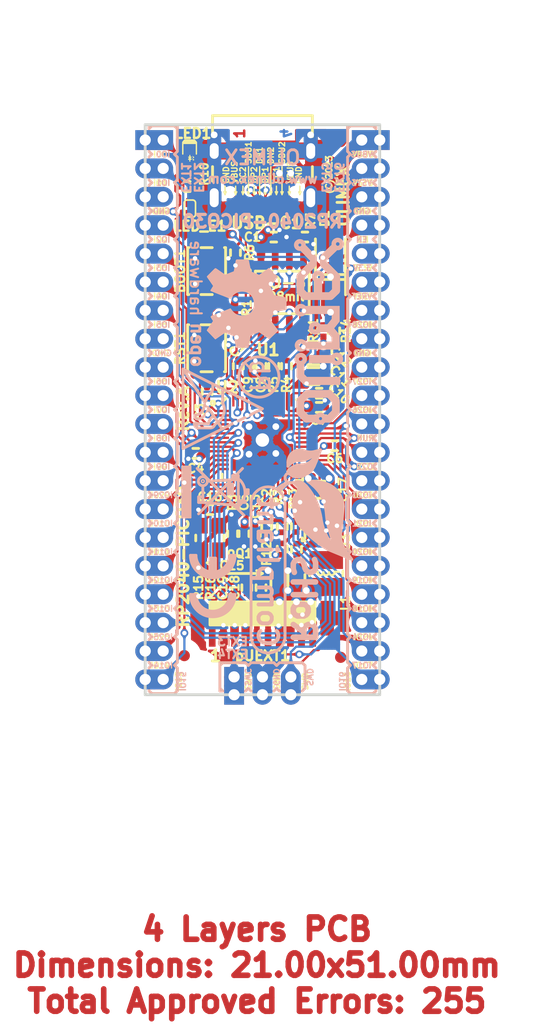
<source format=kicad_pcb>
(kicad_pcb (version 20171130) (host pcbnew 5.1.12-84ad8e8a86~92~ubuntu18.04.1)
  (title_block (title RP2040-PICO30) (date 2023-06-27) (rev A) (company "OLIMEX LTD.") (comment 1 https://www.olimex.com))
  (layers (0 F.Cu signal) (1 In1.Cu signal) (2 In2.Cu signal) (31 B.Cu signal) (34 B.Paste user hide) (35 F.Paste user hide) (36 B.SilkS user hide) (37 F.SilkS user) (38 B.Mask user) (39 F.Mask user hide) (44 Edge.Cuts user))
  (net 0 "")
  (net 1 GND)
  (net 2 "Net-(FID1-PadFid1)")
  (net 3 "Net-(FID2-PadFid1)")
  (net 4 "Net-(FID3-PadFid1)")
  (net 5 /USB_D-)
  (net 6 /USB_D+)
  (net 7 +3.3V)
  (net 8 /+1V1)
  (net 9 /~BOOTSEL)
  (net 10 /SWDIO)
  (net 11 /SWCLK)
  (net 12 "Net-(C15-Pad1)")
  (net 13 "Net-(C16-Pad1)")
  (net 14 "Net-(R7-Pad2)")
  (net 15 /RUN)
  (net 16 /ADC_AVDD)
  (net 17 VDD_SYS)
  (net 18 VBUS)
  (net 19 /GPIO13)
  (net 20 /GPIO25)
  (net 21 /GPIO15)
  (net 22 /GPIO14)
  (net 23 /GPIO11)
  (net 24 /GPIO12)
  (net 25 /GPIO10)
  (net 26 /GPIO29)
  (net 27 /GPIO8)
  (net 28 /GPIO9)
  (net 29 "/GPIO7\\SPI0_TX(MOSI)")
  (net 30 "/GPIO6\\SPI0_SCK(CLK)")
  (net 31 "/GPIO5\\SPI0_CSn(CS#)")
  (net 32 "/GPIO4\\SPI0_RX(MISO)")
  (net 33 /GPIO3)
  (net 34 /GPIO0\UART0_TX)
  (net 35 /GPIO1\UART0_RX)
  (net 36 /GPIO2)
  (net 37 /GPIO18)
  (net 38 /GPIO24)
  (net 39 /GPIO16\I2C0_SDA)
  (net 40 /GPIO17\I2C0_SCL)
  (net 41 /GPIO20)
  (net 42 /GPIO19)
  (net 43 /GPIO21)
  (net 44 /GPIO23)
  (net 45 /GPIO22)
  (net 46 /GPIO26)
  (net 47 /GPIO27)
  (net 48 /GPIO28)
  (net 49 /ADC_VREF)
  (net 50 /3V3_EN)
  (net 51 "Net-(LED1-Pad2)")
  (net 52 "Net-(LED_E1-Pad2)")
  (net 53 "Net-(USB-C1-PadB8)")
  (net 54 "Net-(USB-C1-PadA8)")
  (net 55 "Net-(L1-Pad1)")
  (net 56 "Net-(R3-Pad2)")
  (net 57 "Net-(R6-Pad2)")
  (net 58 "Net-(R12-Pad1)")
  (net 59 /D-)
  (net 60 /D+)
  (net 61 /CSn)
  (net 62 /IO3)
  (net 63 /CLK)
  (net 64 /IO0)
  (net 65 /IO2)
  (net 66 /IO1)
  (module OLIMEX_IC-FP:QFN56_7x7_Pitch_0.4mm (layer F.Cu) (at 150.495 92.71 270)
    (fp_text reference U2 (at -4.699 3.1496 180) (layer F.SilkS) (effects (font (size 1.016 1.016) (thickness 0.254))))
    (fp_text value "RP2040(QFN-56_7x7mm_P0.4mm)")
    (pad 56 smd rect (at -3.4375 2.6) (size 0.2 0.875) (layers F.Cu F.Paste F.Mask) (net 61 /CSn))
    (pad 55 smd rect (at -3.4375 2.2) (size 0.2 0.875) (layers F.Cu F.Paste F.Mask) (net 66 /IO1))
    (pad 54 smd rect (at -3.4375 1.8) (size 0.2 0.875) (layers F.Cu F.Paste F.Mask) (net 65 /IO2))
    (pad 53 smd rect (at -3.4375 1.4) (size 0.2 0.875) (layers F.Cu F.Paste F.Mask) (net 64 /IO0))
    (pad 52 smd rect (at -3.4375 1) (size 0.2 0.875) (layers F.Cu F.Paste F.Mask) (net 63 /CLK))
    (pad 51 smd rect (at -3.4375 0.6) (size 0.2 0.875) (layers F.Cu F.Paste F.Mask) (net 62 /IO3))
    (pad 50 smd rect (at -3.4375 0.2) (size 0.2 0.875) (layers F.Cu F.Paste F.Mask) (net 8 /+1V1))
    (pad 49 smd rect (at -3.4375 -0.2) (size 0.2 0.875) (layers F.Cu F.Paste F.Mask) (net 7 +3.3V))
    (pad 48 smd rect (at -3.4375 -0.6) (size 0.2 0.875) (layers F.Cu F.Paste F.Mask) (net 7 +3.3V))
    (pad 47 smd rect (at -3.4375 -1) (size 0.2 0.875) (layers F.Cu F.Paste F.Mask) (net 60 /D+))
    (pad 46 smd rect (at -3.4375 -1.4) (size 0.2 0.875) (layers F.Cu F.Paste F.Mask) (net 59 /D-))
    (pad 45 smd rect (at -3.4375 -1.8) (size 0.2 0.875) (layers F.Cu F.Paste F.Mask) (net 8 /+1V1))
    (pad 44 smd rect (at -3.4375 -2.2) (size 0.2 0.875) (layers F.Cu F.Paste F.Mask) (net 7 +3.3V))
    (pad 43 smd rect (at -3.4375 -2.6) (size 0.2 0.875) (layers F.Cu F.Paste F.Mask) (net 16 /ADC_AVDD))
    (pad 42 smd rect (at -2.6 -3.4375) (size 0.875 0.2) (layers F.Cu F.Paste F.Mask) (net 7 +3.3V))
    (pad 41 smd rect (at -2.2 -3.4375) (size 0.875 0.2) (layers F.Cu F.Paste F.Mask) (net 26 /GPIO29))
    (pad 40 smd rect (at -1.8 -3.4375) (size 0.875 0.2) (layers F.Cu F.Paste F.Mask) (net 48 /GPIO28))
    (pad 39 smd rect (at -1.4 -3.4375) (size 0.875 0.2) (layers F.Cu F.Paste F.Mask) (net 47 /GPIO27))
    (pad 38 smd rect (at -1 -3.4375) (size 0.875 0.2) (layers F.Cu F.Paste F.Mask) (net 46 /GPIO26))
    (pad 37 smd rect (at -0.6 -3.4375) (size 0.875 0.2) (layers F.Cu F.Paste F.Mask) (net 20 /GPIO25))
    (pad 36 smd rect (at -0.2 -3.4375) (size 0.875 0.2) (layers F.Cu F.Paste F.Mask) (net 38 /GPIO24))
    (pad 35 smd rect (at 0.2 -3.4375) (size 0.875 0.2) (layers F.Cu F.Paste F.Mask) (net 44 /GPIO23))
    (pad 34 smd rect (at 0.6 -3.4375) (size 0.875 0.2) (layers F.Cu F.Paste F.Mask) (net 45 /GPIO22))
    (pad 33 smd rect (at 1 -3.4375) (size 0.875 0.2) (layers F.Cu F.Paste F.Mask) (net 7 +3.3V))
    (pad 32 smd rect (at 1.4 -3.4375) (size 0.875 0.2) (layers F.Cu F.Paste F.Mask) (net 43 /GPIO21))
    (pad 31 smd rect (at 1.8 -3.4375) (size 0.875 0.2) (layers F.Cu F.Paste F.Mask) (net 41 /GPIO20))
    (pad 30 smd rect (at 2.2 -3.4375) (size 0.875 0.2) (layers F.Cu F.Paste F.Mask) (net 42 /GPIO19))
    (pad 29 smd rect (at 2.6 -3.4375) (size 0.875 0.2) (layers F.Cu F.Paste F.Mask) (net 37 /GPIO18))
    (pad 28 smd rect (at 3.4375 -2.6) (size 0.2 0.875) (layers F.Cu F.Paste F.Mask) (net 40 /GPIO17\I2C0_SCL))
    (pad 27 smd rect (at 3.4375 -2.2) (size 0.2 0.875) (layers F.Cu F.Paste F.Mask) (net 39 /GPIO16\I2C0_SDA))
    (pad 26 smd rect (at 3.4375 -1.8) (size 0.2 0.875) (layers F.Cu F.Paste F.Mask) (net 15 /RUN))
    (pad 25 smd rect (at 3.4375 -1.4) (size 0.2 0.875) (layers F.Cu F.Paste F.Mask) (net 10 /SWDIO))
    (pad 24 smd rect (at 3.4375 -1) (size 0.2 0.875) (layers F.Cu F.Paste F.Mask) (net 11 /SWCLK))
    (pad 23 smd rect (at 3.4375 -0.6) (size 0.2 0.875) (layers F.Cu F.Paste F.Mask) (net 8 /+1V1))
    (pad 22 smd rect (at 3.4375 -0.2) (size 0.2 0.875) (layers F.Cu F.Paste F.Mask) (net 7 +3.3V))
    (pad 21 smd rect (at 3.4375 0.2) (size 0.2 0.875) (layers F.Cu F.Paste F.Mask) (net 56 "Net-(R3-Pad2)"))
    (pad 20 smd rect (at 3.4375 0.6) (size 0.2 0.875) (layers F.Cu F.Paste F.Mask) (net 13 "Net-(C16-Pad1)"))
    (pad 19 smd rect (at 3.4375 1) (size 0.2 0.875) (layers F.Cu F.Paste F.Mask) (net 1 GND))
    (pad 18 smd rect (at 3.4375 1.4) (size 0.2 0.875) (layers F.Cu F.Paste F.Mask) (net 21 /GPIO15))
    (pad 17 smd rect (at 3.4375 1.8) (size 0.2 0.875) (layers F.Cu F.Paste F.Mask) (net 22 /GPIO14))
    (pad 16 smd rect (at 3.4375 2.2) (size 0.2 0.875) (layers F.Cu F.Paste F.Mask) (net 19 /GPIO13))
    (pad 15 smd rect (at 3.4375 2.6) (size 0.2 0.875) (layers F.Cu F.Paste F.Mask) (net 24 /GPIO12))
    (pad 14 smd rect (at 2.6 3.4375) (size 0.875 0.2) (layers F.Cu F.Paste F.Mask) (net 23 /GPIO11))
    (pad 13 smd rect (at 2.2 3.4375) (size 0.875 0.2) (layers F.Cu F.Paste F.Mask) (net 25 /GPIO10))
    (pad 12 smd rect (at 1.8 3.4375) (size 0.875 0.2) (layers F.Cu F.Paste F.Mask) (net 28 /GPIO9))
    (pad 11 smd rect (at 1.4 3.4375) (size 0.875 0.2) (layers F.Cu F.Paste F.Mask) (net 27 /GPIO8))
    (pad 10 smd rect (at 1 3.4375) (size 0.875 0.2) (layers F.Cu F.Paste F.Mask) (net 7 +3.3V))
    (pad 9 smd rect (at 0.6 3.4375) (size 0.875 0.2) (layers F.Cu F.Paste F.Mask) (net 29 "/GPIO7\\SPI0_TX(MOSI)"))
    (pad 8 smd rect (at 0.2 3.4375) (size 0.875 0.2) (layers F.Cu F.Paste F.Mask) (net 30 "/GPIO6\\SPI0_SCK(CLK)"))
    (pad 7 smd rect (at -0.2 3.4375) (size 0.875 0.2) (layers F.Cu F.Paste F.Mask) (net 31 "/GPIO5\\SPI0_CSn(CS#)"))
    (pad 6 smd rect (at -0.6 3.4375) (size 0.875 0.2) (layers F.Cu F.Paste F.Mask) (net 32 "/GPIO4\\SPI0_RX(MISO)"))
    (pad 5 smd rect (at -1 3.4375) (size 0.875 0.2) (layers F.Cu F.Paste F.Mask) (net 33 /GPIO3))
    (pad 4 smd rect (at -1.4 3.4375) (size 0.875 0.2) (layers F.Cu F.Paste F.Mask) (net 36 /GPIO2))
    (pad 3 smd rect (at -1.8 3.4375) (size 0.875 0.2) (layers F.Cu F.Paste F.Mask) (net 35 /GPIO1\UART0_RX))
    (pad 2 smd rect (at -2.2 3.4375) (size 0.875 0.2) (layers F.Cu F.Paste F.Mask) (net 34 /GPIO0\UART0_TX))
    (pad 1 smd rect (at -2.6 3.4375) (size 0.875 0.2) (layers F.Cu F.Paste F.Mask) (net 7 +3.3V))
    (pad 57 thru_hole circle (at 1.2 -1.2) (size 1 1) (drill 0.6) (layers *.Cu *.Mask) (net 1 GND))
    (pad 57 thru_hole circle (at 1.27 1.2) (size 1 1) (drill 0.6) (layers *.Cu *.Mask) (net 1 GND))
    (pad 57 thru_hole circle (at 0 0) (size 1.8 1.8) (drill 1.2) (layers *.Cu *.Mask) (net 1 GND))
    (pad 57 thru_hole circle (at -1.2 -1.2) (size 1 1) (drill 0.6) (layers *.Cu *.Mask) (net 1 GND))
    (pad 57 thru_hole circle (at -1.2 1.2) (size 1 1) (drill 0.6) (layers *.Cu *.Mask) (net 1 GND))
    (pad 57 smd rect (at 0 0) (size 3.2 3.2) (layers F.Cu F.Mask) (net 1 GND))
  )
  (module OLIMEX_Connectors-FP:BM10B-SRSS-TB (layer F.Cu) (at 150.5 109)
    (fp_text reference pUEXT1 (at -0.005 3.014) (layer F.SilkS) (effects (font (size 0.889 0.889) (thickness 0.22225))))
    (fp_text value "NA(SH1.0-10P-180D)")
    (fp_text user 1 (at -4.196 3.022) (layer F.SilkS) (effects (font (size 1.016 1.016) (thickness 0.254))))
    (pad 1 smd rect (at -4.5 1.425) (size 0.6 1.55) (layers F.Cu F.Paste F.Mask) (net 7 +3.3V))
    (pad 2 smd rect (at -3.5 1.425) (size 0.6 1.55) (layers F.Cu F.Paste F.Mask) (net 1 GND))
    (pad 3 smd rect (at -2.5 1.425) (size 0.6 1.55) (layers F.Cu F.Paste F.Mask) (net 34 /GPIO0\UART0_TX))
    (pad 4 smd rect (at -1.5 1.425) (size 0.6 1.55) (layers F.Cu F.Paste F.Mask) (net 35 /GPIO1\UART0_RX))
    (pad 5 smd rect (at -0.5 1.425) (size 0.6 1.55) (layers F.Cu F.Paste F.Mask) (net 40 /GPIO17\I2C0_SCL))
    (pad 6 smd rect (at 0.5 1.425) (size 0.6 1.55) (layers F.Cu F.Paste F.Mask) (net 39 /GPIO16\I2C0_SDA))
    (pad 7 smd rect (at 1.5 1.425) (size 0.6 1.55) (layers F.Cu F.Paste F.Mask) (net 32 "/GPIO4\\SPI0_RX(MISO)"))
    (pad 8 smd rect (at 2.5 1.425) (size 0.6 1.55) (layers F.Cu F.Paste F.Mask) (net 29 "/GPIO7\\SPI0_TX(MOSI)"))
    (pad 9 smd rect (at 3.5 1.425) (size 0.6 1.55) (layers F.Cu F.Paste F.Mask) (net 30 "/GPIO6\\SPI0_SCK(CLK)"))
    (pad 10 smd rect (at 4.5 1.425) (size 0.6 1.55) (layers F.Cu F.Paste F.Mask) (net 31 "/GPIO5\\SPI0_CSn(CS#)"))
    (pad 0 smd rect (at -5.8 -0.35) (size 1.2 3.1) (layers F.Cu F.Paste F.Mask) (net 1 GND))
    (pad 0 smd rect (at 5.8 -0.35) (size 1.2 3.1) (layers F.Cu F.Paste F.Mask) (net 1 GND))
  )
  (module OLIMEX_Connectors-FP:HN1x20 (layer B.Cu) (at 141.61 90 270)
    (fp_text reference EXT2 (at -20.785 -3.17 270 unlocked) (layer B.SilkS) (effects (font (size 0.762 0.762) (thickness 0.1905)) (justify mirror)))
    (fp_text value "NA(HN1x20)")
    (pad 4 thru_hole circle (at -16.51 0 270) (size 1.778 1.778) (drill 1) (layers *.Cu *.Mask) (net 36 /GPIO2))
    (pad 3 thru_hole circle (at -19.05 0 270) (size 1.778 1.778) (drill 1) (layers *.Cu *.Mask) (net 1 GND))
    (pad 2 thru_hole circle (at -21.59 0 270) (size 1.778 1.778) (drill 1) (layers *.Cu *.Mask) (net 35 /GPIO1\UART0_RX))
    (pad 1 thru_hole rect (at -24.13 0 270) (size 1.778 1.778) (drill 1) (layers *.Cu *.Mask) (net 34 /GPIO0\UART0_TX))
    (pad 5 thru_hole circle (at -13.97 0 270) (size 1.778 1.778) (drill 1) (layers *.Cu *.Mask) (net 33 /GPIO3))
    (pad 6 thru_hole circle (at -11.43 0 270) (size 1.778 1.778) (drill 1) (layers *.Cu *.Mask) (net 32 "/GPIO4\\SPI0_RX(MISO)"))
    (pad 8 thru_hole circle (at -6.35 0 270) (size 1.778 1.778) (drill 1) (layers *.Cu *.Mask) (net 1 GND))
    (pad 7 thru_hole circle (at -8.89 0 270) (size 1.778 1.778) (drill 1) (layers *.Cu *.Mask) (net 31 "/GPIO5\\SPI0_CSn(CS#)"))
    (pad 9 thru_hole circle (at -3.81 0 270) (size 1.778 1.778) (drill 1) (layers *.Cu *.Mask) (net 30 "/GPIO6\\SPI0_SCK(CLK)"))
    (pad 10 thru_hole circle (at -1.27 0 270) (size 1.778 1.778) (drill 1) (layers *.Cu *.Mask) (net 29 "/GPIO7\\SPI0_TX(MOSI)"))
    (pad 12 thru_hole circle (at 3.81 0 270) (size 1.778 1.778) (drill 1) (layers *.Cu *.Mask) (net 28 /GPIO9))
    (pad 11 thru_hole circle (at 1.27 0 270) (size 1.778 1.778) (drill 1) (layers *.Cu *.Mask) (net 27 /GPIO8))
    (pad 13 thru_hole circle (at 6.35 0 270) (size 1.778 1.778) (drill 1) (layers *.Cu *.Mask) (net 26 /GPIO29))
    (pad 14 thru_hole circle (at 8.89 0 270) (size 1.778 1.778) (drill 1) (layers *.Cu *.Mask) (net 25 /GPIO10))
    (pad 16 thru_hole circle (at 13.97 0 270) (size 1.778 1.778) (drill 1) (layers *.Cu *.Mask) (net 24 /GPIO12))
    (pad 15 thru_hole circle (at 11.43 0 270) (size 1.778 1.778) (drill 1) (layers *.Cu *.Mask) (net 23 /GPIO11))
    (pad 19 thru_hole circle (at 21.59 0 270) (size 1.778 1.778) (drill 1) (layers *.Cu *.Mask) (net 22 /GPIO14))
    (pad 20 thru_hole circle (at 24.13 0 270) (size 1.778 1.778) (drill 1) (layers *.Cu *.Mask) (net 21 /GPIO15))
    (pad 18 thru_hole circle (at 19.05 0 270) (size 1.778 1.778) (drill 1) (layers *.Cu *.Mask) (net 20 /GPIO25))
    (pad 17 thru_hole circle (at 16.51 0 270) (size 1.778 1.778) (drill 1) (layers *.Cu *.Mask) (net 19 /GPIO13))
  )
  (module OLIMEX_Connectors-FP:HN1x20 (layer B.Cu) (at 159.39 90 270)
    (fp_text reference EXT5 (at -20.785 3.18 270 unlocked) (layer B.SilkS) (effects (font (size 0.762 0.762) (thickness 0.1905)) (justify mirror)))
    (fp_text value "NA(HN1x20)")
    (pad 4 thru_hole circle (at -16.51 0 270) (size 1.778 1.778) (drill 1) (layers *.Cu *.Mask) (net 50 /3V3_EN))
    (pad 3 thru_hole circle (at -19.05 0 270) (size 1.778 1.778) (drill 1) (layers *.Cu *.Mask) (net 1 GND))
    (pad 2 thru_hole circle (at -21.59 0 270) (size 1.778 1.778) (drill 1) (layers *.Cu *.Mask) (net 17 VDD_SYS))
    (pad 1 thru_hole rect (at -24.13 0 270) (size 1.778 1.778) (drill 1) (layers *.Cu *.Mask) (net 18 VBUS))
    (pad 5 thru_hole circle (at -13.97 0 270) (size 1.778 1.778) (drill 1) (layers *.Cu *.Mask) (net 7 +3.3V))
    (pad 6 thru_hole circle (at -11.43 0 270) (size 1.778 1.778) (drill 1) (layers *.Cu *.Mask) (net 49 /ADC_VREF))
    (pad 8 thru_hole circle (at -6.35 0 270) (size 1.778 1.778) (drill 1) (layers *.Cu *.Mask) (net 1 GND))
    (pad 7 thru_hole circle (at -8.89 0 270) (size 1.778 1.778) (drill 1) (layers *.Cu *.Mask) (net 48 /GPIO28))
    (pad 9 thru_hole circle (at -3.81 0 270) (size 1.778 1.778) (drill 1) (layers *.Cu *.Mask) (net 47 /GPIO27))
    (pad 10 thru_hole circle (at -1.27 0 270) (size 1.778 1.778) (drill 1) (layers *.Cu *.Mask) (net 46 /GPIO26))
    (pad 12 thru_hole circle (at 3.81 0 270) (size 1.778 1.778) (drill 1) (layers *.Cu *.Mask) (net 45 /GPIO22))
    (pad 11 thru_hole circle (at 1.27 0 270) (size 1.778 1.778) (drill 1) (layers *.Cu *.Mask) (net 15 /RUN))
    (pad 13 thru_hole circle (at 6.35 0 270) (size 1.778 1.778) (drill 1) (layers *.Cu *.Mask) (net 44 /GPIO23))
    (pad 14 thru_hole circle (at 8.89 0 270) (size 1.778 1.778) (drill 1) (layers *.Cu *.Mask) (net 43 /GPIO21))
    (pad 16 thru_hole circle (at 13.97 0 270) (size 1.778 1.778) (drill 1) (layers *.Cu *.Mask) (net 42 /GPIO19))
    (pad 15 thru_hole circle (at 11.43 0 270) (size 1.778 1.778) (drill 1) (layers *.Cu *.Mask) (net 41 /GPIO20))
    (pad 19 thru_hole circle (at 21.59 0 270) (size 1.778 1.778) (drill 1) (layers *.Cu *.Mask) (net 40 /GPIO17\I2C0_SCL))
    (pad 20 thru_hole circle (at 24.13 0 270) (size 1.778 1.778) (drill 1) (layers *.Cu *.Mask) (net 39 /GPIO16\I2C0_SDA))
    (pad 18 thru_hole circle (at 19.05 0 270) (size 1.778 1.778) (drill 1) (layers *.Cu *.Mask) (net 38 /GPIO24))
    (pad 17 thru_hole circle (at 16.51 0 270) (size 1.778 1.778) (drill 1) (layers *.Cu *.Mask) (net 37 /GPIO18))
  )
  (module OLIMEX_Connectors-FP:HN1x3 (layer B.Cu) (at 150.5 113.9)
    (fp_text reference EXT3 (at -2.672 -3.156) (layer B.SilkS) (effects (font (size 0.762 0.762) (thickness 0.1905)) (justify mirror)))
    (fp_text value "NA(HN1x3)")
    (pad 1 thru_hole rect (at -2.54 0) (size 1.778 1.778) (drill 1) (layers *.Cu *.Mask) (net 11 /SWCLK))
    (pad 2 thru_hole circle (at 0 0) (size 1.778 1.778) (drill 1) (layers *.Cu *.Mask) (net 1 GND))
    (pad 3 thru_hole circle (at 2.54 0) (size 1.778 1.778) (drill 1) (layers *.Cu *.Mask) (net 10 /SWDIO))
  )
  (module OLIMEX_Connectors-FP:HN1x3 (layer B.Cu) (at 150.5 115.5)
    (fp_text reference EXT4 (at -2.672 -3.613) (layer B.SilkS) (effects (font (size 0.762 0.762) (thickness 0.1905)) (justify mirror)))
    (fp_text value "NA(HN1x3)")
    (pad 3 thru_hole circle (at 2.54 0) (size 1.778 1.778) (drill 1) (layers *.Cu *.Mask) (net 10 /SWDIO))
    (pad 2 thru_hole circle (at 0 0) (size 1.778 1.778) (drill 1) (layers *.Cu *.Mask) (net 1 GND))
    (pad 1 thru_hole rect (at -2.54 0) (size 1.778 1.778) (drill 1) (layers *.Cu *.Mask) (net 11 /SWCLK))
  )
  (module OLIMEX_Connectors-FP:HN1x20 (layer B.Cu) (at 140 90 270)
    (fp_text reference EXT1 (at -20.785 -3.637 270 unlocked) (layer B.SilkS) (effects (font (size 0.762 0.762) (thickness 0.1905)) (justify mirror)))
    (fp_text value "NA(HN1x20)")
    (pad 17 thru_hole circle (at 16.51 0 270) (size 1.778 1.778) (drill 1) (layers *.Cu *.Mask) (net 19 /GPIO13))
    (pad 18 thru_hole circle (at 19.05 0 270) (size 1.778 1.778) (drill 1) (layers *.Cu *.Mask) (net 20 /GPIO25))
    (pad 20 thru_hole circle (at 24.13 0 270) (size 1.778 1.778) (drill 1) (layers *.Cu *.Mask) (net 21 /GPIO15))
    (pad 19 thru_hole circle (at 21.59 0 270) (size 1.778 1.778) (drill 1) (layers *.Cu *.Mask) (net 22 /GPIO14))
    (pad 15 thru_hole circle (at 11.43 0 270) (size 1.778 1.778) (drill 1) (layers *.Cu *.Mask) (net 23 /GPIO11))
    (pad 16 thru_hole circle (at 13.97 0 270) (size 1.778 1.778) (drill 1) (layers *.Cu *.Mask) (net 24 /GPIO12))
    (pad 14 thru_hole circle (at 8.89 0 270) (size 1.778 1.778) (drill 1) (layers *.Cu *.Mask) (net 25 /GPIO10))
    (pad 13 thru_hole circle (at 6.35 0 270) (size 1.778 1.778) (drill 1) (layers *.Cu *.Mask) (net 26 /GPIO29))
    (pad 11 thru_hole circle (at 1.27 0 270) (size 1.778 1.778) (drill 1) (layers *.Cu *.Mask) (net 27 /GPIO8))
    (pad 12 thru_hole circle (at 3.81 0 270) (size 1.778 1.778) (drill 1) (layers *.Cu *.Mask) (net 28 /GPIO9))
    (pad 10 thru_hole circle (at -1.27 0 270) (size 1.778 1.778) (drill 1) (layers *.Cu *.Mask) (net 29 "/GPIO7\\SPI0_TX(MOSI)"))
    (pad 9 thru_hole circle (at -3.81 0 270) (size 1.778 1.778) (drill 1) (layers *.Cu *.Mask) (net 30 "/GPIO6\\SPI0_SCK(CLK)"))
    (pad 7 thru_hole circle (at -8.89 0 270) (size 1.778 1.778) (drill 1) (layers *.Cu *.Mask) (net 31 "/GPIO5\\SPI0_CSn(CS#)"))
    (pad 8 thru_hole circle (at -6.35 0 270) (size 1.778 1.778) (drill 1) (layers *.Cu *.Mask) (net 1 GND))
    (pad 6 thru_hole circle (at -11.43 0 270) (size 1.778 1.778) (drill 1) (layers *.Cu *.Mask) (net 32 "/GPIO4\\SPI0_RX(MISO)"))
    (pad 5 thru_hole circle (at -13.97 0 270) (size 1.778 1.778) (drill 1) (layers *.Cu *.Mask) (net 33 /GPIO3))
    (pad 1 thru_hole rect (at -24.13 0 270) (size 1.778 1.778) (drill 1) (layers *.Cu *.Mask) (net 34 /GPIO0\UART0_TX))
    (pad 2 thru_hole circle (at -21.59 0 270) (size 1.778 1.778) (drill 1) (layers *.Cu *.Mask) (net 35 /GPIO1\UART0_RX))
    (pad 3 thru_hole circle (at -19.05 0 270) (size 1.778 1.778) (drill 1) (layers *.Cu *.Mask) (net 1 GND))
    (pad 4 thru_hole circle (at -16.51 0 270) (size 1.778 1.778) (drill 1) (layers *.Cu *.Mask) (net 36 /GPIO2))
  )
  (module OLIMEX_Connectors-FP:HN1x20 (layer B.Cu) (at 161 90 270)
    (fp_text reference EXT6 (at -20.785 3.647 270 unlocked) (layer B.SilkS) (effects (font (size 0.762 0.762) (thickness 0.1905)) (justify mirror)))
    (fp_text value "NA(HN1x20)")
    (pad 4 thru_hole circle (at -16.51 0 270) (size 1.778 1.778) (drill 1) (layers *.Cu *.Mask) (net 50 /3V3_EN))
    (pad 3 thru_hole circle (at -19.05 0 270) (size 1.778 1.778) (drill 1) (layers *.Cu *.Mask) (net 1 GND))
    (pad 2 thru_hole circle (at -21.59 0 270) (size 1.778 1.778) (drill 1) (layers *.Cu *.Mask) (net 17 VDD_SYS))
    (pad 1 thru_hole rect (at -24.13 0 270) (size 1.778 1.778) (drill 1) (layers *.Cu *.Mask) (net 18 VBUS))
    (pad 5 thru_hole circle (at -13.97 0 270) (size 1.778 1.778) (drill 1) (layers *.Cu *.Mask) (net 7 +3.3V))
    (pad 6 thru_hole circle (at -11.43 0 270) (size 1.778 1.778) (drill 1) (layers *.Cu *.Mask) (net 49 /ADC_VREF))
    (pad 8 thru_hole circle (at -6.35 0 270) (size 1.778 1.778) (drill 1) (layers *.Cu *.Mask) (net 1 GND))
    (pad 7 thru_hole circle (at -8.89 0 270) (size 1.778 1.778) (drill 1) (layers *.Cu *.Mask) (net 48 /GPIO28))
    (pad 9 thru_hole circle (at -3.81 0 270) (size 1.778 1.778) (drill 1) (layers *.Cu *.Mask) (net 47 /GPIO27))
    (pad 10 thru_hole circle (at -1.27 0 270) (size 1.778 1.778) (drill 1) (layers *.Cu *.Mask) (net 46 /GPIO26))
    (pad 12 thru_hole circle (at 3.81 0 270) (size 1.778 1.778) (drill 1) (layers *.Cu *.Mask) (net 45 /GPIO22))
    (pad 11 thru_hole circle (at 1.27 0 270) (size 1.778 1.778) (drill 1) (layers *.Cu *.Mask) (net 15 /RUN))
    (pad 13 thru_hole circle (at 6.35 0 270) (size 1.778 1.778) (drill 1) (layers *.Cu *.Mask) (net 44 /GPIO23))
    (pad 14 thru_hole circle (at 8.89 0 270) (size 1.778 1.778) (drill 1) (layers *.Cu *.Mask) (net 43 /GPIO21))
    (pad 16 thru_hole circle (at 13.97 0 270) (size 1.778 1.778) (drill 1) (layers *.Cu *.Mask) (net 42 /GPIO19))
    (pad 15 thru_hole circle (at 11.43 0 270) (size 1.778 1.778) (drill 1) (layers *.Cu *.Mask) (net 41 /GPIO20))
    (pad 19 thru_hole circle (at 21.59 0 270) (size 1.778 1.778) (drill 1) (layers *.Cu *.Mask) (net 40 /GPIO17\I2C0_SCL))
    (pad 20 thru_hole circle (at 24.13 0 270) (size 1.778 1.778) (drill 1) (layers *.Cu *.Mask) (net 39 /GPIO16\I2C0_SDA))
    (pad 18 thru_hole circle (at 19.05 0 270) (size 1.778 1.778) (drill 1) (layers *.Cu *.Mask) (net 38 /GPIO24))
    (pad 17 thru_hole circle (at 16.51 0 270) (size 1.778 1.778) (drill 1) (layers *.Cu *.Mask) (net 37 /GPIO18))
  )
  (module "OLIMEX_Connectors-FP:USB2.0_TYPE-C(A40-00119-A52-12)" (layer F.Cu) (at 150.5 68 90)
    (fp_text reference USB-C1 (at -5.279 0.376) (layer F.SilkS) (effects (font (size 1.016 1.016) (thickness 0.254))))
    (fp_text value "USB-C-16P-F(A40-00119-A52-12)")
    (fp_text user GND (at -1 3.25 90) (layer F.SilkS) (effects (font (size 0.508 0.508) (thickness 0.127))))
    (fp_text user VBUS (at -0.75 2.5 90) (layer F.SilkS) (effects (font (size 0.508 0.508) (thickness 0.127))))
    (fp_text user SBU2 (at 1 1.75 90) (layer F.SilkS) (effects (font (size 0.508 0.508) (thickness 0.127))))
    (fp_text user CC1 (at -1 1.25 90) (layer F.SilkS) (effects (font (size 0.508 0.508) (thickness 0.127))))
    (fp_text user DN2 (at 0.75 0.75 90) (layer F.SilkS) (effects (font (size 0.508 0.508) (thickness 0.127))))
    (fp_text user DP1 (at -1 0.25 90) (layer F.SilkS) (effects (font (size 0.508 0.508) (thickness 0.127))))
    (fp_text user DN1 (at 0.75 -0.25 90) (layer F.SilkS) (effects (font (size 0.508 0.508) (thickness 0.127))))
    (fp_text user DP2 (at -1 -0.75 90) (layer F.SilkS) (effects (font (size 0.508 0.508) (thickness 0.127))))
    (fp_text user SBU1 (at 1 -1.25 90) (layer F.SilkS) (effects (font (size 0.508 0.508) (thickness 0.127))))
    (fp_text user CC2 (at -1 -1.75 90) (layer F.SilkS) (effects (font (size 0.508 0.508) (thickness 0.127))))
    (fp_text user VBUS (at -0.75 -2.5 90) (layer F.SilkS) (effects (font (size 0.508 0.508) (thickness 0.127))))
    (fp_text user GND (at -1 -3.25 90) (layer F.SilkS) (effects (font (size 0.508 0.508) (thickness 0.127))))
    (pad A12 smd rect (at -3.932 -3.325 180) (size 0.3 1.15) (layers F.Cu F.Paste F.Mask) (net 1 GND))
    (pad A1 smd rect (at -3.932 3.325 180) (size 0.3 1.15) (layers F.Cu F.Paste F.Mask) (net 1 GND))
    (pad B1 smd rect (at -3.932 -3.075 180) (size 0.3 1.15) (layers F.Cu F.Paste F.Mask) (net 1 GND))
    (pad B12 smd rect (at -3.932 3.075 180) (size 0.3 1.15) (layers F.Cu F.Paste F.Mask) (net 1 GND))
    (pad A9 smd rect (at -3.932 -2.525 180) (size 0.3 1.15) (layers F.Cu F.Paste F.Mask) (net 18 VBUS))
    (pad A4 smd rect (at -3.932 2.525 180) (size 0.3 1.15) (layers F.Cu F.Paste F.Mask) (net 18 VBUS))
    (pad B4 smd rect (at -3.932 -2.275 180) (size 0.3 1.15) (layers F.Cu F.Paste F.Mask) (net 18 VBUS))
    (pad B9 smd rect (at -3.932 2.275 180) (size 0.3 1.15) (layers F.Cu F.Paste F.Mask) (net 18 VBUS))
    (pad 0 thru_hole oval (at -3.03 4.32 180) (size 1.2 2.2) (drill oval 0.8 1.7) (layers *.Cu *.Mask) (net 1 GND))
    (pad "" np_thru_hole circle (at -2.53 2.89 180) (size 0.6 0.6) (drill 0.6) (layers *.Cu *.Mask))
    (pad 0 thru_hole oval (at 1.15 4.32 180) (size 1.3 2) (drill oval 0.8 1.4) (layers *.Cu *.Mask) (net 1 GND))
    (pad 0 thru_hole oval (at 1.15 -4.32 180) (size 1.3 2) (drill oval 0.8 1.4) (layers *.Cu *.Mask) (net 1 GND))
    (pad 0 thru_hole oval (at -3.03 -4.32 180) (size 1.2 2.2) (drill oval 0.8 1.7) (layers *.Cu *.Mask) (net 1 GND))
    (pad A6 smd rect (at -3.932 0.25 180) (size 0.25 1.15) (layers F.Cu F.Paste F.Mask) (net 6 /USB_D+))
    (pad B6 smd rect (at -3.932 -0.75 180) (size 0.25 1.15) (layers F.Cu F.Paste F.Mask) (net 6 /USB_D+))
    (pad A8 smd rect (at -3.932 -1.25 180) (size 0.25 1.15) (layers F.Cu F.Paste F.Mask) (net 54 "Net-(USB-C1-PadA8)"))
    (pad A7 smd rect (at -3.932 -0.25 180) (size 0.25 1.15) (layers F.Cu F.Paste F.Mask) (net 5 /USB_D-))
    (pad B5 smd rect (at -3.932 -1.75 180) (size 0.25 1.15) (layers F.Cu F.Paste F.Mask) (net 57 "Net-(R6-Pad2)"))
    (pad B7 smd rect (at -3.932 0.75 180) (size 0.25 1.15) (layers F.Cu F.Paste F.Mask) (net 5 /USB_D-))
    (pad A5 smd rect (at -3.932 1.25 180) (size 0.25 1.15) (layers F.Cu F.Paste F.Mask) (net 14 "Net-(R7-Pad2)"))
    (pad B8 smd rect (at -3.932 1.75 180) (size 0.25 1.15) (layers F.Cu F.Paste F.Mask) (net 53 "Net-(USB-C1-PadB8)"))
    (pad "" np_thru_hole circle (at -2.53 -2.89 180) (size 0.6 0.6) (drill 0.6) (layers *.Cu *.Mask))
    (pad 0 connect rect (at -3.03 4.9276 180) (size 1.1 2.2) (layers F.Cu F.Mask) (net 1 GND))
    (pad 0 connect rect (at 1.15 4.9276 180) (size 1.1 2) (layers F.Cu F.Mask) (net 1 GND))
    (pad 0 connect rect (at -3.03 -4.9276 180) (size 1.1 2.2) (layers F.Cu F.Mask) (net 1 GND))
    (pad 0 connect rect (at 1.15 -4.9276 180) (size 1.1 2) (layers F.Cu F.Mask) (net 1 GND))
  )
  (module OLIMEX_LEDs-FP:LED_0603_KA (layer F.Cu) (at 144 67.5 270)
    (fp_text reference LED1 (at -2.222 -0.272 180) (layer F.SilkS) (effects (font (size 0.889 0.889) (thickness 0.22225))))
    (fp_text value "NA(LED/GREEN/0603)")
    (pad 2 smd rect (at 0.762 0 90) (size 0.8 0.8) (layers F.Cu F.Paste F.Mask) (net 51 "Net-(LED1-Pad2)"))
    (pad 1 smd rect (at -0.762 0 90) (size 0.8 0.8) (layers F.Cu F.Paste F.Mask) (net 1 GND))
  )
  (module OLIMEX_Signs-FP:Sign_RoHS_1 (layer B.Cu) (at 150.114 110.744 90)
    (fp_text reference Sign_RoHS hide)
    (fp_text value Sign_RoHS hide)
    (fp_text user Compliant (at 6.20014 0.8382 270 unlocked) (layer B.SilkS) (effects (font (size 1.778 1.778) (thickness 0.35)) (justify mirror)))
    (fp_text user RoHS (at 3.81508 4.04368 270 unlocked) (layer B.SilkS) (effects (font (size 2 2) (thickness 0.5)) (justify mirror)))
  )
  (module OLIMEX_Signs-FP:Sign_RecycleBin_1 (layer B.Cu) (at 143.256 99.695 90)
    (fp_text reference Sign_RecycleBin hide)
    (fp_text value Sign_RecycleBin hide)
  )
  (module OLIMEX_Signs-FP:Sign_PB-Free (layer B.Cu) (at 149.86 86.868 90)
    (fp_text reference Sign_PB-Free)
    (fp_text value Sign_PB-Free)
    (fp_text user Pb (at -0.08636 0.33528 270 unlocked) (layer B.SilkS) (effects (font (size 1.7 1.5) (thickness 0.254)) (justify mirror)))
  )
  (module OLIMEX_Signs-FP:Sign_OSHW_8x8 (layer B.Cu) (at 148.59 80.518 90)
    (fp_text reference Sign_OSHW_8x8 hide)
    (fp_text value Sign_OSHW_8x8 hide)
    (fp_text user open (at -3.683 -3.937 270 unlocked) (layer B.SilkS) (effects (font (size 1.1 1.1) (thickness 0.254)) (justify mirror)))
    (fp_text user hardware (at 2.286 -4.064 270 unlocked) (layer B.SilkS) (effects (font (thickness 0.18)) (justify mirror)))
  )
  (module OLIMEX_Signs-FP:Sign_Antistatic (layer B.Cu) (at 143.383 93.472 90)
    (fp_text reference Sign_Antistatic hide)
    (fp_text value Sign_Antistatic hide)
  )
  (module OLIMEX_Signs-FP:Logo_OLIMEX_TB (layer B.Cu) (at 155.575 82.804 90)
    (fp_text reference Logo_OLIMEX_TB-Bottom hide)
    (fp_text value Logo_OLIMEX_TB hide)
  )
  (module OLIMEX_Signs-FP:CE_Sign (layer B.Cu) (at 146.05 104.775 90)
    (fp_text reference Sign_CE hide)
    (fp_text value CE_Sign hide)
  )
  (module OLIMEX_RLC-FP:C_0603_5MIL_DWS (layer F.Cu) (at 155.575 97.155 180)
    (fp_text reference C17 (at -2.159 0 90) (layer F.SilkS) (effects (font (size 0.762 0.762) (thickness 0.1905))))
    (fp_text value 22uF/6.3V/20%/X5R/C0603)
    (pad 2 smd rect (at 0.889 0 180) (size 1.016 1.016) (layers F.Cu F.Paste F.Mask) (net 1 GND) (clearance 0.0508))
    (pad 1 smd rect (at -0.889 0 180) (size 1.016 1.016) (layers F.Cu F.Paste F.Mask) (net 17 VDD_SYS) (clearance 0.0508))
  )
  (module OLIMEX_RLC-FP:C_0603_5MIL_DWS (layer F.Cu) (at 153.543 105.259 90)
    (fp_text reference C18 (at -0.659 -5.5245 270) (layer F.SilkS) (effects (font (size 0.762 0.762) (thickness 0.1905))))
    (fp_text value 22uF/6.3V/20%/X5R/C0603)
    (pad 2 smd rect (at 0.889 0 90) (size 1.016 1.016) (layers F.Cu F.Paste F.Mask) (net 1 GND) (clearance 0.0508))
    (pad 1 smd rect (at -0.889 0 90) (size 1.016 1.016) (layers F.Cu F.Paste F.Mask) (net 7 +3.3V) (clearance 0.0508))
  )
  (module OLIMEX_RLC-FP:C_0603_5MIL_DWS (layer F.Cu) (at 152.019 105.259 90)
    (fp_text reference C19 (at -0.659 -5.08 270) (layer F.SilkS) (effects (font (size 0.762 0.762) (thickness 0.1905))))
    (fp_text value 22uF/6.3V/20%/X5R/C0603)
    (pad 2 smd rect (at 0.889 0 90) (size 1.016 1.016) (layers F.Cu F.Paste F.Mask) (net 1 GND) (clearance 0.0508))
    (pad 1 smd rect (at -0.889 0 90) (size 1.016 1.016) (layers F.Cu F.Paste F.Mask) (net 7 +3.3V) (clearance 0.0508))
  )
  (module OLIMEX_Other-FP:Fiducial1x3 (layer F.Cu) (at 143.5 112)
    (fp_text reference FID1 hide)
    (fp_text value Fiducial hide)
    (pad Fid1 connect circle (at 0 0) (size 1 1) (layers F.Cu F.Mask) (net 2 "Net-(FID1-PadFid1)") (clearance 1.016))
  )
  (module OLIMEX_RLC-FP:CD32 (layer F.Cu) (at 156.21 104.648 270)
    (fp_text reference L1 (at 2.667 -1.7145 270) (layer F.SilkS) (effects (font (size 0.762 0.762) (thickness 0.1905))))
    (fp_text value "2.2uH/1.5A/DCR=58mR/20%/3.00x3.00x1.50mm/CD32(NRS3015T2R2MNGH)")
    (pad 2 smd rect (at 1.2 0 90) (size 1.6 3) (layers F.Cu F.Paste F.Mask) (net 7 +3.3V) (clearance 0.0508))
    (pad 1 smd rect (at -1.2 0 90) (size 1.6 3) (layers F.Cu F.Paste F.Mask) (net 55 "Net-(L1-Pad1)") (clearance 0.0508))
  )
  (module OLIMEX_RLC-FP:R_0402_5MIL_DWS (layer F.Cu) (at 152.273 102.465 270)
    (fp_text reference R12 (at 0.405 1.397 270) (layer F.SilkS) (effects (font (size 0.762 0.762) (thickness 0.1905))))
    (fp_text value 220k/R0402)
    (pad 2 smd rect (at 0.508 0 270) (size 0.5 0.55) (layers F.Cu F.Paste F.Mask) (net 7 +3.3V))
    (pad 1 smd rect (at -0.508 0 90) (size 0.5 0.55) (layers F.Cu F.Paste F.Mask) (net 58 "Net-(R12-Pad1)"))
  )
  (module OLIMEX_RLC-FP:R_0402_5MIL_DWS (layer F.Cu) (at 153.543 100.433 90)
    (fp_text reference R13 (at 2.4652 -0.3048 270) (layer F.SilkS) (effects (font (size 0.635 0.635) (thickness 0.15875))))
    (fp_text value 49.9k/1%/R0402)
    (pad 2 smd rect (at 0.508 0 90) (size 0.5 0.55) (layers F.Cu F.Paste F.Mask) (net 1 GND))
    (pad 1 smd rect (at -0.508 0 270) (size 0.5 0.55) (layers F.Cu F.Paste F.Mask) (net 58 "Net-(R12-Pad1)"))
  )
  (module OLIMEX_RLC-FP:R_0402_5MIL_DWS (layer F.Cu) (at 149.098 105.918 270)
    (fp_text reference R15 (at 0 4.318 90) (layer F.SilkS) (effects (font (size 0.762 0.762) (thickness 0.1905))))
    (fp_text value "NA(2.2k/R0402)")
    (pad 2 smd rect (at 0.508 0 270) (size 0.5 0.55) (layers F.Cu F.Paste F.Mask) (net 40 /GPIO17\I2C0_SCL))
    (pad 1 smd rect (at -0.508 0 90) (size 0.5 0.55) (layers F.Cu F.Paste F.Mask) (net 7 +3.3V))
  )
  (module OLIMEX_RLC-FP:R_0402_5MIL_DWS (layer F.Cu) (at 150.368 105.918 270)
    (fp_text reference R16 (at 0 4.5085 90) (layer F.SilkS) (effects (font (size 0.762 0.762) (thickness 0.1905))))
    (fp_text value "NA(2.2k/R0402)")
    (pad 2 smd rect (at 0.508 0 270) (size 0.5 0.55) (layers F.Cu F.Paste F.Mask) (net 39 /GPIO16\I2C0_SDA))
    (pad 1 smd rect (at -0.508 0 90) (size 0.5 0.55) (layers F.Cu F.Paste F.Mask) (net 7 +3.3V))
  )
  (module OLIMEX_Regulators-FP:SOT-23-5 (layer F.Cu) (at 156.083 100.33 270)
    (fp_text reference U3 (at 1.524 -1.8415 270) (layer F.SilkS) (effects (font (size 0.762 0.762) (thickness 0.1905))))
    (fp_text value "SY8089AAAC(SOT23-5)")
    (pad 1 smd rect (at 1.3 0.95 270) (size 1.2 0.55) (layers F.Cu F.Paste F.Mask) (net 50 /3V3_EN) (clearance 0.0508))
    (pad 2 smd rect (at 1.3 0 270) (size 1.2 0.55) (layers F.Cu F.Paste F.Mask) (net 1 GND) (clearance 0.0508))
    (pad 3 smd rect (at 1.3 -0.95 270) (size 1.2 0.55) (layers F.Cu F.Paste F.Mask) (net 55 "Net-(L1-Pad1)") (clearance 0.0508))
    (pad 5 smd rect (at -1.3 0.95 270) (size 1.2 0.55) (layers F.Cu F.Paste F.Mask) (net 58 "Net-(R12-Pad1)") (clearance 0.0508))
    (pad 4 smd rect (at -1.3 -0.95 270) (size 1.2 0.55) (layers F.Cu F.Paste F.Mask) (net 17 VDD_SYS) (clearance 0.0508))
  )
  (module OLIMEX_RLC-FP:C_0402_5MIL_DWS (layer F.Cu) (at 151.511 74.549 180)
    (fp_text reference C1 (at 1.905 0 180) (layer F.SilkS) (effects (font (size 0.762 0.762) (thickness 0.1905))))
    (fp_text value 100nF/10V/10%/X7R/C0402)
    (pad 2 smd rect (at 0.508 0 180) (size 0.5 0.55) (layers F.Cu F.Paste F.Mask) (net 7 +3.3V))
    (pad 1 smd rect (at -0.508 0) (size 0.5 0.55) (layers F.Cu F.Paste F.Mask) (net 1 GND))
  )
  (module OLIMEX_RLC-FP:C_0402_5MIL_DWS (layer F.Cu) (at 150.876 100.457 270)
    (fp_text reference C2 (at -2.667 0 90) (layer F.SilkS) (effects (font (size 0.762 0.762) (thickness 0.1905))))
    (fp_text value 100nF/10V/10%/X7R/C0402)
    (pad 2 smd rect (at 0.508 0 270) (size 0.5 0.55) (layers F.Cu F.Paste F.Mask) (net 1 GND))
    (pad 1 smd rect (at -0.508 0 90) (size 0.5 0.55) (layers F.Cu F.Paste F.Mask) (net 15 /RUN))
  )
  (module OLIMEX_RLC-FP:C_0402_5MIL_DWS (layer F.Cu) (at 145.542 88.392 90)
    (fp_text reference C3 (at -1.778 -0.635 270) (layer F.SilkS) (effects (font (size 0.762 0.762) (thickness 0.1905))))
    (fp_text value 100nF/10V/10%/X7R/C0402)
    (pad 2 smd rect (at 0.508 0 90) (size 0.5 0.55) (layers F.Cu F.Paste F.Mask) (net 1 GND))
    (pad 1 smd rect (at -0.508 0 270) (size 0.5 0.55) (layers F.Cu F.Paste F.Mask) (net 7 +3.3V))
  )
  (module OLIMEX_RLC-FP:C_0402_5MIL_DWS (layer F.Cu) (at 144.526 93.9038 180)
    (fp_text reference C4 (at 0 -1.3462 180) (layer F.SilkS) (effects (font (size 0.762 0.762) (thickness 0.1905))))
    (fp_text value 100nF/10V/10%/X7R/C0402)
    (pad 2 smd rect (at 0.508 0 180) (size 0.5 0.55) (layers F.Cu F.Paste F.Mask) (net 1 GND))
    (pad 1 smd rect (at -0.508 0) (size 0.5 0.55) (layers F.Cu F.Paste F.Mask) (net 7 +3.3V))
  )
  (module OLIMEX_RLC-FP:C_0402_5MIL_DWS (layer F.Cu) (at 148.844 101.092 270)
    (fp_text reference C5 (at -2.794 0 90) (layer F.SilkS) (effects (font (size 0.762 0.762) (thickness 0.1905))))
    (fp_text value 100nF/10V/10%/X7R/C0402)
    (pad 2 smd rect (at 0.508 0 270) (size 0.5 0.55) (layers F.Cu F.Paste F.Mask) (net 1 GND))
    (pad 1 smd rect (at -0.508 0 90) (size 0.5 0.55) (layers F.Cu F.Paste F.Mask) (net 7 +3.3V))
  )
  (module OLIMEX_RLC-FP:C_0402_5MIL_DWS (layer F.Cu) (at 156.972 93.218)
    (fp_text reference C6 (at 0 1.143) (layer F.SilkS) (effects (font (size 0.762 0.762) (thickness 0.1905))))
    (fp_text value 100nF/10V/10%/X7R/C0402)
    (pad 2 smd rect (at 0.508 0) (size 0.5 0.55) (layers F.Cu F.Paste F.Mask) (net 1 GND))
    (pad 1 smd rect (at -0.508 0 180) (size 0.5 0.55) (layers F.Cu F.Paste F.Mask) (net 7 +3.3V))
  )
  (module OLIMEX_RLC-FP:C_0402_5MIL_DWS (layer F.Cu) (at 155.575 89.789)
    (fp_text reference C7 (at 0 1.143) (layer F.SilkS) (effects (font (size 0.762 0.762) (thickness 0.1905))))
    (fp_text value 100nF/10V/10%/X7R/C0402)
    (pad 2 smd rect (at 0.508 0) (size 0.5 0.55) (layers F.Cu F.Paste F.Mask) (net 1 GND))
    (pad 1 smd rect (at -0.508 0 180) (size 0.5 0.55) (layers F.Cu F.Paste F.Mask) (net 7 +3.3V))
  )
  (module OLIMEX_RLC-FP:C_0402_5MIL_DWS (layer F.Cu) (at 150.368 86.106 90)
    (fp_text reference C8 (at -1.651 0 90) (layer F.SilkS) (effects (font (size 0.762 0.762) (thickness 0.1905))))
    (fp_text value 100nF/10V/10%/X7R/C0402)
    (pad 2 smd rect (at 0.508 0 90) (size 0.5 0.55) (layers F.Cu F.Paste F.Mask) (net 1 GND))
    (pad 1 smd rect (at -0.508 0 270) (size 0.5 0.55) (layers F.Cu F.Paste F.Mask) (net 7 +3.3V))
  )
  (module OLIMEX_RLC-FP:C_0402_5MIL_DWS (layer F.Cu) (at 149.225 86.106 90)
    (fp_text reference C9 (at -1.651 0 90) (layer F.SilkS) (effects (font (size 0.762 0.762) (thickness 0.1905))))
    (fp_text value 100nF/10V/10%/X7R/C0402)
    (pad 2 smd rect (at 0.508 0 90) (size 0.5 0.55) (layers F.Cu F.Paste F.Mask) (net 1 GND))
    (pad 1 smd rect (at -0.508 0 270) (size 0.5 0.55) (layers F.Cu F.Paste F.Mask) (net 7 +3.3V))
  )
  (module OLIMEX_RLC-FP:C_0402_5MIL_DWS (layer F.Cu) (at 155.575 88.519)
    (fp_text reference C10 (at 1.778 0 315) (layer F.SilkS) (effects (font (size 0.762 0.762) (thickness 0.1905))))
    (fp_text value 100nF/10V/10%/X7R/C0402)
    (pad 2 smd rect (at 0.508 0) (size 0.5 0.55) (layers F.Cu F.Paste F.Mask) (net 1 GND))
    (pad 1 smd rect (at -0.508 0 180) (size 0.5 0.55) (layers F.Cu F.Paste F.Mask) (net 16 /ADC_AVDD))
  )
  (module OLIMEX_RLC-FP:C_0603_5MIL_DWS (layer F.Cu) (at 155.067 86.995)
    (fp_text reference C11 (at 2.413 0 135) (layer F.SilkS) (effects (font (size 0.762 0.762) (thickness 0.1905))))
    (fp_text value 1uF/10V/20%/X5R/C0603)
    (pad 2 smd rect (at 0.889 0) (size 1.016 1.016) (layers F.Cu F.Paste F.Mask) (net 1 GND) (clearance 0.0508))
    (pad 1 smd rect (at -0.889 0) (size 1.016 1.016) (layers F.Cu F.Paste F.Mask) (net 7 +3.3V) (clearance 0.0508))
  )
  (module OLIMEX_RLC-FP:C_0603_5MIL_DWS (layer F.Cu) (at 155.067 85.217)
    (fp_text reference C12 (at 2.413 0 135) (layer F.SilkS) (effects (font (size 0.762 0.762) (thickness 0.1905))))
    (fp_text value 1uF/10V/20%/X5R/C0603)
    (pad 2 smd rect (at 0.889 0) (size 1.016 1.016) (layers F.Cu F.Paste F.Mask) (net 1 GND) (clearance 0.0508))
    (pad 1 smd rect (at -0.889 0) (size 1.016 1.016) (layers F.Cu F.Paste F.Mask) (net 8 /+1V1) (clearance 0.0508))
  )
  (module OLIMEX_RLC-FP:C_0402_5MIL_DWS (layer F.Cu) (at 149.86 101.092 270)
    (fp_text reference C13 (at -2.4384 0 90) (layer F.SilkS) (effects (font (size 0.762 0.762) (thickness 0.1905))))
    (fp_text value 100nF/10V/10%/X7R/C0402)
    (pad 2 smd rect (at 0.508 0 270) (size 0.5 0.55) (layers F.Cu F.Paste F.Mask) (net 1 GND))
    (pad 1 smd rect (at -0.508 0 90) (size 0.5 0.55) (layers F.Cu F.Paste F.Mask) (net 8 /+1V1))
  )
  (module OLIMEX_RLC-FP:C_0402_5MIL_DWS (layer F.Cu) (at 148.336 86.106 90)
    (fp_text reference C14 (at 1.778 0.127 225) (layer F.SilkS) (effects (font (size 0.762 0.762) (thickness 0.1905))))
    (fp_text value 100nF/10V/10%/X7R/C0402)
    (pad 2 smd rect (at 0.508 0 90) (size 0.5 0.55) (layers F.Cu F.Paste F.Mask) (net 1 GND))
    (pad 1 smd rect (at -0.508 0 270) (size 0.5 0.55) (layers F.Cu F.Paste F.Mask) (net 8 /+1V1))
  )
  (module OLIMEX_RLC-FP:C_0402_5MIL_DWS (layer F.Cu) (at 145.796 104.14 180)
    (fp_text reference C15 (at -1.9685 0.1905 180) (layer F.SilkS) (effects (font (size 0.762 0.762) (thickness 0.1905))))
    (fp_text value 27pF/50V/5%/C0G/C0402)
    (pad 2 smd rect (at 0.508 0 180) (size 0.5 0.55) (layers F.Cu F.Paste F.Mask) (net 1 GND))
    (pad 1 smd rect (at -0.508 0) (size 0.5 0.55) (layers F.Cu F.Paste F.Mask) (net 12 "Net-(C15-Pad1)"))
  )
  (module OLIMEX_RLC-FP:C_0402_5MIL_DWS (layer F.Cu) (at 145.796 98.933 180)
    (fp_text reference C16 (at 0 1.143) (layer F.SilkS) (effects (font (size 0.762 0.762) (thickness 0.1905))))
    (fp_text value 27pF/50V/5%/C0G/C0402)
    (pad 2 smd rect (at 0.508 0 180) (size 0.5 0.55) (layers F.Cu F.Paste F.Mask) (net 1 GND))
    (pad 1 smd rect (at -0.508 0) (size 0.5 0.55) (layers F.Cu F.Paste F.Mask) (net 13 "Net-(C16-Pad1)"))
  )
  (module OLIMEX_Diodes-FP:SMA-KA (layer F.Cu) (at 156.591 77.216 90)
    (fp_text reference D1 (at 4.318 -0.508 90) (layer F.SilkS) (effects (font (size 0.762 0.762) (thickness 0.1905))))
    (fp_text value 1N5822/SS34/SMA)
    (pad 2 smd rect (at 2.373 0 90) (size 1.746 1.192) (layers F.Cu) (net 18 VBUS) (clearance 0.254))
    (pad 1 smd rect (at -2.373 0 90) (size 1.746 1.192) (layers F.Cu) (net 17 VDD_SYS) (clearance 0.254))
    (pad 1 smd rect (at -2.5 0 90) (size 2 1.7) (layers F.Cu F.Paste F.Mask) (net 17 VDD_SYS))
    (pad 2 smd rect (at 2.5 0 90) (size 2 1.7) (layers F.Cu F.Paste F.Mask) (net 18 VBUS))
  )
  (module "OLIMEX_Crystal-FP:TSX-3.2x2.5mm_GND(3)" (layer F.Cu) (at 145.796 101.473 90)
    (fp_text reference Q1 (at -1.397 3.048 180) (layer F.SilkS) (effects (font (size 0.762 0.762) (thickness 0.1905))))
    (fp_text value Q12MHz/20pF/10ppm/4P/3.2x2.5mm)
    (fp_text user o (at -1.27 1.905) (layer F.SilkS) (effects (font (size 0.8 0.8) (thickness 0.2))))
    (pad 3 smd rect (at -1.1 -0.8 90) (size 1.4 1.2) (layers F.Cu F.Paste F.Mask) (net 1 GND))
    (pad 3 smd rect (at 1.1 0.8 90) (size 1.4 1.2) (layers F.Cu F.Paste F.Mask) (net 1 GND))
    (pad 2 smd rect (at 1.1 -0.8 90) (size 1.4 1.2) (layers F.Cu F.Paste F.Mask) (net 13 "Net-(C16-Pad1)"))
    (pad 1 smd rect (at -1.1 0.8 90) (size 1.4 1.2) (layers F.Cu F.Paste F.Mask) (net 12 "Net-(C15-Pad1)"))
  )
  (module OLIMEX_RLC-FP:R_0402_5MIL_DWS (layer F.Cu) (at 148.082 82.169 90)
    (fp_text reference R1 (at 1.27 1.016 270) (layer F.SilkS) (effects (font (size 0.762 0.762) (thickness 0.1905))))
    (fp_text value 10k/R0402)
    (pad 2 smd rect (at 0.508 0 90) (size 0.5 0.55) (layers F.Cu F.Paste F.Mask) (net 61 /CSn))
    (pad 1 smd rect (at -0.508 0 270) (size 0.5 0.55) (layers F.Cu F.Paste F.Mask) (net 7 +3.3V))
  )
  (module OLIMEX_RLC-FP:R_0402_5MIL_DWS (layer F.Cu) (at 152.273 100.457 90)
    (fp_text reference R2 (at 2.667 -0.381 90) (layer F.SilkS) (effects (font (size 0.762 0.762) (thickness 0.1905))))
    (fp_text value "NA(10k/R0402)")
    (pad 2 smd rect (at 0.508 0 90) (size 0.5 0.55) (layers F.Cu F.Paste F.Mask) (net 15 /RUN))
    (pad 1 smd rect (at -0.508 0 270) (size 0.5 0.55) (layers F.Cu F.Paste F.Mask) (net 7 +3.3V))
  )
  (module OLIMEX_RLC-FP:R_0402_5MIL_DWS (layer F.Cu) (at 147.828 101.092 90)
    (fp_text reference R3 (at 2.794 0 90) (layer F.SilkS) (effects (font (size 0.762 0.762) (thickness 0.1905))))
    (fp_text value 100R/R0402)
    (pad 2 smd rect (at 0.508 0 90) (size 0.5 0.55) (layers F.Cu F.Paste F.Mask) (net 56 "Net-(R3-Pad2)"))
    (pad 1 smd rect (at -0.508 0 270) (size 0.5 0.55) (layers F.Cu F.Paste F.Mask) (net 12 "Net-(C15-Pad1)"))
  )
  (module OLIMEX_RLC-FP:R_0402_5MIL_DWS (layer F.Cu) (at 148.082 78.994 90)
    (fp_text reference R8 (at 1.016 1.016 90) (layer F.SilkS) (effects (font (size 0.762 0.762) (thickness 0.1905))))
    (fp_text value 100R/R0402)
    (pad 2 smd rect (at 0.508 0 90) (size 0.5 0.55) (layers F.Cu F.Paste F.Mask) (net 9 /~BOOTSEL))
    (pad 1 smd rect (at -0.508 0 270) (size 0.5 0.55) (layers F.Cu F.Paste F.Mask) (net 61 /CSn))
  )
  (module OLIMEX_RLC-FP:R_0402_5MIL_DWS (layer F.Cu) (at 152.654 86.106 270)
    (fp_text reference R4 (at 1.651 0 90) (layer F.SilkS) (effects (font (size 0.762 0.762) (thickness 0.1905))))
    (fp_text value 27R/R0402)
    (pad 2 smd rect (at 0.508 0 270) (size 0.5 0.55) (layers F.Cu F.Paste F.Mask) (net 59 /D-))
    (pad 1 smd rect (at -0.508 0 90) (size 0.5 0.55) (layers F.Cu F.Paste F.Mask) (net 5 /USB_D-))
  )
  (module OLIMEX_RLC-FP:R_0402_5MIL_DWS (layer F.Cu) (at 151.511 86.106 270)
    (fp_text reference R5 (at 1.651 0 90) (layer F.SilkS) (effects (font (size 0.762 0.762) (thickness 0.1905))))
    (fp_text value 27R/R0402)
    (pad 2 smd rect (at 0.508 0 270) (size 0.5 0.55) (layers F.Cu F.Paste F.Mask) (net 60 /D+))
    (pad 1 smd rect (at -0.508 0 90) (size 0.5 0.55) (layers F.Cu F.Paste F.Mask) (net 6 /USB_D+))
  )
  (module OLIMEX_RLC-FP:R_0402_5MIL_DWS (layer F.Cu) (at 143.764 70.025)
    (fp_text reference R10 (at 1.524 -1.1148 90) (layer F.SilkS) (effects (font (size 0.7112 0.7112) (thickness 0.1778))))
    (fp_text value "NA(2.2k/R0402)")
    (pad 2 smd rect (at 0.508 0) (size 0.5 0.55) (layers F.Cu F.Paste F.Mask) (net 52 "Net-(LED_E1-Pad2)"))
    (pad 1 smd rect (at -0.508 0 180) (size 0.5 0.55) (layers F.Cu F.Paste F.Mask) (net 51 "Net-(LED1-Pad2)"))
  )
  (module OLIMEX_IC-FP:SO-8_208mil (layer F.Cu) (at 152.273 79.502)
    (fp_text reference U1 (at -1.27 5.1435 180) (layer F.SilkS) (effects (font (size 1.016 1.016) (thickness 0.254))))
    (fp_text value "ZD25Q16BTIGT(SOIC-8_208mils)")
    (fp_text user SO-8 (at 0 -0.889) (layer F.SilkS) (effects (font (size 1.016 1.016) (thickness 0.2032))))
    (fp_text user 208mil (at 0 0.381) (layer F.SilkS) (effects (font (size 0.762 0.762) (thickness 0.1905))))
    (pad 8 smd rect (at -1.905 -3.235) (size 0.6 2.2) (layers F.Cu F.Paste F.Mask) (net 7 +3.3V) (clearance 0.0508))
    (pad 7 smd rect (at -0.635 -3.235) (size 0.6 2.2) (layers F.Cu F.Paste F.Mask) (net 62 /IO3) (clearance 0.0508))
    (pad 6 smd rect (at 0.635 -3.235) (size 0.6 2.2) (layers F.Cu F.Paste F.Mask) (net 63 /CLK) (clearance 0.0508))
    (pad 5 smd rect (at 1.905 -3.235) (size 0.6 2.2) (layers F.Cu F.Paste F.Mask) (net 64 /IO0) (clearance 0.0508))
    (pad 4 smd rect (at 1.905 3.235) (size 0.6 2.2) (layers F.Cu F.Paste F.Mask) (net 1 GND) (clearance 0.0508))
    (pad 3 smd rect (at 0.635 3.235) (size 0.6 2.2) (layers F.Cu F.Paste F.Mask) (net 65 /IO2) (clearance 0.0508))
    (pad 2 smd rect (at -0.635 3.235) (size 0.6 2.2) (layers F.Cu F.Paste F.Mask) (net 66 /IO1) (clearance 0.0508))
    (pad 1 smd rect (at -1.905 3.235) (size 0.6 2.2) (layers F.Cu F.Paste F.Mask) (net 61 /CSn) (clearance 0.0508))
  )
  (module OLIMEX_RLC-FP:R_0402_5MIL_DWS (layer F.Cu) (at 153.543 102.489 270)
    (fp_text reference R9 (at -3.429 -0.762 90) (layer F.SilkS) (effects (font (size 0.635 0.635) (thickness 0.15875))))
    (fp_text value 1M/R0402)
    (pad 1 smd rect (at -0.508 0 90) (size 0.5 0.55) (layers F.Cu F.Paste F.Mask) (net 17 VDD_SYS))
    (pad 2 smd rect (at 0.508 0 270) (size 0.5 0.55) (layers F.Cu F.Paste F.Mask) (net 50 /3V3_EN))
  )
  (module OLIMEX_RLC-FP:R_0402_5MIL_DWS (layer F.Cu) (at 155.956 82.931 90)
    (fp_text reference R11 (at 0 -0.889 90) (layer F.SilkS) (effects (font (size 0.762 0.762) (thickness 0.1905))))
    (fp_text value 200R/1%/R0402)
    (pad 1 smd rect (at -0.508 0 270) (size 0.5 0.55) (layers F.Cu F.Paste F.Mask) (net 7 +3.3V))
    (pad 2 smd rect (at 0.508 0 90) (size 0.5 0.55) (layers F.Cu F.Paste F.Mask) (net 49 /ADC_VREF))
  )
  (module OLIMEX_RLC-FP:R_0402_5MIL_DWS (layer F.Cu) (at 156.972 82.931 270)
    (fp_text reference R14 (at 0 -1.016 270) (layer F.SilkS) (effects (font (size 0.762 0.762) (thickness 0.1905))))
    (fp_text value 1.3R/1%/R0402)
    (pad 2 smd rect (at 0.508 0 270) (size 0.5 0.55) (layers F.Cu F.Paste F.Mask) (net 16 /ADC_AVDD))
    (pad 1 smd rect (at -0.508 0 90) (size 0.5 0.55) (layers F.Cu F.Paste F.Mask) (net 49 /ADC_VREF))
  )
  (module OLIMEX_Buttons-FP:YTS-A016-X (layer F.Cu) (at 145.5 77.595 270)
    (fp_text reference BOOT1 (at 0 2.371 270) (layer F.SilkS) (effects (font (size 0.8128 0.8128) (thickness 0.2032))))
    (fp_text value YTS-A016-X hide)
    (pad 2 smd rect (at 2.075 1.075 270) (size 1.05 0.65) (layers F.Cu F.Paste F.Mask) (net 1 GND))
    (pad 2 smd rect (at -2.075 1.075 270) (size 1.05 0.65) (layers F.Cu F.Paste F.Mask) (net 1 GND))
    (pad 1 smd rect (at 2.075 -1.075 270) (size 1.05 0.65) (layers F.Cu F.Paste F.Mask) (net 9 /~BOOTSEL))
    (pad 1 smd rect (at -2.075 -1.075 270) (size 1.05 0.65) (layers F.Cu F.Paste F.Mask) (net 9 /~BOOTSEL))
  )
  (module OLIMEX_Buttons-FP:YTS-A016-X (layer F.Cu) (at 145.5 84.5 270)
    (fp_text reference RST1 (at 0 2.371 270) (layer F.SilkS) (effects (font (size 0.8128 0.8128) (thickness 0.2032))))
    (fp_text value YTS-A016-X hide)
    (pad 2 smd rect (at 2.075 1.075 270) (size 1.05 0.65) (layers F.Cu F.Paste F.Mask) (net 1 GND))
    (pad 2 smd rect (at -2.075 1.075 270) (size 1.05 0.65) (layers F.Cu F.Paste F.Mask) (net 1 GND))
    (pad 1 smd rect (at 2.075 -1.075 270) (size 1.05 0.65) (layers F.Cu F.Paste F.Mask) (net 15 /RUN))
    (pad 1 smd rect (at -2.075 -1.075 270) (size 1.05 0.65) (layers F.Cu F.Paste F.Mask) (net 15 /RUN))
  )
  (module OLIMEX_Other-FP:Fiducial1x3 (layer F.Cu) (at 157.5 66)
    (fp_text reference FID3 hide)
    (fp_text value Fiducial hide)
    (pad Fid1 connect circle (at 0 0) (size 1 1) (layers F.Cu F.Mask) (net 4 "Net-(FID3-PadFid1)") (clearance 1.016))
  )
  (module OLIMEX_Other-FP:Fiducial1x3 (layer F.Cu) (at 157.5 112.15)
    (fp_text reference FID2 hide)
    (fp_text value Fiducial hide)
    (pad Fid1 connect circle (at 0 0) (size 1 1) (layers F.Cu F.Mask) (net 3 "Net-(FID2-PadFid1)") (clearance 1.016))
  )
  (module OLIMEX_Other-FP:Mounting_Hole_Drill-2.1mm_Clerance-4mm (layer F.Cu) (at 144.8 113.5)
    (fp_text reference MH1 hide)
    (fp_text value Mounting_Hole_NPTH hide)
    (pad "" np_thru_hole circle (at 0 0) (size 2.1 2.1) (drill 2.1) (layers *.Cu *.Mask) (clearance 0.95))
  )
  (module OLIMEX_Other-FP:Mounting_Hole_Drill-2.1mm_Clerance-4mm (layer F.Cu) (at 156.2 113.5)
    (fp_text reference MH2 hide)
    (fp_text value Mounting_Hole_NPTH hide)
    (pad "" np_thru_hole circle (at 0 0) (size 2.1 2.1) (drill 2.1) (layers *.Cu *.Mask) (clearance 0.95))
  )
  (module OLIMEX_Jumpers-FP:SJ_1_SMALLER (layer F.Cu) (at 144 72 90)
    (fp_text reference LED_E1 (at -1.573 0.889 180) (layer F.SilkS) (effects (font (size 0.889 0.889) (thickness 0.22225))))
    (fp_text value Opened hide)
    (pad 1 smd rect (at -0.381 0 90) (size 0.508 0.762) (layers F.Cu F.Mask) (net 20 /GPIO25) (clearance 0.0508))
    (pad 2 smd rect (at 0.381 0 90) (size 0.508 0.762) (layers F.Cu F.Mask) (net 52 "Net-(LED_E1-Pad2)") (clearance 0.0508))
  )
  (module OLIMEX_RLC-FP:R_0402_5MIL_DWS (layer F.Cu) (at 148.082 75.946 90)
    (fp_text reference R6 (at 0 1.27 90) (layer F.SilkS) (effects (font (size 0.762 0.762) (thickness 0.1905))))
    (fp_text value 5.1k/R0402)
    (pad 1 smd rect (at -0.508 0 270) (size 0.5 0.55) (layers F.Cu F.Paste F.Mask) (net 1 GND))
    (pad 2 smd rect (at 0.508 0 90) (size 0.5 0.55) (layers F.Cu F.Paste F.Mask) (net 57 "Net-(R6-Pad2)"))
  )
  (module OLIMEX_RLC-FP:R_0402_5MIL_DWS (layer F.Cu) (at 154.305 74.549 180)
    (fp_text reference R7 (at -0.508 1.397 270) (layer F.SilkS) (effects (font (size 0.762 0.762) (thickness 0.1905))))
    (fp_text value 5.1k/R0402)
    (pad 2 smd rect (at 0.508 0 180) (size 0.5 0.55) (layers F.Cu F.Paste F.Mask) (net 14 "Net-(R7-Pad2)"))
    (pad 1 smd rect (at -0.508 0) (size 0.5 0.55) (layers F.Cu F.Paste F.Mask) (net 1 GND))
  )
  (gr_text 4 (at 152.527 65.278 270) (layer B.Cu) (effects (font (size 0.889 0.889) (thickness 0.22225)) (justify mirror)))
  (gr_text 1 (at 148.463 65.278 90) (layer F.Cu) (effects (font (size 0.889 0.889) (thickness 0.22225))))
  (gr_text IO24 (at 159.385 110.3376) (layer B.SilkS) (effects (font (size 0.508 0.508) (thickness 0.127)) (justify mirror)))
  (gr_text IO18 (at 159.385 107.7976) (layer B.SilkS) (effects (font (size 0.508 0.508) (thickness 0.127)) (justify mirror)))
  (gr_text IO28 (at 159.385 82.3976) (layer B.SilkS) (effects (font (size 0.508 0.508) (thickness 0.127)) (justify mirror)))
  (gr_text GND (at 159.385 72.2376) (layer B.SilkS) (effects (font (size 0.508 0.508) (thickness 0.127)) (justify mirror)))
  (gr_text IO17 (at 159.385 112.877599) (layer B.SilkS) (effects (font (size 0.508 0.508) (thickness 0.127)) (justify mirror)))
  (gr_text GND (at 159.385 84.9376) (layer B.SilkS) (effects (font (size 0.508 0.508) (thickness 0.127)) (justify mirror)))
  (gr_text IO21 (at 159.385 100.177599) (layer B.SilkS) (effects (font (size 0.508 0.508) (thickness 0.127)) (justify mirror)))
  (gr_text VSYS (at 159.385 69.6976) (layer B.SilkS) (effects (font (size 0.508 0.508) (thickness 0.127)) (justify mirror)))
  (gr_text 3.3V (at 159.4485 77.3176) (layer B.SilkS) (effects (font (size 0.508 0.508) (thickness 0.127)) (justify mirror)))
  (gr_text VREF (at 159.385 79.857601) (layer B.SilkS) (effects (font (size 0.508 0.508) (thickness 0.127)) (justify mirror)))
  (gr_text IO23 (at 159.385 97.6376) (layer B.SilkS) (effects (font (size 0.508 0.508) (thickness 0.127)) (justify mirror)))
  (gr_text IO20 (at 159.385 102.717601) (layer B.SilkS) (effects (font (size 0.508 0.508) (thickness 0.127)) (justify mirror)))
  (gr_text EN (at 159.385 74.7776) (layer B.SilkS) (effects (font (size 0.508 0.508) (thickness 0.127)) (justify mirror)))
  (gr_text IO26 (at 159.385 90.017599) (layer B.SilkS) (effects (font (size 0.508 0.508) (thickness 0.127)) (justify mirror)))
  (gr_text VBUS (at 159.385 67.157599) (layer B.SilkS) (effects (font (size 0.508 0.508) (thickness 0.127)) (justify mirror)))
  (gr_text RUN (at 159.7025 92.5576) (layer B.SilkS) (effects (font (size 0.508 0.508) (thickness 0.127)) (justify mirror)))
  (gr_text IO19 (at 159.385 105.2576) (layer B.SilkS) (effects (font (size 0.508 0.508) (thickness 0.127)) (justify mirror)))
  (gr_text IO27 (at 159.385 87.4776) (layer B.SilkS) (effects (font (size 0.508 0.508) (thickness 0.127)) (justify mirror)))
  (gr_text IO22 (at 159.766 95.0976) (layer B.SilkS) (effects (font (size 0.508 0.508) (thickness 0.127)) (justify mirror)))
  (gr_text SWC (at 149.1996 113.919 270) (layer B.SilkS) (effects (font (size 0.508 0.508) (thickness 0.127)) (justify mirror)))
  (gr_text SWD (at 154.7368 113.919 270) (layer B.SilkS) (effects (font (size 0.508 0.508) (thickness 0.127)) (justify mirror)))
  (gr_text GND (at 151.7396 113.919 270) (layer B.SilkS) (effects (font (size 0.508 0.508) (thickness 0.127)) (justify mirror)))
  (gr_text IO16 (at 157.6324 114.3 270) (layer B.SilkS) (effects (font (size 0.508 0.508) (thickness 0.127)) (justify mirror)))
  (gr_text IO15 (at 143.3322 114.3 270) (layer B.SilkS) (effects (font (size 0.508 0.508) (thickness 0.127)) (justify mirror)))
  (gr_text IO5 (at 141.605 82.3976) (layer B.SilkS) (effects (font (size 0.508 0.508) (thickness 0.127)) (justify mirror)))
  (gr_text IO14 (at 141.605 112.8776) (layer B.SilkS) (effects (font (size 0.508 0.508) (thickness 0.127)) (justify mirror)))
  (gr_text IO29 (at 141.605 97.6376) (layer B.SilkS) (effects (font (size 0.508 0.508) (thickness 0.127)) (justify mirror)))
  (gr_text IO2 (at 141.605 74.7776) (layer B.SilkS) (effects (font (size 0.508 0.508) (thickness 0.127)) (justify mirror)))
  (gr_text IO8 (at 141.605 92.5576) (layer B.SilkS) (effects (font (size 0.508 0.508) (thickness 0.127)) (justify mirror)))
  (gr_text IO12 (at 141.605 105.2576) (layer B.SilkS) (effects (font (size 0.508 0.508) (thickness 0.127)) (justify mirror)))
  (gr_text GND (at 141.478 72.2376) (layer B.SilkS) (effects (font (size 0.508 0.508) (thickness 0.127)) (justify mirror)))
  (gr_text IO0 (at 141.605 67.1576) (layer B.SilkS) (effects (font (size 0.508 0.508) (thickness 0.127)) (justify mirror)))
  (gr_text IO9 (at 141.605 95.0976) (layer B.SilkS) (effects (font (size 0.508 0.508) (thickness 0.127)) (justify mirror)))
  (gr_text IO6 (at 141.605 87.4776) (layer B.SilkS) (effects (font (size 0.508 0.508) (thickness 0.127)) (justify mirror)))
  (gr_text IO1 (at 141.605 69.6976) (layer B.SilkS) (effects (font (size 0.508 0.508) (thickness 0.127)) (justify mirror)))
  (gr_text IO4 (at 141.605 79.8576) (layer B.SilkS) (effects (font (size 0.508 0.508) (thickness 0.127)) (justify mirror)))
  (gr_text IO25 (at 141.605 110.3376) (layer B.SilkS) (effects (font (size 0.508 0.508) (thickness 0.127)) (justify mirror)))
  (gr_text IO10 (at 141.605 100.1776) (layer B.SilkS) (effects (font (size 0.508 0.508) (thickness 0.127)) (justify mirror)))
  (gr_text IO7 (at 141.605 90.0176) (layer B.SilkS) (effects (font (size 0.508 0.508) (thickness 0.127)) (justify mirror)))
  (gr_text IO13 (at 141.605 107.7976) (layer B.SilkS) (effects (font (size 0.508 0.508) (thickness 0.127)) (justify mirror)))
  (gr_text GND (at 141.605 84.9376) (layer B.SilkS) (effects (font (size 0.508 0.508) (thickness 0.127)) (justify mirror)))
  (gr_text IO11 (at 141.605 102.7176) (layer B.SilkS) (effects (font (size 0.508 0.508) (thickness 0.127)) (justify mirror)))
  (gr_text IO3 (at 141.605 77.3176) (layer B.SilkS) (effects (font (size 0.508 0.508) (thickness 0.127)) (justify mirror)))
  (gr_text VBUS (at 159.512 67.1576) (layer F.SilkS) (effects (font (size 0.508 0.508) (thickness 0.127))))
  (gr_text VSYS (at 159.512 69.6976) (layer F.SilkS) (effects (font (size 0.508 0.508) (thickness 0.127))))
  (gr_text GND (at 159.512 72.2376) (layer F.SilkS) (effects (font (size 0.508 0.508) (thickness 0.127))))
  (gr_text EN (at 159.512 74.7776) (layer F.SilkS) (effects (font (size 0.508 0.508) (thickness 0.127))))
  (gr_text 3.3V (at 159.512 77.3176) (layer F.SilkS) (effects (font (size 0.508 0.508) (thickness 0.127))))
  (gr_text VREF (at 159.512 79.8576) (layer F.SilkS) (effects (font (size 0.508 0.508) (thickness 0.127))))
  (gr_text IO28 (at 159.512 82.3976) (layer F.SilkS) (effects (font (size 0.508 0.508) (thickness 0.127))))
  (gr_text GND (at 159.512 84.9376) (layer F.SilkS) (effects (font (size 0.508 0.508) (thickness 0.127))))
  (gr_text IO27 (at 159.512 87.4776) (layer F.SilkS) (effects (font (size 0.508 0.508) (thickness 0.127))))
  (gr_text IO26 (at 159.512 90.0176) (layer F.SilkS) (effects (font (size 0.508 0.508) (thickness 0.127))))
  (gr_text RUN (at 159.766 92.5576) (layer F.SilkS) (effects (font (size 0.508 0.508) (thickness 0.127))))
  (gr_text IO22 (at 159.766 95.0976) (layer F.SilkS) (effects (font (size 0.508 0.508) (thickness 0.127))))
  (gr_text IO23 (at 159.512 97.6376) (layer F.SilkS) (effects (font (size 0.508 0.508) (thickness 0.127))))
  (gr_text IO21 (at 159.512 100.1776) (layer F.SilkS) (effects (font (size 0.508 0.508) (thickness 0.127))))
  (gr_text IO20 (at 159.512 102.7176) (layer F.SilkS) (effects (font (size 0.508 0.508) (thickness 0.127))))
  (gr_text IO19 (at 159.512 105.2576) (layer F.SilkS) (effects (font (size 0.508 0.508) (thickness 0.127))))
  (gr_text IO18 (at 159.512 107.7976) (layer F.SilkS) (effects (font (size 0.508 0.508) (thickness 0.127))))
  (gr_text IO24 (at 159.512 110.3376) (layer F.SilkS) (effects (font (size 0.508 0.508) (thickness 0.127))))
  (gr_text IO17 (at 159.512 112.8776) (layer F.SilkS) (effects (font (size 0.508 0.508) (thickness 0.127))))
  (gr_text IO16 (at 158.115 114.3 90) (layer F.SilkS) (effects (font (size 0.508 0.508) (thickness 0.127))))
  (gr_text SWD (at 154.3304 114.3 90) (layer F.SilkS) (effects (font (size 0.508 0.508) (thickness 0.127))))
  (gr_text GND (at 151.7904 114.3 90) (layer F.SilkS) (effects (font (size 0.508 0.508) (thickness 0.127))))
  (gr_text SWC (at 149.2504 114.3 90) (layer F.SilkS) (effects (font (size 0.508 0.508) (thickness 0.127))))
  (gr_text IO15 (at 143.002 114.3 90) (layer F.SilkS) (effects (font (size 0.508 0.508) (thickness 0.127))))
  (gr_text IO14 (at 141.351 112.8776) (layer F.SilkS) (effects (font (size 0.508 0.508) (thickness 0.127))))
  (gr_text IO25 (at 141.351 110.3376) (layer F.SilkS) (effects (font (size 0.508 0.508) (thickness 0.127))))
  (gr_text IO13 (at 141.351 107.7976) (layer F.SilkS) (effects (font (size 0.508 0.508) (thickness 0.127))))
  (gr_text IO12 (at 141.351 105.2576) (layer F.SilkS) (effects (font (size 0.508 0.508) (thickness 0.127))))
  (gr_text IO11 (at 141.351 102.7176) (layer F.SilkS) (effects (font (size 0.508 0.508) (thickness 0.127))))
  (gr_text IO10 (at 141.351 100.1776) (layer F.SilkS) (effects (font (size 0.508 0.508) (thickness 0.127))))
  (gr_text IO29 (at 141.351 97.6376) (layer F.SilkS) (effects (font (size 0.508 0.508) (thickness 0.127))))
  (gr_text IO9 (at 141.351 95.0976) (layer F.SilkS) (effects (font (size 0.508 0.508) (thickness 0.127))))
  (gr_text IO8 (at 141.351 92.5576) (layer F.SilkS) (effects (font (size 0.508 0.508) (thickness 0.127))))
  (gr_text IO7 (at 141.351 90.0176) (layer F.SilkS) (effects (font (size 0.508 0.508) (thickness 0.127))))
  (gr_text IO6 (at 141.351 87.4776) (layer F.SilkS) (effects (font (size 0.508 0.508) (thickness 0.127))))
  (gr_text GND (at 141.351 84.9376) (layer F.SilkS) (effects (font (size 0.508 0.508) (thickness 0.127))))
  (gr_text IO4 (at 141.351 79.8576) (layer F.SilkS) (effects (font (size 0.508 0.508) (thickness 0.127))))
  (gr_text IO5 (at 141.351 82.3976) (layer F.SilkS) (effects (font (size 0.508 0.508) (thickness 0.127))))
  (gr_text IO3 (at 141.351 77.3176) (layer F.SilkS) (effects (font (size 0.508 0.508) (thickness 0.127))))
  (gr_text IO2 (at 141.351 74.7776) (layer F.SilkS) (effects (font (size 0.508 0.508) (thickness 0.127))))
  (gr_text GND (at 141.351 72.2376) (layer F.SilkS) (effects (font (size 0.508 0.508) (thickness 0.127))))
  (gr_text IO1 (at 141.351 69.6976) (layer F.SilkS) (effects (font (size 0.508 0.508) (thickness 0.127))))
  (gr_text IO0 (at 141.351 67.1576) (layer F.SilkS) (effects (font (size 0.508 0.508) (thickness 0.127))))
  (gr_text OLIMEX (at 150.495 67.437) (layer B.SilkS) (effects (font (size 1.27 1.27) (thickness 0.254)) (justify mirror)))
  (gr_text OLIMEX (at 157.734 70.866 90) (layer F.SilkS) (effects (font (size 1.016 1.016) (thickness 0.254))))
  (gr_line (start 154.051 101.727) (end 154.051 101.473) (layer F.SilkS) (width 0.254))
  (gr_line (start 154.305 101.727) (end 154.051 101.727) (layer F.SilkS) (width 0.254))
  (gr_line (start 154.305 101.473) (end 154.051 101.727) (layer F.SilkS) (width 0.254))
  (gr_line (start 154.305 99.822) (end 154.305 101.473) (layer F.SilkS) (width 0.254))
  (gr_line (start 150.495 104.648) (end 149.987 104.902) (layer F.SilkS) (width 0.254))
  (gr_line (start 150.495 104.648) (end 149.987 104.394) (layer F.SilkS) (width 0.254))
  (gr_line (start 146.812 104.648) (end 150.495 104.648) (layer F.SilkS) (width 0.254))
  (gr_line (start 140 115.5) (end 161 115.5) (layer Edge.Cuts) (width 0.254))
  (gr_line (start 140 64.5) (end 161 64.5) (layer Edge.Cuts) (width 0.254))
  (gr_line (start 161 115.5) (end 161 64.5) (layer Edge.Cuts) (width 0.254))
  (gr_line (start 140 115.5) (end 140 64.5) (layer Edge.Cuts) (width 0.254))
  (gr_text www.olimex.com (at 150.495 69.342) (layer B.SilkS) (effects (font (size 0.8128 0.8128) (thickness 0.2032)) (justify mirror)))
  (gr_text RP2040-PICO30 (at 150.495 73.152) (layer B.SilkS) (effects (font (size 1.143 1.143) (thickness 0.28575)) (justify mirror)))
  (gr_text "(C)2023" (at 156.464 68.961 90) (layer F.SilkS) (effects (font (size 0.5588 0.5588) (thickness 0.1397))))
  (gr_text Rev.A (at 143.383 89.916 90) (layer F.SilkS) (effects (font (size 1.016 1.016) (thickness 0.254))))
  (gr_text RP2040-PICO30 (at 143.383 103.124 90) (layer F.SilkS) (effects (font (size 1.016 1.016) (thickness 0.254))))
  (gr_text "4 Layers PCB\nDimensions: 21.00x51.00mm\nTotal Approved Errors: 255" (at 150 139.7) (layer F.Cu) (effects (font (size 2 2) (thickness 0.5))))
  (segment (start 150.5 113.9) (end 150.5 115.5) (width 1.778) (layer F.Cu) (net 1))
  (segment (start 150.5 113.9) (end 150.5 114.295) (width 1.778) (layer B.Cu) (net 1))
  (segment (start 150.5 115.5) (end 150.5 114.295) (width 1.778) (layer B.Cu) (net 1))
  (segment (start 140 83.65) (end 140.8 83.65) (width 1.778) (layer B.Cu) (net 1))
  (segment (start 141.61 83.65) (end 140.8 83.65) (width 1.778) (layer B.Cu) (net 1))
  (segment (start 140 70.95) (end 140.8 70.95) (width 1.778) (layer B.Cu) (net 1))
  (segment (start 141.61 70.95) (end 140.8 70.95) (width 1.778) (layer B.Cu) (net 1))
  (segment (start 140 70.95) (end 140.8 70.95) (width 1.778) (layer F.Cu) (net 1))
  (segment (start 141.61 70.95) (end 140.8 70.95) (width 1.778) (layer F.Cu) (net 1))
  (segment (start 140 83.65) (end 140.8 83.65) (width 1.778) (layer F.Cu) (net 1))
  (segment (start 141.61 83.65) (end 140.8 83.65) (width 1.778) (layer F.Cu) (net 1))
  (segment (start 159.39 83.65) (end 160.485 83.65) (width 1.778) (layer B.Cu) (net 1))
  (segment (start 161 83.65) (end 160.485 83.65) (width 1.778) (layer B.Cu) (net 1))
  (segment (start 159.39 70.95) (end 160.485 70.95) (width 1.778) (layer B.Cu) (net 1))
  (segment (start 161 70.95) (end 160.485 70.95) (width 1.778) (layer B.Cu) (net 1))
  (segment (start 159.39 83.65) (end 160.485 83.65) (width 1.778) (layer F.Cu) (net 1))
  (segment (start 161 83.65) (end 160.485 83.65) (width 1.778) (layer F.Cu) (net 1))
  (segment (start 159.39 70.95) (end 160.485 70.95) (width 1.778) (layer F.Cu) (net 1))
  (segment (start 161 70.95) (end 160.485 70.95) (width 1.778) (layer F.Cu) (net 1))
  (via (at 148.082 77.089) (size 0.7) (drill 0.4) (layers F.Cu B.Cu) (net 1))
  (segment (start 148.082 76.454) (end 148.082 77.089) (width 0.508) (layer F.Cu) (net 1))
  (segment (start 144 66.738) (end 145.478 66.738) (width 0.762) (layer F.Cu) (net 1))
  (segment (start 145.478 66.738) (end 145.542 66.802) (width 0.762) (layer F.Cu) (net 1))
  (segment (start 146.18 66.85) (end 145.59 66.85) (width 0.762) (layer F.Cu) (net 1))
  (segment (start 145.59 66.85) (end 145.542 66.802) (width 0.762) (layer F.Cu) (net 1))
  (segment (start 145.5724 71.03) (end 145.5724 68.8036) (width 1.016) (layer F.Cu) (net 1))
  (segment (start 145.5724 66.85) (end 145.5724 68.8036) (width 1.016) (layer F.Cu) (net 1))
  (segment (start 154.813 66.85) (end 146.18 66.85) (width 1.524) (layer F.Cu) (net 1))
  (segment (start 154.82 66.85) (end 154.813 66.85) (width 1.016) (layer F.Cu) (net 1))
  (segment (start 154.82 71.03) (end 154.82 69.095) (width 1.016) (layer F.Cu) (net 1))
  (segment (start 154.82 66.85) (end 154.82 69.095) (width 1.016) (layer F.Cu) (net 1))
  (via (at 155.067 75.184) (size 0.7) (drill 0.4) (layers F.Cu B.Cu) (net 1))
  (segment (start 154.813 74.549) (end 155.067 74.803) (width 0.508) (layer F.Cu) (net 1))
  (segment (start 154.382 71.932) (end 153.825 71.932) (width 0.508) (layer F.Cu) (net 1))
  (segment (start 154.82 71.03) (end 154.82 71.494) (width 0.508) (layer F.Cu) (net 1))
  (segment (start 154.82 71.494) (end 154.382 71.932) (width 0.508) (layer F.Cu) (net 1))
  (segment (start 154.82 71.03) (end 154.82 72.002) (width 0.508) (layer F.Cu) (net 1))
  (segment (start 154.82 72.002) (end 154.559 72.263) (width 0.508) (layer F.Cu) (net 1))
  (segment (start 154.559 72.263) (end 154.051 72.263) (width 0.508) (layer F.Cu) (net 1))
  (segment (start 154.82 71.03) (end 154.222 71.628) (width 0.508) (layer F.Cu) (net 1))
  (segment (start 154.222 71.628) (end 153.797 71.628) (width 0.508) (layer F.Cu) (net 1))
  (via (at 152.654 74.549) (size 0.7) (drill 0.4) (layers F.Cu B.Cu) (net 1))
  (via (at 152.019 73.914) (size 0.7) (drill 0.4) (layers F.Cu B.Cu) (net 1))
  (segment (start 152.019 74.549) (end 152.019 73.914) (width 0.508) (layer F.Cu) (net 1))
  (segment (start 152.654 74.549) (end 152.019 74.549) (width 0.508) (layer F.Cu) (net 1))
  (segment (start 152.019 73.914) (end 152.654 74.549) (width 0.508) (layer F.Cu) (net 1))
  (segment (start 147.425 71.932) (end 147.243 71.932) (width 0.254) (layer F.Cu) (net 1))
  (segment (start 147.175 71.932) (end 147.243 71.932) (width 0.254) (layer F.Cu) (net 1))
  (segment (start 146.18 71.03) (end 146.778 71.628) (width 0.508) (layer F.Cu) (net 1))
  (segment (start 146.778 71.628) (end 147.193 71.628) (width 0.508) (layer F.Cu) (net 1))
  (segment (start 147.175 71.646) (end 147.193 71.628) (width 0.508) (layer F.Cu) (net 1))
  (segment (start 147.175 71.932) (end 147.175 71.646) (width 0.508) (layer F.Cu) (net 1))
  (segment (start 147.175 71.932) (end 147.175 72.154) (width 0.508) (layer F.Cu) (net 1))
  (segment (start 147.175 72.154) (end 147.066 72.263) (width 0.508) (layer F.Cu) (net 1))
  (segment (start 147.066 72.263) (end 146.05 72.263) (width 0.508) (layer F.Cu) (net 1))
  (segment (start 146.05 72.263) (end 145.796 72.009) (width 0.508) (layer F.Cu) (net 1))
  (segment (start 145.5724 71.03) (end 145.5724 71.7854) (width 0.508) (layer F.Cu) (net 1))
  (segment (start 145.5724 71.7854) (end 145.796 72.009) (width 0.508) (layer F.Cu) (net 1))
  (segment (start 145.796 72.009) (end 147.193 72.009) (width 0.508) (layer F.Cu) (net 1))
  (segment (start 146.05 72.263) (end 145.542 72.263) (width 0.508) (layer F.Cu) (net 1))
  (segment (start 145.542 72.263) (end 145.288 72.009) (width 0.508) (layer F.Cu) (net 1))
  (segment (start 145.288 72.009) (end 145.288 71.374) (width 0.508) (layer F.Cu) (net 1))
  (segment (start 155.448 72.263) (end 155.702 72.009) (width 0.508) (layer F.Cu) (net 1))
  (segment (start 155.702 72.009) (end 155.702 71.12) (width 0.508) (layer F.Cu) (net 1))
  (segment (start 154.82 71.03) (end 154.857 70.993) (width 1.016) (layer F.Cu) (net 1))
  (segment (start 154.857 70.993) (end 155.702 70.993) (width 1.016) (layer F.Cu) (net 1))
  (segment (start 155.745 70.95) (end 159.39 70.95) (width 1.778) (layer F.Cu) (net 1))
  (segment (start 155.702 70.993) (end 155.745 70.95) (width 1.778) (layer F.Cu) (net 1))
  (segment (start 155.4276 66.85) (end 155.4276 70.9726) (width 1.016) (layer F.Cu) (net 1))
  (segment (start 155.4276 70.9726) (end 155.448 70.993) (width 1.016) (layer F.Cu) (net 1))
  (segment (start 146.18 71.03) (end 146.18 68.456) (width 1.016) (layer F.Cu) (net 1))
  (segment (start 146.18 66.85) (end 146.18 68.456) (width 1.016) (layer F.Cu) (net 1))
  (segment (start 155.067 72.263) (end 158.115 72.263) (width 0.508) (layer F.Cu) (net 1))
  (segment (start 154.559 72.263) (end 155.067 72.263) (width 0.508) (layer F.Cu) (net 1))
  (segment (start 155.067 72.263) (end 155.448 72.263) (width 0.508) (layer F.Cu) (net 1))
  (segment (start 158.115 72.263) (end 159.385 70.993) (width 0.508) (layer F.Cu) (net 1))
  (segment (start 159.385 70.993) (end 158.496 71.882) (width 0.508) (layer F.Cu) (net 1))
  (segment (start 158.496 71.882) (end 155.829 71.882) (width 0.508) (layer F.Cu) (net 1))
  (via (at 147.447 76.454) (size 0.7) (drill 0.4) (layers F.Cu B.Cu) (net 1))
  (segment (start 148.082 76.454) (end 147.447 76.454) (width 0.508) (layer F.Cu) (net 1))
  (segment (start 155.067 74.803) (end 154.94 74.676) (width 0.762) (layer F.Cu) (net 1))
  (segment (start 155.067 74.803) (end 155.067 75.184) (width 0.762) (layer F.Cu) (net 1))
  (via (at 155.944979 86.106) (size 1) (drill 0.6) (layers F.Cu B.Cu) (net 1))
  (segment (start 155.956 85.217) (end 155.956 86.094979) (width 1.016) (layer F.Cu) (net 1))
  (segment (start 155.956 86.094979) (end 155.944979 86.106) (width 1.016) (layer F.Cu) (net 1))
  (segment (start 155.956 86.117021) (end 155.944979 86.106) (width 1.016) (layer F.Cu) (net 1))
  (segment (start 155.956 86.995) (end 155.956 86.117021) (width 1.016) (layer F.Cu) (net 1))
  (via (at 156.083 89.154) (size 0.7) (drill 0.4) (layers F.Cu B.Cu) (net 1))
  (segment (start 156.083 88.519) (end 156.083 89.154) (width 0.508) (layer F.Cu) (net 1))
  (segment (start 156.083 89.789) (end 156.083 89.154) (width 0.508) (layer F.Cu) (net 1))
  (segment (start 148.336 85.598) (end 149.225 85.598) (width 0.508) (layer F.Cu) (net 1))
  (segment (start 154.178 81.183869) (end 154.208012 81.153857) (width 0.762) (layer F.Cu) (net 1))
  (via (at 154.208012 81.153857) (size 0.7) (drill 0.4) (layers F.Cu B.Cu) (net 1))
  (segment (start 154.178 82.737) (end 154.178 81.183869) (width 0.762) (layer F.Cu) (net 1))
  (via (at 149.86496 85.616232) (size 0.7) (drill 0.4) (layers F.Cu B.Cu) (net 1))
  (segment (start 150.368 85.598) (end 149.883192 85.598) (width 0.508) (layer F.Cu) (net 1))
  (segment (start 149.883192 85.598) (end 149.86496 85.616232) (width 0.508) (layer F.Cu) (net 1))
  (segment (start 149.846728 85.598) (end 149.86496 85.616232) (width 0.508) (layer F.Cu) (net 1))
  (segment (start 149.225 85.598) (end 149.846728 85.598) (width 0.508) (layer F.Cu) (net 1))
  (segment (start 155.067 75.184) (end 155.067 75.943135) (width 0.762) (layer F.Cu) (net 1))
  (segment (start 155.067 75.943135) (end 155.064612 75.945523) (width 0.762) (layer F.Cu) (net 1))
  (via (at 155.064612 75.945523) (size 0.7) (drill 0.4) (layers F.Cu B.Cu) (net 1))
  (via (at 144.4625 76.454) (size 0.7) (drill 0.4) (layers F.Cu B.Cu) (net 1))
  (segment (start 144.425 75.52) (end 144.425 76.4165) (width 0.762) (layer F.Cu) (net 1))
  (segment (start 144.425 76.4165) (end 144.4625 76.454) (width 0.762) (layer F.Cu) (net 1))
  (via (at 144.4625 78.74) (size 0.7) (drill 0.4) (layers F.Cu B.Cu) (net 1))
  (segment (start 144.425 79.67) (end 144.425 78.7775) (width 0.762) (layer F.Cu) (net 1))
  (segment (start 144.425 78.7775) (end 144.4625 78.74) (width 0.762) (layer F.Cu) (net 1))
  (segment (start 144.4625 78.74) (end 144.4625 76.454) (width 0.762) (layer F.Cu) (net 1))
  (via (at 158.713373 95.079999) (size 0.7) (drill 0.4) (layers F.Cu B.Cu) (net 1))
  (segment (start 158.706999 95.079999) (end 158.713373 95.079999) (width 0.254) (layer F.Cu) (net 1))
  (segment (start 157.48 93.218) (end 157.48 93.853) (width 0.254) (layer F.Cu) (net 1))
  (segment (start 157.48 93.853) (end 158.706999 95.079999) (width 0.254) (layer F.Cu) (net 1))
  (via (at 152.781 104.394) (size 1) (drill 0.6) (layers F.Cu B.Cu) (net 1))
  (segment (start 153.543 104.37) (end 152.805 104.37) (width 1.016) (layer F.Cu) (net 1))
  (segment (start 152.805 104.37) (end 152.781 104.394) (width 1.016) (layer F.Cu) (net 1))
  (segment (start 152.757 104.37) (end 152.781 104.394) (width 1.016) (layer F.Cu) (net 1))
  (segment (start 152.019 104.37) (end 152.757 104.37) (width 1.016) (layer F.Cu) (net 1))
  (segment (start 152.019 104.37) (end 151.027 104.37) (width 1.016) (layer F.Cu) (net 1))
  (via (at 151.003 104.394) (size 1) (drill 0.6) (layers F.Cu B.Cu) (net 1))
  (segment (start 151.027 104.37) (end 151.003 104.394) (width 1.016) (layer F.Cu) (net 1))
  (segment (start 154.686 96.22799) (end 154.59701 96.139) (width 1.016) (layer F.Cu) (net 1))
  (via (at 154.59701 96.139) (size 1) (drill 0.6) (layers F.Cu B.Cu) (net 1))
  (segment (start 154.686 97.155) (end 154.686 96.22799) (width 1.016) (layer F.Cu) (net 1))
  (via (at 150.876 101.6) (size 0.7) (drill 0.4) (layers F.Cu B.Cu) (net 1))
  (segment (start 150.876 100.965) (end 150.876 101.6) (width 0.508) (layer F.Cu) (net 1))
  (via (at 149.86 102.235) (size 0.7) (drill 0.4) (layers F.Cu B.Cu) (net 1))
  (segment (start 149.86 101.6) (end 149.86 102.235) (width 0.508) (layer F.Cu) (net 1))
  (via (at 148.844 102.235) (size 0.7) (drill 0.4) (layers F.Cu B.Cu) (net 1))
  (segment (start 148.844 101.6) (end 148.844 102.235) (width 0.508) (layer F.Cu) (net 1))
  (segment (start 154.686 97.155) (end 154.5336 97.3074) (width 0.2) (layer F.Cu) (net 1))
  (via (at 156.21 100.8126) (size 0.7) (drill 0.4) (layers F.Cu B.Cu) (net 1))
  (segment (start 144.996 102.573) (end 145.288 102.865) (width 0.508) (layer F.Cu) (net 1))
  (segment (start 145.288 102.865) (end 145.288 104.14) (width 0.508) (layer F.Cu) (net 1))
  (segment (start 144.996 102.273) (end 144.996 102.573) (width 0.4064) (layer F.Cu) (net 1))
  (segment (start 146.596 100.673) (end 144.996 102.273) (width 0.4064) (layer F.Cu) (net 1))
  (segment (start 146.596 100.373) (end 146.596 100.673) (width 0.4064) (layer F.Cu) (net 1))
  (via (at 144.399 85.6615) (size 0.7) (drill 0.4) (layers F.Cu B.Cu) (net 1))
  (segment (start 144.425 86.575) (end 144.425 85.6875) (width 0.762) (layer F.Cu) (net 1))
  (segment (start 144.425 85.6875) (end 144.399 85.6615) (width 0.762) (layer F.Cu) (net 1))
  (segment (start 144.425 83.286) (end 144.399 83.312) (width 0.762) (layer F.Cu) (net 1))
  (via (at 144.399 83.312) (size 0.7) (drill 0.4) (layers F.Cu B.Cu) (net 1))
  (segment (start 144.399 85.6615) (end 144.399 83.312) (width 0.762) (layer F.Cu) (net 1))
  (segment (start 144.425 82.425) (end 144.425 83.286) (width 0.762) (layer F.Cu) (net 1))
  (segment (start 148.5392 98.298) (end 145.873998 98.298) (width 0.2) (layer F.Cu) (net 1))
  (segment (start 149.495 96.1475) (end 149.495 97.3422) (width 0.2) (layer F.Cu) (net 1))
  (segment (start 149.495 97.3422) (end 148.5392 98.298) (width 0.2) (layer F.Cu) (net 1))
  (via (at 147.716008 99.366582) (size 0.7) (drill 0.4) (layers F.Cu B.Cu) (net 1))
  (segment (start 146.596 100.373) (end 146.70959 100.373) (width 0.508) (layer F.Cu) (net 1))
  (segment (start 146.70959 100.373) (end 147.716008 99.366582) (width 0.508) (layer F.Cu) (net 1))
  (segment (start 144.76499 108.58501) (end 144.76499 106.68) (width 0.508) (layer F.Cu) (net 1))
  (segment (start 144.7 108.65) (end 144.76499 108.58501) (width 0.508) (layer F.Cu) (net 1))
  (via (at 144.76499 106.68) (size 0.7) (drill 0.4) (layers F.Cu B.Cu) (net 1))
  (segment (start 145.288 104.14) (end 144.76843 104.14) (width 0.508) (layer F.Cu) (net 1))
  (via (at 144.76499 104.13656) (size 0.7) (drill 0.4) (layers F.Cu B.Cu) (net 1))
  (segment (start 144.76843 104.14) (end 144.76499 104.13656) (width 0.508) (layer F.Cu) (net 1))
  (segment (start 144.780117 98.933) (end 144.76499 98.948127) (width 0.508) (layer F.Cu) (net 1))
  (via (at 144.76499 98.948127) (size 0.7) (drill 0.4) (layers F.Cu B.Cu) (net 1))
  (via (at 143.864982 94.386399) (size 0.7) (drill 0.4) (layers F.Cu B.Cu) (net 1))
  (segment (start 143.8656 94.385781) (end 143.864982 94.386399) (width 0.508) (layer F.Cu) (net 1))
  (segment (start 143.8656 94.308586) (end 143.8656 94.385781) (width 0.508) (layer F.Cu) (net 1))
  (via (at 147.0025 109.274957) (size 0.7) (drill 0.4) (layers F.Cu B.Cu) (net 1))
  (segment (start 147 109.277457) (end 147.0025 109.274957) (width 0.508) (layer F.Cu) (net 1))
  (segment (start 147 110.425) (end 147 109.277457) (width 0.508) (layer F.Cu) (net 1))
  (segment (start 143.864982 94.069518) (end 143.864982 94.386399) (width 0.508) (layer F.Cu) (net 1))
  (segment (start 144.018 93.9165) (end 143.864982 94.069518) (width 0.508) (layer F.Cu) (net 1))
  (segment (start 144.425 80.036) (end 144.907 80.518) (width 0.762) (layer F.Cu) (net 1))
  (segment (start 144.425 79.67) (end 144.425 80.036) (width 0.762) (layer F.Cu) (net 1))
  (segment (start 145.542 81.153) (end 145.542 87.884) (width 0.2) (layer F.Cu) (net 1))
  (segment (start 145.542 81.153) (end 144.907 80.518) (width 0.2) (layer F.Cu) (net 1))
  (segment (start 144.77521 98.937907) (end 144.77521 98.948127) (width 0.762) (layer F.Cu) (net 1))
  (segment (start 144.780117 98.933) (end 144.77521 98.937907) (width 0.762) (layer F.Cu) (net 1))
  (segment (start 145.288 98.933) (end 144.780117 98.933) (width 0.762) (layer F.Cu) (net 1))
  (segment (start 145.873998 98.298) (end 144.964698 98.298) (width 0.2) (layer F.Cu) (net 1))
  (segment (start 144.731627 98.948127) (end 144.76499 98.948127) (width 0.2) (layer F.Cu) (net 1))
  (segment (start 144.523099 98.739599) (end 144.731627 98.948127) (width 0.2) (layer F.Cu) (net 1))
  (segment (start 144.818999 98.527499) (end 144.777099 98.485599) (width 0.2) (layer F.Cu) (net 1))
  (segment (start 144.777099 98.485599) (end 144.523099 98.739599) (width 0.2) (layer F.Cu) (net 1))
  (segment (start 145.644499 98.527499) (end 144.818999 98.527499) (width 0.2) (layer F.Cu) (net 1))
  (segment (start 145.644499 98.527499) (end 145.288 98.883998) (width 0.2) (layer F.Cu) (net 1))
  (segment (start 144.850749 98.432249) (end 144.840599 98.422099) (width 0.2) (layer F.Cu) (net 1))
  (segment (start 145.739749 98.432249) (end 144.850749 98.432249) (width 0.2) (layer F.Cu) (net 1))
  (segment (start 144.964698 98.298) (end 144.840599 98.422099) (width 0.2) (layer F.Cu) (net 1))
  (segment (start 145.873998 98.298) (end 145.739749 98.432249) (width 0.2) (layer F.Cu) (net 1))
  (segment (start 144.840599 98.422099) (end 144.777099 98.485599) (width 0.2) (layer F.Cu) (net 1))
  (segment (start 145.739749 98.432249) (end 145.644499 98.527499) (width 0.2) (layer F.Cu) (net 1))
  (segment (start 154.5336 98.9584) (end 154.178 99.314) (width 0.2) (layer F.Cu) (net 1))
  (segment (start 153.567 99.925) (end 154.178 99.314) (width 0.4064) (layer F.Cu) (net 1))
  (segment (start 153.543 99.925) (end 153.567 99.925) (width 0.4064) (layer F.Cu) (net 1))
  (segment (start 154.209103 108.204) (end 154.08166 108.331443) (width 0.508) (layer F.Cu) (net 1))
  (via (at 154.08166 108.331443) (size 0.7) (drill 0.4) (layers F.Cu B.Cu) (net 1))
  (segment (start 156.3 108.65) (end 155.854 108.204) (width 0.508) (layer F.Cu) (net 1))
  (segment (start 155.854 108.204) (end 154.209103 108.204) (width 0.508) (layer F.Cu) (net 1))
  (segment (start 156.083 100.357646) (end 156.286136 100.15451) (width 0.508) (layer F.Cu) (net 1))
  (segment (start 156.083 101.63) (end 156.083 100.357646) (width 0.508) (layer F.Cu) (net 1))
  (via (at 156.3116 100.1014) (size 0.7) (drill 0.4) (layers F.Cu B.Cu) (net 1))
  (segment (start 156.21 100.230646) (end 156.286136 100.15451) (width 0.508) (layer F.Cu) (net 1))
  (segment (start 156.21 100.838) (end 156.21 100.230646) (width 0.508) (layer F.Cu) (net 1))
  (segment (start 156.083 101.63) (end 156.083 100.965) (width 0.508) (layer F.Cu) (net 1))
  (segment (start 156.083 100.965) (end 156.21 100.838) (width 0.508) (layer F.Cu) (net 1))
  (segment (start 156.286136 100.812664) (end 156.21 100.8888) (width 0.508) (layer F.Cu) (net 1))
  (segment (start 156.286136 100.736464) (end 156.21 100.8126) (width 0.6096) (layer F.Cu) (net 1))
  (segment (start 156.286136 100.15451) (end 156.286136 100.736464) (width 0.6096) (layer F.Cu) (net 1))
  (segment (start 156.21 100.8126) (end 156.21 101.9048) (width 0.6604) (layer F.Cu) (net 1))
  (segment (start 156.21 101.6) (end 156.1465 101.6635) (width 0.508) (layer F.Cu) (net 1))
  (segment (start 144.76499 104.13656) (end 144.76499 102.75801) (width 0.508) (layer F.Cu) (net 1))
  (segment (start 144.76499 102.75801) (end 145.034 102.489) (width 0.508) (layer F.Cu) (net 1))
  (segment (start 144.76499 104.13656) (end 144.76499 105.26799) (width 0.508) (layer F.Cu) (net 1))
  (segment (start 144.996 105.03698) (end 144.76499 105.26799) (width 0.508) (layer F.Cu) (net 1))
  (segment (start 144.996 102.573) (end 144.996 105.03698) (width 0.508) (layer F.Cu) (net 1))
  (segment (start 147 111.948) (end 147 110.425) (width 0.508) (layer F.Cu) (net 1))
  (segment (start 147.32 112.268) (end 147 111.948) (width 0.508) (layer F.Cu) (net 1))
  (segment (start 150.5 113.9) (end 148.868 112.268) (width 0.508) (layer F.Cu) (net 1))
  (segment (start 148.868 112.268) (end 147.32 112.268) (width 0.508) (layer F.Cu) (net 1))
  (via (at 146.177 65.405) (size 1) (drill 0.6) (layers F.Cu B.Cu) (net 1))
  (segment (start 146.18 66.85) (end 146.18 65.408) (width 1.016) (layer F.Cu) (net 1))
  (segment (start 146.18 65.408) (end 146.177 65.405) (width 1.016) (layer F.Cu) (net 1))
  (via (at 154.813 65.405) (size 1) (drill 0.6) (layers F.Cu B.Cu) (net 1))
  (segment (start 154.82 66.85) (end 154.82 65.412) (width 1.016) (layer F.Cu) (net 1))
  (segment (start 154.82 65.412) (end 154.813 65.405) (width 1.016) (layer F.Cu) (net 1))
  (segment (start 149.495 94.123) (end 149.352 93.98) (width 0.2) (layer F.Cu) (net 1))
  (segment (start 149.495 96.1475) (end 149.495 94.98) (width 0.2) (layer F.Cu) (net 1))
  (segment (start 149.495 94.98) (end 150.479 94.98) (width 0.2) (layer F.Cu) (net 1))
  (segment (start 149.495 94.98) (end 149.495 94.123) (width 0.2) (layer F.Cu) (net 1))
  (segment (start 154.5336 98.1964) (end 154.5336 98.9584) (width 0.2) (layer F.Cu) (net 1))
  (segment (start 154.5336 98.0694) (end 154.686 97.917) (width 0.2) (layer F.Cu) (net 1))
  (segment (start 154.5336 97.3074) (end 154.5336 98.0694) (width 0.2) (layer F.Cu) (net 1))
  (segment (start 154.5336 98.0694) (end 154.5336 98.1964) (width 0.2) (layer F.Cu) (net 1))
  (segment (start 154.686 97.917) (end 154.686 97.282) (width 0.2) (layer F.Cu) (net 1))
  (segment (start 154.813 97.917) (end 154.813 97.155) (width 0.2) (layer F.Cu) (net 1))
  (segment (start 154.813 97.917) (end 154.94 97.79) (width 0.2) (layer F.Cu) (net 1))
  (segment (start 154.94 97.79) (end 154.94 97.282) (width 0.2) (layer F.Cu) (net 1))
  (segment (start 154.5336 98.1964) (end 154.6225 98.1075) (width 0.2) (layer F.Cu) (net 1))
  (segment (start 154.6225 98.1075) (end 154.813 97.917) (width 0.2) (layer F.Cu) (net 1))
  (segment (start 154.2796 97.7646) (end 154.2796 97.409) (width 0.2) (layer F.Cu) (net 1))
  (segment (start 154.5336 98.0186) (end 154.4066 97.8916) (width 0.2) (layer F.Cu) (net 1))
  (segment (start 154.6225 98.1075) (end 154.5336 98.0186) (width 0.2) (layer F.Cu) (net 1))
  (segment (start 154.5336 98.0186) (end 154.2796 97.7646) (width 0.2) (layer F.Cu) (net 1))
  (segment (start 154.4066 97.8916) (end 154.4066 97.536) (width 0.2) (layer F.Cu) (net 1))
  (segment (start 155.0924 97.6376) (end 155.0924 97.2566) (width 0.2) (layer F.Cu) (net 1))
  (segment (start 154.94 97.79) (end 155.0924 97.6376) (width 0.2) (layer F.Cu) (net 1))
  (segment (start 152.2968 84.683734) (end 152.2968 85.2158) (width 0.2) (layer F.Cu) (net 5))
  (segment (start 150.25 71.932) (end 150.25 72.794501) (width 0.2) (layer F.Cu) (net 5))
  (segment (start 150.2143 73.608766) (end 149.4393 74.383766) (width 0.2) (layer F.Cu) (net 5))
  (segment (start 150.25 72.794501) (end 150.2143 72.830201) (width 0.2) (layer F.Cu) (net 5))
  (segment (start 151.853766 84.2407) (end 152.2968 84.683734) (width 0.2) (layer F.Cu) (net 5))
  (segment (start 152.2968 85.2158) (end 152.654 85.573) (width 0.2) (layer F.Cu) (net 5))
  (segment (start 149.4393 74.383766) (end 149.4393 83.858234) (width 0.2) (layer F.Cu) (net 5))
  (segment (start 150.2143 72.830201) (end 150.2143 73.608766) (width 0.2) (layer F.Cu) (net 5))
  (segment (start 149.821766 84.2407) (end 151.853766 84.2407) (width 0.2) (layer F.Cu) (net 5))
  (segment (start 152.654 85.573) (end 152.654 85.598) (width 0.2) (layer F.Cu) (net 5))
  (segment (start 149.4393 83.858234) (end 149.821766 84.2407) (width 0.2) (layer F.Cu) (net 5))
  (segment (start 150.502414 69.676627) (end 151.129123 69.676627) (width 0.2) (layer F.Cu) (net 5))
  (segment (start 151.129123 69.676627) (end 151.481995 70.029499) (width 0.2) (layer F.Cu) (net 5))
  (segment (start 150.114 70.612) (end 150.114 70.065041) (width 0.2) (layer F.Cu) (net 5))
  (segment (start 150.25 70.748) (end 150.114 70.612) (width 0.2) (layer F.Cu) (net 5))
  (segment (start 151.481995 70.680959) (end 151.25 70.912954) (width 0.2) (layer F.Cu) (net 5))
  (segment (start 150.25 71.932) (end 150.25 70.748) (width 0.2) (layer F.Cu) (net 5))
  (segment (start 150.114 70.065041) (end 150.502414 69.676627) (width 0.2) (layer F.Cu) (net 5))
  (segment (start 151.481995 70.029499) (end 151.481995 70.680959) (width 0.2) (layer F.Cu) (net 5))
  (segment (start 151.25 70.912954) (end 151.25 71.932) (width 0.2) (layer F.Cu) (net 5))
  (via (at 149.43539 70.358) (size 0.7) (drill 0.4) (layers F.Cu B.Cu) (net 6))
  (segment (start 149.75 70.883) (end 149.43539 70.56839) (width 0.2) (layer F.Cu) (net 6))
  (segment (start 149.75 71.932) (end 149.75 70.883) (width 0.2) (layer F.Cu) (net 6))
  (segment (start 149.43539 70.56839) (end 149.43539 70.358) (width 0.2) (layer F.Cu) (net 6))
  (segment (start 150.75 70.408622) (end 150.803393 70.355229) (width 0.2) (layer F.Cu) (net 6))
  (segment (start 149.43539 70.358) (end 150.800622 70.358) (width 0.2) (layer B.Cu) (net 6))
  (segment (start 150.800622 70.358) (end 150.803393 70.355229) (width 0.2) (layer B.Cu) (net 6))
  (segment (start 150.75 71.932) (end 150.75 70.408622) (width 0.2) (layer F.Cu) (net 6))
  (via (at 150.803393 70.355229) (size 0.7) (drill 0.4) (layers F.Cu B.Cu) (net 6))
  (segment (start 149.75 72.794501) (end 149.7857 72.830201) (width 0.2) (layer F.Cu) (net 6))
  (segment (start 151.8682 85.2158) (end 151.511 85.573) (width 0.2) (layer F.Cu) (net 6))
  (segment (start 151.8682 84.861266) (end 151.8682 85.2158) (width 0.2) (layer F.Cu) (net 6))
  (segment (start 151.676234 84.6693) (end 151.8682 84.861266) (width 0.2) (layer F.Cu) (net 6))
  (segment (start 149.644234 84.6693) (end 151.676234 84.6693) (width 0.2) (layer F.Cu) (net 6))
  (segment (start 151.511 85.573) (end 151.511 85.598) (width 0.2) (layer F.Cu) (net 6))
  (segment (start 149.0107 84.035766) (end 149.644234 84.6693) (width 0.2) (layer F.Cu) (net 6))
  (segment (start 149.7857 72.830201) (end 149.7857 73.431234) (width 0.2) (layer F.Cu) (net 6))
  (segment (start 149.7857 73.431234) (end 149.0107 74.206234) (width 0.2) (layer F.Cu) (net 6))
  (segment (start 149.75 71.932) (end 149.75 72.794501) (width 0.2) (layer F.Cu) (net 6))
  (segment (start 149.0107 74.206234) (end 149.0107 84.035766) (width 0.2) (layer F.Cu) (net 6))
  (segment (start 159.39 76.03) (end 160.485 76.03) (width 1.778) (layer B.Cu) (net 7))
  (segment (start 161 76.03) (end 160.485 76.03) (width 1.778) (layer B.Cu) (net 7))
  (segment (start 159.39 76.03) (end 160.485 76.03) (width 1.778) (layer F.Cu) (net 7))
  (segment (start 161 76.03) (end 160.485 76.03) (width 1.778) (layer F.Cu) (net 7))
  (segment (start 152.695 88.408698) (end 152.695 89.2725) (width 0.2) (layer F.Cu) (net 7))
  (segment (start 154.178 86.995) (end 154.108698 86.995) (width 0.2) (layer F.Cu) (net 7))
  (via (at 151.003 73.914) (size 0.7) (drill 0.4) (layers F.Cu B.Cu) (net 7))
  (segment (start 150.368 76.267) (end 150.368 75.184) (width 0.508) (layer F.Cu) (net 7))
  (via (at 150.368 74.549) (size 0.7) (drill 0.4) (layers F.Cu B.Cu) (net 7))
  (segment (start 151.003 74.549) (end 150.368 74.549) (width 0.508) (layer F.Cu) (net 7))
  (segment (start 150.368 76.267) (end 150.368 74.549) (width 0.762) (layer F.Cu) (net 7))
  (segment (start 150.368 74.549) (end 151.003 73.914) (width 0.762) (layer F.Cu) (net 7))
  (segment (start 151.003 73.914) (end 151.003 74.549) (width 0.762) (layer F.Cu) (net 7))
  (segment (start 151.003 74.549) (end 150.368 75.184) (width 0.762) (layer F.Cu) (net 7))
  (segment (start 153.127349 87.976349) (end 153.162 88.011) (width 0.2) (layer F.Cu) (net 7))
  (segment (start 154.108698 86.995) (end 153.127349 87.976349) (width 0.2) (layer F.Cu) (net 7))
  (segment (start 153.127349 87.976349) (end 152.695 88.408698) (width 0.2) (layer F.Cu) (net 7))
  (segment (start 153.162 88.011) (end 153.289 88.011) (width 0.2) (layer F.Cu) (net 7))
  (segment (start 153.289 88.011) (end 153.924 88.011) (width 0.2) (layer F.Cu) (net 7))
  (via (at 149.7965 86.614) (size 0.7) (drill 0.4) (layers F.Cu B.Cu) (net 7))
  (segment (start 150.368 86.614) (end 149.7965 86.614) (width 0.508) (layer F.Cu) (net 7))
  (segment (start 149.225 86.614) (end 149.7965 86.614) (width 0.508) (layer F.Cu) (net 7))
  (segment (start 150.695 89.2725) (end 150.695 87.5125) (width 0.2) (layer F.Cu) (net 7))
  (segment (start 150.6474 86.8934) (end 150.368 86.614) (width 0.2) (layer F.Cu) (net 7))
  (segment (start 150.7998 87.0458) (end 150.6474 86.8934) (width 0.2) (layer F.Cu) (net 7))
  (segment (start 150.9395 87.1855) (end 150.9776 87.2236) (width 0.2) (layer F.Cu) (net 7))
  (segment (start 150.368 87.1855) (end 150.9395 87.1855) (width 0.2) (layer F.Cu) (net 7))
  (segment (start 151.095 87.341) (end 150.9776 87.2236) (width 0.2) (layer F.Cu) (net 7))
  (segment (start 150.9776 87.2236) (end 150.7998 87.0458) (width 0.2) (layer F.Cu) (net 7))
  (segment (start 151.0695 87.5125) (end 151.095 87.538) (width 0.2) (layer F.Cu) (net 7))
  (segment (start 151.095 89.2725) (end 151.095 87.538) (width 0.2) (layer F.Cu) (net 7))
  (segment (start 150.695 87.5125) (end 151.0695 87.5125) (width 0.2) (layer F.Cu) (net 7))
  (segment (start 151.095 87.538) (end 151.095 87.341) (width 0.2) (layer F.Cu) (net 7))
  (segment (start 150.53 87.341) (end 150.52675 87.34425) (width 0.2) (layer F.Cu) (net 7))
  (segment (start 151.095 87.341) (end 150.53 87.341) (width 0.2) (layer F.Cu) (net 7))
  (segment (start 150.695 87.5125) (end 150.52675 87.34425) (width 0.2) (layer F.Cu) (net 7))
  (segment (start 150.52675 87.34425) (end 150.368 87.1855) (width 0.2) (layer F.Cu) (net 7))
  (via (at 155.956 84.074) (size 0.7) (drill 0.4) (layers F.Cu B.Cu) (net 7))
  (segment (start 155.956 83.439) (end 155.956 84.074) (width 0.508) (layer F.Cu) (net 7))
  (segment (start 153.9325 90.11) (end 154.746 90.11) (width 0.2) (layer F.Cu) (net 7))
  (segment (start 154.746 90.11) (end 155.067 89.789) (width 0.2) (layer F.Cu) (net 7))
  (segment (start 153.543 90.043) (end 153.543 89.916) (width 0.2) (layer F.Cu) (net 7))
  (segment (start 153.9325 90.11) (end 153.61 90.11) (width 0.2) (layer F.Cu) (net 7))
  (segment (start 153.61 90.11) (end 153.543 90.043) (width 0.2) (layer F.Cu) (net 7))
  (segment (start 153.737 90.11) (end 153.543 89.916) (width 0.2) (layer F.Cu) (net 7))
  (segment (start 153.9325 90.11) (end 153.737 90.11) (width 0.2) (layer F.Cu) (net 7))
  (segment (start 153.349 90.11) (end 153.229 90.11) (width 0.2) (layer F.Cu) (net 7))
  (segment (start 153.543 89.916) (end 153.349 90.11) (width 0.2) (layer F.Cu) (net 7))
  (segment (start 153.9325 90.11) (end 153.229 90.11) (width 0.2) (layer F.Cu) (net 7))
  (segment (start 153.229 90.11) (end 152.854998 90.11) (width 0.2) (layer F.Cu) (net 7))
  (segment (start 150.368 87.1855) (end 150.2029 87.0204) (width 0.2) (layer F.Cu) (net 7))
  (segment (start 150.2029 87.0204) (end 149.4028 87.0204) (width 0.2) (layer F.Cu) (net 7))
  (segment (start 149.2758 86.8934) (end 150.6474 86.8934) (width 0.2) (layer F.Cu) (net 7))
  (segment (start 149.4028 87.0204) (end 149.0472 86.6648) (width 0.2) (layer F.Cu) (net 7))
  (segment (start 150.0124 87.0204) (end 149.4028 87.0204) (width 0.2) (layer F.Cu) (net 7))
  (segment (start 150.7744 87.0204) (end 150.7998 87.0458) (width 0.2) (layer F.Cu) (net 7))
  (segment (start 149.4028 87.0204) (end 150.7744 87.0204) (width 0.2) (layer F.Cu) (net 7))
  (via (at 147.450002 82.677) (size 0.7) (drill 0.4) (layers F.Cu B.Cu) (net 7))
  (segment (start 148.082 82.677) (end 147.450002 82.677) (width 0.508) (layer F.Cu) (net 7))
  (segment (start 155.067 89.789) (end 154.909001 89.630999) (width 0.508) (layer F.Cu) (net 7))
  (segment (start 154.94 89.662) (end 154.909001 89.630999) (width 0.508) (layer F.Cu) (net 7))
  (segment (start 153.543 89.916) (end 155.067 89.916) (width 0.2) (layer F.Cu) (net 7))
  (segment (start 153.543 89.916) (end 153.67 89.789) (width 0.2) (layer F.Cu) (net 7))
  (segment (start 153.67 89.789) (end 153.796994 89.662006) (width 0.2) (layer F.Cu) (net 7))
  (segment (start 153.796994 89.662006) (end 154.178 89.281) (width 0.2) (layer F.Cu) (net 7))
  (segment (start 153.923994 89.662006) (end 154.305 89.281) (width 0.2) (layer F.Cu) (net 7))
  (segment (start 154.178 89.281) (end 154.305 89.281) (width 0.2) (layer F.Cu) (net 7))
  (segment (start 153.796994 89.662006) (end 153.923994 89.662006) (width 0.2) (layer F.Cu) (net 7))
  (segment (start 155.194 89.408) (end 155.194 89.535) (width 0.2) (layer F.Cu) (net 7))
  (segment (start 155.067 89.281) (end 155.194 89.408) (width 0.2) (layer F.Cu) (net 7))
  (segment (start 154.813 89.281) (end 154.94 89.281) (width 0.2) (layer F.Cu) (net 7))
  (segment (start 154.305 89.281) (end 154.813 89.281) (width 0.2) (layer F.Cu) (net 7))
  (segment (start 154.813 89.281) (end 155.067 89.281) (width 0.2) (layer F.Cu) (net 7))
  (segment (start 154.94 89.281) (end 155.194 89.535) (width 0.2) (layer F.Cu) (net 7))
  (segment (start 154.5844 87.9221) (end 154.5844 87.376) (width 0.2) (layer F.Cu) (net 7))
  (segment (start 153.924 88.011) (end 154.4955 88.011) (width 0.2) (layer F.Cu) (net 7))
  (segment (start 154.4955 88.011) (end 154.5844 87.9221) (width 0.2) (layer F.Cu) (net 7))
  (via (at 151.661984 102.973016) (size 0.7) (drill 0.4) (layers F.Cu B.Cu) (net 7))
  (segment (start 151.662 102.973) (end 151.661984 102.973016) (width 0.508) (layer F.Cu) (net 7))
  (segment (start 152.273 102.973) (end 151.662 102.973) (width 0.508) (layer F.Cu) (net 7))
  (segment (start 156.21 105.848) (end 155.886 106.172) (width 1.016) (layer F.Cu) (net 7))
  (via (at 154.432 106.172) (size 1) (drill 0.6) (layers F.Cu B.Cu) (net 7))
  (segment (start 155.886 106.172) (end 154.432 106.172) (width 1.016) (layer F.Cu) (net 7))
  (segment (start 153.543 106.148) (end 153.567 106.172) (width 1.016) (layer F.Cu) (net 7))
  (segment (start 153.567 106.172) (end 154.432 106.172) (width 1.016) (layer F.Cu) (net 7))
  (via (at 152.781 106.172) (size 1) (drill 0.6) (layers F.Cu B.Cu) (net 7))
  (segment (start 153.543 106.148) (end 152.805 106.148) (width 1.016) (layer F.Cu) (net 7))
  (segment (start 152.805 106.148) (end 152.781 106.172) (width 1.016) (layer F.Cu) (net 7))
  (segment (start 152.757 106.148) (end 152.781 106.172) (width 1.016) (layer F.Cu) (net 7))
  (segment (start 152.019 106.148) (end 152.757 106.148) (width 1.016) (layer F.Cu) (net 7))
  (via (at 153.543 107.188) (size 1) (drill 0.6) (layers F.Cu B.Cu) (net 7))
  (segment (start 153.543 106.148) (end 153.543 107.188) (width 1.016) (layer F.Cu) (net 7))
  (via (at 152.019 107.188) (size 1) (drill 0.6) (layers F.Cu B.Cu) (net 7))
  (segment (start 152.019 106.148) (end 152.019 107.188) (width 1.016) (layer F.Cu) (net 7))
  (via (at 154.813 107.188) (size 1) (drill 0.6) (layers F.Cu B.Cu) (net 7))
  (segment (start 154.813 106.553) (end 154.432 106.172) (width 1.016) (layer F.Cu) (net 7))
  (segment (start 154.813 107.188) (end 154.813 106.553) (width 1.016) (layer F.Cu) (net 7))
  (segment (start 154.813 107.188) (end 153.543 107.188) (width 1.016) (layer F.Cu) (net 7))
  (segment (start 153.543 107.188) (end 152.019 107.188) (width 1.016) (layer F.Cu) (net 7))
  (segment (start 152.019 107.188) (end 152.527 106.68) (width 1.016) (layer F.Cu) (net 7))
  (segment (start 152.527 106.68) (end 154.813 106.68) (width 1.016) (layer F.Cu) (net 7))
  (segment (start 154.813 106.68) (end 155.448 106.045) (width 1.016) (layer F.Cu) (net 7))
  (segment (start 152.273 100.965) (end 151.717186 100.965) (width 0.508) (layer F.Cu) (net 7))
  (segment (start 151.717186 100.965) (end 151.702176 100.98001) (width 0.508) (layer F.Cu) (net 7))
  (via (at 151.702176 100.98001) (size 0.7) (drill 0.4) (layers F.Cu B.Cu) (net 7))
  (segment (start 148.844 100.584) (end 148.844 99.964487) (width 0.508) (layer F.Cu) (net 7))
  (segment (start 153.9325 90.11) (end 154.2535 89.789) (width 0.2) (layer F.Cu) (net 7))
  (segment (start 154.2535 89.789) (end 155.194 89.789) (width 0.2) (layer F.Cu) (net 7))
  (segment (start 153.67 87.503) (end 154.292296 87.503) (width 0.2) (layer F.Cu) (net 7))
  (segment (start 154.467675 89.630999) (end 154.44701 89.651664) (width 0.508) (layer F.Cu) (net 7))
  (segment (start 154.178 87.388704) (end 154.44701 87.657714) (width 0.254) (layer F.Cu) (net 7))
  (via (at 154.44701 87.657714) (size 0.7) (drill 0.4) (layers F.Cu B.Cu) (net 7))
  (segment (start 153.642286 87.657714) (end 154.44701 87.657714) (width 0.2) (layer F.Cu) (net 7))
  (segment (start 153.289 88.011) (end 153.642286 87.657714) (width 0.2) (layer F.Cu) (net 7))
  (segment (start 153.564488 87.757) (end 154.347724 87.757) (width 0.508) (layer F.Cu) (net 7))
  (segment (start 154.347724 87.757) (end 154.44701 87.657714) (width 0.508) (layer F.Cu) (net 7))
  (segment (start 154.432 87.642704) (end 154.44701 87.657714) (width 0.508) (layer F.Cu) (net 7))
  (segment (start 154.277286 87.657714) (end 154.44701 87.657714) (width 0.2) (layer F.Cu) (net 7))
  (segment (start 153.924 88.011) (end 154.277286 87.657714) (width 0.2) (layer F.Cu) (net 7))
  (segment (start 154.436668 89.662006) (end 154.44701 89.651664) (width 0.2) (layer F.Cu) (net 7))
  (segment (start 154.432 87.249) (end 154.432 87.642704) (width 0.508) (layer F.Cu) (net 7))
  (segment (start 153.67 89.789) (end 154.309674 89.789) (width 0.2) (layer F.Cu) (net 7))
  (segment (start 154.909001 89.630999) (end 154.467675 89.630999) (width 0.508) (layer F.Cu) (net 7))
  (segment (start 154.292296 87.503) (end 154.44701 87.657714) (width 0.2) (layer F.Cu) (net 7))
  (segment (start 154.178 86.995) (end 154.178 87.388704) (width 0.254) (layer F.Cu) (net 7))
  (via (at 154.44701 89.651664) (size 0.7) (drill 0.4) (layers F.Cu B.Cu) (net 7))
  (segment (start 154.309674 89.789) (end 154.44701 89.651664) (width 0.2) (layer F.Cu) (net 7))
  (segment (start 153.923994 89.662006) (end 154.436668 89.662006) (width 0.2) (layer F.Cu) (net 7))
  (via (at 148.90336 100.023847) (size 0.7) (drill 0.4) (layers F.Cu B.Cu) (net 7))
  (segment (start 148.90336 99.670291) (end 148.90336 100.023847) (width 0.2) (layer F.Cu) (net 7))
  (segment (start 150.695 96.1475) (end 150.695 97.878651) (width 0.2) (layer F.Cu) (net 7))
  (segment (start 145.526 93.71) (end 145.2 93.71) (width 0.2) (layer F.Cu) (net 7))
  (segment (start 152.019 106.148) (end 151.281 105.41) (width 0.508) (layer F.Cu) (net 7))
  (segment (start 151.281 105.41) (end 150.368 105.41) (width 0.508) (layer F.Cu) (net 7))
  (segment (start 150.368 105.41) (end 149.098 105.41) (width 0.508) (layer F.Cu) (net 7))
  (segment (start 145.542 89.377746) (end 145.628132 89.463878) (width 0.508) (layer F.Cu) (net 7))
  (via (at 145.628132 89.463878) (size 0.7) (drill 0.4) (layers F.Cu B.Cu) (net 7))
  (segment (start 145.542 88.9) (end 145.542 89.377746) (width 0.508) (layer F.Cu) (net 7))
  (segment (start 147.0575 90.11) (end 146.274254 90.11) (width 0.2) (layer F.Cu) (net 7))
  (segment (start 146.274254 90.11) (end 145.628132 89.463878) (width 0.2) (layer F.Cu) (net 7))
  (via (at 144.8435 94.392886) (size 0.7) (drill 0.4) (layers F.Cu B.Cu) (net 7))
  (segment (start 144.923 93.71) (end 145.2 93.71) (width 0.2) (layer F.Cu) (net 7))
  (segment (start 144.907 93.726) (end 144.923 93.71) (width 0.2) (layer F.Cu) (net 7))
  (segment (start 145.2 93.71) (end 145.184 93.726) (width 0.2) (layer F.Cu) (net 7))
  (segment (start 145.184 93.726) (end 144.907 93.726) (width 0.2) (layer F.Cu) (net 7))
  (segment (start 145.526 93.71) (end 145.526 93.996) (width 0.2) (layer F.Cu) (net 7))
  (segment (start 145.129114 94.392886) (end 144.774638 94.392886) (width 0.2) (layer F.Cu) (net 7))
  (segment (start 145.526 93.996) (end 145.129114 94.392886) (width 0.2) (layer F.Cu) (net 7))
  (segment (start 145.812 93.71) (end 145.526 93.996) (width 0.2) (layer F.Cu) (net 7))
  (segment (start 145.939 93.71) (end 145.812 93.71) (width 0.2) (layer F.Cu) (net 7))
  (segment (start 147.0575 93.71) (end 145.939 93.71) (width 0.2) (layer F.Cu) (net 7))
  (segment (start 144.8435 94.0943) (end 144.8435 94.392886) (width 0.508) (layer F.Cu) (net 7))
  (segment (start 145.034 93.9038) (end 144.8435 94.0943) (width 0.508) (layer F.Cu) (net 7))
  (segment (start 145.526 93.710386) (end 145.526 93.71) (width 0.2) (layer F.Cu) (net 7))
  (segment (start 144.8435 94.392886) (end 145.526 93.710386) (width 0.2) (layer F.Cu) (net 7))
  (segment (start 144.8435 94.392886) (end 144.938614 94.392886) (width 0.2) (layer F.Cu) (net 7))
  (segment (start 145.6215 93.71) (end 145.653 93.71) (width 0.2) (layer F.Cu) (net 7))
  (segment (start 144.938614 94.392886) (end 145.6215 93.71) (width 0.2) (layer F.Cu) (net 7))
  (segment (start 145.939 93.71) (end 145.653 93.71) (width 0.2) (layer F.Cu) (net 7))
  (segment (start 145.653 93.71) (end 145.526 93.71) (width 0.2) (layer F.Cu) (net 7))
  (segment (start 147.701 105.41) (end 149.098 105.41) (width 0.508) (layer F.Cu) (net 7))
  (segment (start 146 110.425) (end 146 107.111) (width 0.508) (layer F.Cu) (net 7))
  (segment (start 146 107.111) (end 147.701 105.41) (width 0.508) (layer F.Cu) (net 7))
  (segment (start 150.368 105.41) (end 150.622 105.41) (width 0.508) (layer F.Cu) (net 7))
  (segment (start 152.019 106.807) (end 152.019 107.188) (width 0.508) (layer F.Cu) (net 7))
  (segment (start 150.622 105.41) (end 152.019 106.807) (width 0.508) (layer F.Cu) (net 7))
  (segment (start 151.281 105.41) (end 155.702 105.41) (width 0.508) (layer F.Cu) (net 7))
  (segment (start 152.781 106.172) (end 153.289 105.664) (width 0.508) (layer F.Cu) (net 7))
  (segment (start 153.289 105.664) (end 155.8925 105.664) (width 0.508) (layer F.Cu) (net 7))
  (segment (start 153.9325 93.71) (end 155.527461 93.71) (width 0.2) (layer F.Cu) (net 7))
  (segment (start 155.527461 93.71) (end 155.99801 93.239451) (width 0.2) (layer F.Cu) (net 7))
  (segment (start 156.019461 93.218) (end 155.99801 93.239451) (width 0.508) (layer F.Cu) (net 7))
  (segment (start 156.464 93.218) (end 156.019461 93.218) (width 0.508) (layer F.Cu) (net 7))
  (via (at 155.99801 93.239451) (size 0.7) (drill 0.4) (layers F.Cu B.Cu) (net 7))
  (segment (start 149.083576 99.843631) (end 149.083576 99.490076) (width 0.2) (layer F.Cu) (net 7))
  (segment (start 148.90336 100.023847) (end 149.083576 99.843631) (width 0.2) (layer F.Cu) (net 7))
  (segment (start 149.083576 99.490076) (end 148.90336 99.670291) (width 0.2) (layer F.Cu) (net 7))
  (segment (start 148.90336 100.023847) (end 149.150153 100.023847) (width 0.2) (layer F.Cu) (net 7))
  (segment (start 149.150153 99.423499) (end 149.242326 99.331326) (width 0.2) (layer F.Cu) (net 7))
  (segment (start 150.695 97.878651) (end 149.242326 99.331326) (width 0.2) (layer F.Cu) (net 7))
  (segment (start 149.150153 100.023847) (end 149.150153 99.423499) (width 0.2) (layer F.Cu) (net 7))
  (segment (start 149.242326 99.331326) (end 149.083576 99.490076) (width 0.2) (layer F.Cu) (net 7))
  (segment (start 148.6535 99.920151) (end 148.90336 99.670291) (width 0.2) (layer F.Cu) (net 7))
  (segment (start 148.844 100.584) (end 148.6535 100.584) (width 0.2) (layer F.Cu) (net 7))
  (segment (start 148.6535 100.584) (end 148.6535 99.920151) (width 0.2) (layer F.Cu) (net 7))
  (segment (start 149.1615 99.412152) (end 149.242326 99.331326) (width 0.2) (layer F.Cu) (net 7))
  (segment (start 149.1615 100.711) (end 149.1615 99.412152) (width 0.2) (layer F.Cu) (net 7))
  (segment (start 148.844 100.584) (end 148.971 100.711) (width 0.2) (layer F.Cu) (net 7))
  (segment (start 148.971 100.711) (end 149.1615 100.711) (width 0.2) (layer F.Cu) (net 7))
  (segment (start 152.695 89.950002) (end 152.854998 90.11) (width 0.2) (layer F.Cu) (net 7))
  (segment (start 152.695 89.2725) (end 152.695 89.950002) (width 0.2) (layer F.Cu) (net 7))
  (segment (start 153.289 87.249) (end 152.295 88.243) (width 0.2) (layer F.Cu) (net 8))
  (segment (start 154.178 85.217) (end 153.289 86.106) (width 0.2) (layer F.Cu) (net 8))
  (segment (start 153.289 86.106) (end 153.289 87.249) (width 0.2) (layer F.Cu) (net 8))
  (segment (start 152.295 88.243) (end 152.295 89.2725) (width 0.2) (layer F.Cu) (net 8))
  (segment (start 152.295 88.8746) (end 152.295 89.9041) (width 0.2) (layer F.Cu) (net 8))
  (segment (start 150.295 88.065) (end 150.295 89.2725) (width 0.2) (layer F.Cu) (net 8))
  (segment (start 149.0795 87.4268) (end 149.6568 87.4268) (width 0.2) (layer F.Cu) (net 8))
  (segment (start 149.6568 87.4268) (end 150.295 88.065) (width 0.2) (layer F.Cu) (net 8))
  (segment (start 148.336 86.614) (end 148.336 86.6833) (width 0.2) (layer F.Cu) (net 8))
  (segment (start 148.336 86.6833) (end 149.0795 87.4268) (width 0.2) (layer F.Cu) (net 8))
  (segment (start 152.0926 90.1065) (end 152.29499 89.90411) (width 0.2) (layer F.Cu) (net 8))
  (segment (start 152.29499 89.90411) (end 152.29499 89.9041) (width 0.2) (layer F.Cu) (net 8))
  (segment (start 150.5585 90.1065) (end 152.0926 90.1065) (width 0.2) (layer F.Cu) (net 8))
  (segment (start 150.295 89.2725) (end 150.295 89.843) (width 0.2) (layer F.Cu) (net 8))
  (segment (start 150.295 89.843) (end 150.5585 90.1065) (width 0.2) (layer F.Cu) (net 8))
  (via (at 149.86 99.949) (size 0.7) (drill 0.4) (layers F.Cu B.Cu) (net 8))
  (segment (start 149.86 100.584) (end 149.86 99.96401) (width 0.508) (layer F.Cu) (net 8))
  (via (at 154.16299 84.387002) (size 0.7) (drill 0.4) (layers F.Cu B.Cu) (net 8))
  (segment (start 154.178 84.402012) (end 154.16299 84.387002) (width 0.508) (layer F.Cu) (net 8))
  (segment (start 154.178 85.217) (end 154.178 84.402012) (width 0.508) (layer F.Cu) (net 8))
  (segment (start 149.86 98.947018) (end 149.86 99.949) (width 0.2) (layer B.Cu) (net 8))
  (segment (start 152.996978 95.81004) (end 149.86 98.947018) (width 0.2) (layer B.Cu) (net 8))
  (segment (start 152.86998 85.680012) (end 152.86998 91.60502) (width 0.2) (layer B.Cu) (net 8))
  (segment (start 154.16299 84.387002) (end 152.86998 85.680012) (width 0.2) (layer B.Cu) (net 8))
  (segment (start 152.86998 91.60502) (end 152.273 92.202) (width 0.2) (layer B.Cu) (net 8))
  (segment (start 152.273 92.202) (end 152.273 92.71) (width 0.2) (layer B.Cu) (net 8))
  (segment (start 152.273 92.71) (end 152.996978 93.433978) (width 0.2) (layer B.Cu) (net 8))
  (segment (start 152.996978 93.433978) (end 152.996978 95.81004) (width 0.2) (layer B.Cu) (net 8))
  (segment (start 151.095 98.079) (end 151.095 96.1475) (width 0.2) (layer F.Cu) (net 8))
  (segment (start 149.86 99.949) (end 149.86 99.314) (width 0.2) (layer F.Cu) (net 8))
  (segment (start 149.86 99.314) (end 151.095 98.079) (width 0.2) (layer F.Cu) (net 8))
  (segment (start 146.592 78.486) (end 146.575 78.469) (width 0.508) (layer F.Cu) (net 9))
  (segment (start 148.082 78.486) (end 146.592 78.486) (width 0.508) (layer F.Cu) (net 9))
  (segment (start 146.575 78.503) (end 146.592 78.486) (width 0.508) (layer F.Cu) (net 9))
  (segment (start 146.575 79.67) (end 146.575 78.503) (width 0.508) (layer F.Cu) (net 9))
  (segment (start 147.32 78.486) (end 146.575 77.741) (width 0.508) (layer F.Cu) (net 9))
  (segment (start 148.082 78.486) (end 147.32 78.486) (width 0.508) (layer F.Cu) (net 9))
  (segment (start 146.575 75.52) (end 146.575 77.741) (width 0.508) (layer F.Cu) (net 9))
  (segment (start 146.575 77.741) (end 146.575 78.469) (width 0.508) (layer F.Cu) (net 9))
  (segment (start 147.32 78.486) (end 146.558 79.248) (width 0.508) (layer F.Cu) (net 9))
  (segment (start 153.04 115.5) (end 153.04 113.919) (width 1.778) (layer F.Cu) (net 10))
  (segment (start 153.04 113.919) (end 153.04 113.9) (width 1.778) (layer F.Cu) (net 10))
  (segment (start 153.04 113.9) (end 153.04 114.295) (width 1.778) (layer B.Cu) (net 10))
  (segment (start 153.04 115.5) (end 153.04 114.295) (width 1.778) (layer B.Cu) (net 10))
  (via (at 152.037243 98.672449) (size 0.7) (drill 0.4) (layers F.Cu B.Cu) (net 10))
  (segment (start 151.895 98.530206) (end 152.037243 98.672449) (width 0.2) (layer F.Cu) (net 10))
  (segment (start 151.895 96.1475) (end 151.895 98.530206) (width 0.2) (layer F.Cu) (net 10))
  (segment (start 153.269989 101.725443) (end 156.946522 105.401976) (width 0.2) (layer B.Cu) (net 10))
  (segment (start 152.037243 98.672449) (end 153.269989 99.905195) (width 0.2) (layer B.Cu) (net 10))
  (segment (start 153.269989 99.905195) (end 153.269989 101.725443) (width 0.2) (layer B.Cu) (net 10))
  (segment (start 156.946522 105.401976) (end 156.946522 109.228078) (width 0.2) (layer B.Cu) (net 10))
  (segment (start 153.522866 111.199132) (end 153.04 111.681998) (width 0.2) (layer B.Cu) (net 10))
  (segment (start 154.975468 111.199132) (end 153.522866 111.199132) (width 0.2) (layer B.Cu) (net 10))
  (segment (start 156.946522 109.228078) (end 154.975468 111.199132) (width 0.2) (layer B.Cu) (net 10))
  (segment (start 153.04 111.681998) (end 153.04 113.9) (width 0.2) (layer B.Cu) (net 10))
  (segment (start 147.96 115.5) (end 147.96 113.924) (width 1.778) (layer F.Cu) (net 11))
  (segment (start 147.96 113.924) (end 147.955 113.919) (width 1.778) (layer F.Cu) (net 11))
  (via (at 151.27201 99.154009) (size 0.7) (drill 0.4) (layers F.Cu B.Cu) (net 11))
  (segment (start 151.27201 98.53699) (end 151.27201 99.154009) (width 0.2) (layer F.Cu) (net 11))
  (segment (start 151.495 98.314) (end 151.27201 98.53699) (width 0.2) (layer F.Cu) (net 11))
  (segment (start 151.495 96.1475) (end 151.495 98.314) (width 0.2) (layer F.Cu) (net 11))
  (segment (start 152.196956 99.695) (end 151.813001 99.695) (width 0.2) (layer B.Cu) (net 11))
  (segment (start 152.869978 100.368022) (end 152.196956 99.695) (width 0.2) (layer B.Cu) (net 11))
  (segment (start 152.869978 101.891132) (end 152.869978 100.368022) (width 0.2) (layer B.Cu) (net 11))
  (segment (start 147.96 111.3105) (end 148.471379 110.799121) (width 0.2) (layer B.Cu) (net 11))
  (segment (start 151.813001 99.695) (end 151.27201 99.154009) (width 0.2) (layer B.Cu) (net 11))
  (segment (start 154.809779 110.799121) (end 156.546511 109.062389) (width 0.2) (layer B.Cu) (net 11))
  (segment (start 156.546511 109.062389) (end 156.546511 105.567665) (width 0.2) (layer B.Cu) (net 11))
  (segment (start 147.96 113.9) (end 147.96 111.3105) (width 0.2) (layer B.Cu) (net 11))
  (segment (start 148.471379 110.799121) (end 154.809779 110.799121) (width 0.2) (layer B.Cu) (net 11))
  (segment (start 156.546511 105.567665) (end 152.869978 101.891132) (width 0.2) (layer B.Cu) (net 11))
  (segment (start 146.596 102.573) (end 146.601 102.573) (width 0.2) (layer F.Cu) (net 12))
  (segment (start 147.828 101.727) (end 147.828 101.6) (width 0.2) (layer F.Cu) (net 12))
  (segment (start 147.574 101.6) (end 147.828 101.6) (width 0.508) (layer F.Cu) (net 12))
  (segment (start 146.558 102.616) (end 147.574 101.6) (width 0.508) (layer F.Cu) (net 12))
  (segment (start 146.304 103.505) (end 146.304 104.14) (width 0.508) (layer F.Cu) (net 12))
  (segment (start 146.304 102.865) (end 146.304 103.505) (width 0.508) (layer F.Cu) (net 12))
  (segment (start 146.596 102.573) (end 146.304 102.865) (width 0.508) (layer F.Cu) (net 12))
  (segment (start 146.319002 98.917998) (end 146.304 98.933) (width 0.2) (layer F.Cu) (net 13))
  (segment (start 144.996 100.241) (end 144.996 100.373) (width 0.2) (layer F.Cu) (net 13))
  (segment (start 146.304 98.933) (end 144.996 100.241) (width 0.2) (layer F.Cu) (net 13))
  (segment (start 149.895 96.1475) (end 149.895 97.547255) (width 0.2) (layer F.Cu) (net 13))
  (segment (start 149.895 97.547255) (end 148.737855 98.7044) (width 0.2) (layer F.Cu) (net 13))
  (segment (start 147.0914 98.7044) (end 146.9644 98.7044) (width 0.2) (layer F.Cu) (net 13))
  (segment (start 146.9644 98.7044) (end 146.558 99.1108) (width 0.2) (layer F.Cu) (net 13))
  (segment (start 146.558 99.1108) (end 146.304 99.1108) (width 0.2) (layer F.Cu) (net 13))
  (segment (start 146.812 98.7044) (end 146.7358 98.7044) (width 0.2) (layer F.Cu) (net 13))
  (segment (start 147.0914 98.7044) (end 146.812 98.7044) (width 0.2) (layer F.Cu) (net 13))
  (segment (start 146.7358 98.7044) (end 146.4818 98.9584) (width 0.2) (layer F.Cu) (net 13))
  (segment (start 146.812 98.7044) (end 146.4056 98.7044) (width 0.2) (layer F.Cu) (net 13))
  (segment (start 146.304 98.806) (end 146.304 98.917998) (width 0.2) (layer F.Cu) (net 13))
  (segment (start 146.4056 98.7044) (end 146.304 98.806) (width 0.2) (layer F.Cu) (net 13))
  (segment (start 148.737855 98.7044) (end 147.2311 98.7044) (width 0.2) (layer F.Cu) (net 13))
  (segment (start 147.2311 98.7044) (end 147.0914 98.7044) (width 0.2) (layer F.Cu) (net 13))
  (segment (start 146.8247 99.1108) (end 146.558 99.1108) (width 0.2) (layer F.Cu) (net 13))
  (segment (start 147.2311 98.7044) (end 146.8247 99.1108) (width 0.2) (layer F.Cu) (net 13))
  (segment (start 153.67 74.549) (end 153.797 74.549) (width 0.254) (layer F.Cu) (net 14))
  (segment (start 151.75 71.932) (end 151.75 72.629) (width 0.254) (layer F.Cu) (net 14))
  (segment (start 151.75 72.629) (end 153.67 74.549) (width 0.254) (layer F.Cu) (net 14))
  (segment (start 159.39 91.27) (end 160.485 91.27) (width 1.778) (layer B.Cu) (net 15))
  (segment (start 161 91.27) (end 160.485 91.27) (width 1.778) (layer B.Cu) (net 15))
  (segment (start 159.39 91.27) (end 160.485 91.27) (width 1.778) (layer F.Cu) (net 15))
  (segment (start 161 91.27) (end 160.485 91.27) (width 1.778) (layer F.Cu) (net 15))
  (segment (start 146.575 82.425) (end 146.575 85.2) (width 0.508) (layer F.Cu) (net 15))
  (segment (start 146.575 86.575) (end 146.575 85.2) (width 0.508) (layer F.Cu) (net 15))
  (segment (start 152.256812 99.965188) (end 152.273 99.949) (width 0.508) (layer F.Cu) (net 15))
  (segment (start 150.876 99.949) (end 150.892188 99.965188) (width 0.508) (layer F.Cu) (net 15))
  (segment (start 150.892188 99.965188) (end 152.256812 99.965188) (width 0.508) (layer F.Cu) (net 15))
  (via (at 151.257 78.74) (size 0.7) (drill 0.4) (layers F.Cu B.Cu) (net 15))
  (via (at 152.565158 97.943527) (size 0.7) (drill 0.4) (layers F.Cu B.Cu) (net 15))
  (segment (start 157.651489 96.183489) (end 157.651489 99.856985) (width 0.2) (layer B.Cu) (net 15))
  (segment (start 154.48295 101.241304) (end 154.48295 100.27905) (width 0.2) (layer B.Cu) (net 15))
  (segment (start 154.48295 100.27905) (end 154.813 99.949) (width 0.2) (layer B.Cu) (net 15))
  (segment (start 156.972 95.504) (end 157.651489 96.183489) (width 0.2) (layer B.Cu) (net 15))
  (segment (start 154.813 99.949) (end 154.813 98.298) (width 0.2) (layer B.Cu) (net 15))
  (segment (start 153.099685 97.409) (end 152.565158 97.943527) (width 0.2) (layer B.Cu) (net 15))
  (segment (start 156.972 91.2495) (end 156.972 95.504) (width 0.2) (layer B.Cu) (net 15))
  (segment (start 158.163 90.043) (end 158.163 90.0585) (width 0.2) (layer B.Cu) (net 15))
  (segment (start 157.651489 99.856985) (end 157.841989 100.047485) (width 0.2) (layer B.Cu) (net 15))
  (segment (start 157.841989 100.047485) (end 157.841989 100.672311) (width 0.2) (layer B.Cu) (net 15))
  (segment (start 157.841989 100.672311) (end 156.2793 102.235) (width 0.2) (layer B.Cu) (net 15))
  (segment (start 156.2793 102.235) (end 155.476646 102.235) (width 0.2) (layer B.Cu) (net 15))
  (segment (start 155.476646 102.235) (end 154.48295 101.241304) (width 0.2) (layer B.Cu) (net 15))
  (segment (start 154.813 98.298) (end 153.924 97.409) (width 0.2) (layer B.Cu) (net 15))
  (segment (start 153.924 97.409) (end 153.099685 97.409) (width 0.2) (layer B.Cu) (net 15))
  (segment (start 152.687245 98.065614) (end 152.565158 97.943527) (width 0.2) (layer F.Cu) (net 15))
  (segment (start 152.687245 99.534755) (end 152.687245 98.065614) (width 0.2) (layer F.Cu) (net 15))
  (segment (start 152.273 99.949) (end 152.687245 99.534755) (width 0.2) (layer F.Cu) (net 15))
  (via (at 146.592021 81.533523) (size 0.7) (drill 0.4) (layers F.Cu B.Cu) (net 15))
  (segment (start 151.257 79.502) (end 149.225477 81.533523) (width 0.2) (layer B.Cu) (net 15))
  (segment (start 151.257 78.74) (end 151.257 79.502) (width 0.2) (layer B.Cu) (net 15))
  (segment (start 149.225477 81.533523) (end 146.592021 81.533523) (width 0.2) (layer B.Cu) (net 15))
  (segment (start 146.575 81.550544) (end 146.592021 81.533523) (width 0.508) (layer F.Cu) (net 15))
  (segment (start 146.575 82.425) (end 146.575 81.550544) (width 0.508) (layer F.Cu) (net 15))
  (via (at 158.424454 77.365009) (size 0.7) (drill 0.4) (layers F.Cu B.Cu) (net 15))
  (segment (start 158.424454 77.859983) (end 158.424454 77.365009) (width 0.2) (layer B.Cu) (net 15))
  (segment (start 158.163 90.043) (end 158.163 78.121437) (width 0.2) (layer B.Cu) (net 15))
  (segment (start 158.163 78.121437) (end 158.424454 77.859983) (width 0.2) (layer B.Cu) (net 15))
  (segment (start 158.05925 90.24125) (end 158.01975 90.20175) (width 0.2) (layer B.Cu) (net 15))
  (segment (start 158.163 90.0585) (end 158.01975 90.20175) (width 0.2) (layer B.Cu) (net 15))
  (segment (start 158.36125 90.24125) (end 158.05925 90.24125) (width 0.2) (layer B.Cu) (net 15))
  (segment (start 158.36125 90.24125) (end 158.163 90.043) (width 0.2) (layer B.Cu) (net 15))
  (segment (start 158.4565 90.3365) (end 157.9005 90.3365) (width 0.2) (layer B.Cu) (net 15))
  (segment (start 157.89275 90.32875) (end 156.972 91.2495) (width 0.2) (layer B.Cu) (net 15))
  (segment (start 158.01975 90.20175) (end 157.89275 90.32875) (width 0.2) (layer B.Cu) (net 15))
  (segment (start 157.9005 90.3365) (end 157.89275 90.32875) (width 0.2) (layer B.Cu) (net 15))
  (segment (start 159.39 91.27) (end 158.4565 90.3365) (width 0.2) (layer B.Cu) (net 15))
  (segment (start 158.4565 90.3365) (end 158.36125 90.24125) (width 0.2) (layer B.Cu) (net 15))
  (segment (start 158.163 77.9935) (end 158.3055 77.851) (width 0.2) (layer B.Cu) (net 15))
  (segment (start 158.163 78.121437) (end 158.163 77.9935) (width 0.2) (layer B.Cu) (net 15))
  (segment (start 158.163 77.9935) (end 158.163 77.3275) (width 0.2) (layer B.Cu) (net 15))
  (segment (start 158.3055 77.483963) (end 158.424454 77.365009) (width 0.2) (layer B.Cu) (net 15))
  (segment (start 158.3055 77.851) (end 158.3055 77.483963) (width 0.2) (layer B.Cu) (net 15))
  (segment (start 157.957945 76.8985) (end 158.424454 77.365009) (width 0.2) (layer F.Cu) (net 15))
  (segment (start 151.257 78.74) (end 154.559 78.74) (width 0.2) (layer F.Cu) (net 15))
  (segment (start 156.4005 76.8985) (end 157.957945 76.8985) (width 0.2) (layer F.Cu) (net 15))
  (segment (start 154.559 78.74) (end 156.4005 76.8985) (width 0.2) (layer F.Cu) (net 15))
  (segment (start 152.565158 97.320158) (end 152.565158 97.943527) (width 0.2) (layer F.Cu) (net 15))
  (segment (start 152.295 96.1475) (end 152.295 97.05) (width 0.2) (layer F.Cu) (net 15))
  (segment (start 152.295 97.05) (end 152.565158 97.320158) (width 0.2) (layer F.Cu) (net 15))
  (segment (start 154.94 88.519) (end 155.067 88.519) (width 0.254) (layer F.Cu) (net 16))
  (segment (start 153.095 88.713) (end 153.289 88.519) (width 0.2) (layer F.Cu) (net 16))
  (segment (start 153.095 89.2725) (end 153.095 88.713) (width 0.2) (layer F.Cu) (net 16))
  (segment (start 154.559 88.519) (end 154.6606 88.519) (width 0.2) (layer F.Cu) (net 16))
  (segment (start 153.289 88.519) (end 154.559 88.519) (width 0.2) (layer F.Cu) (net 16))
  (segment (start 154.559 88.519) (end 155.067 88.519) (width 0.2) (layer F.Cu) (net 16))
  (segment (start 154.6606 88.519) (end 154.8384 88.6968) (width 0.2) (layer F.Cu) (net 16))
  (segment (start 154.8384 88.6968) (end 155.0162 88.6968) (width 0.2) (layer F.Cu) (net 16))
  (segment (start 154.6606 88.519) (end 154.8384 88.3412) (width 0.2) (layer F.Cu) (net 16))
  (segment (start 154.8384 88.3412) (end 155.1686 88.3412) (width 0.2) (layer F.Cu) (net 16))
  (segment (start 156.590366 87.884) (end 156.972 87.502366) (width 0.254) (layer F.Cu) (net 16))
  (segment (start 155.067 88.519) (end 155.702 87.884) (width 0.254) (layer F.Cu) (net 16))
  (segment (start 155.702 87.884) (end 156.590366 87.884) (width 0.254) (layer F.Cu) (net 16))
  (segment (start 156.972 83.947) (end 156.8196 83.7946) (width 0.254) (layer F.Cu) (net 16))
  (segment (start 156.972 87.502366) (end 156.972 83.947) (width 0.254) (layer F.Cu) (net 16))
  (segment (start 156.972 83.947) (end 156.972 83.439) (width 0.254) (layer F.Cu) (net 16))
  (segment (start 156.8196 83.7946) (end 156.8196 83.4644) (width 0.254) (layer F.Cu) (net 16))
  (segment (start 156.972 83.947) (end 157.1244 83.7946) (width 0.254) (layer F.Cu) (net 16))
  (segment (start 157.1244 83.7946) (end 157.1244 83.5152) (width 0.254) (layer F.Cu) (net 16))
  (segment (start 159.39 68.41) (end 160.485 68.41) (width 1.778) (layer B.Cu) (net 17))
  (segment (start 161 68.41) (end 160.485 68.41) (width 1.778) (layer B.Cu) (net 17))
  (segment (start 159.39 68.41) (end 160.485 68.41) (width 1.778) (layer F.Cu) (net 17))
  (segment (start 161 68.41) (end 160.485 68.41) (width 1.778) (layer F.Cu) (net 17))
  (via (at 156.591 78.105) (size 1) (drill 0.6) (layers F.Cu B.Cu) (net 17))
  (segment (start 156.591 79.716) (end 156.591 78.105) (width 1.27) (layer F.Cu) (net 17))
  (via (at 156.591 81.28) (size 1) (drill 0.6) (layers F.Cu B.Cu) (net 17))
  (segment (start 156.591 79.716) (end 156.591 81.28) (width 1.27) (layer F.Cu) (net 17))
  (via (at 156.464 96.139) (size 1) (drill 0.6) (layers F.Cu B.Cu) (net 17))
  (segment (start 156.464 97.155) (end 156.464 96.139) (width 1.016) (layer F.Cu) (net 17))
  (segment (start 156.67199 97.500583) (end 156.67199 97.48999) (width 0.762) (layer F.Cu) (net 17))
  (segment (start 157.033 97.861593) (end 156.67199 97.500583) (width 0.762) (layer F.Cu) (net 17))
  (segment (start 156.67199 97.48999) (end 156.464 97.282) (width 0.762) (layer F.Cu) (net 17))
  (segment (start 156.464 97.282) (end 156.464 97.155) (width 0.762) (layer F.Cu) (net 17))
  (segment (start 157.353 83.312) (end 156.591 82.55) (width 1.016) (layer B.Cu) (net 17))
  (segment (start 156.591 82.55) (end 156.591 81.28) (width 1.016) (layer B.Cu) (net 17))
  (segment (start 156.591 81.28) (end 156.591 78.105) (width 1.016) (layer B.Cu) (net 17))
  (segment (start 157.099 70.701) (end 159.39 68.41) (width 1.27) (layer B.Cu) (net 17))
  (segment (start 156.591 78.105) (end 157.099 77.597) (width 1.016) (layer B.Cu) (net 17))
  (segment (start 157.099 77.597) (end 157.099 70.701) (width 1.27) (layer B.Cu) (net 17))
  (segment (start 157.353 77.978) (end 157.353 83.312) (width 1.016) (layer B.Cu) (net 17))
  (segment (start 157.226 77.851) (end 157.353 77.978) (width 1.016) (layer B.Cu) (net 17))
  (segment (start 156.591 78.105) (end 156.845 77.851) (width 1.016) (layer B.Cu) (net 17))
  (segment (start 156.845 77.851) (end 157.226 77.851) (width 1.016) (layer B.Cu) (net 17))
  (segment (start 154.536231 100.987769) (end 154.536231 100.513469) (width 0.2) (layer F.Cu) (net 17))
  (segment (start 154.536231 100.513469) (end 155.0372 100.0125) (width 0.2) (layer F.Cu) (net 17))
  (segment (start 155.456604 100.0125) (end 155.964604 99.5045) (width 0.2) (layer F.Cu) (net 17))
  (segment (start 153.543 101.981) (end 154.536231 100.987769) (width 0.2) (layer F.Cu) (net 17))
  (segment (start 155.0372 100.0125) (end 155.456604 100.0125) (width 0.2) (layer F.Cu) (net 17))
  (segment (start 157.033 98.436104) (end 157.033 98.364) (width 0.2) (layer F.Cu) (net 17))
  (segment (start 157.033 98.752) (end 157.033 98.364) (width 0.762) (layer F.Cu) (net 17))
  (segment (start 157.033 98.364) (end 157.033 97.861593) (width 0.762) (layer F.Cu) (net 17))
  (segment (start 156.21 99.441) (end 156.845 98.806) (width 0.2) (layer F.Cu) (net 17))
  (segment (start 156.464 99.441) (end 156.972 98.933) (width 0.2) (layer F.Cu) (net 17))
  (segment (start 156.718 99.441) (end 156.972 99.187) (width 0.2) (layer F.Cu) (net 17))
  (segment (start 156.82875 99.441) (end 156.718 99.441) (width 0.2) (layer F.Cu) (net 17))
  (segment (start 157.033 99.03) (end 157.033 99.23675) (width 0.2) (layer F.Cu) (net 17))
  (segment (start 157.033 99.23675) (end 156.82875 99.441) (width 0.2) (layer F.Cu) (net 17))
  (segment (start 155.964604 99.5045) (end 156.055552 99.413552) (width 0.2) (layer F.Cu) (net 17))
  (segment (start 156.083 99.441) (end 156.055552 99.413552) (width 0.2) (layer F.Cu) (net 17))
  (segment (start 156.055552 99.413552) (end 157.033 98.436104) (width 0.2) (layer F.Cu) (net 17))
  (segment (start 156.3116 99.441) (end 156.6926 99.441) (width 0.2) (layer F.Cu) (net 17))
  (segment (start 156.718 99.441) (end 156.3116 99.441) (width 0.2) (layer F.Cu) (net 17))
  (segment (start 156.3116 99.441) (end 156.083 99.441) (width 0.2) (layer F.Cu) (net 17))
  (segment (start 156.6926 99.441) (end 156.845 99.5934) (width 0.2) (layer F.Cu) (net 17))
  (segment (start 156.845 99.5934) (end 157.3022 99.5934) (width 0.2) (layer F.Cu) (net 17))
  (segment (start 157.3022 99.5934) (end 157.3022 98.7806) (width 0.2) (layer F.Cu) (net 17))
  (segment (start 157.3022 98.7806) (end 157.1244 98.7806) (width 0.2) (layer F.Cu) (net 17))
  (segment (start 157.1244 98.7806) (end 156.972 98.933) (width 0.2) (layer F.Cu) (net 17))
  (segment (start 157.353 89.662) (end 157.353 83.312) (width 1.016) (layer B.Cu) (net 17))
  (segment (start 154.94 92.075) (end 157.353 89.662) (width 1.016) (layer B.Cu) (net 17))
  (segment (start 156.464 96.139) (end 154.94 94.615) (width 1.016) (layer B.Cu) (net 17))
  (segment (start 154.94 94.615) (end 154.94 92.075) (width 1.016) (layer B.Cu) (net 17))
  (segment (start 154.536231 101.432269) (end 153.8351 102.1334) (width 0.2) (layer F.Cu) (net 17))
  (segment (start 153.8351 102.1334) (end 153.5938 102.1334) (width 0.2) (layer F.Cu) (net 17))
  (segment (start 154.536231 101.241769) (end 153.797 101.981) (width 0.2) (layer F.Cu) (net 17))
  (segment (start 154.536231 100.987769) (end 154.536231 101.241769) (width 0.2) (layer F.Cu) (net 17))
  (segment (start 154.536231 101.241769) (end 154.536231 101.432269) (width 0.2) (layer F.Cu) (net 17))
  (segment (start 153.797 101.981) (end 153.5938 101.981) (width 0.2) (layer F.Cu) (net 17))
  (segment (start 159.39 65.87) (end 160.485 65.87) (width 1.778) (layer B.Cu) (net 18))
  (segment (start 161 65.87) (end 160.485 65.87) (width 1.778) (layer B.Cu) (net 18))
  (segment (start 153.025 71.932) (end 153.025 72.634) (width 0.254) (layer F.Cu) (net 18))
  (segment (start 152.775 71.932) (end 152.775 72.638) (width 0.254) (layer F.Cu) (net 18))
  (segment (start 153.289 73.152) (end 153.543 73.152) (width 0.254) (layer F.Cu) (net 18))
  (segment (start 153.289 73.406) (end 155.448 73.406) (width 0.254) (layer F.Cu) (net 18))
  (segment (start 152.775 72.892) (end 153.289 73.406) (width 0.254) (layer F.Cu) (net 18))
  (segment (start 152.775 72.638) (end 152.775 72.892) (width 0.254) (layer F.Cu) (net 18))
  (segment (start 155.7655 73.7235) (end 155.702 73.66) (width 0.762) (layer F.Cu) (net 18))
  (segment (start 153.8986 73.66) (end 153.3906 73.152) (width 0.762) (layer F.Cu) (net 18))
  (segment (start 155.702 73.66) (end 153.8986 73.66) (width 0.762) (layer F.Cu) (net 18))
  (segment (start 156.591 74.549) (end 155.702 73.66) (width 0.762) (layer F.Cu) (net 18))
  (segment (start 156.591 74.716) (end 156.591 74.549) (width 0.762) (layer F.Cu) (net 18))
  (segment (start 153.025 72.634) (end 153.4795 73.0885) (width 0.254) (layer F.Cu) (net 18))
  (segment (start 153.543 73.152) (end 156.21 73.152) (width 0.762) (layer F.Cu) (net 18))
  (segment (start 156.21 73.152) (end 156.972 73.914) (width 0.762) (layer F.Cu) (net 18))
  (segment (start 156.972 73.914) (end 156.972 74.549) (width 0.762) (layer F.Cu) (net 18))
  (segment (start 156.972 74.549) (end 156.718 74.549) (width 0.762) (layer F.Cu) (net 18))
  (segment (start 153.3906 73.152) (end 153.543 73.152) (width 0.762) (layer F.Cu) (net 18))
  (segment (start 153.025 72.888) (end 153.035 72.898) (width 0.3556) (layer F.Cu) (net 18))
  (segment (start 153.025 71.932) (end 153.025 72.888) (width 0.3556) (layer F.Cu) (net 18))
  (segment (start 152.775 72.638) (end 153.035 72.898) (width 0.254) (layer F.Cu) (net 18))
  (segment (start 153.035 72.898) (end 153.289 73.152) (width 0.254) (layer F.Cu) (net 18))
  (via (at 152.019006 68.834) (size 1) (drill 0.6) (layers F.Cu B.Cu) (net 18))
  (segment (start 148.336 70.807146) (end 148.336 69.6595) (width 0.3556) (layer F.Cu) (net 18))
  (segment (start 148.336 69.6595) (end 149.1615 68.834) (width 0.3556) (layer F.Cu) (net 18))
  (segment (start 147.975 71.932) (end 147.975 71.168146) (width 0.3556) (layer F.Cu) (net 18))
  (segment (start 159.39 65.87) (end 156.426 68.834) (width 1.27) (layer B.Cu) (net 18))
  (segment (start 156.426 68.834) (end 152.019006 68.834) (width 1.27) (layer B.Cu) (net 18))
  (segment (start 147.975 71.168146) (end 148.336 70.807146) (width 0.3556) (layer F.Cu) (net 18))
  (via (at 153.035 68.834) (size 1) (drill 0.6) (layers F.Cu B.Cu) (net 18))
  (segment (start 152.654 69.468994) (end 152.019006 68.834) (width 0.3556) (layer F.Cu) (net 18))
  (segment (start 153.025 71.932) (end 153.025 71.168146) (width 0.3556) (layer F.Cu) (net 18))
  (segment (start 153.025 71.168146) (end 152.654 70.797146) (width 0.3556) (layer F.Cu) (net 18))
  (segment (start 152.654 69.215) (end 153.035 68.834) (width 0.3556) (layer F.Cu) (net 18))
  (segment (start 152.654 69.468994) (end 152.654 69.215) (width 0.3556) (layer F.Cu) (net 18))
  (segment (start 153.035 68.834) (end 152.019006 68.834) (width 1.27) (layer F.Cu) (net 18))
  (segment (start 152.654 70.797146) (end 152.654 70.231) (width 0.3556) (layer F.Cu) (net 18))
  (segment (start 152.654 70.231) (end 152.654 69.468994) (width 0.3556) (layer F.Cu) (net 18))
  (segment (start 152.654 70.231) (end 153.4795 69.4055) (width 0.3556) (layer F.Cu) (net 18))
  (segment (start 153.4795 69.2785) (end 153.035 68.834) (width 0.3556) (layer F.Cu) (net 18))
  (segment (start 153.4795 69.4055) (end 153.4795 69.2785) (width 0.3556) (layer F.Cu) (net 18))
  (segment (start 152.654 70.231) (end 152.654 69.977) (width 0.3556) (layer F.Cu) (net 18))
  (segment (start 152.654 69.977) (end 153.035 69.596) (width 0.3556) (layer F.Cu) (net 18))
  (segment (start 152.654 69.7865) (end 153.035 69.4055) (width 0.3556) (layer F.Cu) (net 18))
  (segment (start 152.654 69.977) (end 152.654 69.7865) (width 0.3556) (layer F.Cu) (net 18))
  (segment (start 153.035 69.596) (end 153.035 69.4055) (width 0.3556) (layer F.Cu) (net 18))
  (segment (start 153.035 69.4055) (end 153.035 68.834) (width 0.3556) (layer F.Cu) (net 18))
  (segment (start 149.606 68.3895) (end 149.1615 68.834) (width 0.3556) (layer F.Cu) (net 18))
  (segment (start 152.4 70.701958) (end 152.146 70.447958) (width 0.3556) (layer F.Cu) (net 18))
  (segment (start 152.146 69.977) (end 151.003 68.834) (width 0.3556) (layer F.Cu) (net 18))
  (segment (start 152.146 70.447958) (end 152.146 69.977) (width 0.3556) (layer F.Cu) (net 18))
  (segment (start 152.146 69.977) (end 152.146 69.723) (width 0.3556) (layer F.Cu) (net 18))
  (segment (start 151.384 68.961) (end 151.384 68.834) (width 0.3556) (layer F.Cu) (net 18))
  (segment (start 152.146 69.723) (end 151.384 68.961) (width 0.3556) (layer F.Cu) (net 18))
  (segment (start 148.9075 68.3895) (end 149.606 68.3895) (width 0.3556) (layer F.Cu) (net 18))
  (segment (start 148.336 68.961) (end 148.9075 68.3895) (width 0.3556) (layer F.Cu) (net 18))
  (segment (start 148.717 68.834) (end 148.336 69.215) (width 0.3556) (layer F.Cu) (net 18))
  (segment (start 149.1615 68.834) (end 148.717 68.834) (width 0.3556) (layer F.Cu) (net 18))
  (segment (start 148.336 69.6595) (end 148.336 69.215) (width 0.3556) (layer F.Cu) (net 18))
  (segment (start 148.336 69.215) (end 148.336 68.961) (width 0.3556) (layer F.Cu) (net 18))
  (segment (start 153.2255 68.3895) (end 149.606 68.3895) (width 0.3556) (layer F.Cu) (net 18))
  (segment (start 153.4795 69.4055) (end 153.4795 68.6435) (width 0.3556) (layer F.Cu) (net 18))
  (segment (start 153.4795 68.6435) (end 153.2255 68.3895) (width 0.3556) (layer F.Cu) (net 18))
  (segment (start 152.775 71.2156) (end 152.775 71.932) (width 0.3556) (layer F.Cu) (net 18))
  (segment (start 152.4 70.701958) (end 152.4 70.8406) (width 0.3556) (layer F.Cu) (net 18))
  (segment (start 152.4 70.8406) (end 152.775 71.2156) (width 0.3556) (layer F.Cu) (net 18))
  (segment (start 152.146 70.5866) (end 152.146 70.447958) (width 0.3556) (layer F.Cu) (net 18))
  (segment (start 152.4 70.8406) (end 152.146 70.5866) (width 0.3556) (layer F.Cu) (net 18))
  (segment (start 152.019006 68.834) (end 151.384 68.834) (width 1.016) (layer F.Cu) (net 18))
  (segment (start 151.384 68.834) (end 151.003 68.834) (width 1.016) (layer F.Cu) (net 18))
  (segment (start 151.892 69.088) (end 152.4 69.596) (width 0.3556) (layer F.Cu) (net 18))
  (segment (start 149.352 69.088) (end 151.892 69.088) (width 0.3556) (layer F.Cu) (net 18))
  (segment (start 148.678989 70.751611) (end 148.678989 69.761011) (width 0.3556) (layer F.Cu) (net 18))
  (segment (start 148.678989 69.761011) (end 149.352 69.088) (width 0.3556) (layer F.Cu) (net 18))
  (segment (start 148.225 71.932) (end 148.225 71.2056) (width 0.3556) (layer F.Cu) (net 18))
  (segment (start 152.4 69.596) (end 152.4 70.701958) (width 0.3556) (layer F.Cu) (net 18))
  (segment (start 148.225 71.2056) (end 148.678989 70.751611) (width 0.3556) (layer F.Cu) (net 18))
  (segment (start 151.003 68.834) (end 149.1615 68.834) (width 1.016) (layer F.Cu) (net 18))
  (segment (start 140 106.51) (end 140.8 106.51) (width 1.778) (layer B.Cu) (net 19))
  (segment (start 141.61 106.51) (end 140.8 106.51) (width 1.778) (layer B.Cu) (net 19))
  (segment (start 140 106.51) (end 140.8 106.51) (width 1.778) (layer F.Cu) (net 19))
  (segment (start 141.61 106.51) (end 140.8 106.51) (width 1.778) (layer F.Cu) (net 19))
  (segment (start 147.96123 97.09797) (end 148.295 96.7642) (width 0.2) (layer F.Cu) (net 19))
  (segment (start 144.45603 97.09797) (end 147.96123 97.09797) (width 0.2) (layer F.Cu) (net 19))
  (segment (start 143.2814 98.2726) (end 144.45603 97.09797) (width 0.2) (layer F.Cu) (net 19))
  (segment (start 141.61 106.51) (end 143.2814 104.8386) (width 0.2) (layer F.Cu) (net 19))
  (segment (start 148.295 96.7642) (end 148.295 96.1475) (width 0.2) (layer F.Cu) (net 19))
  (segment (start 143.2814 104.8386) (end 143.2814 98.2726) (width 0.2) (layer F.Cu) (net 19))
  (segment (start 140 109.05) (end 140.8 109.05) (width 1.778) (layer B.Cu) (net 20))
  (segment (start 141.61 109.05) (end 140.8 109.05) (width 1.778) (layer B.Cu) (net 20))
  (segment (start 140 109.05) (end 140.8 109.05) (width 1.778) (layer F.Cu) (net 20))
  (segment (start 141.61 109.05) (end 140.8 109.05) (width 1.778) (layer F.Cu) (net 20))
  (segment (start 144 72.381) (end 144.018 72.399) (width 0.2) (layer F.Cu) (net 20))
  (segment (start 144.018 72.399) (end 144.018 72.644) (width 0.2) (layer F.Cu) (net 20))
  (via (at 147.827992 74.295) (size 0.7) (drill 0.4) (layers F.Cu B.Cu) (net 20))
  (segment (start 144.018 72.644) (end 145.669 74.295) (width 0.762) (layer F.Cu) (net 20))
  (segment (start 145.669 74.295) (end 147.827992 74.295) (width 0.762) (layer F.Cu) (net 20))
  (via (at 152.938254 92.456) (size 0.7) (drill 0.4) (layers F.Cu B.Cu) (net 20))
  (segment (start 153.284254 92.11) (end 152.938254 92.456) (width 0.2) (layer F.Cu) (net 20))
  (segment (start 153.9325 92.11) (end 153.284254 92.11) (width 0.2) (layer F.Cu) (net 20))
  (segment (start 153.396989 92.914735) (end 152.938254 92.456) (width 0.2) (layer B.Cu) (net 20))
  (segment (start 150.58696 98.852349) (end 153.396989 96.04232) (width 0.2) (layer B.Cu) (net 20))
  (segment (start 153.396989 96.04232) (end 153.396989 92.914735) (width 0.2) (layer B.Cu) (net 20))
  (segment (start 150.58696 99.467748) (end 150.58696 98.852349) (width 0.2) (layer B.Cu) (net 20))
  (segment (start 156.1465 108.8967) (end 156.1465 105.733354) (width 0.2) (layer B.Cu) (net 20))
  (segment (start 154.64409 110.39911) (end 156.1465 108.8967) (width 0.2) (layer B.Cu) (net 20))
  (segment (start 145.20871 110.39911) (end 154.64409 110.39911) (width 0.2) (layer B.Cu) (net 20))
  (segment (start 143.8596 109.05) (end 145.20871 110.39911) (width 0.2) (layer B.Cu) (net 20))
  (segment (start 156.1465 105.733354) (end 152.469967 102.056821) (width 0.2) (layer B.Cu) (net 20))
  (segment (start 141.61 109.05) (end 143.8596 109.05) (width 0.2) (layer B.Cu) (net 20))
  (segment (start 151.258711 100.139499) (end 150.58696 99.467748) (width 0.2) (layer B.Cu) (net 20))
  (segment (start 152.469967 102.056821) (end 152.469967 100.533711) (width 0.2) (layer B.Cu) (net 20))
  (segment (start 152.075755 100.139499) (end 151.258711 100.139499) (width 0.2) (layer B.Cu) (net 20))
  (segment (start 152.469967 100.533711) (end 152.075755 100.139499) (width 0.2) (layer B.Cu) (net 20))
  (segment (start 153.288253 92.106001) (end 152.938254 92.456) (width 0.2) (layer B.Cu) (net 20))
  (segment (start 154.813 84.836) (end 153.288253 86.360747) (width 0.2) (layer B.Cu) (net 20))
  (segment (start 149.859992 76.327) (end 154.305 76.327) (width 0.2) (layer B.Cu) (net 20))
  (segment (start 147.827992 74.295) (end 149.859992 76.327) (width 0.2) (layer B.Cu) (net 20))
  (segment (start 153.288253 86.360747) (end 153.288253 92.106001) (width 0.2) (layer B.Cu) (net 20))
  (segment (start 154.305 76.327) (end 155.067 77.089) (width 0.2) (layer B.Cu) (net 20))
  (segment (start 155.067 77.089) (end 155.067 83.312) (width 0.2) (layer B.Cu) (net 20))
  (segment (start 155.067 83.312) (end 154.813 83.566) (width 0.2) (layer B.Cu) (net 20))
  (segment (start 154.813 83.566) (end 154.813 84.836) (width 0.2) (layer B.Cu) (net 20))
  (segment (start 140.505 114.13) (end 140 114.13) (width 1.778) (layer F.Cu) (net 21))
  (segment (start 141.61 114.13) (end 140.505 114.13) (width 1.778) (layer F.Cu) (net 21))
  (segment (start 140 114.13) (end 140.8 114.13) (width 1.778) (layer B.Cu) (net 21))
  (segment (start 141.61 114.13) (end 140.8 114.13) (width 1.778) (layer B.Cu) (net 21))
  (via (at 143.51 109.982) (size 0.7) (drill 0.4) (layers F.Cu B.Cu) (net 21))
  (segment (start 143.51 111.76) (end 143.51 109.982) (width 0.2) (layer B.Cu) (net 21))
  (segment (start 141.61 114.13) (end 141.61 113.66) (width 0.2) (layer B.Cu) (net 21))
  (segment (start 141.61 113.66) (end 143.51 111.76) (width 0.2) (layer B.Cu) (net 21))
  (segment (start 149.095 97.158) (end 148.35501 97.89799) (width 0.2) (layer F.Cu) (net 21))
  (segment (start 149.095 96.1475) (end 149.095 97.158) (width 0.2) (layer F.Cu) (net 21))
  (segment (start 148.35501 97.89799) (end 144.79901 97.89799) (width 0.2) (layer F.Cu) (net 21))
  (segment (start 144.79901 97.89799) (end 144.0942 98.6028) (width 0.2) (layer F.Cu) (net 21))
  (segment (start 144.0942 98.6028) (end 144.0942 105.5878) (width 0.2) (layer F.Cu) (net 21))
  (segment (start 143.51 106.172) (end 143.51 109.982) (width 0.2) (layer F.Cu) (net 21))
  (segment (start 144.0942 105.5878) (end 143.51 106.172) (width 0.2) (layer F.Cu) (net 21))
  (segment (start 141.61 111.59) (end 140.505 111.59) (width 1.778) (layer F.Cu) (net 22))
  (segment (start 140 111.59) (end 140.505 111.59) (width 1.778) (layer F.Cu) (net 22))
  (segment (start 140 111.59) (end 140.8 111.59) (width 1.778) (layer B.Cu) (net 22))
  (segment (start 141.61 111.59) (end 140.8 111.59) (width 1.778) (layer B.Cu) (net 22))
  (segment (start 148.695 96.9738) (end 148.695 96.1475) (width 0.2) (layer F.Cu) (net 22))
  (segment (start 148.170819 97.497981) (end 148.695 96.9738) (width 0.2) (layer F.Cu) (net 22))
  (segment (start 144.621719 97.497981) (end 148.170819 97.497981) (width 0.2) (layer F.Cu) (net 22))
  (segment (start 143.6878 98.4319) (end 144.621719 97.497981) (width 0.2) (layer F.Cu) (net 22))
  (segment (start 143.6878 105.4285) (end 143.6878 98.4319) (width 0.2) (layer F.Cu) (net 22))
  (segment (start 141.61 111.3105) (end 142.8115 110.109) (width 0.2) (layer F.Cu) (net 22))
  (segment (start 141.61 111.59) (end 141.61 111.3105) (width 0.2) (layer F.Cu) (net 22))
  (segment (start 142.8115 109.728) (end 143.0655 109.474) (width 0.2) (layer F.Cu) (net 22))
  (segment (start 142.8115 110.109) (end 142.8115 109.728) (width 0.2) (layer F.Cu) (net 22))
  (segment (start 143.0655 109.474) (end 143.0655 106.0508) (width 0.2) (layer F.Cu) (net 22))
  (segment (start 143.0655 106.0508) (end 143.6878 105.4285) (width 0.2) (layer F.Cu) (net 22))
  (segment (start 140 101.43) (end 140.8 101.43) (width 1.778) (layer B.Cu) (net 23))
  (segment (start 141.61 101.43) (end 140.8 101.43) (width 1.778) (layer B.Cu) (net 23))
  (segment (start 140 101.43) (end 140.8 101.43) (width 1.778) (layer F.Cu) (net 23))
  (segment (start 141.61 101.43) (end 140.8 101.43) (width 1.778) (layer F.Cu) (net 23))
  (via (at 143.49499 96.52) (size 0.7) (drill 0.4) (layers F.Cu B.Cu) (net 23))
  (segment (start 142.855989 97.159001) (end 143.49499 96.52) (width 0.2) (layer B.Cu) (net 23))
  (segment (start 142.855989 100.184011) (end 142.855989 97.159001) (width 0.2) (layer B.Cu) (net 23))
  (segment (start 141.61 101.43) (end 142.855989 100.184011) (width 0.2) (layer B.Cu) (net 23))
  (segment (start 143.74899 96.266) (end 143.49499 96.52) (width 0.2) (layer F.Cu) (net 23))
  (segment (start 145.669 96.266) (end 143.74899 96.266) (width 0.2) (layer F.Cu) (net 23))
  (segment (start 147.0575 95.31) (end 146.625 95.31) (width 0.2) (layer F.Cu) (net 23))
  (segment (start 146.625 95.31) (end 145.669 96.266) (width 0.2) (layer F.Cu) (net 23))
  (segment (start 140 103.97) (end 140.8 103.97) (width 1.778) (layer B.Cu) (net 24))
  (segment (start 141.61 103.97) (end 140.8 103.97) (width 1.778) (layer B.Cu) (net 24))
  (segment (start 140 103.97) (end 140.8 103.97) (width 1.778) (layer F.Cu) (net 24))
  (segment (start 141.61 103.97) (end 140.8 103.97) (width 1.778) (layer F.Cu) (net 24))
  (segment (start 144.290341 96.69796) (end 147.77704 96.69796) (width 0.2) (layer F.Cu) (net 24))
  (segment (start 142.88139 98.106911) (end 144.290341 96.69796) (width 0.2) (layer F.Cu) (net 24))
  (segment (start 147.895 96.58) (end 147.895 96.1475) (width 0.2) (layer F.Cu) (net 24))
  (segment (start 147.77704 96.69796) (end 147.895 96.58) (width 0.2) (layer F.Cu) (net 24))
  (segment (start 141.61 103.97) (end 142.88139 102.69861) (width 0.2) (layer F.Cu) (net 24))
  (segment (start 142.88139 102.69861) (end 142.88139 98.106911) (width 0.2) (layer F.Cu) (net 24))
  (segment (start 140 98.89) (end 140.8 98.89) (width 1.778) (layer B.Cu) (net 25))
  (segment (start 141.61 98.89) (end 140.8 98.89) (width 1.778) (layer B.Cu) (net 25))
  (segment (start 140 98.89) (end 140.8 98.89) (width 1.778) (layer F.Cu) (net 25))
  (segment (start 141.61 98.89) (end 140.8 98.89) (width 1.778) (layer F.Cu) (net 25))
  (segment (start 141.61 98.89) (end 141.61 98.801) (width 0.2) (layer F.Cu) (net 25))
  (segment (start 146.4535 94.91) (end 147.0575 94.91) (width 0.2) (layer F.Cu) (net 25))
  (segment (start 141.61 98.89) (end 141.61 98.4835) (width 0.2) (layer F.Cu) (net 25))
  (segment (start 141.61 98.4835) (end 142.8115 97.282) (width 0.2) (layer F.Cu) (net 25))
  (segment (start 142.8115 97.282) (end 142.8115 96.256498) (width 0.2) (layer F.Cu) (net 25))
  (segment (start 142.8115 96.256498) (end 143.208398 95.8596) (width 0.2) (layer F.Cu) (net 25))
  (segment (start 145.5039 95.8596) (end 146.4535 94.91) (width 0.2) (layer F.Cu) (net 25))
  (segment (start 143.208398 95.8596) (end 145.5039 95.8596) (width 0.2) (layer F.Cu) (net 25))
  (segment (start 140 96.35) (end 140.8 96.35) (width 1.778) (layer B.Cu) (net 26))
  (segment (start 141.61 96.35) (end 140.8 96.35) (width 1.778) (layer B.Cu) (net 26))
  (segment (start 140 96.35) (end 140.8 96.35) (width 1.778) (layer F.Cu) (net 26))
  (segment (start 141.61 96.35) (end 140.8 96.35) (width 1.778) (layer F.Cu) (net 26))
  (via (at 150.021802 90.500473) (size 0.7) (drill 0.4) (layers F.Cu B.Cu) (net 26))
  (segment (start 153.9325 90.51) (end 150.031329 90.51) (width 0.2) (layer F.Cu) (net 26))
  (segment (start 150.031329 90.51) (end 150.021802 90.500473) (width 0.2) (layer F.Cu) (net 26))
  (via (at 146.541788 89.454305) (size 0.7) (drill 0.4) (layers F.Cu B.Cu) (net 26))
  (segment (start 145.796 91.313) (end 146.541788 90.567212) (width 0.2) (layer B.Cu) (net 26))
  (segment (start 143.944998 91.313) (end 145.796 91.313) (width 0.2) (layer B.Cu) (net 26))
  (segment (start 146.541788 90.567212) (end 146.541788 89.454305) (width 0.2) (layer B.Cu) (net 26))
  (segment (start 142.805189 92.452809) (end 143.944998 91.313) (width 0.2) (layer B.Cu) (net 26))
  (segment (start 141.61 96.35) (end 142.805189 95.154811) (width 0.2) (layer B.Cu) (net 26))
  (segment (start 142.805189 95.154811) (end 142.805189 92.452809) (width 0.2) (layer B.Cu) (net 26))
  (segment (start 140 91.27) (end 140.8 91.27) (width 1.778) (layer B.Cu) (net 27))
  (segment (start 141.61 91.27) (end 140.8 91.27) (width 1.778) (layer B.Cu) (net 27))
  (segment (start 140 91.27) (end 140.8 91.27) (width 1.778) (layer F.Cu) (net 27))
  (segment (start 141.61 91.27) (end 140.8 91.27) (width 1.778) (layer F.Cu) (net 27))
  (segment (start 141.61 91.572) (end 141.61 91.27) (width 0.2) (layer F.Cu) (net 27))
  (segment (start 147.0575 94.11) (end 146.116302 94.11) (width 0.2) (layer F.Cu) (net 27))
  (segment (start 145.179502 95.0468) (end 143.5608 95.0468) (width 0.2) (layer F.Cu) (net 27))
  (segment (start 143.1925 94.6785) (end 143.1925 93.1545) (width 0.2) (layer F.Cu) (net 27))
  (segment (start 146.116302 94.11) (end 145.179502 95.0468) (width 0.2) (layer F.Cu) (net 27))
  (segment (start 143.5608 95.0468) (end 143.1925 94.6785) (width 0.2) (layer F.Cu) (net 27))
  (segment (start 143.1925 93.1545) (end 141.61 91.572) (width 0.2) (layer F.Cu) (net 27))
  (segment (start 140 93.81) (end 140.8 93.81) (width 1.778) (layer B.Cu) (net 28))
  (segment (start 141.61 93.81) (end 140.8 93.81) (width 1.778) (layer B.Cu) (net 28))
  (segment (start 140 93.81) (end 140.8 93.81) (width 1.778) (layer F.Cu) (net 28))
  (segment (start 141.61 93.81) (end 140.8 93.81) (width 1.778) (layer F.Cu) (net 28))
  (segment (start 145.3388 95.4532) (end 146.282 94.51) (width 0.2) (layer F.Cu) (net 28))
  (segment (start 146.282 94.51) (end 147.0575 94.51) (width 0.2) (layer F.Cu) (net 28))
  (segment (start 141.61 93.81) (end 143.2532 95.4532) (width 0.2) (layer F.Cu) (net 28))
  (segment (start 143.2532 95.4532) (end 145.3388 95.4532) (width 0.2) (layer F.Cu) (net 28))
  (segment (start 140 88.73) (end 140.8 88.73) (width 1.778) (layer B.Cu) (net 29))
  (segment (start 141.61 88.73) (end 140.8 88.73) (width 1.778) (layer B.Cu) (net 29))
  (segment (start 140 88.73) (end 140.8 88.73) (width 1.778) (layer F.Cu) (net 29))
  (segment (start 141.61 88.73) (end 140.8 88.73) (width 1.778) (layer F.Cu) (net 29))
  (segment (start 147.646272 93.31) (end 148.214263 93.877991) (width 0.2) (layer F.Cu) (net 29))
  (segment (start 147.0575 93.31) (end 147.646272 93.31) (width 0.2) (layer F.Cu) (net 29))
  (via (at 148.214263 93.877991) (size 0.7) (drill 0.4) (layers F.Cu B.Cu) (net 29))
  (segment (start 145.6086 93.31) (end 147.0575 93.31) (width 0.2) (layer F.Cu) (net 29))
  (segment (start 143.9195 93.31) (end 145.6086 93.31) (width 0.2) (layer F.Cu) (net 29))
  (segment (start 141.61 88.73) (end 142.8115 89.9315) (width 0.2) (layer F.Cu) (net 29))
  (segment (start 142.8115 92.202) (end 143.9195 93.31) (width 0.2) (layer F.Cu) (net 29))
  (segment (start 142.8115 89.9315) (end 142.8115 92.202) (width 0.2) (layer F.Cu) (net 29))
  (via (at 153.000005 108.492995) (size 0.7) (drill 0.4) (layers F.Cu B.Cu) (net 29))
  (segment (start 153 108.493) (end 153.000005 108.492995) (width 0.762) (layer F.Cu) (net 29))
  (segment (start 153 110.425) (end 153 108.493) (width 0.762) (layer F.Cu) (net 29))
  (segment (start 152.495188 107.988178) (end 153.000005 108.492995) (width 0.2) (layer B.Cu) (net 29))
  (segment (start 149.834678 107.988178) (end 152.495188 107.988178) (width 0.2) (layer B.Cu) (net 29))
  (segment (start 147.066 105.2195) (end 149.834678 107.988178) (width 0.2) (layer B.Cu) (net 29))
  (segment (start 148.214263 93.877991) (end 147.7518 94.340454) (width 0.2) (layer B.Cu) (net 29))
  (segment (start 147.7518 94.340454) (end 147.7518 98.2472) (width 0.2) (layer B.Cu) (net 29))
  (segment (start 147.7518 98.2472) (end 147.066 98.933) (width 0.2) (layer B.Cu) (net 29))
  (segment (start 147.066 98.933) (end 147.066 105.2195) (width 0.2) (layer B.Cu) (net 29))
  (segment (start 140 86.19) (end 140.8 86.19) (width 1.778) (layer B.Cu) (net 30))
  (segment (start 141.61 86.19) (end 140.8 86.19) (width 1.778) (layer B.Cu) (net 30))
  (segment (start 140 86.19) (end 140.8 86.19) (width 1.778) (layer F.Cu) (net 30))
  (segment (start 141.61 86.19) (end 140.8 86.19) (width 1.778) (layer F.Cu) (net 30))
  (segment (start 148.282 92.91) (end 148.336 92.964) (width 0.2) (layer F.Cu) (net 30))
  (segment (start 147.0575 92.91) (end 148.282 92.91) (width 0.2) (layer F.Cu) (net 30))
  (via (at 148.336 92.964) (size 0.7) (drill 0.4) (layers F.Cu B.Cu) (net 30))
  (via (at 153.9875 109.259956) (size 0.7) (drill 0.4) (layers F.Cu B.Cu) (net 30))
  (segment (start 143.228897 92.047897) (end 144.091 92.91) (width 0.2) (layer F.Cu) (net 30))
  (segment (start 144.091 92.91) (end 146.42 92.91) (width 0.2) (layer F.Cu) (net 30))
  (segment (start 142.494 87.074) (end 142.494 87.6935) (width 0.2) (layer F.Cu) (net 30))
  (segment (start 146.42 92.91) (end 147.0575 92.91) (width 0.2) (layer F.Cu) (net 30))
  (segment (start 141.61 86.19) (end 142.494 87.074) (width 0.2) (layer F.Cu) (net 30))
  (segment (start 143.228897 88.428397) (end 143.228897 92.047897) (width 0.2) (layer F.Cu) (net 30))
  (segment (start 142.494 87.6935) (end 143.228897 88.428397) (width 0.2) (layer F.Cu) (net 30))
  (segment (start 154 109.272456) (end 153.9875 109.259956) (width 0.762) (layer F.Cu) (net 30))
  (segment (start 154 110.425) (end 154 109.272456) (width 0.762) (layer F.Cu) (net 30))
  (segment (start 151.933185 108.388189) (end 152.804952 109.259956) (width 0.2) (layer B.Cu) (net 30))
  (segment (start 149.608959 108.388189) (end 151.933185 108.388189) (width 0.2) (layer B.Cu) (net 30))
  (segment (start 146.640591 98.781109) (end 146.640591 105.419821) (width 0.2) (layer B.Cu) (net 30))
  (segment (start 152.804952 109.259956) (end 153.9875 109.259956) (width 0.2) (layer B.Cu) (net 30))
  (segment (start 147.351789 93.821211) (end 147.351789 98.069911) (width 0.2) (layer B.Cu) (net 30))
  (segment (start 146.640591 105.419821) (end 149.608959 108.388189) (width 0.2) (layer B.Cu) (net 30))
  (segment (start 147.351789 98.069911) (end 146.640591 98.781109) (width 0.2) (layer B.Cu) (net 30))
  (segment (start 148.209 92.964) (end 147.351789 93.821211) (width 0.2) (layer B.Cu) (net 30))
  (segment (start 148.336 92.964) (end 148.209 92.964) (width 0.2) (layer B.Cu) (net 30))
  (segment (start 140 81.11) (end 140.8 81.11) (width 1.778) (layer B.Cu) (net 31))
  (segment (start 141.61 81.11) (end 140.8 81.11) (width 1.778) (layer B.Cu) (net 31))
  (segment (start 140 81.11) (end 140.8 81.11) (width 1.778) (layer F.Cu) (net 31))
  (segment (start 141.61 81.11) (end 140.8 81.11) (width 1.778) (layer F.Cu) (net 31))
  (via (at 154.94 109.00801) (size 0.7) (drill 0.4) (layers F.Cu B.Cu) (net 31))
  (segment (start 155 109.06801) (end 154.94 109.00801) (width 0.508) (layer F.Cu) (net 31))
  (via (at 144.160127 92.059873) (size 0.7) (drill 0.4) (layers F.Cu B.Cu) (net 31))
  (segment (start 142.9004 87.5284) (end 143.636999 88.264999) (width 0.2) (layer F.Cu) (net 31))
  (segment (start 147.0575 92.51) (end 144.610254 92.51) (width 0.2) (layer F.Cu) (net 31))
  (segment (start 144.610254 92.51) (end 144.160127 92.059873) (width 0.2) (layer F.Cu) (net 31))
  (segment (start 143.636999 91.536745) (end 144.160127 92.059873) (width 0.2) (layer F.Cu) (net 31))
  (segment (start 142.9004 82.4004) (end 142.9004 87.5284) (width 0.2) (layer F.Cu) (net 31))
  (segment (start 143.636999 88.264999) (end 143.636999 91.536745) (width 0.2) (layer F.Cu) (net 31))
  (segment (start 141.61 81.11) (end 142.9004 82.4004) (width 0.2) (layer F.Cu) (net 31))
  (segment (start 143.2052 95.1992) (end 143.2052 93.0148) (width 0.2) (layer B.Cu) (net 31))
  (segment (start 144.145 96.139) (end 143.2052 95.1992) (width 0.2) (layer B.Cu) (net 31))
  (segment (start 144.145 96.901) (end 144.145 96.139) (width 0.2) (layer B.Cu) (net 31))
  (segment (start 143.256 97.79) (end 144.145 96.901) (width 0.2) (layer B.Cu) (net 31))
  (segment (start 143.256 107.8807) (end 143.256 97.79) (width 0.2) (layer B.Cu) (net 31))
  (segment (start 154.478401 109.999099) (end 145.374399 109.999099) (width 0.2) (layer B.Cu) (net 31))
  (segment (start 145.374399 109.999099) (end 143.256 107.8807) (width 0.2) (layer B.Cu) (net 31))
  (segment (start 143.2052 93.0148) (end 144.160127 92.059873) (width 0.2) (layer B.Cu) (net 31))
  (segment (start 154.94 109.5375) (end 154.478401 109.999099) (width 0.2) (layer B.Cu) (net 31))
  (segment (start 154.94 109.00801) (end 154.94 109.5375) (width 0.2) (layer B.Cu) (net 31))
  (segment (start 154.971 109.03901) (end 154.94 109.03901) (width 0.762) (layer F.Cu) (net 31))
  (segment (start 155 109.06801) (end 154.971 109.03901) (width 0.762) (layer F.Cu) (net 31))
  (segment (start 155 110.425) (end 155 109.06801) (width 0.762) (layer F.Cu) (net 31))
  (segment (start 140 78.57) (end 140.8 78.57) (width 1.778) (layer B.Cu) (net 32))
  (segment (start 141.61 78.57) (end 140.8 78.57) (width 1.778) (layer B.Cu) (net 32))
  (segment (start 140 78.57) (end 140.8 78.57) (width 1.778) (layer F.Cu) (net 32))
  (segment (start 141.61 78.57) (end 140.8 78.57) (width 1.778) (layer F.Cu) (net 32))
  (via (at 148.336283 92.063989) (size 0.7) (drill 0.4) (layers F.Cu B.Cu) (net 32))
  (segment (start 148.290272 92.11) (end 148.336283 92.063989) (width 0.2) (layer F.Cu) (net 32))
  (segment (start 147.0575 92.11) (end 148.290272 92.11) (width 0.2) (layer F.Cu) (net 32))
  (segment (start 145.1452 92.11) (end 147.0575 92.11) (width 0.2) (layer F.Cu) (net 32))
  (segment (start 144.037009 91.001809) (end 145.1452 92.11) (width 0.2) (layer F.Cu) (net 32))
  (segment (start 142.8496 79.8096) (end 142.8496 80.6958) (width 0.2) (layer F.Cu) (net 32))
  (segment (start 141.61 78.57) (end 142.8496 79.8096) (width 0.2) (layer F.Cu) (net 32))
  (segment (start 142.8496 80.6958) (end 143.300411 81.146611) (width 0.2) (layer F.Cu) (net 32))
  (segment (start 143.300411 87.356911) (end 144.037009 88.093509) (width 0.2) (layer F.Cu) (net 32))
  (segment (start 143.300411 81.146611) (end 143.300411 87.356911) (width 0.2) (layer F.Cu) (net 32))
  (segment (start 144.037009 88.093509) (end 144.037009 91.001809) (width 0.2) (layer F.Cu) (net 32))
  (via (at 151.9418 109.316058) (size 0.7) (drill 0.4) (layers F.Cu B.Cu) (net 32))
  (segment (start 152 109.374258) (end 151.9418 109.316058) (width 0.762) (layer F.Cu) (net 32))
  (segment (start 152 110.425) (end 152 109.374258) (width 0.762) (layer F.Cu) (net 32))
  (segment (start 151.937258 109.316058) (end 151.9418 109.316058) (width 0.2) (layer B.Cu) (net 32))
  (segment (start 151.4094 108.7882) (end 151.937258 109.316058) (width 0.2) (layer B.Cu) (net 32))
  (segment (start 149.44327 108.7882) (end 151.4094 108.7882) (width 0.2) (layer B.Cu) (net 32))
  (segment (start 148.22116 92.063989) (end 146.951778 93.333371) (width 0.2) (layer B.Cu) (net 32))
  (segment (start 146.24058 98.61542) (end 146.24058 105.58551) (width 0.2) (layer B.Cu) (net 32))
  (segment (start 148.336283 92.063989) (end 148.22116 92.063989) (width 0.2) (layer B.Cu) (net 32))
  (segment (start 146.951778 93.333371) (end 146.951778 97.904222) (width 0.2) (layer B.Cu) (net 32))
  (segment (start 146.24058 105.58551) (end 149.44327 108.7882) (width 0.2) (layer B.Cu) (net 32))
  (segment (start 146.951778 97.904222) (end 146.24058 98.61542) (width 0.2) (layer B.Cu) (net 32))
  (segment (start 140 76.03) (end 140.8 76.03) (width 1.778) (layer B.Cu) (net 33))
  (segment (start 141.61 76.03) (end 140.8 76.03) (width 1.778) (layer B.Cu) (net 33))
  (segment (start 140 76.03) (end 140.8 76.03) (width 1.778) (layer F.Cu) (net 33))
  (segment (start 141.61 76.03) (end 140.8 76.03) (width 1.778) (layer F.Cu) (net 33))
  (segment (start 142.855989 77.275989) (end 141.61 76.03) (width 0.2) (layer F.Cu) (net 33))
  (segment (start 143.256 77.676) (end 142.855989 77.275989) (width 0.2) (layer F.Cu) (net 33))
  (segment (start 143.256 80.518) (end 143.256 77.676) (width 0.2) (layer F.Cu) (net 33))
  (segment (start 143.7005 87.15375) (end 143.7005 80.9625) (width 0.2) (layer F.Cu) (net 33))
  (segment (start 147.0575 91.71) (end 145.3294 91.71) (width 0.2) (layer F.Cu) (net 33))
  (segment (start 144.437018 90.817618) (end 144.437018 87.890268) (width 0.2) (layer F.Cu) (net 33))
  (segment (start 143.7005 80.9625) (end 143.256 80.518) (width 0.2) (layer F.Cu) (net 33))
  (segment (start 145.3294 91.71) (end 144.437018 90.817618) (width 0.2) (layer F.Cu) (net 33))
  (segment (start 144.437018 87.890268) (end 143.7005 87.15375) (width 0.2) (layer F.Cu) (net 33))
  (segment (start 140 65.87) (end 140.8 65.87) (width 1.778) (layer B.Cu) (net 34))
  (segment (start 141.61 65.87) (end 140.8 65.87) (width 1.778) (layer B.Cu) (net 34))
  (segment (start 140 65.87) (end 140.8 65.87) (width 1.778) (layer F.Cu) (net 34))
  (segment (start 141.61 65.87) (end 140.8 65.87) (width 1.778) (layer F.Cu) (net 34))
  (via (at 148.0185 109.274957) (size 0.7) (drill 0.4) (layers F.Cu B.Cu) (net 34))
  (via (at 142.494 72.262986) (size 0.7) (drill 0.4) (layers F.Cu B.Cu) (net 34))
  (segment (start 144.9705 88.7984) (end 144.9324 88.7984) (width 0.2) (layer B.Cu) (net 34))
  (via (at 145.605488 90.424) (size 0.7) (drill 0.4) (layers F.Cu B.Cu) (net 34))
  (segment (start 144.9324 89.750912) (end 145.605488 90.424) (width 0.2) (layer B.Cu) (net 34))
  (segment (start 145.691488 90.51) (end 145.605488 90.424) (width 0.2) (layer F.Cu) (net 34))
  (segment (start 147.0575 90.51) (end 145.691488 90.51) (width 0.2) (layer F.Cu) (net 34))
  (segment (start 148 109.293457) (end 148.0185 109.274957) (width 0.762) (layer F.Cu) (net 34))
  (segment (start 148 110.425) (end 148 109.293457) (width 0.762) (layer F.Cu) (net 34))
  (segment (start 143.129 71.627986) (end 142.494 72.262986) (width 0.2) (layer F.Cu) (net 34))
  (segment (start 143.129 67.389) (end 143.129 68.650722) (width 0.2) (layer F.Cu) (net 34))
  (segment (start 142.70199 70.426991) (end 143.129 70.854001) (width 0.2) (layer F.Cu) (net 34))
  (segment (start 141.61 65.87) (end 143.129 67.389) (width 0.2) (layer F.Cu) (net 34))
  (segment (start 143.129 68.650722) (end 142.70199 69.077732) (width 0.2) (layer F.Cu) (net 34))
  (segment (start 143.129 70.854001) (end 143.129 71.627986) (width 0.2) (layer F.Cu) (net 34))
  (segment (start 142.70199 69.077732) (end 142.70199 70.426991) (width 0.2) (layer F.Cu) (net 34))
  (segment (start 143.002 86.868) (end 143.002 72.770986) (width 0.2) (layer B.Cu) (net 34))
  (segment (start 144.9324 88.7984) (end 143.002 86.868) (width 0.2) (layer B.Cu) (net 34))
  (segment (start 143.002 72.770986) (end 142.494 72.262986) (width 0.2) (layer B.Cu) (net 34))
  (segment (start 145.415 98.298) (end 145.415 106.671457) (width 0.2) (layer B.Cu) (net 34))
  (segment (start 147.193 91.567) (end 146.151756 92.608244) (width 0.2) (layer B.Cu) (net 34))
  (segment (start 146.8305 88.7984) (end 147.193 89.1609) (width 0.2) (layer B.Cu) (net 34))
  (segment (start 147.193 89.1609) (end 147.193 91.567) (width 0.2) (layer B.Cu) (net 34))
  (segment (start 146.151756 97.561244) (end 145.415 98.298) (width 0.2) (layer B.Cu) (net 34))
  (segment (start 145.415 106.671457) (end 148.0185 109.274957) (width 0.2) (layer B.Cu) (net 34))
  (segment (start 146.151756 92.608244) (end 146.151756 97.561244) (width 0.2) (layer B.Cu) (net 34))
  (segment (start 144.9324 89.0524) (end 145.1864 88.7984) (width 0.2) (layer B.Cu) (net 34))
  (segment (start 145.2626 88.7984) (end 146.8305 88.7984) (width 0.2) (layer B.Cu) (net 34))
  (segment (start 144.9324 88.7984) (end 145.2626 88.7984) (width 0.2) (layer B.Cu) (net 34))
  (segment (start 145.1864 88.7984) (end 145.2626 88.7984) (width 0.2) (layer B.Cu) (net 34))
  (segment (start 144.9324 88.7984) (end 144.9324 89.0524) (width 0.2) (layer B.Cu) (net 34))
  (segment (start 144.9324 89.1286) (end 145.2626 88.7984) (width 0.2) (layer B.Cu) (net 34))
  (segment (start 144.9324 89.2556) (end 144.9324 89.1286) (width 0.2) (layer B.Cu) (net 34))
  (segment (start 144.9324 89.0524) (end 144.9324 89.2556) (width 0.2) (layer B.Cu) (net 34))
  (segment (start 144.9324 89.2556) (end 144.9324 89.750912) (width 0.2) (layer B.Cu) (net 34))
  (segment (start 140 68.41) (end 140.8 68.41) (width 1.778) (layer B.Cu) (net 35))
  (segment (start 141.61 68.41) (end 140.8 68.41) (width 1.778) (layer B.Cu) (net 35))
  (segment (start 140 68.41) (end 140.8 68.41) (width 1.778) (layer F.Cu) (net 35))
  (segment (start 141.61 68.41) (end 140.8 68.41) (width 1.778) (layer F.Cu) (net 35))
  (segment (start 147.806 90.91) (end 148.082 91.186) (width 0.2) (layer F.Cu) (net 35))
  (via (at 148.082 91.186) (size 0.7) (drill 0.4) (layers F.Cu B.Cu) (net 35))
  (segment (start 147.0575 90.91) (end 147.806 90.91) (width 0.2) (layer F.Cu) (net 35))
  (via (at 148.968023 109.274957) (size 0.7) (drill 0.4) (layers F.Cu B.Cu) (net 35))
  (segment (start 149 109.306934) (end 148.968023 109.274957) (width 0.508) (layer F.Cu) (net 35))
  (segment (start 148.980508 109.287442) (end 148.980508 109.274957) (width 0.762) (layer F.Cu) (net 35))
  (segment (start 149 109.306934) (end 148.980508 109.287442) (width 0.762) (layer F.Cu) (net 35))
  (segment (start 149 110.425) (end 149 109.306934) (width 0.762) (layer F.Cu) (net 35))
  (segment (start 145.840569 106.147503) (end 148.968023 109.274957) (width 0.2) (layer B.Cu) (net 35))
  (segment (start 148.082 91.186) (end 148.082 91.313) (width 0.2) (layer B.Cu) (net 35))
  (segment (start 146.551767 97.732733) (end 145.840569 98.443931) (width 0.2) (layer B.Cu) (net 35))
  (segment (start 146.551767 92.843233) (end 146.551767 97.732733) (width 0.2) (layer B.Cu) (net 35))
  (segment (start 148.082 91.313) (end 146.551767 92.843233) (width 0.2) (layer B.Cu) (net 35))
  (segment (start 145.840569 98.443931) (end 145.840569 106.147503) (width 0.2) (layer B.Cu) (net 35))
  (segment (start 143.402011 70.202011) (end 143.402011 86.696511) (width 0.2) (layer B.Cu) (net 35))
  (segment (start 146.9996 88.392) (end 147.593011 88.985411) (width 0.2) (layer B.Cu) (net 35))
  (segment (start 141.61 68.41) (end 143.402011 70.202011) (width 0.2) (layer B.Cu) (net 35))
  (segment (start 143.402011 86.696511) (end 145.0975 88.392) (width 0.2) (layer B.Cu) (net 35))
  (segment (start 147.593011 90.697011) (end 148.082 91.186) (width 0.2) (layer B.Cu) (net 35))
  (segment (start 145.0975 88.392) (end 146.9996 88.392) (width 0.2) (layer B.Cu) (net 35))
  (segment (start 147.593011 88.985411) (end 147.593011 90.697011) (width 0.2) (layer B.Cu) (net 35))
  (segment (start 147.955 91.186) (end 147.679 90.91) (width 0.2) (layer F.Cu) (net 35))
  (segment (start 148.082 91.186) (end 147.955 91.186) (width 0.2) (layer F.Cu) (net 35))
  (segment (start 147.0575 90.91) (end 147.679 90.91) (width 0.2) (layer F.Cu) (net 35))
  (segment (start 147.93603 90.91) (end 147.936043 90.910013) (width 0.2) (layer F.Cu) (net 35))
  (segment (start 147.679 90.91) (end 147.93603 90.91) (width 0.2) (layer F.Cu) (net 35))
  (segment (start 147.936043 90.910013) (end 148.1455 90.910013) (width 0.2) (layer F.Cu) (net 35))
  (segment (start 140 73.49) (end 140.8 73.49) (width 1.778) (layer B.Cu) (net 36))
  (segment (start 141.61 73.49) (end 140.8 73.49) (width 1.778) (layer B.Cu) (net 36))
  (segment (start 140 73.49) (end 140.8 73.49) (width 1.778) (layer F.Cu) (net 36))
  (segment (start 141.61 73.49) (end 140.8 73.49) (width 1.778) (layer F.Cu) (net 36))
  (segment (start 143.656008 80.338007) (end 143.656008 75.536008) (width 0.2) (layer F.Cu) (net 36))
  (segment (start 145.539 91.31) (end 144.907 90.678) (width 0.2) (layer F.Cu) (net 36))
  (segment (start 147.0575 91.31) (end 145.539 91.31) (width 0.2) (layer F.Cu) (net 36))
  (segment (start 143.656008 75.536008) (end 141.61 73.49) (width 0.2) (layer F.Cu) (net 36))
  (segment (start 144.907 87.52201) (end 145.106011 87.322999) (width 0.2) (layer F.Cu) (net 36))
  (segment (start 145.106011 87.322999) (end 145.106011 81.78801) (width 0.2) (layer F.Cu) (net 36))
  (segment (start 144.907 90.678) (end 144.907 87.52201) (width 0.2) (layer F.Cu) (net 36))
  (segment (start 145.106011 81.78801) (end 143.656008 80.338007) (width 0.2) (layer F.Cu) (net 36))
  (segment (start 159.39 106.51) (end 160.485 106.51) (width 1.778) (layer B.Cu) (net 37))
  (segment (start 161 106.51) (end 160.485 106.51) (width 1.778) (layer B.Cu) (net 37))
  (segment (start 159.39 106.51) (end 160.485 106.51) (width 1.778) (layer F.Cu) (net 37))
  (segment (start 161 106.51) (end 160.485 106.51) (width 1.778) (layer F.Cu) (net 37))
  (via (at 155.966052 98.213054) (size 0.7) (drill 0.4) (layers F.Cu B.Cu) (net 37))
  (segment (start 155.616053 95.672053) (end 155.616053 97.863055) (width 0.2) (layer F.Cu) (net 37))
  (segment (start 155.616053 97.863055) (end 155.966052 98.213054) (width 0.2) (layer F.Cu) (net 37))
  (segment (start 153.9325 95.31) (end 155.254 95.31) (width 0.2) (layer F.Cu) (net 37))
  (segment (start 155.254 95.31) (end 155.616053 95.672053) (width 0.2) (layer F.Cu) (net 37))
  (via (at 157.168628 100.3808) (size 0.7) (drill 0.4) (layers F.Cu B.Cu) (net 37))
  (segment (start 157.168628 99.41563) (end 157.168628 100.3808) (width 0.2) (layer B.Cu) (net 37))
  (segment (start 155.966052 98.213054) (end 157.168628 99.41563) (width 0.2) (layer B.Cu) (net 37))
  (segment (start 157.6705 102.108) (end 157.6705 100.882672) (width 0.2) (layer F.Cu) (net 37))
  (segment (start 157.6705 100.882672) (end 157.168628 100.3808) (width 0.2) (layer F.Cu) (net 37))
  (segment (start 158.032489 102.469989) (end 157.6705 102.108) (width 0.2) (layer F.Cu) (net 37))
  (segment (start 159.39 106.51) (end 158.032489 105.152489) (width 0.2) (layer F.Cu) (net 37))
  (segment (start 158.032489 105.152489) (end 158.032489 102.469989) (width 0.2) (layer F.Cu) (net 37))
  (segment (start 159.39 109.05) (end 160.485 109.05) (width 1.778) (layer B.Cu) (net 38))
  (segment (start 161 109.05) (end 160.485 109.05) (width 1.778) (layer B.Cu) (net 38))
  (segment (start 159.39 109.05) (end 160.485 109.05) (width 1.778) (layer F.Cu) (net 38))
  (segment (start 161 109.05) (end 160.485 109.05) (width 1.778) (layer F.Cu) (net 38))
  (segment (start 155.477887 91.664113) (end 157.740552 91.664113) (width 0.2) (layer F.Cu) (net 38))
  (segment (start 157.740552 91.664113) (end 157.961446 91.443219) (width 0.2) (layer F.Cu) (net 38))
  (segment (start 153.9325 92.51) (end 154.632 92.51) (width 0.2) (layer F.Cu) (net 38))
  (segment (start 154.632 92.51) (end 155.477887 91.664113) (width 0.2) (layer F.Cu) (net 38))
  (via (at 157.961446 91.443219) (size 0.7) (drill 0.4) (layers F.Cu B.Cu) (net 38))
  (segment (start 157.48 91.924665) (end 157.961446 91.443219) (width 0.2) (layer B.Cu) (net 38))
  (segment (start 158.0515 99.691296) (end 158.0515 96.0178) (width 0.2) (layer B.Cu) (net 38))
  (segment (start 158.242 100.838) (end 158.242 99.881796) (width 0.2) (layer B.Cu) (net 38))
  (segment (start 158.153022 100.926978) (end 158.242 100.838) (width 0.2) (layer B.Cu) (net 38))
  (segment (start 158.153022 107.813022) (end 158.153022 100.926978) (width 0.2) (layer B.Cu) (net 38))
  (segment (start 159.39 109.05) (end 158.153022 107.813022) (width 0.2) (layer B.Cu) (net 38))
  (segment (start 158.242 99.881796) (end 158.0515 99.691296) (width 0.2) (layer B.Cu) (net 38))
  (segment (start 157.48 95.4463) (end 157.48 91.924665) (width 0.2) (layer B.Cu) (net 38))
  (segment (start 158.0515 96.0178) (end 157.48 95.4463) (width 0.2) (layer B.Cu) (net 38))
  (segment (start 159.39 114.13) (end 160.485 114.13) (width 1.778) (layer B.Cu) (net 39))
  (segment (start 161 114.13) (end 160.485 114.13) (width 1.778) (layer B.Cu) (net 39))
  (segment (start 159.39 114.13) (end 160.485 114.13) (width 1.778) (layer F.Cu) (net 39))
  (segment (start 161 114.13) (end 160.485 114.13) (width 1.778) (layer F.Cu) (net 39))
  (segment (start 159.39 114.13) (end 159.39 113.67) (width 0.2) (layer B.Cu) (net 39))
  (segment (start 159.39 113.67) (end 157.353 111.633) (width 0.2) (layer B.Cu) (net 39))
  (segment (start 157.353 111.633) (end 157.353 110.998) (width 0.2) (layer B.Cu) (net 39))
  (via (at 153.797 111.887) (size 0.7) (drill 0.4) (layers F.Cu B.Cu) (net 39))
  (segment (start 151.892 111.887) (end 153.797 111.887) (width 0.2) (layer F.Cu) (net 39))
  (segment (start 151 110.425) (end 151 110.995) (width 0.2) (layer F.Cu) (net 39))
  (segment (start 151 110.995) (end 151.892 111.887) (width 0.2) (layer F.Cu) (net 39))
  (via (at 153.390472 99.036328) (size 0.7) (drill 0.4) (layers F.Cu B.Cu) (net 39))
  (segment (start 157.353 105.242754) (end 153.68293 101.572684) (width 0.2) (layer B.Cu) (net 39))
  (segment (start 153.68293 99.328786) (end 153.390472 99.036328) (width 0.2) (layer B.Cu) (net 39))
  (segment (start 150.368 106.426) (end 151 107.058) (width 0.508) (layer F.Cu) (net 39))
  (segment (start 151 110.425) (end 151 107.058) (width 0.508) (layer F.Cu) (net 39))
  (segment (start 154.8533 111.887) (end 153.797 111.887) (width 0.2) (layer B.Cu) (net 39))
  (segment (start 155.3613 111.379) (end 154.8533 111.887) (width 0.2) (layer B.Cu) (net 39))
  (segment (start 157.099 111.379) (end 156.972 111.379) (width 0.2) (layer B.Cu) (net 39))
  (segment (start 157.226 111.125) (end 156.972 111.379) (width 0.2) (layer B.Cu) (net 39))
  (segment (start 157.353 110.998) (end 157.226 111.125) (width 0.2) (layer B.Cu) (net 39))
  (segment (start 157.2895 111.5695) (end 157.226 111.506) (width 0.2) (layer B.Cu) (net 39))
  (segment (start 157.353 111.633) (end 157.2895 111.5695) (width 0.2) (layer B.Cu) (net 39))
  (segment (start 157.226 111.506) (end 157.226 111.125) (width 0.2) (layer B.Cu) (net 39))
  (segment (start 157.2895 111.5695) (end 157.099 111.379) (width 0.2) (layer B.Cu) (net 39))
  (segment (start 157.353 110.998) (end 157.353 110.744) (width 0.2) (layer B.Cu) (net 39))
  (segment (start 156.972 111.379) (end 156.718 111.379) (width 0.2) (layer B.Cu) (net 39))
  (segment (start 156.718 111.379) (end 157.353 110.744) (width 0.2) (layer B.Cu) (net 39))
  (segment (start 157.353 110.744) (end 157.353 110.49) (width 0.2) (layer B.Cu) (net 39))
  (segment (start 156.464 111.379) (end 157.353 110.49) (width 0.2) (layer B.Cu) (net 39))
  (segment (start 156.718 111.379) (end 156.464 111.379) (width 0.2) (layer B.Cu) (net 39))
  (segment (start 157.353 109.3873) (end 157.353 109.093) (width 0.2) (layer B.Cu) (net 39))
  (segment (start 155.3613 111.379) (end 157.353 109.3873) (width 0.2) (layer B.Cu) (net 39))
  (segment (start 157.353 109.093) (end 157.353 105.242754) (width 0.2) (layer B.Cu) (net 39))
  (segment (start 155.575 111.379) (end 156.591 110.363) (width 0.2) (layer B.Cu) (net 39))
  (segment (start 155.575 111.379) (end 155.3613 111.379) (width 0.2) (layer B.Cu) (net 39))
  (segment (start 156.591 110.363) (end 157.353 109.601) (width 0.2) (layer B.Cu) (net 39))
  (segment (start 157.353 109.601) (end 157.353 109.093) (width 0.2) (layer B.Cu) (net 39))
  (segment (start 155.829 111.379) (end 157.353 109.855) (width 0.2) (layer B.Cu) (net 39))
  (segment (start 157.353 109.855) (end 157.353 109.601) (width 0.2) (layer B.Cu) (net 39))
  (segment (start 155.829 111.379) (end 155.575 111.379) (width 0.2) (layer B.Cu) (net 39))
  (segment (start 156.083 111.379) (end 157.353 110.109) (width 0.2) (layer B.Cu) (net 39))
  (segment (start 157.353 110.109) (end 157.353 109.855) (width 0.2) (layer B.Cu) (net 39))
  (segment (start 156.083 111.379) (end 155.829 111.379) (width 0.2) (layer B.Cu) (net 39))
  (segment (start 156.337 111.379) (end 157.353 110.363) (width 0.2) (layer B.Cu) (net 39))
  (segment (start 157.353 110.363) (end 157.353 110.109) (width 0.2) (layer B.Cu) (net 39))
  (segment (start 157.353 110.49) (end 157.353 110.363) (width 0.2) (layer B.Cu) (net 39))
  (segment (start 156.464 111.379) (end 156.337 111.379) (width 0.2) (layer B.Cu) (net 39))
  (segment (start 156.337 111.379) (end 156.083 111.379) (width 0.2) (layer B.Cu) (net 39))
  (segment (start 153.215159 98.861015) (end 153.390472 99.036328) (width 0.2) (layer F.Cu) (net 39))
  (segment (start 153.215159 97.398659) (end 153.215159 98.861015) (width 0.2) (layer F.Cu) (net 39))
  (segment (start 152.695 96.1475) (end 152.695 96.8785) (width 0.2) (layer F.Cu) (net 39))
  (segment (start 152.695 96.8785) (end 153.215159 97.398659) (width 0.2) (layer F.Cu) (net 39))
  (segment (start 153.68293 101.572684) (end 153.68293 99.58093) (width 0.2) (layer B.Cu) (net 39))
  (segment (start 153.68293 99.58093) (end 153.68293 99.328786) (width 0.2) (layer B.Cu) (net 39))
  (segment (start 153.68293 99.328786) (end 153.68293 99.04707) (width 0.2) (layer B.Cu) (net 39))
  (segment (start 153.401214 99.04707) (end 153.390472 99.036328) (width 0.2) (layer B.Cu) (net 39))
  (segment (start 153.68293 99.04707) (end 153.401214 99.04707) (width 0.2) (layer B.Cu) (net 39))
  (segment (start 153.65753 99.58093) (end 153.68293 99.58093) (width 0.2) (layer B.Cu) (net 39))
  (segment (start 153.390472 99.036328) (end 153.390472 99.313872) (width 0.2) (layer B.Cu) (net 39))
  (segment (start 153.390472 99.313872) (end 153.65753 99.58093) (width 0.2) (layer B.Cu) (net 39))
  (segment (start 159.39 111.59) (end 160.485 111.59) (width 1.778) (layer B.Cu) (net 40))
  (segment (start 161 111.59) (end 160.485 111.59) (width 1.778) (layer B.Cu) (net 40))
  (segment (start 159.39 111.59) (end 160.485 111.59) (width 1.778) (layer F.Cu) (net 40))
  (segment (start 161 111.59) (end 160.485 111.59) (width 1.778) (layer F.Cu) (net 40))
  (segment (start 157.753011 105.077065) (end 154.082941 101.406995) (width 0.2) (layer B.Cu) (net 40))
  (segment (start 153.095 96.707) (end 153.865783 97.477783) (width 0.2) (layer F.Cu) (net 40))
  (segment (start 153.095 96.1475) (end 153.095 96.707) (width 0.2) (layer F.Cu) (net 40))
  (segment (start 153.865783 97.477783) (end 153.865783 98.272063) (width 0.2) (layer F.Cu) (net 40))
  (segment (start 159.39 111.59) (end 157.753011 109.953011) (width 0.2) (layer B.Cu) (net 40))
  (via (at 153.865783 98.272063) (size 0.7) (drill 0.4) (layers F.Cu B.Cu) (net 40))
  (segment (start 157.753011 109.953011) (end 157.753011 105.077065) (width 0.2) (layer B.Cu) (net 40))
  (segment (start 153.865783 98.272063) (end 154.41299 98.81927) (width 0.2) (layer B.Cu) (net 40))
  (segment (start 154.41299 99.77751) (end 154.082941 100.107559) (width 0.2) (layer B.Cu) (net 40))
  (segment (start 154.41299 98.81927) (end 154.41299 99.77751) (width 0.2) (layer B.Cu) (net 40))
  (segment (start 154.082941 101.406995) (end 154.082941 100.107559) (width 0.2) (layer B.Cu) (net 40))
  (segment (start 150 110.425) (end 150 107.328) (width 0.508) (layer F.Cu) (net 40))
  (segment (start 150 107.328) (end 149.098 106.426) (width 0.508) (layer F.Cu) (net 40))
  (segment (start 151.649002 112.664002) (end 150 111.015) (width 0.2) (layer F.Cu) (net 40))
  (segment (start 153.940748 112.664002) (end 151.649002 112.664002) (width 0.2) (layer F.Cu) (net 40))
  (segment (start 155.5115 111.506) (end 155.09875 111.506) (width 0.2) (layer F.Cu) (net 40))
  (segment (start 155.09875 111.506) (end 153.940748 112.664002) (width 0.2) (layer F.Cu) (net 40))
  (segment (start 159.39 111.0665) (end 158.5595 110.236) (width 0.2) (layer F.Cu) (net 40))
  (segment (start 158.5595 110.236) (end 157.500002 110.236) (width 0.2) (layer F.Cu) (net 40))
  (segment (start 150 111.015) (end 150 110.425) (width 0.2) (layer F.Cu) (net 40))
  (segment (start 159.39 111.59) (end 159.39 111.0665) (width 0.2) (layer F.Cu) (net 40))
  (segment (start 157.500002 110.236) (end 157.236001 110.500001) (width 0.2) (layer F.Cu) (net 40))
  (segment (start 156.517499 110.500001) (end 155.5115 111.506) (width 0.2) (layer F.Cu) (net 40))
  (segment (start 157.236001 110.500001) (end 156.517499 110.500001) (width 0.2) (layer F.Cu) (net 40))
  (segment (start 159.39 101.43) (end 160.485 101.43) (width 1.778) (layer B.Cu) (net 41))
  (segment (start 161 101.43) (end 160.485 101.43) (width 1.778) (layer B.Cu) (net 41))
  (segment (start 159.39 101.43) (end 160.485 101.43) (width 1.778) (layer F.Cu) (net 41))
  (segment (start 161 101.43) (end 160.485 101.43) (width 1.778) (layer F.Cu) (net 41))
  (segment (start 159.385 101.0285) (end 159.385 101.4095) (width 0.2) (layer F.Cu) (net 41))
  (segment (start 156.5495 94.51) (end 157.77849 95.73899) (width 0.2) (layer F.Cu) (net 41))
  (segment (start 157.77849 95.73899) (end 157.77849 97.07829) (width 0.2) (layer F.Cu) (net 41))
  (segment (start 153.9325 94.51) (end 156.5495 94.51) (width 0.2) (layer F.Cu) (net 41))
  (segment (start 157.77849 97.07829) (end 158.197511 97.497311) (width 0.2) (layer F.Cu) (net 41))
  (segment (start 158.197511 97.497311) (end 158.197511 99.841011) (width 0.2) (layer F.Cu) (net 41))
  (segment (start 158.197511 99.841011) (end 159.385 101.0285) (width 0.2) (layer F.Cu) (net 41))
  (segment (start 159.39 103.97) (end 160.485 103.97) (width 1.778) (layer B.Cu) (net 42))
  (segment (start 161 103.97) (end 160.485 103.97) (width 1.778) (layer B.Cu) (net 42))
  (segment (start 159.39 103.97) (end 160.485 103.97) (width 1.778) (layer F.Cu) (net 42))
  (segment (start 161 103.97) (end 160.485 103.97) (width 1.778) (layer F.Cu) (net 42))
  (segment (start 156.383802 94.91) (end 153.9325 94.91) (width 0.2) (layer F.Cu) (net 42))
  (segment (start 157.353 95.879198) (end 156.383802 94.91) (width 0.2) (layer F.Cu) (net 42))
  (segment (start 157.353 97.2185) (end 157.353 95.879198) (width 0.2) (layer F.Cu) (net 42))
  (segment (start 157.797501 97.663001) (end 157.353 97.2185) (width 0.2) (layer F.Cu) (net 42))
  (segment (start 158.4325 103.0125) (end 158.4325 102.2985) (width 0.2) (layer F.Cu) (net 42))
  (segment (start 157.797501 100.139501) (end 157.797501 97.663001) (width 0.2) (layer F.Cu) (net 42))
  (segment (start 159.39 103.97) (end 158.4325 103.0125) (width 0.2) (layer F.Cu) (net 42))
  (segment (start 158.4325 102.2985) (end 158.115 101.981) (width 0.2) (layer F.Cu) (net 42))
  (segment (start 158.115 101.981) (end 158.115 100.457) (width 0.2) (layer F.Cu) (net 42))
  (segment (start 158.115 100.457) (end 157.797501 100.139501) (width 0.2) (layer F.Cu) (net 42))
  (segment (start 159.39 98.89) (end 160.485 98.89) (width 1.778) (layer B.Cu) (net 43))
  (segment (start 161 98.89) (end 160.485 98.89) (width 1.778) (layer B.Cu) (net 43))
  (segment (start 159.39 98.89) (end 160.485 98.89) (width 1.778) (layer F.Cu) (net 43))
  (segment (start 161 98.89) (end 160.485 98.89) (width 1.778) (layer F.Cu) (net 43))
  (segment (start 156.721 94.11) (end 153.9325 94.11) (width 0.2) (layer F.Cu) (net 43))
  (segment (start 159.39 98.557) (end 158.623 97.79) (width 0.2) (layer F.Cu) (net 43))
  (segment (start 159.39 98.89) (end 159.39 98.557) (width 0.2) (layer F.Cu) (net 43))
  (segment (start 158.623 97.342722) (end 158.1785 96.898222) (width 0.2) (layer F.Cu) (net 43))
  (segment (start 158.1785 95.5675) (end 156.721 94.11) (width 0.2) (layer F.Cu) (net 43))
  (segment (start 158.1785 96.898222) (end 158.1785 95.5675) (width 0.2) (layer F.Cu) (net 43))
  (segment (start 158.623 98.552) (end 159.131 99.06) (width 0.2) (layer F.Cu) (net 43))
  (segment (start 159.131 99.06) (end 159.258 99.06) (width 0.2) (layer F.Cu) (net 43))
  (segment (start 158.623 98.044) (end 158.623 98.298) (width 0.2) (layer F.Cu) (net 43))
  (segment (start 158.623 97.79) (end 158.623 98.044) (width 0.2) (layer F.Cu) (net 43))
  (segment (start 158.623 98.044) (end 158.623 98.552) (width 0.2) (layer F.Cu) (net 43))
  (segment (start 158.623 98.298) (end 159.004 98.679) (width 0.2) (layer F.Cu) (net 43))
  (segment (start 158.623 98.044) (end 159.131 98.552) (width 0.2) (layer F.Cu) (net 43))
  (segment (start 158.623 97.342722) (end 159.512 98.231722) (width 0.2) (layer F.Cu) (net 43))
  (segment (start 159.512 98.231722) (end 159.512 98.552) (width 0.2) (layer F.Cu) (net 43))
  (segment (start 158.623 97.663) (end 159.512 98.552) (width 0.2) (layer F.Cu) (net 43))
  (segment (start 158.623 97.79) (end 158.623 97.663) (width 0.2) (layer F.Cu) (net 43))
  (segment (start 158.623 97.536) (end 159.512 98.425) (width 0.2) (layer F.Cu) (net 43))
  (segment (start 158.623 97.663) (end 158.623 97.536) (width 0.2) (layer F.Cu) (net 43))
  (segment (start 158.623 97.536) (end 158.623 97.342722) (width 0.2) (layer F.Cu) (net 43))
  (segment (start 159.39 96.35) (end 160.485 96.35) (width 1.778) (layer B.Cu) (net 44))
  (segment (start 161 96.35) (end 160.485 96.35) (width 1.778) (layer B.Cu) (net 44))
  (segment (start 159.39 96.35) (end 160.485 96.35) (width 1.778) (layer F.Cu) (net 44))
  (segment (start 161 96.35) (end 160.485 96.35) (width 1.778) (layer F.Cu) (net 44))
  (via (at 158.706619 92.53639) (size 0.7) (drill 0.4) (layers F.Cu B.Cu) (net 44))
  (segment (start 154.7977 92.91) (end 155.579352 92.128348) (width 0.2) (layer F.Cu) (net 44))
  (segment (start 158.298577 92.128348) (end 158.706619 92.53639) (width 0.2) (layer F.Cu) (net 44))
  (segment (start 153.9325 92.91) (end 154.7977 92.91) (width 0.2) (layer F.Cu) (net 44))
  (segment (start 155.579352 92.128348) (end 158.298577 92.128348) (width 0.2) (layer F.Cu) (net 44))
  (segment (start 157.988 93.255009) (end 158.706619 92.53639) (width 0.2) (layer B.Cu) (net 44))
  (segment (start 157.988 95.359235) (end 157.988 93.255009) (width 0.2) (layer B.Cu) (net 44))
  (segment (start 159.39 96.35) (end 158.978765 96.35) (width 0.2) (layer B.Cu) (net 44))
  (segment (start 158.978765 96.35) (end 157.988 95.359235) (width 0.2) (layer B.Cu) (net 44))
  (segment (start 159.39 93.81) (end 160.485 93.81) (width 1.778) (layer B.Cu) (net 45))
  (segment (start 161 93.81) (end 160.485 93.81) (width 1.778) (layer B.Cu) (net 45))
  (segment (start 159.39 93.81) (end 160.485 93.81) (width 1.778) (layer F.Cu) (net 45))
  (segment (start 161 93.81) (end 160.485 93.81) (width 1.778) (layer F.Cu) (net 45))
  (segment (start 155.7528 92.5322) (end 154.975 93.31) (width 0.2) (layer F.Cu) (net 45))
  (segment (start 157.7467 92.5322) (end 155.7528 92.5322) (width 0.2) (layer F.Cu) (net 45))
  (segment (start 159.0245 93.81) (end 157.7467 92.5322) (width 0.2) (layer F.Cu) (net 45))
  (segment (start 154.975 93.31) (end 153.9325 93.31) (width 0.2) (layer F.Cu) (net 45))
  (segment (start 159.39 93.81) (end 159.0245 93.81) (width 0.2) (layer F.Cu) (net 45))
  (segment (start 159.39 88.73) (end 160.485 88.73) (width 1.778) (layer B.Cu) (net 46))
  (segment (start 161 88.73) (end 160.485 88.73) (width 1.778) (layer B.Cu) (net 46))
  (segment (start 159.39 88.73) (end 160.485 88.73) (width 1.778) (layer F.Cu) (net 46))
  (segment (start 161 88.73) (end 160.485 88.73) (width 1.778) (layer F.Cu) (net 46))
  (segment (start 156.838337 91.205011) (end 155.359689 91.205011) (width 0.2) (layer F.Cu) (net 46))
  (segment (start 155.359689 91.205011) (end 154.854691 91.710009) (width 0.2) (layer F.Cu) (net 46))
  (segment (start 154.854691 91.710009) (end 154.570009 91.710009) (width 0.2) (layer F.Cu) (net 46))
  (segment (start 154.570009 91.710009) (end 154.57 91.71) (width 0.2) (layer F.Cu) (net 46))
  (segment (start 154.57 91.71) (end 153.9325 91.71) (width 0.2) (layer F.Cu) (net 46))
  (segment (start 159.313348 88.73) (end 156.838337 91.205011) (width 0.2) (layer F.Cu) (net 46))
  (segment (start 159.39 88.73) (end 159.313348 88.73) (width 0.2) (layer F.Cu) (net 46))
  (segment (start 159.39 86.19) (end 160.485 86.19) (width 1.778) (layer B.Cu) (net 47))
  (segment (start 161 86.19) (end 160.485 86.19) (width 1.778) (layer B.Cu) (net 47))
  (segment (start 159.39 86.19) (end 160.485 86.19) (width 1.778) (layer F.Cu) (net 47))
  (segment (start 161 86.19) (end 160.485 86.19) (width 1.778) (layer F.Cu) (net 47))
  (segment (start 157.4165 88.265) (end 159.39 86.2915) (width 0.2) (layer F.Cu) (net 47))
  (segment (start 157.4165 90.037199) (end 157.4165 88.265) (width 0.2) (layer F.Cu) (net 47))
  (segment (start 155.193997 90.805001) (end 156.648698 90.805001) (width 0.2) (layer F.Cu) (net 47))
  (segment (start 154.689 91.31) (end 155.193997 90.805001) (width 0.2) (layer F.Cu) (net 47))
  (segment (start 156.648698 90.805001) (end 157.4165 90.037199) (width 0.2) (layer F.Cu) (net 47))
  (segment (start 153.9325 91.31) (end 154.689 91.31) (width 0.2) (layer F.Cu) (net 47))
  (segment (start 159.39 86.2915) (end 159.39 86.19) (width 0.2) (layer F.Cu) (net 47))
  (segment (start 159.39 81.11) (end 160.485 81.11) (width 1.778) (layer B.Cu) (net 48))
  (segment (start 161 81.11) (end 160.485 81.11) (width 1.778) (layer B.Cu) (net 48))
  (segment (start 159.39 81.11) (end 160.485 81.11) (width 1.778) (layer F.Cu) (net 48))
  (segment (start 161 81.11) (end 160.485 81.11) (width 1.778) (layer F.Cu) (net 48))
  (segment (start 154.5233 90.91) (end 153.9325 90.91) (width 0.2) (layer F.Cu) (net 48))
  (segment (start 155.028309 90.404991) (end 154.5233 90.91) (width 0.2) (layer F.Cu) (net 48))
  (segment (start 157.734 87.34425) (end 156.972 88.10625) (width 0.2) (layer F.Cu) (net 48))
  (segment (start 156.972 88.10625) (end 156.972 89.916) (width 0.2) (layer F.Cu) (net 48))
  (segment (start 156.972 89.916) (end 156.483009 90.404991) (width 0.2) (layer F.Cu) (net 48))
  (segment (start 157.734 82.766) (end 157.734 87.34425) (width 0.2) (layer F.Cu) (net 48))
  (segment (start 159.39 81.11) (end 157.734 82.766) (width 0.2) (layer F.Cu) (net 48))
  (segment (start 156.483009 90.404991) (end 155.028309 90.404991) (width 0.2) (layer F.Cu) (net 48))
  (segment (start 159.39 78.57) (end 160.485 78.57) (width 1.778) (layer B.Cu) (net 49))
  (segment (start 161 78.57) (end 160.485 78.57) (width 1.778) (layer B.Cu) (net 49))
  (segment (start 159.39 78.57) (end 160.485 78.57) (width 1.778) (layer F.Cu) (net 49))
  (segment (start 161 78.57) (end 160.485 78.57) (width 1.778) (layer F.Cu) (net 49))
  (segment (start 155.956 82.423) (end 156.083 82.423) (width 0.508) (layer F.Cu) (net 49))
  (segment (start 156.083 82.423) (end 156.972 82.423) (width 0.508) (layer F.Cu) (net 49))
  (segment (start 157.099 82.423) (end 156.083 82.423) (width 0.508) (layer F.Cu) (net 49))
  (segment (start 157.988 81.534) (end 157.099 82.423) (width 0.508) (layer F.Cu) (net 49))
  (segment (start 159.39 78.57) (end 157.988 79.972) (width 0.508) (layer F.Cu) (net 49))
  (segment (start 157.988 79.972) (end 157.988 81.534) (width 0.508) (layer F.Cu) (net 49))
  (segment (start 159.39 73.49) (end 160.485 73.49) (width 1.778) (layer B.Cu) (net 50))
  (segment (start 161 73.49) (end 160.485 73.49) (width 1.778) (layer B.Cu) (net 50))
  (segment (start 159.39 73.49) (end 160.485 73.49) (width 1.778) (layer F.Cu) (net 50))
  (segment (start 161 73.49) (end 160.485 73.49) (width 1.778) (layer F.Cu) (net 50))
  (via (at 155.91399 76.397462) (size 0.7) (drill 0.4) (layers F.Cu B.Cu) (net 50))
  (segment (start 155.133 100.835953) (end 155.244125 100.724828) (width 0.508) (layer F.Cu) (net 50))
  (segment (start 155.133 101.63) (end 155.133 100.835953) (width 0.508) (layer F.Cu) (net 50))
  (via (at 155.244125 100.724828) (size 0.7) (drill 0.4) (layers F.Cu B.Cu) (net 50))
  (segment (start 153.7335 102.997) (end 154.409501 102.320999) (width 0.4064) (layer F.Cu) (net 50))
  (segment (start 153.543 102.997) (end 153.7335 102.997) (width 0.4064) (layer F.Cu) (net 50))
  (segment (start 154.409501 102.320999) (end 155.1305 101.6) (width 0.4064) (layer F.Cu) (net 50))
  (segment (start 154.84475 102.20325) (end 154.52725 102.20325) (width 0.254) (layer F.Cu) (net 50))
  (segment (start 155.133 101.63) (end 155.133 101.915) (width 0.254) (layer F.Cu) (net 50))
  (segment (start 155.133 101.915) (end 154.84475 102.20325) (width 0.254) (layer F.Cu) (net 50))
  (segment (start 154.84475 102.20325) (end 155.25115 102.20325) (width 0.254) (layer F.Cu) (net 50))
  (segment (start 155.25115 102.20325) (end 155.2702 102.1842) (width 0.254) (layer F.Cu) (net 50))
  (segment (start 155.2702 102.1842) (end 155.2702 102.0318) (width 0.254) (layer F.Cu) (net 50))
  (segment (start 157.663538 76.397462) (end 155.91399 76.397462) (width 0.254) (layer F.Cu) (net 50))
  (segment (start 157.988 76.073) (end 157.663538 76.397462) (width 0.254) (layer F.Cu) (net 50))
  (segment (start 159.39 73.49) (end 157.988 74.892) (width 0.254) (layer F.Cu) (net 50))
  (segment (start 157.988 74.892) (end 157.988 76.073) (width 0.254) (layer F.Cu) (net 50))
  (segment (start 155.244125 98.163425) (end 155.244125 100.724828) (width 0.2) (layer B.Cu) (net 50))
  (segment (start 153.797 96.7163) (end 155.244125 98.163425) (width 0.2) (layer B.Cu) (net 50))
  (segment (start 153.797 86.487) (end 153.797 96.7163) (width 0.2) (layer B.Cu) (net 50))
  (segment (start 155.91399 76.397462) (end 155.91399 77.38501) (width 0.2) (layer B.Cu) (net 50))
  (segment (start 155.563991 77.735009) (end 155.563991 83.450009) (width 0.2) (layer B.Cu) (net 50))
  (segment (start 155.563991 83.450009) (end 155.24001 83.77399) (width 0.2) (layer B.Cu) (net 50))
  (segment (start 155.91399 77.38501) (end 155.563991 77.735009) (width 0.2) (layer B.Cu) (net 50))
  (segment (start 155.24001 85.04399) (end 153.797 86.487) (width 0.2) (layer B.Cu) (net 50))
  (segment (start 155.24001 83.77399) (end 155.24001 85.04399) (width 0.2) (layer B.Cu) (net 50))
  (segment (start 144 68.262) (end 144 68.563211) (width 0.508) (layer F.Cu) (net 51))
  (segment (start 143.256001 69.30721) (end 143.256 69.977) (width 0.508) (layer F.Cu) (net 51))
  (segment (start 144 68.563211) (end 143.256001 69.30721) (width 0.508) (layer F.Cu) (net 51))
  (segment (start 144.272 71.347) (end 144 71.619) (width 0.508) (layer F.Cu) (net 52))
  (segment (start 144.272 70.739) (end 144.272 70.866) (width 0.508) (layer F.Cu) (net 52))
  (segment (start 144.272 70.025) (end 144.272 70.739) (width 0.508) (layer F.Cu) (net 52))
  (segment (start 144.272 70.739) (end 144.272 71.347) (width 0.508) (layer F.Cu) (net 52))
  (segment (start 144.272 70.866) (end 143.891 71.247) (width 0.508) (layer F.Cu) (net 52))
  (segment (start 143.891 71.247) (end 143.891 71.628) (width 0.508) (layer F.Cu) (net 52))
  (segment (start 157.033 102.301) (end 157.033 101.63) (width 0.508) (layer F.Cu) (net 55))
  (segment (start 156.21 103.448) (end 156.21 103.124) (width 0.508) (layer F.Cu) (net 55))
  (segment (start 156.21 103.124) (end 157.033 102.301) (width 0.508) (layer F.Cu) (net 55))
  (segment (start 157.033 102.301) (end 157.033 103.2485) (width 0.508) (layer F.Cu) (net 55))
  (segment (start 157.033 103.2485) (end 157.0355 103.251) (width 0.508) (layer F.Cu) (net 55))
  (segment (start 157.033 101.63) (end 157.033 102.296) (width 0.508) (layer F.Cu) (net 55))
  (segment (start 157.033 102.296) (end 157.4165 102.6795) (width 0.508) (layer F.Cu) (net 55))
  (segment (start 157.4165 102.6795) (end 157.4165 102.9335) (width 0.508) (layer F.Cu) (net 55))
  (segment (start 147.6502 100.4062) (end 147.828 100.584) (width 0.2) (layer F.Cu) (net 56))
  (segment (start 147.6502 100.357753) (end 147.6502 100.4062) (width 0.2) (layer F.Cu) (net 56))
  (segment (start 150.295 96.1475) (end 150.295 97.712953) (width 0.2) (layer F.Cu) (net 56))
  (segment (start 147.828 100.584) (end 148.0058 100.4062) (width 0.2) (layer F.Cu) (net 56))
  (segment (start 148.0058 100.002154) (end 148.006977 100.000977) (width 0.2) (layer F.Cu) (net 56))
  (segment (start 148.0058 100.4062) (end 148.0058 100.002154) (width 0.2) (layer F.Cu) (net 56))
  (segment (start 150.295 97.712953) (end 148.006977 100.000977) (width 0.2) (layer F.Cu) (net 56))
  (segment (start 147.828 100.584) (end 147.828 100.203) (width 0.2) (layer F.Cu) (net 56))
  (segment (start 147.828 100.203) (end 147.816477 100.191477) (width 0.2) (layer F.Cu) (net 56))
  (segment (start 148.006977 100.000977) (end 147.816477 100.191477) (width 0.2) (layer F.Cu) (net 56))
  (segment (start 147.816477 100.191477) (end 147.6502 100.357753) (width 0.2) (layer F.Cu) (net 56))
  (segment (start 148.75 73.754) (end 148.75 71.932) (width 0.254) (layer F.Cu) (net 57))
  (segment (start 148.536011 73.967989) (end 148.75 73.754) (width 0.254) (layer F.Cu) (net 57))
  (segment (start 148.082 75.438) (end 148.536011 74.983989) (width 0.254) (layer F.Cu) (net 57))
  (segment (start 148.536011 74.983989) (end 148.536011 73.967989) (width 0.254) (layer F.Cu) (net 57))
  (segment (start 152.424 101.957) (end 152.273 101.957) (width 0.254) (layer F.Cu) (net 58))
  (segment (start 153.543 100.941) (end 153.44 100.941) (width 0.254) (layer F.Cu) (net 58))
  (segment (start 153.44 100.941) (end 152.424 101.957) (width 0.254) (layer F.Cu) (net 58))
  (segment (start 153.543 100.9015) (end 153.543 100.941) (width 0.2) (layer F.Cu) (net 58))
  (segment (start 155.133 99.3115) (end 153.543 100.9015) (width 0.2) (layer F.Cu) (net 58))
  (segment (start 155.133 99.03) (end 155.133 99.3115) (width 0.2) (layer F.Cu) (net 58))
  (segment (start 151.895 88.065698) (end 151.895 89.2725) (width 0.2) (layer F.Cu) (net 59))
  (segment (start 152.654 86.639) (end 152.2968 86.9962) (width 0.2) (layer F.Cu) (net 59))
  (segment (start 152.654 86.614) (end 152.654 86.639) (width 0.2) (layer F.Cu) (net 59))
  (segment (start 152.2968 86.9962) (end 152.2968 87.663898) (width 0.2) (layer F.Cu) (net 59))
  (segment (start 152.2968 87.663898) (end 151.895 88.065698) (width 0.2) (layer F.Cu) (net 59))
  (segment (start 151.511 86.639) (end 151.511 86.614) (width 0.2) (layer F.Cu) (net 60))
  (segment (start 151.495 87.9) (end 151.8682 87.5268) (width 0.2) (layer F.Cu) (net 60))
  (segment (start 151.495 89.2725) (end 151.495 87.9) (width 0.2) (layer F.Cu) (net 60))
  (segment (start 151.8682 87.5268) (end 151.8682 86.9962) (width 0.2) (layer F.Cu) (net 60))
  (segment (start 151.8682 86.9962) (end 151.511 86.639) (width 0.2) (layer F.Cu) (net 60))
  (via (at 148.082 80.137) (size 0.7) (drill 0.4) (layers F.Cu B.Cu) (net 61))
  (segment (start 148.082 79.502) (end 148.082 80.137) (width 0.508) (layer F.Cu) (net 61))
  (segment (start 148.082 80.137) (end 148.082 80.899) (width 0.508) (layer F.Cu) (net 61))
  (via (at 150.358991 79.362994) (size 0.7) (drill 0.4) (layers F.Cu B.Cu) (net 61))
  (segment (start 150.368 79.372003) (end 150.358991 79.362994) (width 0.508) (layer F.Cu) (net 61))
  (segment (start 150.368 82.737) (end 150.368 79.372003) (width 0.508) (layer F.Cu) (net 61))
  (segment (start 150.358991 79.384009) (end 150.358991 79.362994) (width 0.508) (layer B.Cu) (net 61))
  (segment (start 148.082 80.137) (end 149.606 80.137) (width 0.508) (layer B.Cu) (net 61))
  (segment (start 149.606 80.137) (end 150.358991 79.384009) (width 0.508) (layer B.Cu) (net 61))
  (segment (start 147.955 80.772) (end 148.082 80.899) (width 0.2) (layer F.Cu) (net 61))
  (segment (start 147.701 80.772) (end 148.082 81.153) (width 0.2) (layer F.Cu) (net 61))
  (segment (start 148.082 80.899) (end 148.082 81.153) (width 0.508) (layer F.Cu) (net 61))
  (segment (start 148.082 81.153) (end 148.082 81.661) (width 0.508) (layer F.Cu) (net 61))
  (segment (start 147.701 80.772) (end 147.955 80.772) (width 0.2) (layer F.Cu) (net 61))
  (segment (start 148.082 80.391) (end 148.082 80.137) (width 0.2) (layer F.Cu) (net 61))
  (segment (start 147.701 80.772) (end 148.082 80.391) (width 0.2) (layer F.Cu) (net 61))
  (segment (start 147.574 80.772) (end 147.955 81.153) (width 0.2) (layer F.Cu) (net 61))
  (segment (start 147.955 81.153) (end 148.082 81.153) (width 0.2) (layer F.Cu) (net 61))
  (segment (start 147.574 80.772) (end 147.701 80.772) (width 0.2) (layer F.Cu) (net 61))
  (segment (start 148.082 80.264) (end 148.082 80.137) (width 0.2) (layer F.Cu) (net 61))
  (segment (start 147.574 80.772) (end 148.082 80.264) (width 0.2) (layer F.Cu) (net 61))
  (segment (start 145.942011 81.260989) (end 146.431 80.772) (width 0.2) (layer F.Cu) (net 61))
  (segment (start 146.1516 87.4776) (end 145.942011 87.268011) (width 0.2) (layer F.Cu) (net 61))
  (segment (start 146.1516 88.1126) (end 146.1516 87.4776) (width 0.2) (layer F.Cu) (net 61))
  (segment (start 146.558 88.519) (end 146.1516 88.1126) (width 0.2) (layer F.Cu) (net 61))
  (segment (start 147.701 88.519) (end 146.558 88.519) (width 0.2) (layer F.Cu) (net 61))
  (segment (start 147.895 89.2725) (end 147.895 88.713) (width 0.2) (layer F.Cu) (net 61))
  (segment (start 147.895 88.713) (end 147.701 88.519) (width 0.2) (layer F.Cu) (net 61))
  (segment (start 146.431 80.772) (end 147.574 80.772) (width 0.2) (layer F.Cu) (net 61))
  (segment (start 145.942011 87.268011) (end 145.942011 81.260989) (width 0.2) (layer F.Cu) (net 61))
  (via (at 148.178328 83.520318) (size 0.7) (drill 0.4) (layers F.Cu B.Cu) (net 62))
  (via (at 151.659498 77.681004) (size 0.7) (drill 0.4) (layers F.Cu B.Cu) (net 62))
  (segment (start 147.732001 86.975201) (end 147.732001 85.185999) (width 0.2) (layer F.Cu) (net 62))
  (segment (start 149.895 88.3254) (end 149.4028 87.8332) (width 0.2) (layer F.Cu) (net 62))
  (segment (start 148.266189 87.306189) (end 148.062989 87.306189) (width 0.2) (layer F.Cu) (net 62))
  (segment (start 148.178328 84.739672) (end 148.178328 83.520318) (width 0.2) (layer F.Cu) (net 62))
  (segment (start 147.732001 85.185999) (end 148.178328 84.739672) (width 0.2) (layer F.Cu) (net 62))
  (segment (start 149.895 89.2725) (end 149.895 88.3254) (width 0.2) (layer F.Cu) (net 62))
  (segment (start 149.4028 87.8332) (end 148.7932 87.8332) (width 0.2) (layer F.Cu) (net 62))
  (segment (start 148.062989 87.306189) (end 147.732001 86.975201) (width 0.2) (layer F.Cu) (net 62))
  (segment (start 148.7932 87.8332) (end 148.266189 87.306189) (width 0.2) (layer F.Cu) (net 62))
  (segment (start 151.638 76.267) (end 151.638 77.659506) (width 0.508) (layer F.Cu) (net 62))
  (segment (start 151.638 77.659506) (end 151.659498 77.681004) (width 0.508) (layer F.Cu) (net 62))
  (segment (start 152.273 79.0517) (end 152.273 78.294506) (width 0.2) (layer B.Cu) (net 62))
  (segment (start 149.987 81.711646) (end 149.987 81.3377) (width 0.2) (layer B.Cu) (net 62))
  (segment (start 152.273 78.294506) (end 151.659498 77.681004) (width 0.2) (layer B.Cu) (net 62))
  (segment (start 148.178328 83.520318) (end 149.987 81.711646) (width 0.2) (layer B.Cu) (net 62))
  (segment (start 149.987 81.3377) (end 152.273 79.0517) (width 0.2) (layer B.Cu) (net 62))
  (via (at 152.908 77.724) (size 0.7) (drill 0.4) (layers F.Cu B.Cu) (net 63))
  (via (at 147.447 84.201) (size 0.7) (drill 0.4) (layers F.Cu B.Cu) (net 63))
  (segment (start 149.495 88.6112) (end 149.1234 88.2396) (width 0.2) (layer F.Cu) (net 63))
  (segment (start 149.495 89.2725) (end 149.495 88.6112) (width 0.2) (layer F.Cu) (net 63))
  (segment (start 149.1234 88.2396) (end 148.6281 88.2396) (width 0.2) (layer F.Cu) (net 63))
  (segment (start 148.6281 88.2396) (end 148.0947 87.7062) (width 0.2) (layer F.Cu) (net 63))
  (segment (start 148.0947 87.7062) (end 147.8534 87.7062) (width 0.2) (layer F.Cu) (net 63))
  (segment (start 147.8534 87.7062) (end 147.32 87.1728) (width 0.2) (layer F.Cu) (net 63))
  (segment (start 152.908 76.267) (end 152.908 77.724) (width 0.508) (layer F.Cu) (net 63))
  (segment (start 150.387011 81.645683) (end 150.387011 82.230889) (width 0.2) (layer B.Cu) (net 63))
  (segment (start 148.4169 84.201) (end 147.447 84.201) (width 0.2) (layer B.Cu) (net 63))
  (segment (start 152.908 79.124694) (end 150.387011 81.645683) (width 0.2) (layer B.Cu) (net 63))
  (segment (start 152.908 77.724) (end 152.908 79.124694) (width 0.2) (layer B.Cu) (net 63))
  (segment (start 150.387011 82.230889) (end 148.4169 84.201) (width 0.2) (layer B.Cu) (net 63))
  (segment (start 147.447 84.836) (end 147.32 84.963) (width 0.2) (layer F.Cu) (net 63))
  (segment (start 147.447 84.201) (end 147.447 84.836) (width 0.2) (layer F.Cu) (net 63))
  (segment (start 147.32 87.1728) (end 147.32 84.963) (width 0.2) (layer F.Cu) (net 63))
  (via (at 154.178 77.724) (size 0.7) (drill 0.4) (layers F.Cu B.Cu) (net 64))
  (segment (start 154.178 76.267) (end 154.178 77.724) (width 0.508) (layer F.Cu) (net 64))
  (via (at 149.12217 90.474316) (size 0.7) (drill 0.4) (layers F.Cu B.Cu) (net 64))
  (segment (start 149.095 90.447146) (end 149.12217 90.474316) (width 0.2) (layer F.Cu) (net 64))
  (segment (start 149.095 89.2725) (end 149.095 90.447146) (width 0.2) (layer F.Cu) (net 64))
  (segment (start 148.463 85.852) (end 148.463 88.773) (width 0.2) (layer B.Cu) (net 64))
  (segment (start 151.511 82.804) (end 148.463 85.852) (width 0.2) (layer B.Cu) (net 64))
  (segment (start 152.4 82.804) (end 151.511 82.804) (width 0.2) (layer B.Cu) (net 64))
  (segment (start 149.12217 89.43217) (end 149.12217 90.474316) (width 0.2) (layer B.Cu) (net 64))
  (segment (start 148.463 88.773) (end 149.12217 89.43217) (width 0.2) (layer B.Cu) (net 64))
  (segment (start 154.178 77.724) (end 153.558002 78.343998) (width 0.2) (layer B.Cu) (net 64))
  (segment (start 153.558002 78.343998) (end 153.558002 81.645998) (width 0.2) (layer B.Cu) (net 64))
  (segment (start 153.558002 81.645998) (end 152.4 82.804) (width 0.2) (layer B.Cu) (net 64))
  (via (at 152.908 81.28) (size 0.7) (drill 0.4) (layers F.Cu B.Cu) (net 65))
  (segment (start 152.908 82.737) (end 152.908 81.28) (width 0.508) (layer F.Cu) (net 65))
  (via (at 148.248044 90.260012) (size 0.7) (drill 0.4) (layers F.Cu B.Cu) (net 65))
  (segment (start 148.695 89.91) (end 148.344988 90.260012) (width 0.2) (layer F.Cu) (net 65))
  (segment (start 148.695 89.2725) (end 148.695 89.91) (width 0.2) (layer F.Cu) (net 65))
  (segment (start 148.344988 90.260012) (end 148.248044 90.260012) (width 0.2) (layer F.Cu) (net 65))
  (segment (start 151.784011 82.403989) (end 151.345311 82.403989) (width 0.2) (layer B.Cu) (net 65))
  (segment (start 151.345311 82.403989) (end 148.062989 85.686311) (width 0.2) (layer B.Cu) (net 65))
  (segment (start 152.908 81.28) (end 151.784011 82.403989) (width 0.2) (layer B.Cu) (net 65))
  (segment (start 148.248044 89.167566) (end 148.062989 88.982511) (width 0.2) (layer B.Cu) (net 65))
  (segment (start 148.248044 90.260012) (end 148.248044 89.167566) (width 0.2) (layer B.Cu) (net 65))
  (segment (start 148.062989 85.686311) (end 148.062989 88.982511) (width 0.2) (layer B.Cu) (net 65))
  (segment (start 151.638 81.313948) (end 151.654974 81.296974) (width 0.508) (layer F.Cu) (net 66))
  (via (at 151.654974 81.296974) (size 0.7) (drill 0.4) (layers F.Cu B.Cu) (net 66))
  (segment (start 151.638 82.737) (end 151.638 81.313948) (width 0.508) (layer F.Cu) (net 66))
  (via (at 146.8628 87.65002) (size 0.7) (drill 0.4) (layers F.Cu B.Cu) (net 66))
  (segment (start 148.295 89.2725) (end 148.295 88.50685) (width 0.2) (layer F.Cu) (net 66))
  (segment (start 147.330169 88.117389) (end 146.8628 87.65002) (width 0.2) (layer F.Cu) (net 66))
  (segment (start 147.905539 88.117389) (end 147.330169 88.117389) (width 0.2) (layer F.Cu) (net 66))
  (segment (start 148.295 88.50685) (end 147.905539 88.117389) (width 0.2) (layer F.Cu) (net 66))
  (segment (start 147.6375 86.87532) (end 146.8628 87.65002) (width 0.2) (layer B.Cu) (net 66))
  (segment (start 147.6375 85.5461) (end 147.6375 86.87532) (width 0.2) (layer B.Cu) (net 66))
  (segment (start 150.8818 82.070148) (end 150.8818 82.3018) (width 0.2) (layer B.Cu) (net 66))
  (segment (start 151.654974 81.296974) (end 150.8818 82.070148) (width 0.2) (layer B.Cu) (net 66))
  (segment (start 150.8818 82.3018) (end 147.6375 85.5461) (width 0.2) (layer B.Cu) (net 66))
  (zone (net 1) (net_name GND) (layer F.Cu) (priority 1) (connect_pads (clearance 0.254)) (min_thickness 0.254) (fill yes (arc_segments 32) (thermal_gap 0.508) (thermal_bridge_width 1.27))
    (polygon (pts (xy 167.64 119.38) (xy 134.62 119.38) (xy 134.62 60.96) (xy 167.64 60.96)))
  )
  (zone (net 1) (net_name GND) (layer B.Cu) (priority 1) (connect_pads (clearance 0.254)) (min_thickness 0.254) (fill yes (arc_segments 32) (thermal_gap 0.508) (thermal_bridge_width 1.27))
    (polygon (pts (xy 175.26 127) (xy 127 127) (xy 127 53.34) (xy 175.26 53.34)))
  )
  (zone (net 1) (net_name GND) (layer F.Cu) (priority 16962) (connect_pads yes (clearance 0.2)) (min_thickness 0.0254) (fill yes (arc_segments 32) (thermal_gap 0.508) (thermal_bridge_width 1.27))
    (polygon (pts (xy 155.074 71.865313) (xy 155.075659 71.817304) (xy 155.080639 71.770923) (xy 155.088939 71.72617) (xy 155.100559 71.683045) (xy 155.115499 71.641548) (xy 155.133759 71.601679) (xy 155.155339 71.563438) (xy 155.180239 71.526826) (xy 155.208459 71.491841) (xy 155.24 71.458485) (xy 154.82 70.73) (xy 154.4 71.458485) (xy 154.43154 71.491841) (xy 154.45976 71.526826) (xy 154.48466 71.563438) (xy 154.50624 71.601679) (xy 154.5245 71.641548) (xy 154.53944 71.683045) (xy 154.55106 71.72617) (xy 154.55936 71.770923) (xy 154.56434 71.817304) (xy 154.566 71.865313)))
  )
  (zone (net 1) (net_name GND) (layer F.Cu) (priority 16962) (connect_pads yes (clearance 0.2)) (min_thickness 0.0254) (fill yes (arc_segments 32) (thermal_gap 0.508) (thermal_bridge_width 1.27))
    (polygon (pts (xy 154.40895 71.80026) (xy 154.444071 71.767486) (xy 154.480388 71.738211) (xy 154.517902 71.712435) (xy 154.556613 71.690158) (xy 154.59652 71.671379) (xy 154.637623 71.6561) (xy 154.679922 71.644319) (xy 154.723418 71.636036) (xy 154.768111 71.631253) (xy 154.814 71.629969) (xy 155.032132 70.817868) (xy 154.220031 71.036) (xy 154.218746 71.081888) (xy 154.213963 71.126581) (xy 154.20568 71.170077) (xy 154.193899 71.212376) (xy 154.17862 71.25348) (xy 154.159841 71.293386) (xy 154.137564 71.332097) (xy 154.111788 71.369611) (xy 154.082513 71.405928) (xy 154.04974 71.44105)))
  )
  (zone (net 1) (net_name GND) (layer F.Cu) (priority 16962) (connect_pads yes (clearance 0.2)) (min_thickness 0.0254) (fill yes (arc_segments 32) (thermal_gap 0.508) (thermal_bridge_width 1.27))
    (polygon (pts (xy 146.95026 71.44105) (xy 146.917486 71.405928) (xy 146.888211 71.369611) (xy 146.862435 71.332097) (xy 146.840158 71.293386) (xy 146.821379 71.25348) (xy 146.8061 71.212376) (xy 146.794319 71.170077) (xy 146.786036 71.126581) (xy 146.781253 71.081888) (xy 146.779969 71.036) (xy 145.967868 70.817868) (xy 146.186 71.629969) (xy 146.231888 71.631253) (xy 146.276581 71.636036) (xy 146.320077 71.644319) (xy 146.362376 71.6561) (xy 146.40348 71.671379) (xy 146.443386 71.690158) (xy 146.482097 71.712435) (xy 146.519611 71.738211) (xy 146.555928 71.767486) (xy 146.59105 71.80026)))
  )
  (zone (net 1) (net_name GND) (layer F.Cu) (priority 16962) (connect_pads yes (clearance 0.2)) (min_thickness 0.0254) (fill yes (arc_segments 32) (thermal_gap 0.508) (thermal_bridge_width 1.27))
    (polygon (pts (xy 158.480599 72.256611) (xy 158.55887 72.176328) (xy 158.639759 72.104604) (xy 158.723266 72.04144) (xy 158.809391 71.986835) (xy 158.898133 71.94079) (xy 158.989493 71.903304) (xy 159.083471 71.874378) (xy 159.180066 71.854011) (xy 159.279279 71.842203) (xy 159.38111 71.838955) (xy 159.704308 70.635692) (xy 158.501045 70.95889) (xy 158.498176 71.0611) (xy 158.487509 71.161453) (xy 158.469041 71.259948) (xy 158.442775 71.356586) (xy 158.408709 71.451366) (xy 158.366844 71.544288) (xy 158.317179 71.635353) (xy 158.259715 71.72456) (xy 158.194451 71.811909) (xy 158.121389 71.897401)))
  )
  (zone (net 1) (net_name GND) (layer F.Cu) (priority 16962) (connect_pads yes (clearance 0.2)) (min_thickness 0.0254) (fill yes (arc_segments 32) (thermal_gap 0.508) (thermal_bridge_width 1.27))
    (polygon (pts (xy 158.675606 72.061605) (xy 158.716826 72.018373) (xy 158.764564 71.9798) (xy 158.81882 71.945887) (xy 158.879594 71.916633) (xy 158.946885 71.892039) (xy 159.020694 71.872103) (xy 159.101021 71.856827) (xy 159.187866 71.84621) (xy 159.281229 71.840253) (xy 159.38111 71.838955) (xy 159.704308 70.635692) (xy 158.501045 70.95889) (xy 158.500126 71.05915) (xy 158.495309 71.153653) (xy 158.486592 71.242398) (xy 158.473976 71.325385) (xy 158.457461 71.402614) (xy 158.437046 71.474086) (xy 158.412732 71.539799) (xy 158.384519 71.599755) (xy 158.352406 71.653953) (xy 158.316395 71.702394)))
  )
  (zone (net 1) (net_name GND) (layer F.Cu) (priority 16962) (connect_pads yes (clearance 0.2)) (min_thickness 0.0254) (fill yes (arc_segments 32) (thermal_gap 0.508) (thermal_bridge_width 1.27))
    (polygon (pts (xy 158.236514 94.789119) (xy 158.260917 94.81398) (xy 158.282718 94.839704) (xy 158.301915 94.866288) (xy 158.318508 94.893734) (xy 158.332497 94.922042) (xy 158.343883 94.95121) (xy 158.352665 94.98124) (xy 158.358844 95.012132) (xy 158.362419 95.043884) (xy 158.363391 95.076499) (xy 158.837116 95.203742) (xy 158.709873 94.730017) (xy 158.677195 94.729109) (xy 158.645251 94.725725) (xy 158.614041 94.719865) (xy 158.583564 94.711529) (xy 158.553822 94.700717) (xy 158.524814 94.687428) (xy 158.496539 94.671664) (xy 158.468998 94.653423) (xy 158.442191 94.632706) (xy 158.416119 94.609514)))
  )
  (zone (net 1) (net_name GND) (layer F.Cu) (priority 16962) (connect_pads yes (clearance 0.2)) (min_thickness 0.0254) (fill yes (arc_segments 32) (thermal_gap 0.508) (thermal_bridge_width 1.27))
    (polygon (pts (xy 149.236389 112.995599) (xy 149.308501 113.07292) (xy 149.372915 113.152959) (xy 149.429629 113.235716) (xy 149.478644 113.321191) (xy 149.519959 113.409383) (xy 149.553575 113.500293) (xy 149.579491 113.593921) (xy 149.597709 113.690266) (xy 149.608226 113.789329) (xy 149.611045 113.89111) (xy 150.814308 114.214308) (xy 150.49111 113.011045) (xy 150.389329 113.008226) (xy 150.290266 112.997709) (xy 150.193921 112.979491) (xy 150.100293 112.953575) (xy 150.009383 112.919959) (xy 149.921191 112.878644) (xy 149.835716 112.829629) (xy 149.752959 112.772915) (xy 149.67292 112.708501) (xy 149.595599 112.636389)))
  )
  (zone (net 6) (net_name /USB_D+) (layer B.Cu) (priority 16962) (connect_pads yes (clearance 0.2)) (min_thickness 0.0254) (fill yes (arc_segments 32) (thermal_gap 0.508) (thermal_bridge_width 1.27))
    (polygon (pts (xy 150.03894 70.258001) (xy 149.997339 70.25655) (xy 149.957124 70.2522) (xy 149.918297 70.24495) (xy 149.880857 70.2348) (xy 149.844803 70.22175) (xy 149.810137 70.2058) (xy 149.776857 70.18695) (xy 149.744964 70.1652) (xy 149.714458 70.14055) (xy 149.685339 70.113001) (xy 149.26039 70.358) (xy 149.685339 70.602999) (xy 149.714458 70.575449) (xy 149.744964 70.550799) (xy 149.776857 70.529049) (xy 149.810137 70.510199) (xy 149.844803 70.494249) (xy 149.880857 70.481199) (xy 149.918297 70.471049) (xy 149.957124 70.463799) (xy 149.997339 70.459449) (xy 150.03894 70.457999)))
  )
  (zone (net 6) (net_name /USB_D+) (layer B.Cu) (priority 16962) (connect_pads yes (clearance 0.2)) (min_thickness 0.0254) (fill yes (arc_segments 32) (thermal_gap 0.508) (thermal_bridge_width 1.27))
    (polygon (pts (xy 150.197072 70.457999) (xy 150.239199 70.458922) (xy 150.279884 70.462801) (xy 150.319127 70.469636) (xy 150.356928 70.479426) (xy 150.393286 70.492171) (xy 150.428202 70.507871) (xy 150.461676 70.526527) (xy 150.493707 70.548139) (xy 150.524297 70.572705) (xy 150.553444 70.600228) (xy 150.978393 70.355229) (xy 150.553444 70.11023) (xy 150.524297 70.137807) (xy 150.493707 70.16254) (xy 150.461676 70.184428) (xy 150.428202 70.203472) (xy 150.393286 70.219672) (xy 150.356928 70.233027) (xy 150.319127 70.243537) (xy 150.279884 70.251203) (xy 150.239199 70.256024) (xy 150.197072 70.258001)))
  )
  (zone (net 6) (net_name /USB_D+) (layer F.Cu) (priority 16962) (connect_pads yes (clearance 0.2)) (min_thickness 0.0254) (fill yes (arc_segments 32) (thermal_gap 0.508) (thermal_bridge_width 1.27))
    (polygon (pts (xy 150.849999 71.012172) (xy 150.861593 70.960426) (xy 150.87502 70.911135) (xy 150.890279 70.864299) (xy 150.907371 70.819917) (xy 150.926294 70.777991) (xy 150.947049 70.738518) (xy 150.969637 70.701501) (xy 150.994056 70.666939) (xy 151.020308 70.634831) (xy 151.048392 70.605178) (xy 150.803393 70.180229) (xy 150.558394 70.605178) (xy 150.585409 70.634831) (xy 150.608457 70.666939) (xy 150.627538 70.701501) (xy 150.64265 70.738518) (xy 150.653795 70.777991) (xy 150.660972 70.819917) (xy 150.664181 70.864299) (xy 150.663422 70.911135) (xy 150.658695 70.960426) (xy 150.650001 71.012172)))
  )
  (zone (net 7) (net_name +3.3V) (layer F.Cu) (priority 16962) (connect_pads yes (clearance 0.2)) (min_thickness 0.0254) (fill yes (arc_segments 32) (thermal_gap 0.508) (thermal_bridge_width 1.27))
    (polygon (pts (xy 154.684399 87.9221) (xy 154.659745 87.94494) (xy 154.640738 87.962383) (xy 154.62738 87.974431) (xy 154.619669 87.981082) (xy 154.617607 87.982336) (xy 154.621191 87.978194) (xy 154.630424 87.968656) (xy 154.645304 87.953721) (xy 154.665833 87.93339) (xy 154.692009 87.907663) (xy 154.44701 87.482714) (xy 154.202011 87.907663) (xy 154.230934 87.93339) (xy 154.259706 87.953721) (xy 154.288325 87.968656) (xy 154.316792 87.978194) (xy 154.345108 87.982336) (xy 154.37327 87.981082) (xy 154.401281 87.974431) (xy 154.42914 87.962383) (xy 154.456846 87.94494) (xy 154.484401 87.9221)))
  )
  (zone (net 7) (net_name +3.3V) (layer F.Cu) (priority 16962) (connect_pads yes (clearance 0.2)) (min_thickness 0.0254) (fill yes (arc_segments 32) (thermal_gap 0.508) (thermal_bridge_width 1.27))
    (polygon (pts (xy 154.85705 89.689001) (xy 154.852215 89.661456) (xy 154.844898 89.633759) (xy 154.835097 89.605909) (xy 154.822813 89.577905) (xy 154.808046 89.549748) (xy 154.790795 89.521438) (xy 154.771061 89.492974) (xy 154.748843 89.464358) (xy 154.724143 89.435588) (xy 154.696959 89.406665) (xy 154.27201 89.651664) (xy 154.696959 89.896663) (xy 154.724143 89.870486) (xy 154.748843 89.849956) (xy 154.771061 89.835073) (xy 154.790795 89.825837) (xy 154.808046 89.822247) (xy 154.822813 89.824304) (xy 154.835097 89.832008) (xy 154.844898 89.845358) (xy 154.852215 89.864355) (xy 154.85705 89.888999)))
  )
  (zone (net 7) (net_name +3.3V) (layer F.Cu) (priority 16962) (connect_pads yes (clearance 0.2)) (min_thickness 0.0254) (fill yes (arc_segments 32) (thermal_gap 0.508) (thermal_bridge_width 1.27))
    (polygon (pts (xy 153.688746 87.602999) (xy 153.759742 87.633844) (xy 153.826258 87.664496) (xy 153.888292 87.694953) (xy 153.945845 87.725216) (xy 153.998917 87.755285) (xy 154.047508 87.785159) (xy 154.091618 87.814839) (xy 154.131247 87.844324) (xy 154.166394 87.873616) (xy 154.197061 87.902713) (xy 154.62201 87.657714) (xy 154.197061 87.412715) (xy 154.166394 87.438717) (xy 154.131247 87.458726) (xy 154.091618 87.47274) (xy 154.047508 87.48076) (xy 153.998917 87.482786) (xy 153.945845 87.478817) (xy 153.888292 87.468854) (xy 153.826258 87.452897) (xy 153.759742 87.430946) (xy 153.688746 87.403001)))
  )
  (zone (net 7) (net_name +3.3V) (layer F.Cu) (priority 16962) (connect_pads yes (clearance 0.2)) (min_thickness 0.0254) (fill yes (arc_segments 32) (thermal_gap 0.508) (thermal_bridge_width 1.27))
    (polygon (pts (xy 153.84346 87.757713) (xy 153.88506 87.759163) (xy 153.925275 87.763513) (xy 153.964102 87.770763) (xy 154.001542 87.780913) (xy 154.037596 87.793963) (xy 154.072262 87.809913) (xy 154.105542 87.828763) (xy 154.137435 87.850513) (xy 154.167941 87.875163) (xy 154.197061 87.902713) (xy 154.62201 87.657714) (xy 154.197061 87.412715) (xy 154.167941 87.440264) (xy 154.137435 87.464914) (xy 154.105542 87.486664) (xy 154.072262 87.505514) (xy 154.037596 87.521464) (xy 154.001542 87.534514) (xy 153.964102 87.544664) (xy 153.925275 87.551914) (xy 153.88506 87.556264) (xy 153.84346 87.557715)))
  )
  (zone (net 7) (net_name +3.3V) (layer F.Cu) (priority 16962) (connect_pads yes (clearance 0.2)) (min_thickness 0.0254) (fill yes (arc_segments 32) (thermal_gap 0.508) (thermal_bridge_width 1.27))
    (polygon (pts (xy 153.994711 88.08171) (xy 154.043437 88.067281) (xy 154.091309 88.054415) (xy 154.138325 88.043109) (xy 154.184487 88.033366) (xy 154.229795 88.025184) (xy 154.274247 88.018563) (xy 154.317845 88.013504) (xy 154.360588 88.010006) (xy 154.402476 88.00807) (xy 154.44351 88.007696) (xy 154.570753 87.533971) (xy 154.097028 87.661214) (xy 154.094956 87.70055) (xy 154.087928 87.737346) (xy 154.075944 87.771603) (xy 154.059004 87.80332) (xy 154.037109 87.832497) (xy 154.010257 87.859135) (xy 153.978449 87.883233) (xy 153.941685 87.904791) (xy 153.899965 87.92381) (xy 153.85329 87.940289)))
  )
  (zone (net 7) (net_name +3.3V) (layer F.Cu) (priority 16962) (connect_pads yes (clearance 0.2)) (min_thickness 0.0254) (fill yes (arc_segments 32) (thermal_gap 0.508) (thermal_bridge_width 1.27))
    (polygon (pts (xy 153.706124 89.888999) (xy 153.773818 89.864355) (xy 153.83738 89.845358) (xy 153.896807 89.832008) (xy 153.952101 89.824304) (xy 154.003262 89.822247) (xy 154.050289 89.825837) (xy 154.093182 89.835073) (xy 154.131942 89.849956) (xy 154.166568 89.870486) (xy 154.197061 89.896663) (xy 154.62201 89.651664) (xy 154.197061 89.406665) (xy 154.166568 89.435588) (xy 154.131942 89.464358) (xy 154.093182 89.492974) (xy 154.050289 89.521438) (xy 154.003262 89.549748) (xy 153.952101 89.577905) (xy 153.896807 89.605909) (xy 153.83738 89.633759) (xy 153.773818 89.661456) (xy 153.706124 89.689001)))
  )
  (zone (net 7) (net_name +3.3V) (layer F.Cu) (priority 16962) (connect_pads yes (clearance 0.2)) (min_thickness 0.0254) (fill yes (arc_segments 32) (thermal_gap 0.508) (thermal_bridge_width 1.27))
    (polygon (pts (xy 153.923994 89.762006) (xy 153.950293 89.761491) (xy 153.976816 89.764082) (xy 154.003563 89.769781) (xy 154.030534 89.778586) (xy 154.057729 89.790499) (xy 154.085148 89.805518) (xy 154.11279 89.823644) (xy 154.140657 89.844877) (xy 154.168747 89.869216) (xy 154.197061 89.896663) (xy 154.62201 89.651664) (xy 154.197061 89.406665) (xy 154.168747 89.434318) (xy 154.140657 89.459278) (xy 154.11279 89.481545) (xy 154.085148 89.501119) (xy 154.057729 89.517999) (xy 154.030534 89.532187) (xy 154.003563 89.543681) (xy 153.976816 89.552482) (xy 153.950293 89.558591) (xy 153.923994 89.562006)))
  )
  (zone (net 7) (net_name +3.3V) (layer F.Cu) (priority 16962) (connect_pads yes (clearance 0.2)) (min_thickness 0.0254) (fill yes (arc_segments 32) (thermal_gap 0.508) (thermal_bridge_width 1.27))
    (polygon (pts (xy 146.125616 89.819941) (xy 146.097225 89.789499) (xy 146.071865 89.757987) (xy 146.049536 89.725406) (xy 146.030239 89.691755) (xy 146.013974 89.657033) (xy 146.000739 89.621242) (xy 145.990536 89.584381) (xy 145.983364 89.54645) (xy 145.979223 89.507449) (xy 145.978114 89.467378) (xy 145.504389 89.340135) (xy 145.631632 89.81386) (xy 145.671703 89.814969) (xy 145.710704 89.81911) (xy 145.748635 89.826282) (xy 145.785496 89.836485) (xy 145.821287 89.84972) (xy 145.856009 89.865985) (xy 145.88966 89.885282) (xy 145.922241 89.907611) (xy 145.953753 89.932971) (xy 145.984195 89.961362)))
  )
  (zone (net 7) (net_name +3.3V) (layer F.Cu) (priority 16962) (connect_pads yes (clearance 0.2)) (min_thickness 0.0254) (fill yes (arc_segments 32) (thermal_gap 0.508) (thermal_bridge_width 1.27))
    (polygon (pts (xy 145.455289 93.92529) (xy 145.376259 93.948002) (xy 145.301274 93.96828) (xy 145.230334 93.986126) (xy 145.163438 94.001537) (xy 145.100587 94.014516) (xy 145.04178 94.02506) (xy 144.987018 94.033171) (xy 144.936301 94.038849) (xy 144.889628 94.042093) (xy 144.847 94.042904) (xy 144.719757 94.516629) (xy 145.193482 94.389386) (xy 145.197148 94.349613) (xy 145.208961 94.311509) (xy 145.228919 94.275072) (xy 145.257023 94.240303) (xy 145.293273 94.207202) (xy 145.337669 94.175768) (xy 145.39021 94.146002) (xy 145.450898 94.117904) (xy 145.519731 94.091473) (xy 145.59671 94.066711)))
  )
  (zone (net 7) (net_name +3.3V) (layer F.Cu) (priority 16962) (connect_pads yes (clearance 0.2)) (min_thickness 0.0254) (fill yes (arc_segments 32) (thermal_gap 0.508) (thermal_bridge_width 1.27))
    (polygon (pts (xy 145.199563 93.895402) (xy 145.169121 93.923792) (xy 145.137609 93.949152) (xy 145.105028 93.971481) (xy 145.071377 93.990778) (xy 145.036655 94.007044) (xy 145.000864 94.020278) (xy 144.964003 94.030481) (xy 144.926072 94.037653) (xy 144.887071 94.041794) (xy 144.847 94.042904) (xy 144.719757 94.516629) (xy 145.193482 94.389386) (xy 145.194591 94.349314) (xy 145.198732 94.310313) (xy 145.205904 94.272382) (xy 145.216107 94.235521) (xy 145.229342 94.19973) (xy 145.245607 94.165008) (xy 145.264904 94.131357) (xy 145.287233 94.098776) (xy 145.312593 94.067264) (xy 145.340984 94.036823)))
  )
  (zone (net 7) (net_name +3.3V) (layer F.Cu) (priority 16962) (connect_pads yes (clearance 0.2)) (min_thickness 0.0254) (fill yes (arc_segments 32) (thermal_gap 0.508) (thermal_bridge_width 1.27))
    (polygon (pts (xy 145.294677 93.895402) (xy 145.246163 93.923792) (xy 145.198482 93.949152) (xy 145.151634 93.971481) (xy 145.105618 93.990778) (xy 145.060434 94.007044) (xy 145.016082 94.020278) (xy 144.972563 94.030481) (xy 144.929876 94.037653) (xy 144.888022 94.041794) (xy 144.847 94.042904) (xy 144.719757 94.516629) (xy 145.193482 94.389386) (xy 145.195542 94.349314) (xy 145.202536 94.310313) (xy 145.214464 94.272382) (xy 145.231325 94.235521) (xy 145.25312 94.19973) (xy 145.279848 94.165008) (xy 145.31151 94.131357) (xy 145.348106 94.098776) (xy 145.389635 94.067264) (xy 145.436098 94.036823)))
  )
  (zone (net 7) (net_name +3.3V) (layer F.Cu) (priority 16962) (connect_pads yes (clearance 0.2)) (min_thickness 0.0254) (fill yes (arc_segments 32) (thermal_gap 0.508) (thermal_bridge_width 1.27))
    (polygon (pts (xy 151.379776 106.526986) (xy 151.406475 106.627433) (xy 151.430336 106.720136) (xy 151.451357 106.805096) (xy 151.469541 106.882313) (xy 151.484885 106.951786) (xy 151.497391 107.013516) (xy 151.507057 107.067502) (xy 151.513886 107.113745) (xy 151.517875 107.152244) (xy 151.519026 107.183) (xy 152.195776 107.364776) (xy 152.014 106.688026) (xy 151.987054 106.683065) (xy 151.959985 106.667646) (xy 151.932792 106.641767) (xy 151.905476 106.605431) (xy 151.878036 106.558635) (xy 151.850473 106.501381) (xy 151.822786 106.433667) (xy 151.794976 106.355496) (xy 151.767043 106.266865) (xy 151.738986 106.167776)))
  )
  (zone (net 7) (net_name +3.3V) (layer F.Cu) (priority 16962) (connect_pads yes (clearance 0.2)) (min_thickness 0.0254) (fill yes (arc_segments 32) (thermal_gap 0.508) (thermal_bridge_width 1.27))
    (polygon (pts (xy 153.061014 105.532776) (xy 153.032956 105.559475) (xy 153.005023 105.583336) (xy 152.977213 105.604357) (xy 152.949526 105.622541) (xy 152.921963 105.637885) (xy 152.894523 105.650391) (xy 152.867207 105.660057) (xy 152.840014 105.666886) (xy 152.812945 105.670875) (xy 152.786 105.672026) (xy 152.604224 106.348776) (xy 153.280974 106.167) (xy 153.282124 106.140054) (xy 153.286113 106.112985) (xy 153.292942 106.085792) (xy 153.302608 106.058476) (xy 153.315114 106.031036) (xy 153.330458 106.003473) (xy 153.348642 105.975786) (xy 153.369663 105.947976) (xy 153.393524 105.920043) (xy 153.420224 105.891986)))
  )
  (zone (net 7) (net_name +3.3V) (layer F.Cu) (priority 16962) (connect_pads yes (clearance 0.2)) (min_thickness 0.0254) (fill yes (arc_segments 32) (thermal_gap 0.508) (thermal_bridge_width 1.27))
    (polygon (pts (xy 155.641947 93.736935) (xy 155.672388 93.708544) (xy 155.7039 93.683184) (xy 155.736481 93.660855) (xy 155.770132 93.641558) (xy 155.804854 93.625293) (xy 155.840645 93.612058) (xy 155.877506 93.601855) (xy 155.915437 93.594683) (xy 155.954438 93.590542) (xy 155.99451 93.589433) (xy 156.121753 93.115708) (xy 155.648028 93.242951) (xy 155.646918 93.283022) (xy 155.642777 93.322023) (xy 155.635605 93.359954) (xy 155.625402 93.396815) (xy 155.612168 93.432606) (xy 155.595902 93.467328) (xy 155.576605 93.500979) (xy 155.554276 93.53356) (xy 155.528916 93.565072) (xy 155.500526 93.595514)))
  )
  (zone (net 7) (net_name +3.3V) (layer F.Cu) (priority 16962) (connect_pads yes (clearance 0.2)) (min_thickness 0.0254) (fill yes (arc_segments 32) (thermal_gap 0.508) (thermal_bridge_width 1.27))
    (polygon (pts (xy 149.050153 99.423499) (xy 149.001812 99.464491) (xy 148.955507 99.504161) (xy 148.911238 99.542508) (xy 148.869005 99.579532) (xy 148.828808 99.615233) (xy 148.790647 99.649612) (xy 148.754521 99.682667) (xy 148.720432 99.7144) (xy 148.688378 99.74481) (xy 148.658361 99.773898) (xy 148.90336 100.198847) (xy 149.148359 99.773898) (xy 149.123277 99.74481) (xy 149.106031 99.7144) (xy 149.09662 99.682667) (xy 149.095046 99.649612) (xy 149.101308 99.615233) (xy 149.115405 99.579532) (xy 149.137338 99.542508) (xy 149.167107 99.504161) (xy 149.204712 99.464491) (xy 149.250153 99.423499)))
  )
  (zone (net 7) (net_name +3.3V) (layer F.Cu) (priority 16962) (connect_pads yes (clearance 0.2)) (min_thickness 0.0254) (fill yes (arc_segments 32) (thermal_gap 0.508) (thermal_bridge_width 1.27))
    (polygon (pts (xy 148.753499 100.523701) (xy 148.802422 100.501802) (xy 148.849248 100.479216) (xy 148.893978 100.455943) (xy 148.936609 100.431983) (xy 148.977144 100.407336) (xy 149.015581 100.382002) (xy 149.051922 100.355981) (xy 149.086164 100.329273) (xy 149.11831 100.301878) (xy 149.148359 100.273796) (xy 148.90336 99.848847) (xy 148.658361 100.273796) (xy 148.683412 100.301878) (xy 148.700566 100.329273) (xy 148.709823 100.355981) (xy 148.711182 100.382002) (xy 148.704645 100.407336) (xy 148.69021 100.431983) (xy 148.667879 100.455943) (xy 148.63765 100.479216) (xy 148.599524 100.501802) (xy 148.553501 100.523701)))
  )
  (zone (net 8) (net_name /+1V1) (layer B.Cu) (priority 16962) (connect_pads yes (clearance 0.2)) (min_thickness 0.0254) (fill yes (arc_segments 32) (thermal_gap 0.508) (thermal_bridge_width 1.27))
    (polygon (pts (xy 149.760001 99.34545) (xy 149.75855 99.38705) (xy 149.7542 99.427265) (xy 149.74695 99.466092) (xy 149.7368 99.503532) (xy 149.72375 99.539586) (xy 149.7078 99.574252) (xy 149.68895 99.607532) (xy 149.6672 99.639425) (xy 149.64255 99.669931) (xy 149.615001 99.699051) (xy 149.86 100.124) (xy 150.104999 99.699051) (xy 150.077449 99.669931) (xy 150.052799 99.639425) (xy 150.031049 99.607532) (xy 150.012199 99.574252) (xy 149.996249 99.539586) (xy 149.983199 99.503532) (xy 149.973049 99.466092) (xy 149.965799 99.427265) (xy 149.961449 99.38705) (xy 149.959999 99.34545)))
  )
  (zone (net 8) (net_name /+1V1) (layer B.Cu) (priority 16962) (connect_pads yes (clearance 0.2)) (min_thickness 0.0254) (fill yes (arc_segments 32) (thermal_gap 0.508) (thermal_bridge_width 1.27))
    (polygon (pts (xy 153.806927 84.884486) (xy 153.837368 84.856095) (xy 153.86888 84.830735) (xy 153.901461 84.808406) (xy 153.935112 84.789109) (xy 153.969834 84.772844) (xy 154.005625 84.759609) (xy 154.042486 84.749406) (xy 154.080417 84.742234) (xy 154.119418 84.738093) (xy 154.15949 84.736984) (xy 154.286733 84.263259) (xy 153.813008 84.390502) (xy 153.811898 84.430573) (xy 153.807757 84.469574) (xy 153.800585 84.507505) (xy 153.790382 84.544366) (xy 153.777148 84.580157) (xy 153.760882 84.614879) (xy 153.741585 84.64853) (xy 153.719256 84.681111) (xy 153.693896 84.712623) (xy 153.665506 84.743065)))
  )
  (zone (net 8) (net_name /+1V1) (layer F.Cu) (priority 16962) (connect_pads yes (clearance 0.2)) (min_thickness 0.0254) (fill yes (arc_segments 32) (thermal_gap 0.508) (thermal_bridge_width 1.27))
    (polygon (pts (xy 149.760001 99.34545) (xy 149.75855 99.38705) (xy 149.7542 99.427265) (xy 149.74695 99.466092) (xy 149.7368 99.503532) (xy 149.72375 99.539586) (xy 149.7078 99.574252) (xy 149.68895 99.607532) (xy 149.6672 99.639425) (xy 149.64255 99.669931) (xy 149.615001 99.699051) (xy 149.86 100.124) (xy 150.104999 99.699051) (xy 150.077449 99.669931) (xy 150.052799 99.639425) (xy 150.031049 99.607532) (xy 150.012199 99.574252) (xy 149.996249 99.539586) (xy 149.983199 99.503532) (xy 149.973049 99.466092) (xy 149.965799 99.427265) (xy 149.961449 99.38705) (xy 149.959999 99.34545)))
  )
  (zone (net 10) (net_name /SWDIO) (layer F.Cu) (priority 99) (connect_pads yes (clearance 0.2)) (min_thickness 0.0254) (fill yes (arc_segments 32) (thermal_gap 0.508) (thermal_bridge_width 1.27))
    (polygon (pts (xy 151.795001 97.926656) (xy 151.820576 97.995283) (xy 151.840408 98.059678) (xy 151.854494 98.119842) (xy 151.862836 98.175774) (xy 151.865432 98.227474) (xy 151.862284 98.274943) (xy 151.853391 98.318179) (xy 151.838753 98.357184) (xy 151.818371 98.391958) (xy 151.792244 98.4225) (xy 152.037243 98.847449) (xy 152.282242 98.4225) (xy 152.253269 98.391958) (xy 152.224352 98.357184) (xy 152.19549 98.318179) (xy 152.166683 98.274943) (xy 152.137931 98.227474) (xy 152.109235 98.175774) (xy 152.080593 98.119842) (xy 152.052006 98.059678) (xy 152.023475 97.995283) (xy 151.994999 97.926656)))
  )
  (zone (net 10) (net_name /SWDIO) (layer B.Cu) (priority 16962) (connect_pads yes (clearance 0.2)) (min_thickness 0.0254) (fill yes (arc_segments 32) (thermal_gap 0.508) (thermal_bridge_width 1.27))
    (polygon (pts (xy 152.534727 99.028512) (xy 152.506336 98.99807) (xy 152.480976 98.966558) (xy 152.458647 98.933977) (xy 152.43935 98.900326) (xy 152.423085 98.865604) (xy 152.40985 98.829813) (xy 152.399647 98.792952) (xy 152.392475 98.755021) (xy 152.388334 98.71602) (xy 152.387225 98.675949) (xy 151.9135 98.548706) (xy 152.040743 99.022431) (xy 152.080814 99.02354) (xy 152.119815 99.027681) (xy 152.157746 99.034853) (xy 152.194607 99.045056) (xy 152.230398 99.058291) (xy 152.26512 99.074556) (xy 152.298771 99.093853) (xy 152.331352 99.116182) (xy 152.362864 99.141542) (xy 152.393306 99.169933)))
  )
  (zone (net 10) (net_name /SWDIO) (layer B.Cu) (priority 16962) (connect_pads yes (clearance 0.2)) (min_thickness 0.0254) (fill yes (arc_segments 32) (thermal_gap 0.508) (thermal_bridge_width 1.27))
    (polygon (pts (xy 152.940001 111.995197) (xy 152.934777 112.144331) (xy 152.919108 112.288545) (xy 152.892993 112.427839) (xy 152.856432 112.562213) (xy 152.809425 112.691666) (xy 152.751972 112.816199) (xy 152.684073 112.935812) (xy 152.605728 113.050504) (xy 152.516937 113.160276) (xy 152.4177 113.265128) (xy 153.04 114.3445) (xy 153.6623 113.265128) (xy 153.563062 113.160276) (xy 153.474271 113.050504) (xy 153.395926 112.935812) (xy 153.328027 112.816199) (xy 153.270574 112.691666) (xy 153.223567 112.562213) (xy 153.187006 112.427839) (xy 153.160891 112.288545) (xy 153.145222 112.144331) (xy 153.139999 111.995197)))
  )
  (zone (net 11) (net_name /SWCLK) (layer F.Cu) (priority 16962) (connect_pads yes (clearance 0.2)) (min_thickness 0.0254) (fill yes (arc_segments 32) (thermal_gap 0.508) (thermal_bridge_width 1.27))
    (polygon (pts (xy 151.172011 98.550459) (xy 151.17056 98.592059) (xy 151.16621 98.632274) (xy 151.15896 98.671101) (xy 151.14881 98.708541) (xy 151.13576 98.744595) (xy 151.11981 98.779261) (xy 151.10096 98.812541) (xy 151.07921 98.844434) (xy 151.05456 98.87494) (xy 151.027011 98.90406) (xy 151.27201 99.329009) (xy 151.517009 98.90406) (xy 151.489459 98.87494) (xy 151.464809 98.844434) (xy 151.443059 98.812541) (xy 151.424209 98.779261) (xy 151.408259 98.744595) (xy 151.395209 98.708541) (xy 151.385059 98.671101) (xy 151.377809 98.632274) (xy 151.373459 98.592059) (xy 151.372009 98.550459)))
  )
  (zone (net 11) (net_name /SWCLK) (layer B.Cu) (priority 16962) (connect_pads yes (clearance 0.2)) (min_thickness 0.0254) (fill yes (arc_segments 32) (thermal_gap 0.508) (thermal_bridge_width 1.27))
    (polygon (pts (xy 151.769494 99.510072) (xy 151.741103 99.47963) (xy 151.715743 99.448118) (xy 151.693414 99.415537) (xy 151.674117 99.381886) (xy 151.657852 99.347164) (xy 151.644617 99.311373) (xy 151.634414 99.274512) (xy 151.627242 99.236581) (xy 151.623101 99.19758) (xy 151.621992 99.157509) (xy 151.148267 99.030266) (xy 151.27551 99.503991) (xy 151.315581 99.5051) (xy 151.354582 99.509241) (xy 151.392513 99.516413) (xy 151.429374 99.526616) (xy 151.465165 99.539851) (xy 151.499887 99.556116) (xy 151.533538 99.575413) (xy 151.566119 99.597742) (xy 151.597631 99.623102) (xy 151.628073 99.651493)))
  )
  (zone (net 11) (net_name /SWCLK) (layer B.Cu) (priority 16962) (connect_pads yes (clearance 0.2)) (min_thickness 0.0254) (fill yes (arc_segments 32) (thermal_gap 0.508) (thermal_bridge_width 1.27))
    (polygon (pts (xy 147.860001 111.995197) (xy 147.854777 112.144331) (xy 147.839108 112.288545) (xy 147.812993 112.427839) (xy 147.776432 112.562213) (xy 147.729425 112.691666) (xy 147.671972 112.816199) (xy 147.604073 112.935812) (xy 147.525728 113.050504) (xy 147.436937 113.160276) (xy 147.3377 113.265128) (xy 147.96 114.3445) (xy 148.5823 113.265128) (xy 148.483062 113.160276) (xy 148.394271 113.050504) (xy 148.315926 112.935812) (xy 148.248027 112.816199) (xy 148.190574 112.691666) (xy 148.143567 112.562213) (xy 148.107006 112.427839) (xy 148.080891 112.288545) (xy 148.065222 112.144331) (xy 148.059999 111.995197)))
  )
  (zone (net 15) (net_name /RUN) (layer B.Cu) (priority 16962) (connect_pads yes (clearance 0.2)) (min_thickness 0.0254) (fill yes (arc_segments 32) (thermal_gap 0.508) (thermal_bridge_width 1.27))
    (polygon (pts (xy 152.921221 97.446043) (xy 152.890779 97.474433) (xy 152.859267 97.499793) (xy 152.826686 97.522122) (xy 152.793035 97.541419) (xy 152.758313 97.557685) (xy 152.722522 97.570919) (xy 152.685661 97.581122) (xy 152.64773 97.588294) (xy 152.608729 97.592435) (xy 152.568658 97.593545) (xy 152.441415 98.06727) (xy 152.91514 97.940027) (xy 152.916249 97.899955) (xy 152.92039 97.860954) (xy 152.927562 97.823023) (xy 152.937765 97.786162) (xy 152.951 97.750371) (xy 152.967265 97.715649) (xy 152.986562 97.681998) (xy 153.008891 97.649417) (xy 153.034251 97.617905) (xy 153.062642 97.587464)))
  )
  (zone (net 15) (net_name /RUN) (layer F.Cu) (priority 16962) (connect_pads yes (clearance 0.2)) (min_thickness 0.0254) (fill yes (arc_segments 32) (thermal_gap 0.508) (thermal_bridge_width 1.27))
    (polygon (pts (xy 152.787244 98.669164) (xy 152.765497 98.604366) (xy 152.749093 98.543397) (xy 152.73803 98.486257) (xy 152.732308 98.432945) (xy 152.731929 98.383462) (xy 152.736891 98.337808) (xy 152.747195 98.295982) (xy 152.76284 98.257984) (xy 152.783828 98.223816) (xy 152.810157 98.193476) (xy 152.565158 97.768527) (xy 152.320159 98.193476) (xy 152.348929 98.223816) (xy 152.377242 98.257984) (xy 152.405096 98.295982) (xy 152.432492 98.337808) (xy 152.45943 98.383462) (xy 152.485909 98.432945) (xy 152.511931 98.486257) (xy 152.537494 98.543397) (xy 152.562599 98.604366) (xy 152.587246 98.669164)))
  )
  (zone (net 15) (net_name /RUN) (layer B.Cu) (priority 16962) (connect_pads yes (clearance 0.2)) (min_thickness 0.0254) (fill yes (arc_segments 32) (thermal_gap 0.508) (thermal_bridge_width 1.27))
    (polygon (pts (xy 151.356999 79.34355) (xy 151.358449 79.301949) (xy 151.362799 79.261734) (xy 151.370049 79.222907) (xy 151.380199 79.185467) (xy 151.393249 79.149413) (xy 151.409199 79.114747) (xy 151.428049 79.081467) (xy 151.449799 79.049574) (xy 151.474449 79.019068) (xy 151.501999 78.989949) (xy 151.257 78.565) (xy 151.012001 78.989949) (xy 151.03955 79.019068) (xy 151.0642 79.049574) (xy 151.08595 79.081467) (xy 151.1048 79.114747) (xy 151.12075 79.149413) (xy 151.1338 79.185467) (xy 151.14395 79.222907) (xy 151.1512 79.261734) (xy 151.15555 79.301949) (xy 151.157001 79.34355)))
  )
  (zone (net 15) (net_name /RUN) (layer B.Cu) (priority 16962) (connect_pads yes (clearance 0.2)) (min_thickness 0.0254) (fill yes (arc_segments 32) (thermal_gap 0.508) (thermal_bridge_width 1.27))
    (polygon (pts (xy 147.195571 81.433524) (xy 147.15397 81.432073) (xy 147.113755 81.427723) (xy 147.074928 81.420473) (xy 147.037488 81.410323) (xy 147.001434 81.397273) (xy 146.966768 81.381323) (xy 146.933488 81.362473) (xy 146.901595 81.340723) (xy 146.871089 81.316073) (xy 146.84197 81.288524) (xy 146.417021 81.533523) (xy 146.84197 81.778522) (xy 146.871089 81.750972) (xy 146.901595 81.726322) (xy 146.933488 81.704572) (xy 146.966768 81.685722) (xy 147.001434 81.669772) (xy 147.037488 81.656722) (xy 147.074928 81.646572) (xy 147.113755 81.639322) (xy 147.15397 81.634972) (xy 147.195571 81.633522)))
  )
  (zone (net 15) (net_name /RUN) (layer B.Cu) (priority 16962) (connect_pads yes (clearance 0.2)) (min_thickness 0.0254) (fill yes (arc_segments 32) (thermal_gap 0.508) (thermal_bridge_width 1.27))
    (polygon (pts (xy 158.524454 77.859982) (xy 158.525903 77.83901) (xy 158.530253 77.817254) (xy 158.537503 77.794713) (xy 158.547653 77.771388) (xy 158.560703 77.747278) (xy 158.576653 77.722383) (xy 158.595503 77.696704) (xy 158.617253 77.67024) (xy 158.641903 77.642991) (xy 158.669453 77.614958) (xy 158.424454 77.190009) (xy 158.179455 77.614958) (xy 158.207004 77.642991) (xy 158.231654 77.67024) (xy 158.253404 77.696704) (xy 158.272254 77.722383) (xy 158.288204 77.747278) (xy 158.301254 77.771388) (xy 158.311404 77.794713) (xy 158.318654 77.817254) (xy 158.323004 77.83901) (xy 158.324454 77.859982)))
  )
  (zone (net 15) (net_name /RUN) (layer B.Cu) (priority 16962) (connect_pads yes (clearance 0.2)) (min_thickness 0.0254) (fill yes (arc_segments 32) (thermal_gap 0.508) (thermal_bridge_width 1.27))
    (polygon (pts (xy 157.734 90.424) (xy 157.861 90.4875) (xy 157.988 90.4875) (xy 158.115 90.53554) (xy 158.242 90.6145) (xy 158.3055 90.68197) (xy 158.369 90.773447) (xy 158.4325 90.8771) (xy 158.496 90.9955) (xy 158.496 91.120931) (xy 158.501045 91.26111) (xy 159.704308 91.584308) (xy 159.38111 90.381045) (xy 159.240931 90.381208) (xy 159.112928 90.378775) (xy 158.9971 90.373743) (xy 158.893447 90.366114) (xy 158.80197 90.355888) (xy 158.722667 90.343063) (xy 158.65554 90.327641) (xy 158.600589 90.309622) (xy 158.557812 90.289004) (xy 158.527211 90.26579)))
  )
  (zone (net 15) (net_name /RUN) (layer B.Cu) (priority 16962) (connect_pads yes (clearance 0.2)) (min_thickness 0.0254) (fill yes (arc_segments 32) (thermal_gap 0.508) (thermal_bridge_width 1.27))
    (polygon (pts (xy 158.262999 77.93105) (xy 158.314125 77.896575) (xy 158.362922 77.862738) (xy 158.40939 77.829537) (xy 158.45353 77.796973) (xy 158.49534 77.765045) (xy 158.53482 77.733754) (xy 158.571972 77.7031) (xy 158.606795 77.673082) (xy 158.639288 77.643702) (xy 158.669453 77.614958) (xy 158.424454 77.190009) (xy 158.179455 77.614958) (xy 158.20439 77.643702) (xy 158.221196 77.673082) (xy 158.229873 77.7031) (xy 158.230421 77.733754) (xy 158.222841 77.765045) (xy 158.207131 77.796973) (xy 158.183292 77.829537) (xy 158.151324 77.862738) (xy 158.111227 77.896575) (xy 158.063001 77.93105)))
  )
  (zone (net 15) (net_name /RUN) (layer F.Cu) (priority 16962) (connect_pads yes (clearance 0.2)) (min_thickness 0.0254) (fill yes (arc_segments 32) (thermal_gap 0.508) (thermal_bridge_width 1.27))
    (polygon (pts (xy 157.92697 77.008946) (xy 157.95536 77.039387) (xy 157.98072 77.070899) (xy 158.003049 77.10348) (xy 158.022346 77.137131) (xy 158.038612 77.171853) (xy 158.051846 77.207644) (xy 158.062049 77.244505) (xy 158.069221 77.282436) (xy 158.073362 77.321437) (xy 158.074472 77.361509) (xy 158.548197 77.488752) (xy 158.420954 77.015027) (xy 158.380882 77.013917) (xy 158.341881 77.009776) (xy 158.30395 77.002604) (xy 158.267089 76.992401) (xy 158.231298 76.979167) (xy 158.196576 76.962901) (xy 158.162925 76.943604) (xy 158.130344 76.921275) (xy 158.098832 76.895915) (xy 158.068391 76.867525)))
  )
  (zone (net 15) (net_name /RUN) (layer F.Cu) (priority 16962) (connect_pads yes (clearance 0.2)) (min_thickness 0.0254) (fill yes (arc_segments 32) (thermal_gap 0.508) (thermal_bridge_width 1.27))
    (polygon (pts (xy 151.86055 78.640001) (xy 151.818949 78.63855) (xy 151.778734 78.6342) (xy 151.739907 78.62695) (xy 151.702467 78.6168) (xy 151.666413 78.60375) (xy 151.631747 78.5878) (xy 151.598467 78.56895) (xy 151.566574 78.5472) (xy 151.536068 78.52255) (xy 151.506949 78.495001) (xy 151.082 78.74) (xy 151.506949 78.984999) (xy 151.536068 78.957449) (xy 151.566574 78.932799) (xy 151.598467 78.911049) (xy 151.631747 78.892199) (xy 151.666413 78.876249) (xy 151.702467 78.863199) (xy 151.739907 78.853049) (xy 151.778734 78.845799) (xy 151.818949 78.841449) (xy 151.86055 78.839999)))
  )
  (zone (net 15) (net_name /RUN) (layer F.Cu) (priority 16962) (connect_pads yes (clearance 0.2)) (min_thickness 0.0254) (fill yes (arc_segments 32) (thermal_gap 0.508) (thermal_bridge_width 1.27))
    (polygon (pts (xy 152.465159 97.339977) (xy 152.463708 97.381577) (xy 152.459358 97.421792) (xy 152.452108 97.460619) (xy 152.441958 97.498059) (xy 152.428908 97.534113) (xy 152.412958 97.568779) (xy 152.394108 97.602059) (xy 152.372358 97.633952) (xy 152.347708 97.664458) (xy 152.320159 97.693578) (xy 152.565158 98.118527) (xy 152.810157 97.693578) (xy 152.782607 97.664458) (xy 152.757957 97.633952) (xy 152.736207 97.602059) (xy 152.717357 97.568779) (xy 152.701407 97.534113) (xy 152.688357 97.498059) (xy 152.678207 97.460619) (xy 152.670957 97.421792) (xy 152.666607 97.381577) (xy 152.665157 97.339977)))
  )
  (zone (net 18) (net_name VBUS) (layer F.Cu) (priority 16962) (connect_pads yes (clearance 0.2)) (min_thickness 0.0254) (fill yes (arc_segments 32) (thermal_gap 0.508) (thermal_bridge_width 1.27))
    (polygon (pts (xy 152.694756 69.258303) (xy 152.660924 69.222036) (xy 152.630705 69.184511) (xy 152.604097 69.145727) (xy 152.581102 69.105684) (xy 152.561718 69.064383) (xy 152.545946 69.021824) (xy 152.533787 68.978005) (xy 152.525239 68.932929) (xy 152.520303 68.886593) (xy 152.51898 68.839) (xy 151.84223 68.657224) (xy 152.024006 69.333974) (xy 152.071599 69.335297) (xy 152.117935 69.340233) (xy 152.163011 69.348781) (xy 152.20683 69.36094) (xy 152.249389 69.376712) (xy 152.29069 69.396096) (xy 152.330733 69.419091) (xy 152.369517 69.445699) (xy 152.407042 69.475918) (xy 152.443309 69.50975)))
  )
  (zone (net 18) (net_name VBUS) (layer F.Cu) (priority 16962) (connect_pads yes (clearance 0.2)) (min_thickness 0.0254) (fill yes (arc_segments 32) (thermal_gap 0.508) (thermal_bridge_width 1.27))
    (polygon (pts (xy 152.447645 68.5673) (xy 152.461016 68.653476) (xy 152.476534 68.734207) (xy 152.494198 68.809492) (xy 152.514007 68.879331) (xy 152.535963 68.943724) (xy 152.560064 69.002671) (xy 152.586311 69.056172) (xy 152.614704 69.104227) (xy 152.645243 69.146836) (xy 152.677929 69.184) (xy 153.285 68.834) (xy 152.677929 68.484) (xy 152.645243 68.512273) (xy 152.614704 68.528212) (xy 152.586311 68.531817) (xy 152.560064 68.523088) (xy 152.535963 68.502025) (xy 152.514007 68.468628) (xy 152.494198 68.422897) (xy 152.476534 68.364832) (xy 152.461016 68.294433) (xy 152.447645 68.2117)))
  )
  (zone (net 18) (net_name VBUS) (layer F.Cu) (priority 16962) (connect_pads yes (clearance 0.2)) (min_thickness 0.0254) (fill yes (arc_segments 32) (thermal_gap 0.508) (thermal_bridge_width 1.27))
    (polygon (pts (xy 153.6573 69.4055) (xy 153.574566 69.39514) (xy 153.504167 69.382318) (xy 153.446102 69.367033) (xy 153.400371 69.349284) (xy 153.366974 69.329073) (xy 153.345911 69.306398) (xy 153.337182 69.281261) (xy 153.340787 69.25366) (xy 153.356726 69.223597) (xy 153.385 69.191071) (xy 153.035 68.584) (xy 152.685 69.191071) (xy 152.722163 69.223597) (xy 152.764772 69.25366) (xy 152.812827 69.281261) (xy 152.866328 69.306398) (xy 152.925275 69.329073) (xy 152.989668 69.349284) (xy 153.059507 69.367033) (xy 153.134792 69.382318) (xy 153.215523 69.39514) (xy 153.3017 69.4055)))
  )
  (zone (net 18) (net_name VBUS) (layer F.Cu) (priority 16962) (connect_pads yes (clearance 0.2)) (min_thickness 0.0254) (fill yes (arc_segments 32) (thermal_gap 0.508) (thermal_bridge_width 1.27))
    (polygon (pts (xy 152.525723 69.470276) (xy 152.524007 69.393734) (xy 152.522524 69.320173) (xy 152.521271 69.249593) (xy 152.52025 69.181995) (xy 152.51946 69.117377) (xy 152.518901 69.055739) (xy 152.518574 68.997083) (xy 152.518478 68.941408) (xy 152.518613 68.888713) (xy 152.51898 68.839) (xy 151.84223 68.657224) (xy 152.024006 69.333974) (xy 152.069909 69.337417) (xy 152.111173 69.348712) (xy 152.147799 69.367858) (xy 152.179784 69.394856) (xy 152.207131 69.429705) (xy 152.229838 69.472406) (xy 152.247907 69.522958) (xy 152.261335 69.581361) (xy 152.270125 69.647616) (xy 152.274276 69.721723)))
  )
  (zone (net 18) (net_name VBUS) (layer F.Cu) (priority 16962) (connect_pads yes (clearance 0.2)) (min_thickness 0.0254) (fill yes (arc_segments 32) (thermal_gap 0.508) (thermal_bridge_width 1.27))
    (polygon (pts (xy 151.114145 69.2658) (xy 151.187842 69.219261) (xy 151.257336 69.181247) (xy 151.322626 69.151757) (xy 151.383711 69.130791) (xy 151.440592 69.118349) (xy 151.493269 69.114431) (xy 151.541742 69.119037) (xy 151.58601 69.132167) (xy 151.626074 69.153821) (xy 151.661935 69.184) (xy 152.269006 68.834) (xy 151.661935 68.484) (xy 151.626074 68.519258) (xy 151.58601 68.556152) (xy 151.541742 68.594682) (xy 151.493269 68.634848) (xy 151.440592 68.67665) (xy 151.383711 68.720088) (xy 151.322626 68.765162) (xy 151.257336 68.811872) (xy 151.187842 68.860218) (xy 151.114145 68.9102)))
  )
  (zone (net 19) (net_name /GPIO13) (layer F.Cu) (priority 16962) (connect_pads yes (clearance 0.2)) (min_thickness 0.0254) (fill yes (arc_segments 32) (thermal_gap 0.508) (thermal_bridge_width 1.27))
    (polygon (pts (xy 142.886189 105.09239) (xy 142.777041 105.19415) (xy 142.663986 105.285046) (xy 142.547025 105.365075) (xy 142.426156 105.434239) (xy 142.301379 105.492538) (xy 142.172696 105.53997) (xy 142.040105 105.576537) (xy 141.903607 105.602239) (xy 141.763202 105.617074) (xy 141.61889 105.621045) (xy 141.295692 106.824308) (xy 142.498955 106.50111) (xy 142.502925 106.356797) (xy 142.51776 106.216392) (xy 142.543462 106.079894) (xy 142.580029 105.947303) (xy 142.627461 105.81862) (xy 142.68576 105.693843) (xy 142.754924 105.572974) (xy 142.834953 105.456013) (xy 142.925849 105.342958) (xy 143.02761 105.233811)))
  )
  (zone (net 20) (net_name /GPIO25) (layer F.Cu) (priority 16962) (connect_pads yes (clearance 0.2)) (min_thickness 0.0254) (fill yes (arc_segments 32) (thermal_gap 0.508) (thermal_bridge_width 1.27))
    (polygon (pts (xy 153.213543 92.03929) (xy 153.198448 92.052333) (xy 153.180668 92.063962) (xy 153.160203 92.074174) (xy 153.137052 92.08297) (xy 153.111216 92.090351) (xy 153.082694 92.096316) (xy 153.051487 92.100865) (xy 153.017595 92.103998) (xy 152.981017 92.105716) (xy 152.941754 92.106018) (xy 152.814511 92.579743) (xy 153.288236 92.4525) (xy 153.288537 92.413236) (xy 153.290255 92.376658) (xy 153.293388 92.342766) (xy 153.297937 92.311559) (xy 153.303902 92.283037) (xy 153.311283 92.257201) (xy 153.320079 92.23405) (xy 153.330292 92.213585) (xy 153.34192 92.195805) (xy 153.354964 92.180711)))
  )
  (zone (net 20) (net_name /GPIO25) (layer B.Cu) (priority 16962) (connect_pads yes (clearance 0.2)) (min_thickness 0.0254) (fill yes (arc_segments 32) (thermal_gap 0.508) (thermal_bridge_width 1.27))
    (polygon (pts (xy 153.435738 92.812063) (xy 153.407347 92.781621) (xy 153.381987 92.750109) (xy 153.359658 92.717528) (xy 153.340361 92.683877) (xy 153.324096 92.649155) (xy 153.310861 92.613364) (xy 153.300658 92.576503) (xy 153.293486 92.538572) (xy 153.289345 92.499571) (xy 153.288236 92.4595) (xy 152.814511 92.332257) (xy 152.941754 92.805982) (xy 152.981825 92.807091) (xy 153.020826 92.811232) (xy 153.058757 92.818404) (xy 153.095618 92.828607) (xy 153.131409 92.841842) (xy 153.166131 92.858107) (xy 153.199782 92.877404) (xy 153.232363 92.899733) (xy 153.263875 92.925093) (xy 153.294317 92.953484)))
  )
  (zone (net 20) (net_name /GPIO25) (layer B.Cu) (priority 16962) (connect_pads yes (clearance 0.2)) (min_thickness 0.0254) (fill yes (arc_segments 32) (thermal_gap 0.508) (thermal_bridge_width 1.27))
    (polygon (pts (xy 143.514803 108.950001) (xy 143.365668 108.944777) (xy 143.221454 108.929108) (xy 143.08216 108.902993) (xy 142.947786 108.866432) (xy 142.818333 108.819425) (xy 142.6938 108.761972) (xy 142.574187 108.694073) (xy 142.459495 108.615728) (xy 142.349723 108.526937) (xy 142.244872 108.4277) (xy 141.1655 109.05) (xy 142.244872 109.6723) (xy 142.349723 109.573062) (xy 142.459495 109.484271) (xy 142.574187 109.405926) (xy 142.6938 109.338027) (xy 142.818333 109.280574) (xy 142.947786 109.233567) (xy 143.08216 109.197006) (xy 143.221454 109.170891) (xy 143.365668 109.155222) (xy 143.514803 109.149999)))
  )
  (zone (net 20) (net_name /GPIO25) (layer B.Cu) (priority 16962) (connect_pads yes (clearance 0.2)) (min_thickness 0.0254) (fill yes (arc_segments 32) (thermal_gap 0.508) (thermal_bridge_width 1.27))
    (polygon (pts (xy 153.217542 92.035291) (xy 153.201687 92.049094) (xy 153.183227 92.061402) (xy 153.162162 92.072214) (xy 153.138492 92.081531) (xy 153.112216 92.089351) (xy 153.083334 92.095676) (xy 153.051847 92.100505) (xy 153.017755 92.103838) (xy 152.981057 92.105676) (xy 152.941754 92.106018) (xy 152.814511 92.579743) (xy 153.288236 92.4525) (xy 153.288577 92.413196) (xy 153.290415 92.376498) (xy 153.293748 92.342406) (xy 153.298577 92.310919) (xy 153.304902 92.282038) (xy 153.312722 92.255761) (xy 153.322039 92.232091) (xy 153.332851 92.211026) (xy 153.345159 92.192566) (xy 153.358963 92.176712)))
  )
  (zone (net 20) (net_name /GPIO25) (layer B.Cu) (priority 16962) (connect_pads yes (clearance 0.2)) (min_thickness 0.0254) (fill yes (arc_segments 32) (thermal_gap 0.508) (thermal_bridge_width 1.27))
    (polygon (pts (xy 148.325476 74.651063) (xy 148.297085 74.620621) (xy 148.271725 74.589109) (xy 148.249396 74.556528) (xy 148.230099 74.522877) (xy 148.213834 74.488155) (xy 148.200599 74.452364) (xy 148.190396 74.415503) (xy 148.183224 74.377572) (xy 148.179083 74.338571) (xy 148.177974 74.2985) (xy 147.704249 74.171257) (xy 147.831492 74.644982) (xy 147.871563 74.646091) (xy 147.910564 74.650232) (xy 147.948495 74.657404) (xy 147.985356 74.667607) (xy 148.021147 74.680842) (xy 148.055869 74.697107) (xy 148.08952 74.716404) (xy 148.122101 74.738733) (xy 148.153613 74.764093) (xy 148.184055 74.792484)))
  )
  (zone (net 21) (net_name /GPIO15) (layer B.Cu) (priority 16962) (connect_pads yes (clearance 0.2)) (min_thickness 0.0254) (fill yes (arc_segments 32) (thermal_gap 0.508) (thermal_bridge_width 1.27))
    (polygon (pts (xy 143.609999 110.58555) (xy 143.611449 110.543949) (xy 143.615799 110.503734) (xy 143.623049 110.464907) (xy 143.633199 110.427467) (xy 143.646249 110.391413) (xy 143.662199 110.356747) (xy 143.681049 110.323467) (xy 143.702799 110.291574) (xy 143.727449 110.261068) (xy 143.754999 110.231949) (xy 143.51 109.807) (xy 143.265001 110.231949) (xy 143.29255 110.261068) (xy 143.3172 110.291574) (xy 143.33895 110.323467) (xy 143.3578 110.356747) (xy 143.37375 110.391413) (xy 143.3868 110.427467) (xy 143.39695 110.464907) (xy 143.4042 110.503734) (xy 143.40855 110.543949) (xy 143.410001 110.58555)))
  )
  (zone (net 21) (net_name /GPIO15) (layer B.Cu) (priority 16962) (connect_pads yes (clearance 0.2)) (min_thickness 0.0254) (fill yes (arc_segments 32) (thermal_gap 0.508) (thermal_bridge_width 1.27))
    (polygon (pts (xy 142.886189 112.24239) (xy 142.777041 112.43345) (xy 142.663986 112.604246) (xy 142.547025 112.754775) (xy 142.426156 112.885039) (xy 142.301379 112.995038) (xy 142.172696 113.08477) (xy 142.040105 113.154237) (xy 141.903607 113.203439) (xy 141.763202 113.232374) (xy 141.61889 113.241045) (xy 141.295692 114.444308) (xy 142.498955 114.12111) (xy 142.502925 113.972097) (xy 142.51776 113.817592) (xy 142.543462 113.657594) (xy 142.580029 113.492103) (xy 142.627461 113.32112) (xy 142.68576 113.144643) (xy 142.754924 112.962674) (xy 142.834953 112.775213) (xy 142.925849 112.582258) (xy 143.02761 112.383811)))
  )
  (zone (net 21) (net_name /GPIO15) (layer F.Cu) (priority 16962) (connect_pads yes (clearance 0.2)) (min_thickness 0.0254) (fill yes (arc_segments 32) (thermal_gap 0.508) (thermal_bridge_width 1.27))
    (polygon (pts (xy 143.410001 109.37845) (xy 143.40855 109.42005) (xy 143.4042 109.460265) (xy 143.39695 109.499092) (xy 143.3868 109.536532) (xy 143.37375 109.572586) (xy 143.3578 109.607252) (xy 143.33895 109.640532) (xy 143.3172 109.672425) (xy 143.29255 109.702931) (xy 143.265001 109.732051) (xy 143.51 110.157) (xy 143.754999 109.732051) (xy 143.727449 109.702931) (xy 143.702799 109.672425) (xy 143.681049 109.640532) (xy 143.662199 109.607252) (xy 143.646249 109.572586) (xy 143.633199 109.536532) (xy 143.623049 109.499092) (xy 143.615799 109.460265) (xy 143.611449 109.42005) (xy 143.609999 109.37845)))
  )
  (zone (net 22) (net_name /GPIO14) (layer F.Cu) (priority 16962) (connect_pads yes (clearance 0.2)) (min_thickness 0.0254) (fill yes (arc_segments 32) (thermal_gap 0.508) (thermal_bridge_width 1.27))
    (polygon (pts (xy 142.740789 110.03829) (xy 142.659267 110.165529) (xy 142.57093 110.279222) (xy 142.475779 110.379366) (xy 142.373812 110.465963) (xy 142.265029 110.539013) (xy 142.149432 110.598514) (xy 142.027019 110.644468) (xy 141.897791 110.676875) (xy 141.761748 110.695733) (xy 141.61889 110.701045) (xy 141.295692 111.904308) (xy 142.498955 111.58111) (xy 142.501471 111.435456) (xy 142.511944 111.291028) (xy 142.530376 111.147825) (xy 142.556765 111.005847) (xy 142.591111 110.865095) (xy 142.633416 110.725567) (xy 142.683678 110.587265) (xy 142.741897 110.450189) (xy 142.808075 110.314337) (xy 142.88221 110.179711)))
  )
  (zone (net 23) (net_name /GPIO11) (layer B.Cu) (priority 16962) (connect_pads yes (clearance 0.2)) (min_thickness 0.0254) (fill yes (arc_segments 32) (thermal_gap 0.508) (thermal_bridge_width 1.27))
    (polygon (pts (xy 143.138927 97.017484) (xy 143.169368 96.989093) (xy 143.20088 96.963733) (xy 143.233461 96.941404) (xy 143.267112 96.922107) (xy 143.301834 96.905842) (xy 143.337625 96.892607) (xy 143.374486 96.882404) (xy 143.412417 96.875232) (xy 143.451418 96.871091) (xy 143.49149 96.869982) (xy 143.618733 96.396257) (xy 143.145008 96.5235) (xy 143.143898 96.563571) (xy 143.139757 96.602572) (xy 143.132585 96.640503) (xy 143.122382 96.677364) (xy 143.109148 96.713155) (xy 143.092882 96.747877) (xy 143.073585 96.781528) (xy 143.051256 96.814109) (xy 143.025896 96.845621) (xy 142.997506 96.876063)))
  )
  (zone (net 23) (net_name /GPIO11) (layer B.Cu) (priority 16962) (connect_pads yes (clearance 0.2)) (min_thickness 0.0254) (fill yes (arc_segments 32) (thermal_gap 0.508) (thermal_bridge_width 1.27))
    (polygon (pts (xy 142.785278 100.113301) (xy 142.695303 100.195888) (xy 142.599403 100.269629) (xy 142.497578 100.334522) (xy 142.389828 100.390567) (xy 142.276152 100.437766) (xy 142.15655 100.476116) (xy 142.031023 100.505619) (xy 141.899571 100.526275) (xy 141.762193 100.538084) (xy 141.61889 100.541045) (xy 141.295692 101.744308) (xy 142.498955 101.42111) (xy 142.501915 101.277806) (xy 142.513724 101.140428) (xy 142.53438 101.008976) (xy 142.563883 100.883449) (xy 142.602234 100.763848) (xy 142.649432 100.650171) (xy 142.705477 100.542421) (xy 142.77037 100.440596) (xy 142.844111 100.344696) (xy 142.926699 100.254722)))
  )
  (zone (net 24) (net_name /GPIO12) (layer F.Cu) (priority 16962) (connect_pads yes (clearance 0.2)) (min_thickness 0.0254) (fill yes (arc_segments 32) (thermal_gap 0.508) (thermal_bridge_width 1.27))
    (polygon (pts (xy 142.810679 102.6279) (xy 142.715878 102.715314) (xy 142.61566 102.793372) (xy 142.510025 102.862075) (xy 142.398972 102.921423) (xy 142.282502 102.971415) (xy 142.160614 103.012052) (xy 142.033309 103.043333) (xy 141.900587 103.065259) (xy 141.762447 103.07783) (xy 141.61889 103.081045) (xy 141.295692 104.284308) (xy 142.498955 103.96111) (xy 142.502169 103.817552) (xy 142.51474 103.679412) (xy 142.536666 103.54669) (xy 142.567947 103.419385) (xy 142.608584 103.297497) (xy 142.658576 103.181027) (xy 142.717924 103.069974) (xy 142.786627 102.964339) (xy 142.864685 102.864121) (xy 142.9521 102.769321)))
  )
  (zone (net 25) (net_name /GPIO10) (layer F.Cu) (priority 16962) (connect_pads yes (clearance 0.2)) (min_thickness 0.0254) (fill yes (arc_segments 32) (thermal_gap 0.508) (thermal_bridge_width 1.27))
    (polygon (pts (xy 142.740789 97.21129) (xy 142.659267 97.362659) (xy 142.57093 97.497942) (xy 142.475779 97.617136) (xy 142.373812 97.720243) (xy 142.265029 97.807263) (xy 142.149432 97.878194) (xy 142.027019 97.933038) (xy 141.897791 97.971795) (xy 141.761748 97.994463) (xy 141.61889 98.001045) (xy 141.295692 99.204308) (xy 142.498955 98.88111) (xy 142.501471 98.734186) (xy 142.511944 98.585948) (xy 142.530376 98.436395) (xy 142.556765 98.285527) (xy 142.591111 98.133345) (xy 142.633416 97.979847) (xy 142.683678 97.825035) (xy 142.741897 97.668909) (xy 142.808075 97.511467) (xy 142.88221 97.352711)))
  )
  (zone (net 26) (net_name /GPIO29) (layer F.Cu) (priority 16962) (connect_pads yes (clearance 0.2)) (min_thickness 0.0254) (fill yes (arc_segments 32) (thermal_gap 0.508) (thermal_bridge_width 1.27))
    (polygon (pts (xy 150.634879 90.410001) (xy 150.591467 90.40674) (xy 150.549634 90.40077) (xy 150.509377 90.392091) (xy 150.470699 90.380703) (xy 150.433597 90.366605) (xy 150.398073 90.349797) (xy 150.364126 90.330281) (xy 150.331757 90.308054) (xy 150.300965 90.283119) (xy 150.271751 90.255474) (xy 149.846802 90.500473) (xy 150.271751 90.745472) (xy 150.300965 90.718017) (xy 150.331757 90.693653) (xy 150.364126 90.672379) (xy 150.398073 90.654196) (xy 150.433597 90.639104) (xy 150.470699 90.627102) (xy 150.509377 90.61819) (xy 150.549634 90.612369) (xy 150.591467 90.609639) (xy 150.634879 90.609999)))
  )
  (zone (net 26) (net_name /GPIO29) (layer B.Cu) (priority 16962) (connect_pads yes (clearance 0.2)) (min_thickness 0.0254) (fill yes (arc_segments 32) (thermal_gap 0.508) (thermal_bridge_width 1.27))
    (polygon (pts (xy 146.641787 90.057855) (xy 146.643237 90.016254) (xy 146.647587 89.976039) (xy 146.654837 89.937212) (xy 146.664987 89.899772) (xy 146.678037 89.863718) (xy 146.693987 89.829052) (xy 146.712837 89.795772) (xy 146.734587 89.763879) (xy 146.759237 89.733373) (xy 146.786787 89.704254) (xy 146.541788 89.279305) (xy 146.296789 89.704254) (xy 146.324338 89.733373) (xy 146.348988 89.763879) (xy 146.370738 89.795772) (xy 146.389588 89.829052) (xy 146.405538 89.863718) (xy 146.418588 89.899772) (xy 146.428738 89.937212) (xy 146.435988 89.976039) (xy 146.440338 90.016254) (xy 146.441789 90.057855)))
  )
  (zone (net 26) (net_name /GPIO29) (layer B.Cu) (priority 16962) (connect_pads yes (clearance 0.2)) (min_thickness 0.0254) (fill yes (arc_segments 32) (thermal_gap 0.508) (thermal_bridge_width 1.27))
    (polygon (pts (xy 142.734478 95.084101) (xy 142.654155 95.157036) (xy 142.566891 95.222141) (xy 142.472686 95.279414) (xy 142.37154 95.328855) (xy 142.263452 95.370466) (xy 142.148422 95.404244) (xy 142.026451 95.430191) (xy 141.897539 95.448307) (xy 141.761685 95.458592) (xy 141.61889 95.461045) (xy 141.295692 96.664308) (xy 142.498955 96.34111) (xy 142.501407 96.198314) (xy 142.511692 96.06246) (xy 142.529808 95.933548) (xy 142.555755 95.811577) (xy 142.589534 95.696548) (xy 142.631144 95.588459) (xy 142.680585 95.487313) (xy 142.737858 95.393108) (xy 142.802963 95.305844) (xy 142.875899 95.225522)))
  )
  (zone (net 27) (net_name /GPIO8) (layer F.Cu) (priority 16962) (connect_pads yes (clearance 0.2)) (min_thickness 0.0254) (fill yes (arc_segments 32) (thermal_gap 0.508) (thermal_bridge_width 1.27))
    (polygon (pts (xy 143.02761 92.848189) (xy 142.925849 92.681661) (xy 142.834953 92.517266) (xy 142.754924 92.355005) (xy 142.68576 92.194876) (xy 142.627461 92.036879) (xy 142.580029 91.881016) (xy 142.543462 91.727285) (xy 142.51776 91.575687) (xy 142.502925 91.426222) (xy 142.498955 91.27889) (xy 141.295692 90.955692) (xy 141.61889 92.158955) (xy 141.763202 92.165945) (xy 141.903607 92.18984) (xy 142.040105 92.230642) (xy 142.172696 92.288349) (xy 142.301379 92.362961) (xy 142.426156 92.45448) (xy 142.547025 92.562904) (xy 142.663986 92.688233) (xy 142.777041 92.830469) (xy 142.886189 92.98961)))
  )
  (zone (net 28) (net_name /GPIO9) (layer F.Cu) (priority 16962) (connect_pads yes (clearance 0.2)) (min_thickness 0.0254) (fill yes (arc_segments 32) (thermal_gap 0.508) (thermal_bridge_width 1.27))
    (polygon (pts (xy 143.02761 95.086189) (xy 142.925849 94.977041) (xy 142.834953 94.863986) (xy 142.754924 94.747025) (xy 142.68576 94.626156) (xy 142.627461 94.501379) (xy 142.580029 94.372696) (xy 142.543462 94.240105) (xy 142.51776 94.103607) (xy 142.502925 93.963202) (xy 142.498955 93.81889) (xy 141.295692 93.495692) (xy 141.61889 94.698955) (xy 141.763202 94.702925) (xy 141.903607 94.71776) (xy 142.040105 94.743462) (xy 142.172696 94.780029) (xy 142.301379 94.827461) (xy 142.426156 94.88576) (xy 142.547025 94.954924) (xy 142.663986 95.034953) (xy 142.777041 95.125849) (xy 142.886189 95.22761)))
  )
  (zone (net 29) (net_name "/GPIO7\\SPI0_TX(MOSI)") (layer F.Cu) (priority 16962) (connect_pads yes (clearance 0.2)) (min_thickness 0.0254) (fill yes (arc_segments 32) (thermal_gap 0.508) (thermal_bridge_width 1.27))
    (polygon (pts (xy 147.716779 93.521928) (xy 147.745169 93.552369) (xy 147.770529 93.583881) (xy 147.792858 93.616462) (xy 147.812155 93.650113) (xy 147.828421 93.684835) (xy 147.841655 93.720626) (xy 147.851858 93.757487) (xy 147.85903 93.795418) (xy 147.863171 93.834419) (xy 147.864281 93.874491) (xy 148.338006 94.001734) (xy 148.210763 93.528009) (xy 148.170691 93.526899) (xy 148.13169 93.522758) (xy 148.093759 93.515586) (xy 148.056898 93.505383) (xy 148.021107 93.492149) (xy 147.986385 93.475883) (xy 147.952734 93.456586) (xy 147.920153 93.434257) (xy 147.888641 93.408897) (xy 147.8582 93.380507)))
  )
  (zone (net 29) (net_name "/GPIO7\\SPI0_TX(MOSI)") (layer F.Cu) (priority 16962) (connect_pads yes (clearance 0.2)) (min_thickness 0.0254) (fill yes (arc_segments 32) (thermal_gap 0.508) (thermal_bridge_width 1.27))
    (polygon (pts (xy 142.88221 89.860789) (xy 142.808075 89.779267) (xy 142.741897 89.69093) (xy 142.683678 89.595779) (xy 142.633416 89.493812) (xy 142.591111 89.385029) (xy 142.556765 89.269432) (xy 142.530376 89.147019) (xy 142.511944 89.017791) (xy 142.501471 88.881748) (xy 142.498955 88.73889) (xy 141.295692 88.415692) (xy 141.61889 89.618955) (xy 141.761748 89.621471) (xy 141.897791 89.631944) (xy 142.027019 89.650376) (xy 142.149432 89.676765) (xy 142.265029 89.711111) (xy 142.373812 89.753416) (xy 142.475779 89.803678) (xy 142.57093 89.861897) (xy 142.659267 89.928075) (xy 142.740789 90.00221)))
  )
  (zone (net 29) (net_name "/GPIO7\\SPI0_TX(MOSI)") (layer B.Cu) (priority 16962) (connect_pads yes (clearance 0.2)) (min_thickness 0.0254) (fill yes (arc_segments 32) (thermal_gap 0.508) (thermal_bridge_width 1.27))
    (polygon (pts (xy 152.502521 108.136932) (xy 152.530911 108.167373) (xy 152.556271 108.198885) (xy 152.5786 108.231466) (xy 152.597897 108.265117) (xy 152.614163 108.299839) (xy 152.627397 108.33563) (xy 152.6376 108.372491) (xy 152.644772 108.410422) (xy 152.648913 108.449423) (xy 152.650023 108.489495) (xy 153.123748 108.616738) (xy 152.996505 108.143013) (xy 152.956433 108.141903) (xy 152.917432 108.137762) (xy 152.879501 108.13059) (xy 152.84264 108.120387) (xy 152.806849 108.107153) (xy 152.772127 108.090887) (xy 152.738476 108.07159) (xy 152.705895 108.049261) (xy 152.674383 108.023901) (xy 152.643942 107.995511)))
  )
  (zone (net 29) (net_name "/GPIO7\\SPI0_TX(MOSI)") (layer B.Cu) (priority 16962) (connect_pads yes (clearance 0.2)) (min_thickness 0.0254) (fill yes (arc_segments 32) (thermal_gap 0.508) (thermal_bridge_width 1.27))
    (polygon (pts (xy 147.8582 94.375475) (xy 147.888641 94.347084) (xy 147.920153 94.321724) (xy 147.952734 94.299395) (xy 147.986385 94.280098) (xy 148.021107 94.263833) (xy 148.056898 94.250598) (xy 148.093759 94.240395) (xy 148.13169 94.233223) (xy 148.170691 94.229082) (xy 148.210763 94.227973) (xy 148.338006 93.754248) (xy 147.864281 93.881491) (xy 147.863171 93.921562) (xy 147.85903 93.960563) (xy 147.851858 93.998494) (xy 147.841655 94.035355) (xy 147.828421 94.071146) (xy 147.812155 94.105868) (xy 147.792858 94.139519) (xy 147.770529 94.1721) (xy 147.745169 94.203612) (xy 147.716779 94.234054)))
  )
  (zone (net 30) (net_name "/GPIO6\\SPI0_SCK(CLK)") (layer F.Cu) (priority 16962) (connect_pads yes (clearance 0.2)) (min_thickness 0.0254) (fill yes (arc_segments 32) (thermal_gap 0.508) (thermal_bridge_width 1.27))
    (polygon (pts (xy 147.67845 93.009999) (xy 147.73031 93.021709) (xy 147.779705 93.035239) (xy 147.826632 93.050589) (xy 147.871092 93.067759) (xy 147.913086 93.086749) (xy 147.952612 93.107559) (xy 147.989672 93.130189) (xy 148.024265 93.154639) (xy 148.056391 93.180909) (xy 148.086051 93.208999) (xy 148.511 92.964) (xy 148.086051 92.719001) (xy 148.056391 92.74601) (xy 148.024265 92.76904) (xy 147.989672 92.78809) (xy 147.952612 92.80316) (xy 147.913086 92.81425) (xy 147.871092 92.82136) (xy 147.826632 92.82449) (xy 147.779705 92.82364) (xy 147.73031 92.81881) (xy 147.67845 92.810001)))
  )
  (zone (net 30) (net_name "/GPIO6\\SPI0_SCK(CLK)") (layer F.Cu) (priority 16962) (connect_pads yes (clearance 0.2)) (min_thickness 0.0254) (fill yes (arc_segments 32) (thermal_gap 0.508) (thermal_bridge_width 1.27))
    (polygon (pts (xy 142.56398 87.003289) (xy 142.55017 86.982092) (xy 142.537967 86.94773) (xy 142.527373 86.900204) (xy 142.518386 86.839512) (xy 142.511006 86.765654) (xy 142.505235 86.678632) (xy 142.501071 86.578444) (xy 142.498514 86.465091) (xy 142.497566 86.338573) (xy 142.498225 86.19889) (xy 141.294962 85.875692) (xy 141.61816 87.078955) (xy 141.757843 87.078296) (xy 141.884361 87.079244) (xy 141.997714 87.081801) (xy 142.097902 87.085965) (xy 142.184924 87.091736) (xy 142.258782 87.122) (xy 142.319474 87.1855) (xy 142.367 87.249) (xy 142.401362 87.3125) (xy 142.4305 87.376)))
  )
  (zone (net 30) (net_name "/GPIO6\\SPI0_SCK(CLK)") (layer B.Cu) (priority 16962) (connect_pads yes (clearance 0.2)) (min_thickness 0.0254) (fill yes (arc_segments 32) (thermal_gap 0.508) (thermal_bridge_width 1.27))
    (polygon (pts (xy 153.38395 109.359955) (xy 153.42555 109.361405) (xy 153.465765 109.365755) (xy 153.504592 109.373005) (xy 153.542032 109.383155) (xy 153.578086 109.396205) (xy 153.612752 109.412155) (xy 153.646032 109.431005) (xy 153.677925 109.452755) (xy 153.708431 109.477405) (xy 153.737551 109.504955) (xy 154.1625 109.259956) (xy 153.737551 109.014957) (xy 153.708431 109.042506) (xy 153.677925 109.067156) (xy 153.646032 109.088906) (xy 153.612752 109.107756) (xy 153.578086 109.123706) (xy 153.542032 109.136756) (xy 153.504592 109.146906) (xy 153.465765 109.154156) (xy 153.42555 109.158506) (xy 153.38395 109.159957)))
  )
  (zone (net 30) (net_name "/GPIO6\\SPI0_SCK(CLK)") (layer B.Cu) (priority 16962) (connect_pads yes (clearance 0.2)) (min_thickness 0.0254) (fill yes (arc_segments 32) (thermal_gap 0.508) (thermal_bridge_width 1.27))
    (polygon (pts (xy 147.852937 93.461484) (xy 147.907508 93.433093) (xy 147.96061 93.407733) (xy 148.012241 93.385404) (xy 148.062402 93.366107) (xy 148.111094 93.349842) (xy 148.158315 93.336607) (xy 148.204066 93.326404) (xy 148.248347 93.319232) (xy 148.291158 93.315091) (xy 148.3325 93.313982) (xy 148.459743 92.840257) (xy 147.986018 92.9675) (xy 147.983638 93.007571) (xy 147.975687 93.046572) (xy 147.962165 93.084503) (xy 147.943072 93.121364) (xy 147.918408 93.157155) (xy 147.888172 93.191877) (xy 147.852365 93.225528) (xy 147.810986 93.258109) (xy 147.764036 93.289621) (xy 147.711516 93.320063)))
  )
  (zone (net 31) (net_name "/GPIO5\\SPI0_CSn(CS#)") (layer F.Cu) (priority 16962) (connect_pads yes (clearance 0.2)) (min_thickness 0.0254) (fill yes (arc_segments 32) (thermal_gap 0.508) (thermal_bridge_width 1.27))
    (polygon (pts (xy 144.657611 92.415936) (xy 144.62922 92.385494) (xy 144.60386 92.353982) (xy 144.581531 92.321401) (xy 144.562234 92.28775) (xy 144.545969 92.253028) (xy 144.532734 92.217237) (xy 144.522531 92.180376) (xy 144.515359 92.142445) (xy 144.511218 92.103444) (xy 144.510109 92.063373) (xy 144.036384 91.93613) (xy 144.163627 92.409855) (xy 144.203698 92.410964) (xy 144.242699 92.415105) (xy 144.28063 92.422277) (xy 144.317491 92.43248) (xy 144.353282 92.445715) (xy 144.388004 92.46198) (xy 144.421655 92.481277) (xy 144.454236 92.503606) (xy 144.485748 92.528966) (xy 144.51619 92.557357)))
  )
  (zone (net 31) (net_name "/GPIO5\\SPI0_CSn(CS#)") (layer F.Cu) (priority 16962) (connect_pads yes (clearance 0.2)) (min_thickness 0.0254) (fill yes (arc_segments 32) (thermal_gap 0.508) (thermal_bridge_width 1.27))
    (polygon (pts (xy 143.662643 91.70381) (xy 143.691033 91.734251) (xy 143.716393 91.765763) (xy 143.738722 91.798344) (xy 143.758019 91.831995) (xy 143.774285 91.866717) (xy 143.787519 91.902508) (xy 143.797722 91.939369) (xy 143.804894 91.9773) (xy 143.809035 92.016301) (xy 143.810145 92.056373) (xy 144.28387 92.183616) (xy 144.156627 91.709891) (xy 144.116555 91.708781) (xy 144.077554 91.70464) (xy 144.039623 91.697468) (xy 144.002762 91.687265) (xy 143.966971 91.674031) (xy 143.932249 91.657765) (xy 143.898598 91.638468) (xy 143.866017 91.616139) (xy 143.834505 91.590779) (xy 143.804064 91.562389)))
  )
  (zone (net 31) (net_name "/GPIO5\\SPI0_CSn(CS#)") (layer F.Cu) (priority 16962) (connect_pads yes (clearance 0.2)) (min_thickness 0.0254) (fill yes (arc_segments 32) (thermal_gap 0.508) (thermal_bridge_width 1.27))
    (polygon (pts (xy 142.97111 82.329689) (xy 142.880084 82.231276) (xy 142.798793 82.127826) (xy 142.727239 82.01934) (xy 142.66542 81.905816) (xy 142.613336 81.787254) (xy 142.570989 81.663656) (xy 142.538377 81.53502) (xy 142.5155 81.401347) (xy 142.50236 81.262637) (xy 142.498955 81.11889) (xy 141.295692 80.795692) (xy 141.61889 81.998955) (xy 141.762637 82.00236) (xy 141.901347 82.0155) (xy 142.03502 82.038377) (xy 142.163656 82.070989) (xy 142.287254 82.113336) (xy 142.405816 82.16542) (xy 142.51934 82.227239) (xy 142.627826 82.298793) (xy 142.731276 82.380084) (xy 142.829689 82.47111)))
  )
  (zone (net 31) (net_name "/GPIO5\\SPI0_CSn(CS#)") (layer B.Cu) (priority 16962) (connect_pads yes (clearance 0.2)) (min_thickness 0.0254) (fill yes (arc_segments 32) (thermal_gap 0.508) (thermal_bridge_width 1.27))
    (polygon (pts (xy 143.804064 92.557357) (xy 143.834505 92.528966) (xy 143.866017 92.503606) (xy 143.898598 92.481277) (xy 143.932249 92.46198) (xy 143.966971 92.445715) (xy 144.002762 92.43248) (xy 144.039623 92.422277) (xy 144.077554 92.415105) (xy 144.116555 92.410964) (xy 144.156627 92.409855) (xy 144.28387 91.93613) (xy 143.810145 92.063373) (xy 143.809035 92.103444) (xy 143.804894 92.142445) (xy 143.797722 92.180376) (xy 143.787519 92.217237) (xy 143.774285 92.253028) (xy 143.758019 92.28775) (xy 143.738722 92.321401) (xy 143.716393 92.353982) (xy 143.691033 92.385494) (xy 143.662643 92.415936)))
  )
  (zone (net 31) (net_name "/GPIO5\\SPI0_CSn(CS#)") (layer B.Cu) (priority 16962) (connect_pads yes (clearance 0.2)) (min_thickness 0.0254) (fill yes (arc_segments 32) (thermal_gap 0.508) (thermal_bridge_width 1.27))
    (polygon (pts (xy 155.04 109.5375) (xy 155.041449 109.50997) (xy 155.045799 109.482346) (xy 155.053049 109.454628) (xy 155.063199 109.426815) (xy 155.076249 109.398908) (xy 155.092199 109.370907) (xy 155.111049 109.342811) (xy 155.132799 109.314621) (xy 155.157449 109.286337) (xy 155.184999 109.257959) (xy 154.94 108.83301) (xy 154.695001 109.257959) (xy 154.72255 109.286337) (xy 154.7472 109.314621) (xy 154.76895 109.342811) (xy 154.7878 109.370907) (xy 154.80375 109.398908) (xy 154.8168 109.426815) (xy 154.82695 109.454628) (xy 154.8342 109.482346) (xy 154.83855 109.50997) (xy 154.84 109.5375)))
  )
  (zone (net 32) (net_name "/GPIO4\\SPI0_RX(MISO)") (layer F.Cu) (priority 16962) (connect_pads yes (clearance 0.2)) (min_thickness 0.0254) (fill yes (arc_segments 32) (thermal_gap 0.508) (thermal_bridge_width 1.27))
    (polygon (pts (xy 147.686722 92.209999) (xy 147.737065 92.202707) (xy 147.785101 92.199235) (xy 147.830829 92.199583) (xy 147.874251 92.203752) (xy 147.915366 92.211741) (xy 147.954174 92.22355) (xy 147.990674 92.239179) (xy 148.024868 92.258628) (xy 148.056754 92.281898) (xy 148.086334 92.308988) (xy 148.511283 92.063989) (xy 148.086334 91.81899) (xy 148.056754 91.846999) (xy 148.024868 91.87303) (xy 147.990674 91.89708) (xy 147.954174 91.919151) (xy 147.915366 91.939242) (xy 147.874251 91.957353) (xy 147.830829 91.973484) (xy 147.785101 91.987636) (xy 147.737065 91.999808) (xy 147.686722 92.010001)))
  )
  (zone (net 32) (net_name "/GPIO4\\SPI0_RX(MISO)") (layer F.Cu) (priority 16962) (connect_pads yes (clearance 0.2)) (min_thickness 0.0254) (fill yes (arc_segments 32) (thermal_gap 0.508) (thermal_bridge_width 1.27))
    (polygon (pts (xy 142.92031 79.738889) (xy 142.838936 79.650128) (xy 142.766281 79.555314) (xy 142.702347 79.454448) (xy 142.647132 79.347528) (xy 142.600636 79.234554) (xy 142.562861 79.115528) (xy 142.533805 78.990448) (xy 142.513468 78.859315) (xy 142.501852 78.722129) (xy 142.498955 78.57889) (xy 141.295692 78.255692) (xy 141.61889 79.458955) (xy 141.762129 79.461852) (xy 141.899315 79.473468) (xy 142.030448 79.493805) (xy 142.155528 79.522861) (xy 142.274554 79.560636) (xy 142.387528 79.607132) (xy 142.494448 79.662347) (xy 142.595314 79.726281) (xy 142.690128 79.798936) (xy 142.778889 79.88031)))
  )
  (zone (net 32) (net_name "/GPIO4\\SPI0_RX(MISO)") (layer B.Cu) (priority 16962) (connect_pads yes (clearance 0.2)) (min_thickness 0.0254) (fill yes (arc_segments 32) (thermal_gap 0.508) (thermal_bridge_width 1.27))
    (polygon (pts (xy 151.439774 108.959995) (xy 151.469027 108.990436) (xy 151.495159 109.021948) (xy 151.518169 109.054529) (xy 151.538057 109.08818) (xy 151.554822 109.122902) (xy 151.568465 109.158693) (xy 151.578987 109.195554) (xy 151.586386 109.233485) (xy 151.590663 109.272486) (xy 151.591818 109.312558) (xy 152.065543 109.439801) (xy 151.9383 108.966076) (xy 151.898183 108.964966) (xy 151.859046 108.960825) (xy 151.820887 108.953653) (xy 151.783708 108.94345) (xy 151.747508 108.930216) (xy 151.712287 108.91395) (xy 151.678045 108.894653) (xy 151.644783 108.872324) (xy 151.612499 108.846964) (xy 151.581195 108.818574)))
  )
  (zone (net 32) (net_name "/GPIO4\\SPI0_RX(MISO)") (layer B.Cu) (priority 16962) (connect_pads yes (clearance 0.2)) (min_thickness 0.0254) (fill yes (arc_segments 32) (thermal_gap 0.508) (thermal_bridge_width 1.27))
    (polygon (pts (xy 147.865097 92.561473) (xy 147.917411 92.533082) (xy 147.968494 92.507722) (xy 148.018344 92.485393) (xy 148.066961 92.466096) (xy 148.114346 92.449831) (xy 148.160498 92.436596) (xy 148.205418 92.426393) (xy 148.249105 92.419221) (xy 148.29156 92.41508) (xy 148.332783 92.413971) (xy 148.460026 91.940246) (xy 147.986301 92.067489) (xy 147.98404 92.10756) (xy 147.976445 92.146561) (xy 147.963517 92.184492) (xy 147.945255 92.221353) (xy 147.92166 92.257144) (xy 147.89273 92.291866) (xy 147.858467 92.325517) (xy 147.81887 92.358098) (xy 147.77394 92.38961) (xy 147.723676 92.420052)))
  )
  (zone (net 33) (net_name /GPIO3) (layer F.Cu) (priority 16962) (connect_pads yes (clearance 0.2)) (min_thickness 0.0254) (fill yes (arc_segments 32) (thermal_gap 0.508) (thermal_bridge_width 1.27))
    (polygon (pts (xy 142.926699 77.205278) (xy 142.844111 77.115303) (xy 142.77037 77.019403) (xy 142.705477 76.917578) (xy 142.649432 76.809828) (xy 142.602234 76.696152) (xy 142.563883 76.57655) (xy 142.53438 76.451023) (xy 142.513724 76.319571) (xy 142.501915 76.182193) (xy 142.498955 76.03889) (xy 141.295692 75.715692) (xy 141.61889 76.918955) (xy 141.762193 76.921915) (xy 141.899571 76.933724) (xy 142.031023 76.95438) (xy 142.15655 76.983883) (xy 142.276152 77.022234) (xy 142.389828 77.069432) (xy 142.497578 77.125477) (xy 142.599403 77.19037) (xy 142.695303 77.264111) (xy 142.785278 77.346699)))
  )
  (zone (net 34) (net_name /GPIO0\UART0_TX) (layer B.Cu) (priority 16962) (connect_pads yes (clearance 0.2)) (min_thickness 0.0254) (fill yes (arc_segments 32) (thermal_gap 0.508) (thermal_bridge_width 1.27))
    (polygon (pts (xy 145.108004 90.067937) (xy 145.136394 90.098378) (xy 145.161754 90.12989) (xy 145.184083 90.162471) (xy 145.20338 90.196122) (xy 145.219646 90.230844) (xy 145.23288 90.266635) (xy 145.243083 90.303496) (xy 145.250255 90.341427) (xy 145.254396 90.380428) (xy 145.255506 90.4205) (xy 145.729231 90.547743) (xy 145.601988 90.074018) (xy 145.561916 90.072908) (xy 145.522915 90.068767) (xy 145.484984 90.061595) (xy 145.448123 90.051392) (xy 145.412332 90.038158) (xy 145.37761 90.021892) (xy 145.343959 90.002595) (xy 145.311378 89.980266) (xy 145.279866 89.954906) (xy 145.249425 89.926516)))
  )
  (zone (net 34) (net_name /GPIO0\UART0_TX) (layer F.Cu) (priority 16962) (connect_pads yes (clearance 0.2)) (min_thickness 0.0254) (fill yes (arc_segments 32) (thermal_gap 0.508) (thermal_bridge_width 1.27))
    (polygon (pts (xy 146.295038 90.410001) (xy 146.237097 90.39221) (xy 146.182262 90.37324) (xy 146.130535 90.35309) (xy 146.081915 90.33176) (xy 146.036401 90.30925) (xy 145.993995 90.28556) (xy 145.954695 90.26069) (xy 145.918502 90.23464) (xy 145.885416 90.20741) (xy 145.855437 90.179001) (xy 145.430488 90.424) (xy 145.855437 90.668999) (xy 145.885416 90.642309) (xy 145.918502 90.620239) (xy 145.954695 90.602789) (xy 145.993995 90.589959) (xy 146.036401 90.581749) (xy 146.081915 90.578159) (xy 146.130535 90.579189) (xy 146.182262 90.584839) (xy 146.237097 90.595109) (xy 146.295038 90.609999)))
  )
  (zone (net 34) (net_name /GPIO0\UART0_TX) (layer F.Cu) (priority 16962) (connect_pads yes (clearance 0.2)) (min_thickness 0.0254) (fill yes (arc_segments 32) (thermal_gap 0.508) (thermal_bridge_width 1.27))
    (polygon (pts (xy 142.850063 71.765502) (xy 142.819621 71.793892) (xy 142.788109 71.819252) (xy 142.755528 71.841581) (xy 142.721877 71.860878) (xy 142.687155 71.877144) (xy 142.651364 71.890378) (xy 142.614503 71.900581) (xy 142.576572 71.907753) (xy 142.537571 71.911894) (xy 142.4975 71.913004) (xy 142.370257 72.386729) (xy 142.843982 72.259486) (xy 142.845091 72.219414) (xy 142.849232 72.180413) (xy 142.856404 72.142482) (xy 142.866607 72.105621) (xy 142.879842 72.06983) (xy 142.896107 72.035108) (xy 142.915404 72.001457) (xy 142.937733 71.968876) (xy 142.963093 71.937364) (xy 142.991484 71.906923)))
  )
  (zone (net 34) (net_name /GPIO0\UART0_TX) (layer F.Cu) (priority 16962) (connect_pads yes (clearance 0.2)) (min_thickness 0.0254) (fill yes (arc_segments 32) (thermal_gap 0.508) (thermal_bridge_width 1.27))
    (polygon (pts (xy 143.02761 67.146189) (xy 142.925849 67.037041) (xy 142.834953 66.923986) (xy 142.754924 66.807025) (xy 142.68576 66.686156) (xy 142.627461 66.561379) (xy 142.580029 66.432696) (xy 142.543462 66.300105) (xy 142.51776 66.163607) (xy 142.502925 66.023202) (xy 142.498955 65.87889) (xy 141.295692 65.555692) (xy 141.61889 66.758955) (xy 141.763202 66.762925) (xy 141.903607 66.77776) (xy 142.040105 66.803462) (xy 142.172696 66.840029) (xy 142.301379 66.887461) (xy 142.426156 66.94576) (xy 142.547025 67.014924) (xy 142.663986 67.094953) (xy 142.777041 67.185849) (xy 142.886189 67.28761)))
  )
  (zone (net 34) (net_name /GPIO0\UART0_TX) (layer B.Cu) (priority 16962) (connect_pads yes (clearance 0.2)) (min_thickness 0.0254) (fill yes (arc_segments 32) (thermal_gap 0.508) (thermal_bridge_width 1.27))
    (polygon (pts (xy 142.991484 72.619049) (xy 142.963093 72.588607) (xy 142.937733 72.557095) (xy 142.915404 72.524514) (xy 142.896107 72.490863) (xy 142.879842 72.456141) (xy 142.866607 72.42035) (xy 142.856404 72.383489) (xy 142.849232 72.345558) (xy 142.845091 72.306557) (xy 142.843982 72.266486) (xy 142.370257 72.139243) (xy 142.4975 72.612968) (xy 142.537571 72.614077) (xy 142.576572 72.618218) (xy 142.614503 72.62539) (xy 142.651364 72.635593) (xy 142.687155 72.648828) (xy 142.721877 72.665093) (xy 142.755528 72.68439) (xy 142.788109 72.706719) (xy 142.819621 72.732079) (xy 142.850063 72.76047)))
  )
  (zone (net 34) (net_name /GPIO0\UART0_TX) (layer B.Cu) (priority 16962) (connect_pads yes (clearance 0.2)) (min_thickness 0.0254) (fill yes (arc_segments 32) (thermal_gap 0.508) (thermal_bridge_width 1.27))
    (polygon (pts (xy 147.521016 108.918894) (xy 147.549406 108.949335) (xy 147.574766 108.980847) (xy 147.597095 109.013428) (xy 147.616392 109.047079) (xy 147.632658 109.081801) (xy 147.645892 109.117592) (xy 147.656095 109.154453) (xy 147.663267 109.192384) (xy 147.667408 109.231385) (xy 147.668518 109.271457) (xy 148.142243 109.3987) (xy 148.015 108.924975) (xy 147.974928 108.923865) (xy 147.935927 108.919724) (xy 147.897996 108.912552) (xy 147.861135 108.902349) (xy 147.825344 108.889115) (xy 147.790622 108.872849) (xy 147.756971 108.853552) (xy 147.72439 108.831223) (xy 147.692878 108.805863) (xy 147.662437 108.777473)))
  )
  (zone (net 35) (net_name /GPIO1\UART0_RX) (layer B.Cu) (priority 16962) (connect_pads yes (clearance 0.2)) (min_thickness 0.0254) (fill yes (arc_segments 32) (thermal_gap 0.508) (thermal_bridge_width 1.27))
    (polygon (pts (xy 148.470539 108.918894) (xy 148.498929 108.949335) (xy 148.524289 108.980847) (xy 148.546618 109.013428) (xy 148.565915 109.047079) (xy 148.582181 109.081801) (xy 148.595415 109.117592) (xy 148.605618 109.154453) (xy 148.61279 109.192384) (xy 148.616931 109.231385) (xy 148.618041 109.271457) (xy 149.091766 109.3987) (xy 148.964523 108.924975) (xy 148.924451 108.923865) (xy 148.88545 108.919724) (xy 148.847519 108.912552) (xy 148.810658 108.902349) (xy 148.774867 108.889115) (xy 148.740145 108.872849) (xy 148.706494 108.853552) (xy 148.673913 108.831223) (xy 148.642401 108.805863) (xy 148.61196 108.777473)))
  )
  (zone (net 35) (net_name /GPIO1\UART0_RX) (layer B.Cu) (priority 16962) (connect_pads yes (clearance 0.2)) (min_thickness 0.0254) (fill yes (arc_segments 32) (thermal_gap 0.508) (thermal_bridge_width 1.27))
    (polygon (pts (xy 147.725937 91.810484) (xy 147.756378 91.757963) (xy 147.78789 91.711013) (xy 147.820471 91.669634) (xy 147.854122 91.633827) (xy 147.888844 91.603592) (xy 147.924635 91.578927) (xy 147.961496 91.559834) (xy 147.999427 91.546312) (xy 148.038428 91.538361) (xy 148.0785 91.535982) (xy 148.205743 91.062257) (xy 147.732018 91.1895) (xy 147.730908 91.230841) (xy 147.726767 91.273652) (xy 147.719595 91.317933) (xy 147.709392 91.363684) (xy 147.696158 91.410905) (xy 147.679892 91.459597) (xy 147.660595 91.509758) (xy 147.638266 91.561389) (xy 147.612906 91.614491) (xy 147.584516 91.669063)))
  )
  (zone (net 35) (net_name /GPIO1\UART0_RX) (layer B.Cu) (priority 16962) (connect_pads yes (clearance 0.2)) (min_thickness 0.0254) (fill yes (arc_segments 32) (thermal_gap 0.508) (thermal_bridge_width 1.27))
    (polygon (pts (xy 143.02761 69.686189) (xy 142.925849 69.577041) (xy 142.834953 69.463986) (xy 142.754924 69.347025) (xy 142.68576 69.226156) (xy 142.627461 69.101379) (xy 142.580029 68.972696) (xy 142.543462 68.840105) (xy 142.51776 68.703607) (xy 142.502925 68.563202) (xy 142.498955 68.41889) (xy 141.295692 68.095692) (xy 141.61889 69.298955) (xy 141.763202 69.302925) (xy 141.903607 69.31776) (xy 142.040105 69.343462) (xy 142.172696 69.380029) (xy 142.301379 69.427461) (xy 142.426156 69.48576) (xy 142.547025 69.554924) (xy 142.663986 69.634953) (xy 142.777041 69.725849) (xy 142.886189 69.82761)))
  )
  (zone (net 35) (net_name /GPIO1\UART0_RX) (layer B.Cu) (priority 16962) (connect_pads yes (clearance 0.2)) (min_thickness 0.0254) (fill yes (arc_segments 32) (thermal_gap 0.508) (thermal_bridge_width 1.27))
    (polygon (pts (xy 147.584516 90.829937) (xy 147.612906 90.860378) (xy 147.638266 90.89189) (xy 147.660595 90.924471) (xy 147.679892 90.958122) (xy 147.696158 90.992844) (xy 147.709392 91.028635) (xy 147.719595 91.065496) (xy 147.726767 91.103427) (xy 147.730908 91.142428) (xy 147.732018 91.1825) (xy 148.205743 91.309743) (xy 148.0785 90.836018) (xy 148.038428 90.834908) (xy 147.999427 90.830767) (xy 147.961496 90.823595) (xy 147.924635 90.813392) (xy 147.888844 90.800158) (xy 147.854122 90.783892) (xy 147.820471 90.764595) (xy 147.78789 90.742266) (xy 147.756378 90.716906) (xy 147.725937 90.688516)))
  )
  (zone (net 36) (net_name /GPIO2) (layer F.Cu) (priority 16962) (connect_pads yes (clearance 0.2)) (min_thickness 0.0254) (fill yes (arc_segments 32) (thermal_gap 0.508) (thermal_bridge_width 1.27))
    (polygon (pts (xy 143.02761 74.766189) (xy 142.925849 74.657041) (xy 142.834953 74.543986) (xy 142.754924 74.427025) (xy 142.68576 74.306156) (xy 142.627461 74.181379) (xy 142.580029 74.052696) (xy 142.543462 73.920105) (xy 142.51776 73.783607) (xy 142.502925 73.643202) (xy 142.498955 73.49889) (xy 141.295692 73.175692) (xy 141.61889 74.378955) (xy 141.763202 74.382925) (xy 141.903607 74.39776) (xy 142.040105 74.423462) (xy 142.172696 74.460029) (xy 142.301379 74.507461) (xy 142.426156 74.56576) (xy 142.547025 74.634924) (xy 142.663986 74.714953) (xy 142.777041 74.805849) (xy 142.886189 74.90761)))
  )
  (zone (net 37) (net_name /GPIO18) (layer F.Cu) (priority 16962) (connect_pads yes (clearance 0.2)) (min_thickness 0.0254) (fill yes (arc_segments 32) (thermal_gap 0.508) (thermal_bridge_width 1.27))
    (polygon (pts (xy 155.545343 97.933766) (xy 155.559146 97.94962) (xy 155.571454 97.96808) (xy 155.582266 97.989145) (xy 155.591583 98.012815) (xy 155.599403 98.039092) (xy 155.605728 98.067973) (xy 155.610557 98.09946) (xy 155.61389 98.133552) (xy 155.615728 98.17025) (xy 155.61607 98.209554) (xy 156.089795 98.336797) (xy 155.962552 97.863072) (xy 155.923248 97.86273) (xy 155.88655 97.860892) (xy 155.852458 97.857559) (xy 155.820971 97.85273) (xy 155.79209 97.846405) (xy 155.765813 97.838585) (xy 155.742143 97.829268) (xy 155.721078 97.818456) (xy 155.702618 97.806148) (xy 155.686764 97.792345)))
  )
  (zone (net 37) (net_name /GPIO18) (layer B.Cu) (priority 16962) (connect_pads yes (clearance 0.2)) (min_thickness 0.0254) (fill yes (arc_segments 32) (thermal_gap 0.508) (thermal_bridge_width 1.27))
    (polygon (pts (xy 157.068629 99.77725) (xy 157.067178 99.81885) (xy 157.062828 99.859065) (xy 157.055578 99.897892) (xy 157.045428 99.935332) (xy 157.032378 99.971386) (xy 157.016428 100.006052) (xy 156.997578 100.039332) (xy 156.975828 100.071225) (xy 156.951178 100.101731) (xy 156.923629 100.130851) (xy 157.168628 100.5558) (xy 157.413627 100.130851) (xy 157.386077 100.101731) (xy 157.361427 100.071225) (xy 157.339677 100.039332) (xy 157.320827 100.006052) (xy 157.304877 99.971386) (xy 157.291827 99.935332) (xy 157.281677 99.897892) (xy 157.274427 99.859065) (xy 157.270077 99.81885) (xy 157.268627 99.77725)))
  )
  (zone (net 37) (net_name /GPIO18) (layer B.Cu) (priority 16962) (connect_pads yes (clearance 0.2)) (min_thickness 0.0254) (fill yes (arc_segments 32) (thermal_gap 0.508) (thermal_bridge_width 1.27))
    (polygon (pts (xy 156.463536 98.569117) (xy 156.435145 98.538675) (xy 156.409785 98.507163) (xy 156.387456 98.474582) (xy 156.368159 98.440931) (xy 156.351894 98.406209) (xy 156.338659 98.370418) (xy 156.328456 98.333557) (xy 156.321284 98.295626) (xy 156.317143 98.256625) (xy 156.316034 98.216554) (xy 155.842309 98.089311) (xy 155.969552 98.563036) (xy 156.009623 98.564145) (xy 156.048624 98.568286) (xy 156.086555 98.575458) (xy 156.123416 98.585661) (xy 156.159207 98.598896) (xy 156.193929 98.615161) (xy 156.22758 98.634458) (xy 156.260161 98.656787) (xy 156.291673 98.682147) (xy 156.322115 98.710538)))
  )
  (zone (net 37) (net_name /GPIO18) (layer F.Cu) (priority 16962) (connect_pads yes (clearance 0.2)) (min_thickness 0.0254) (fill yes (arc_segments 32) (thermal_gap 0.508) (thermal_bridge_width 1.27))
    (polygon (pts (xy 157.666112 100.736863) (xy 157.637721 100.706421) (xy 157.612361 100.674909) (xy 157.590032 100.642328) (xy 157.570735 100.608677) (xy 157.55447 100.573955) (xy 157.541235 100.538164) (xy 157.531032 100.501303) (xy 157.52386 100.463372) (xy 157.519719 100.424371) (xy 157.51861 100.3843) (xy 157.044885 100.257057) (xy 157.172128 100.730782) (xy 157.212199 100.731891) (xy 157.2512 100.736032) (xy 157.289131 100.743204) (xy 157.325992 100.753407) (xy 157.361783 100.766642) (xy 157.396505 100.782907) (xy 157.430156 100.802204) (xy 157.462737 100.824533) (xy 157.494249 100.849893) (xy 157.524691 100.878284)))
  )
  (zone (net 37) (net_name /GPIO18) (layer F.Cu) (priority 16962) (connect_pads yes (clearance 0.2)) (min_thickness 0.0254) (fill yes (arc_segments 32) (thermal_gap 0.508) (thermal_bridge_width 1.27))
    (polygon (pts (xy 157.97239 105.233811) (xy 158.07415 105.342958) (xy 158.165046 105.456013) (xy 158.245075 105.572974) (xy 158.314239 105.693843) (xy 158.372538 105.81862) (xy 158.41997 105.947303) (xy 158.456537 106.079894) (xy 158.482239 106.216392) (xy 158.497074 106.356797) (xy 158.501045 106.50111) (xy 159.704308 106.824308) (xy 159.38111 105.621045) (xy 159.236797 105.617074) (xy 159.096392 105.602239) (xy 158.959894 105.576537) (xy 158.827303 105.53997) (xy 158.69862 105.492538) (xy 158.573843 105.434239) (xy 158.452974 105.365075) (xy 158.336013 105.285046) (xy 158.222958 105.19415) (xy 158.113811 105.09239)))
  )
  (zone (net 38) (net_name /GPIO24) (layer F.Cu) (priority 16962) (connect_pads yes (clearance 0.2)) (min_thickness 0.0254) (fill yes (arc_segments 32) (thermal_gap 0.508) (thermal_bridge_width 1.27))
    (polygon (pts (xy 157.137002 91.764112) (xy 157.220572 91.723592) (xy 157.298338 91.69039) (xy 157.3703 91.664506) (xy 157.436456 91.64594) (xy 157.496808 91.634692) (xy 157.551355 91.630761) (xy 157.600098 91.634148) (xy 157.643035 91.644854) (xy 157.680168 91.662877) (xy 157.711497 91.688218) (xy 158.136446 91.443219) (xy 157.711497 91.19822) (xy 157.680168 91.227978) (xy 157.643035 91.259255) (xy 157.600098 91.29205) (xy 157.551355 91.326362) (xy 157.496808 91.362193) (xy 157.436456 91.399541) (xy 157.3703 91.438407) (xy 157.298338 91.478791) (xy 157.220572 91.520693) (xy 157.137002 91.564114)))
  )
  (zone (net 38) (net_name /GPIO24) (layer B.Cu) (priority 16962) (connect_pads yes (clearance 0.2)) (min_thickness 0.0254) (fill yes (arc_segments 32) (thermal_gap 0.508) (thermal_bridge_width 1.27))
    (polygon (pts (xy 157.605383 91.940703) (xy 157.635824 91.912312) (xy 157.667336 91.886952) (xy 157.699917 91.864623) (xy 157.733568 91.845326) (xy 157.76829 91.829061) (xy 157.804081 91.815826) (xy 157.840942 91.805623) (xy 157.878873 91.798451) (xy 157.917874 91.79431) (xy 157.957946 91.793201) (xy 158.085189 91.319476) (xy 157.611464 91.446719) (xy 157.610354 91.48679) (xy 157.606213 91.525791) (xy 157.599041 91.563722) (xy 157.588838 91.600583) (xy 157.575604 91.636374) (xy 157.559338 91.671096) (xy 157.540041 91.704747) (xy 157.517712 91.737328) (xy 157.492352 91.76884) (xy 157.463962 91.799282)))
  )
  (zone (net 38) (net_name /GPIO24) (layer B.Cu) (priority 16962) (connect_pads yes (clearance 0.2)) (min_thickness 0.0254) (fill yes (arc_segments 32) (thermal_gap 0.508) (thermal_bridge_width 1.27))
    (polygon (pts (xy 158.082312 107.883733) (xy 158.163187 107.971995) (xy 158.235396 108.066363) (xy 158.298937 108.166836) (xy 158.353811 108.273415) (xy 158.400018 108.3861) (xy 158.437558 108.504891) (xy 158.46643 108.629787) (xy 158.486636 108.760789) (xy 158.498174 108.897896) (xy 158.501045 109.04111) (xy 159.704308 109.364308) (xy 159.38111 108.161045) (xy 159.237896 108.158174) (xy 159.100789 108.146636) (xy 158.969787 108.12643) (xy 158.844891 108.097558) (xy 158.7261 108.060018) (xy 158.613415 108.013811) (xy 158.506836 107.958937) (xy 158.406363 107.895396) (xy 158.311995 107.823187) (xy 158.223733 107.742312)))
  )
  (zone (net 39) (net_name /GPIO16\I2C0_SDA) (layer B.Cu) (priority 16962) (connect_pads yes (clearance 0.2)) (min_thickness 0.0254) (fill yes (arc_segments 32) (thermal_gap 0.508) (thermal_bridge_width 1.27))
    (polygon (pts (xy 157.97239 112.393811) (xy 158.07415 112.590358) (xy 158.165046 112.781613) (xy 158.245075 112.967574) (xy 158.314239 113.148243) (xy 158.372538 113.32362) (xy 158.41997 113.493703) (xy 158.456537 113.658494) (xy 158.482239 113.817992) (xy 158.497074 113.972197) (xy 158.501045 114.12111) (xy 159.704308 114.444308) (xy 159.38111 113.241045) (xy 159.236797 113.232474) (xy 159.096392 113.203839) (xy 158.959894 113.155137) (xy 158.827303 113.08637) (xy 158.69862 112.997538) (xy 158.573843 112.888639) (xy 158.452974 112.759675) (xy 158.336013 112.610646) (xy 158.222958 112.44155) (xy 158.113811 112.25239)))
  )
  (zone (net 39) (net_name /GPIO16\I2C0_SDA) (layer F.Cu) (priority 16962) (connect_pads yes (clearance 0.2)) (min_thickness 0.0254) (fill yes (arc_segments 32) (thermal_gap 0.508) (thermal_bridge_width 1.27))
    (polygon (pts (xy 153.19345 111.986999) (xy 153.23505 111.988449) (xy 153.275265 111.992799) (xy 153.314092 112.000049) (xy 153.351532 112.010199) (xy 153.387586 112.023249) (xy 153.422252 112.039199) (xy 153.455532 112.058049) (xy 153.487425 112.079799) (xy 153.517931 112.104449) (xy 153.547051 112.131999) (xy 153.972 111.887) (xy 153.547051 111.642001) (xy 153.517931 111.66955) (xy 153.487425 111.6942) (xy 153.455532 111.71595) (xy 153.422252 111.7348) (xy 153.387586 111.75075) (xy 153.351532 111.7638) (xy 153.314092 111.77395) (xy 153.275265 111.7812) (xy 153.23505 111.78555) (xy 153.19345 111.787001)))
  )
  (zone (net 39) (net_name /GPIO16\I2C0_SDA) (layer B.Cu) (priority 16962) (connect_pads yes (clearance 0.2)) (min_thickness 0.0254) (fill yes (arc_segments 32) (thermal_gap 0.508) (thermal_bridge_width 1.27))
    (polygon (pts (xy 154.40055 111.787001) (xy 154.358949 111.78555) (xy 154.318734 111.7812) (xy 154.279907 111.77395) (xy 154.242467 111.7638) (xy 154.206413 111.75075) (xy 154.171747 111.7348) (xy 154.138467 111.71595) (xy 154.106574 111.6942) (xy 154.076068 111.66955) (xy 154.046949 111.642001) (xy 153.622 111.887) (xy 154.046949 112.131999) (xy 154.076068 112.104449) (xy 154.106574 112.079799) (xy 154.138467 112.058049) (xy 154.171747 112.039199) (xy 154.206413 112.023249) (xy 154.242467 112.010199) (xy 154.279907 112.000049) (xy 154.318734 111.992799) (xy 154.358949 111.988449) (xy 154.40055 111.986999)))
  )
  (zone (net 39) (net_name /GPIO16\I2C0_SDA) (layer F.Cu) (priority 16962) (connect_pads yes (clearance 0.2)) (min_thickness 0.0254) (fill yes (arc_segments 32) (thermal_gap 0.508) (thermal_bridge_width 1.27))
    (polygon (pts (xy 153.11516 98.257465) (xy 153.147019 98.332375) (xy 153.172472 98.402392) (xy 153.191519 98.467516) (xy 153.204159 98.527748) (xy 153.210394 98.583086) (xy 153.210222 98.63353) (xy 153.203644 98.679082) (xy 153.19066 98.719741) (xy 153.171269 98.755506) (xy 153.145473 98.786379) (xy 153.390472 99.211328) (xy 153.635471 98.786379) (xy 153.606168 98.755506) (xy 153.576258 98.719741) (xy 153.545743 98.679082) (xy 153.514621 98.63353) (xy 153.482893 98.583086) (xy 153.450558 98.527748) (xy 153.417618 98.467516) (xy 153.384071 98.402392) (xy 153.349917 98.332375) (xy 153.315158 98.257465)))
  )
  (zone (net 40) (net_name /GPIO17\I2C0_SCL) (layer F.Cu) (priority 16962) (connect_pads yes (clearance 0.2)) (min_thickness 0.0254) (fill yes (arc_segments 32) (thermal_gap 0.508) (thermal_bridge_width 1.27))
    (polygon (pts (xy 153.765784 97.668513) (xy 153.764333 97.710113) (xy 153.759983 97.750328) (xy 153.752733 97.789155) (xy 153.742583 97.826595) (xy 153.729533 97.862649) (xy 153.713583 97.897315) (xy 153.694733 97.930595) (xy 153.672983 97.962488) (xy 153.648333 97.992994) (xy 153.620784 98.022114) (xy 153.865783 98.447063) (xy 154.110782 98.022114) (xy 154.083232 97.992994) (xy 154.058582 97.962488) (xy 154.036832 97.930595) (xy 154.017982 97.897315) (xy 154.002032 97.862649) (xy 153.988982 97.826595) (xy 153.978832 97.789155) (xy 153.971582 97.750328) (xy 153.967232 97.710113) (xy 153.965782 97.668513)))
  )
  (zone (net 40) (net_name /GPIO17\I2C0_SCL) (layer B.Cu) (priority 16962) (connect_pads yes (clearance 0.2)) (min_thickness 0.0254) (fill yes (arc_segments 32) (thermal_gap 0.508) (thermal_bridge_width 1.27))
    (polygon (pts (xy 157.97239 110.313811) (xy 158.07415 110.422958) (xy 158.165046 110.536013) (xy 158.245075 110.652974) (xy 158.314239 110.773843) (xy 158.372538 110.89862) (xy 158.41997 111.027303) (xy 158.456537 111.159894) (xy 158.482239 111.296392) (xy 158.497074 111.436797) (xy 158.501045 111.58111) (xy 159.704308 111.904308) (xy 159.38111 110.701045) (xy 159.236797 110.697074) (xy 159.096392 110.682239) (xy 158.959894 110.656537) (xy 158.827303 110.61997) (xy 158.69862 110.572538) (xy 158.573843 110.514239) (xy 158.452974 110.445075) (xy 158.336013 110.365046) (xy 158.222958 110.27415) (xy 158.113811 110.17239)))
  )
  (zone (net 40) (net_name /GPIO17\I2C0_SCL) (layer B.Cu) (priority 16962) (connect_pads yes (clearance 0.2)) (min_thickness 0.0254) (fill yes (arc_segments 32) (thermal_gap 0.508) (thermal_bridge_width 1.27))
    (polygon (pts (xy 154.363267 98.628126) (xy 154.334876 98.597684) (xy 154.309516 98.566172) (xy 154.287187 98.533591) (xy 154.26789 98.49994) (xy 154.251625 98.465218) (xy 154.23839 98.429427) (xy 154.228187 98.392566) (xy 154.221015 98.354635) (xy 154.216874 98.315634) (xy 154.215765 98.275563) (xy 153.74204 98.14832) (xy 153.869283 98.622045) (xy 153.909354 98.623154) (xy 153.948355 98.627295) (xy 153.986286 98.634467) (xy 154.023147 98.64467) (xy 154.058938 98.657905) (xy 154.09366 98.67417) (xy 154.127311 98.693467) (xy 154.159892 98.715796) (xy 154.191404 98.741156) (xy 154.221846 98.769547)))
  )
  (zone (net 40) (net_name /GPIO17\I2C0_SCL) (layer F.Cu) (priority 16962) (connect_pads yes (clearance 0.2)) (min_thickness 0.0254) (fill yes (arc_segments 32) (thermal_gap 0.508) (thermal_bridge_width 1.27))
    (polygon (pts (xy 157.353 110.306711) (xy 157.226 110.417207) (xy 157.099 110.531469) (xy 157.353 110.649495) (xy 157.607 110.744) (xy 157.861 110.871) (xy 158.115 110.998) (xy 158.242 111.125) (xy 158.375895 111.296108) (xy 158.375238 111.436726) (xy 158.374045 111.58111) (xy 159.577308 111.904308) (xy 159.512 110.744) (xy 159.385 110.617) (xy 159.3215 110.5535) (xy 159.258 110.49) (xy 159.1945 110.4265) (xy 159.1056 110.363) (xy 158.9786 110.2868) (xy 158.8516 110.236) (xy 158.6738 110.1598) (xy 158.5468 110.1344) (xy 157.8864 110.1344)))
  )
  (zone (net 41) (net_name /GPIO20) (layer F.Cu) (priority 16962) (connect_pads yes (clearance 0.2)) (min_thickness 0.0254) (fill yes (arc_segments 32) (thermal_gap 0.508) (thermal_bridge_width 1.27))
    (polygon (pts (xy 158.126801 99.911722) (xy 158.199223 100.066866) (xy 158.263869 100.221076) (xy 158.320737 100.374351) (xy 158.369827 100.526691) (xy 158.411141 100.678098) (xy 158.444676 100.828569) (xy 158.470434 100.978106) (xy 158.488415 101.126708) (xy 158.498619 101.274376) (xy 158.501045 101.42111) (xy 159.704308 101.744308) (xy 159.38111 100.541045) (xy 159.238341 100.534654) (xy 159.102568 100.512555) (xy 158.973791 100.474749) (xy 158.852009 100.421236) (xy 158.737223 100.352016) (xy 158.629431 100.267087) (xy 158.528636 100.166452) (xy 158.434836 100.050109) (xy 158.348031 99.918058) (xy 158.268222 99.770301)))
  )
  (zone (net 42) (net_name /GPIO19) (layer F.Cu) (priority 16962) (connect_pads yes (clearance 0.2)) (min_thickness 0.0254) (fill yes (arc_segments 32) (thermal_gap 0.508) (thermal_bridge_width 1.27))
    (polygon (pts (xy 158.36179 103.083211) (xy 158.389564 103.118372) (xy 158.414262 103.165229) (xy 158.435881 103.22378) (xy 158.454423 103.294027) (xy 158.469888 103.37597) (xy 158.482274 103.469607) (xy 158.491583 103.57494) (xy 158.497815 103.691968) (xy 158.500968 103.820691) (xy 158.501045 103.96111) (xy 159.704308 104.284308) (xy 159.38111 103.081045) (xy 159.240691 103.080968) (xy 159.111968 103.077815) (xy 158.99494 103.071583) (xy 158.889607 103.062274) (xy 158.79597 103.049888) (xy 158.714027 103.034423) (xy 158.64378 103.015881) (xy 158.585229 102.994262) (xy 158.538372 102.969564) (xy 158.503211 102.94179)))
  )
  (zone (net 43) (net_name /GPIO21) (layer F.Cu) (priority 16962) (connect_pads yes (clearance 0.2)) (min_thickness 0.0254) (fill yes (arc_segments 32) (thermal_gap 0.508) (thermal_bridge_width 1.27))
    (polygon (pts (xy 158.55229 97.413433) (xy 158.543869 97.560652) (xy 158.536182 97.707771) (xy 158.529226 97.854789) (xy 158.523003 98.001707) (xy 158.517513 98.148525) (xy 158.512754 98.295243) (xy 158.508728 98.44186) (xy 158.505435 98.588377) (xy 158.502873 98.734793) (xy 158.501045 98.88111) (xy 159.704308 99.204308) (xy 159.38111 98.001045) (xy 159.242596 97.995071) (xy 159.119588 97.974224) (xy 159.012085 97.938503) (xy 158.920087 97.88791) (xy 158.843595 97.822443) (xy 158.782607 97.742103) (xy 158.737125 97.64689) (xy 158.707149 97.536804) (xy 158.692677 97.411844) (xy 158.693711 97.272012)))
  )
  (zone (net 43) (net_name /GPIO21) (layer F.Cu) (priority 16962) (connect_pads yes (clearance 0.2)) (min_thickness 0.0254) (fill yes (arc_segments 32) (thermal_gap 0.508) (thermal_bridge_width 1.27))
    (polygon (pts (xy 158.55229 97.733711) (xy 158.543869 97.820077) (xy 158.536182 97.912749) (xy 158.529226 98.011725) (xy 158.523003 98.117007) (xy 158.517513 98.228595) (xy 158.512754 98.346487) (xy 158.508728 98.470685) (xy 158.505435 98.601188) (xy 158.502873 98.737996) (xy 158.501045 98.88111) (xy 159.704308 99.204308) (xy 159.38111 98.001045) (xy 159.242596 97.998273) (xy 159.119588 97.987035) (xy 159.012085 97.967328) (xy 158.920087 97.939154) (xy 158.843595 97.902513) (xy 158.782607 97.857403) (xy 158.737125 97.803826) (xy 158.707149 97.741782) (xy 158.692677 97.671269) (xy 158.693711 97.59229)))
  )
  (zone (net 43) (net_name /GPIO21) (layer F.Cu) (priority 16962) (connect_pads yes (clearance 0.2)) (min_thickness 0.0254) (fill yes (arc_segments 32) (thermal_gap 0.508) (thermal_bridge_width 1.27))
    (polygon (pts (xy 158.55229 97.606711) (xy 158.543869 97.717207) (xy 158.536182 97.831469) (xy 158.529226 97.949495) (xy 158.523003 98.071287) (xy 158.517513 98.196845) (xy 158.512754 98.326167) (xy 158.508728 98.459255) (xy 158.505435 98.596108) (xy 158.502873 98.736726) (xy 158.501045 98.88111) (xy 159.704308 99.204308) (xy 159.38111 98.001045) (xy 159.242596 97.997003) (xy 159.119588 97.981955) (xy 159.012085 97.955898) (xy 158.920087 97.918834) (xy 158.843595 97.870763) (xy 158.782607 97.811683) (xy 158.737125 97.741596) (xy 158.707149 97.660502) (xy 158.692677 97.568399) (xy 158.693711 97.46529)))
  )
  (zone (net 44) (net_name /GPIO23) (layer F.Cu) (priority 16962) (connect_pads yes (clearance 0.2)) (min_thickness 0.0254) (fill yes (arc_segments 32) (thermal_gap 0.508) (thermal_bridge_width 1.27))
    (polygon (pts (xy 158.227867 92.199059) (xy 158.252698 92.225941) (xy 158.274874 92.254268) (xy 158.294392 92.28404) (xy 158.311254 92.315256) (xy 158.32546 92.347917) (xy 158.337008 92.382022) (xy 158.3459 92.417572) (xy 158.352136 92.454567) (xy 158.355714 92.493006) (xy 158.356637 92.53289) (xy 158.830362 92.660133) (xy 158.703119 92.186408) (xy 158.663235 92.185485) (xy 158.624796 92.181907) (xy 158.587801 92.175671) (xy 158.552251 92.166779) (xy 158.518146 92.155231) (xy 158.485485 92.141025) (xy 158.454269 92.124163) (xy 158.424497 92.104645) (xy 158.39617 92.082469) (xy 158.369288 92.057638)))
  )
  (zone (net 44) (net_name /GPIO23) (layer B.Cu) (priority 16962) (connect_pads yes (clearance 0.2)) (min_thickness 0.0254) (fill yes (arc_segments 32) (thermal_gap 0.508) (thermal_bridge_width 1.27))
    (polygon (pts (xy 158.350556 93.033874) (xy 158.380997 93.005483) (xy 158.412509 92.980123) (xy 158.44509 92.957794) (xy 158.478741 92.938497) (xy 158.513463 92.922232) (xy 158.549254 92.908997) (xy 158.586115 92.898794) (xy 158.624046 92.891622) (xy 158.663047 92.887481) (xy 158.703119 92.886372) (xy 158.830362 92.412647) (xy 158.356637 92.53989) (xy 158.355527 92.579961) (xy 158.351386 92.618962) (xy 158.344214 92.656893) (xy 158.334011 92.693754) (xy 158.320777 92.729545) (xy 158.304511 92.764267) (xy 158.285214 92.797918) (xy 158.262885 92.830499) (xy 158.237525 92.862011) (xy 158.209135 92.892453)))
  )
  (zone (net 44) (net_name /GPIO23) (layer B.Cu) (priority 16962) (connect_pads yes (clearance 0.2)) (min_thickness 0.0254) (fill yes (arc_segments 32) (thermal_gap 0.508) (thermal_bridge_width 1.27))
    (polygon (pts (xy 157.91729 95.429946) (xy 158.029519 95.471427) (xy 158.129782 95.523939) (xy 158.218076 95.587481) (xy 158.294403 95.662052) (xy 158.358763 95.747654) (xy 158.411154 95.844285) (xy 158.451578 95.951946) (xy 158.480035 96.070637) (xy 158.496523 96.200358) (xy 158.501045 96.34111) (xy 159.704308 96.664308) (xy 159.38111 95.461045) (xy 159.236246 95.460636) (xy 159.094188 95.456484) (xy 158.954935 95.44859) (xy 158.818487 95.436952) (xy 158.684845 95.421572) (xy 158.554007 95.402448) (xy 158.425975 95.379582) (xy 158.2674 95.3516) (xy 158.24835 95.34525) (xy 158.2166 95.3262) (xy 158.1912 95.3008) (xy 158.1658 95.2627) (xy 158.1404 95.2246) (xy 158.115 95.1738) (xy 158.0515 95.0595)))
  )
  (zone (net 45) (net_name /GPIO22) (layer F.Cu) (priority 99) (connect_pads yes (clearance 0.2)) (min_thickness 0.0254) (fill yes (arc_segments 32) (thermal_gap 0.508) (thermal_bridge_width 1.27))
    (polygon (pts (xy 157.67599 92.602911) (xy 157.834066 92.698929) (xy 157.97535 92.800237) (xy 158.099839 92.906833) (xy 158.207535 93.018719) (xy 158.298438 93.135895) (xy 158.372546 93.258359) (xy 158.429861 93.386113) (xy 158.470383 93.519156) (xy 158.49411 93.657488) (xy 158.501045 93.80111) (xy 159.704308 94.124308) (xy 159.38111 92.921045) (xy 159.233833 92.917765) (xy 159.084536 92.905003) (xy 158.933218 92.882756) (xy 158.779879 92.851026) (xy 158.62452 92.809813) (xy 158.467139 92.759115) (xy 158.307738 92.698934) (xy 158.146317 92.62927) (xy 157.982874 92.550121) (xy 157.817411 92.46149)))
  )
  (zone (net 46) (net_name /GPIO26) (layer F.Cu) (priority 16962) (connect_pads yes (clearance 0.2)) (min_thickness 0.0254) (fill yes (arc_segments 32) (thermal_gap 0.508) (thermal_bridge_width 1.27))
    (polygon (pts (xy 158.037159 90.14761) (xy 158.16087 90.045849) (xy 158.286955 89.954953) (xy 158.415415 89.874924) (xy 158.546249 89.80576) (xy 158.679457 89.747461) (xy 158.815039 89.700029) (xy 158.952995 89.663462) (xy 159.093326 89.63776) (xy 159.236031 89.622925) (xy 159.38111 89.618955) (xy 159.704308 88.415692) (xy 158.501045 88.73889) (xy 158.496308 88.883202) (xy 158.479173 89.023607) (xy 158.449639 89.160105) (xy 158.407706 89.292696) (xy 158.353375 89.421379) (xy 158.286645 89.546156) (xy 158.207516 89.667025) (xy 158.115989 89.783986) (xy 158.012062 89.897041) (xy 157.895738 90.006189)))
  )
  (zone (net 47) (net_name /GPIO27) (layer F.Cu) (priority 16962) (connect_pads yes (clearance 0.2)) (min_thickness 0.0254) (fill yes (arc_segments 32) (thermal_gap 0.508) (thermal_bridge_width 1.27))
    (polygon (pts (xy 158.113811 87.70911) (xy 158.222958 87.588064) (xy 158.336013 87.479913) (xy 158.452974 87.384659) (xy 158.573843 87.3023) (xy 158.69862 87.232836) (xy 158.827303 87.176269) (xy 158.959894 87.132597) (xy 159.096392 87.10182) (xy 159.236797 87.08394) (xy 159.38111 87.078955) (xy 159.704308 85.875692) (xy 158.501045 86.19889) (xy 158.497074 86.344217) (xy 158.482239 86.487667) (xy 158.456537 86.62924) (xy 158.41997 86.768936) (xy 158.372538 86.906754) (xy 158.314239 87.042696) (xy 158.245075 87.17676) (xy 158.165046 87.308946) (xy 158.07415 87.439256) (xy 157.97239 87.567689)))
  )
  (zone (net 48) (net_name /GPIO28) (layer F.Cu) (priority 16962) (connect_pads yes (clearance 0.2)) (min_thickness 0.0254) (fill yes (arc_segments 32) (thermal_gap 0.508) (thermal_bridge_width 1.27))
    (polygon (pts (xy 158.113811 82.52761) (xy 158.222958 82.425849) (xy 158.336013 82.334953) (xy 158.452974 82.254924) (xy 158.573843 82.18576) (xy 158.69862 82.127461) (xy 158.827303 82.080029) (xy 158.959894 82.043462) (xy 159.096392 82.01776) (xy 159.236797 82.002925) (xy 159.38111 81.998955) (xy 159.704308 80.795692) (xy 158.501045 81.11889) (xy 158.497074 81.263202) (xy 158.482239 81.403607) (xy 158.456537 81.540105) (xy 158.41997 81.672696) (xy 158.372538 81.801379) (xy 158.314239 81.926156) (xy 158.245075 82.047025) (xy 158.165046 82.163986) (xy 158.07415 82.277041) (xy 157.97239 82.386189)))
  )
  (zone (net 49) (net_name /ADC_VREF) (layer F.Cu) (priority 16962) (connect_pads yes (clearance 0.2)) (min_thickness 0.0254) (fill yes (arc_segments 32) (thermal_gap 0.508) (thermal_bridge_width 1.27))
    (polygon (pts (xy 158.485599 79.833611) (xy 158.56292 79.761498) (xy 158.642959 79.697084) (xy 158.725716 79.64037) (xy 158.811191 79.591355) (xy 158.899383 79.55004) (xy 158.990293 79.516424) (xy 159.083921 79.490508) (xy 159.180266 79.472291) (xy 159.279329 79.461773) (xy 159.38111 79.458955) (xy 159.704308 78.255692) (xy 158.501045 78.57889) (xy 158.498226 78.68067) (xy 158.487709 78.779733) (xy 158.469491 78.876078) (xy 158.443575 78.969706) (xy 158.409959 79.060616) (xy 158.368644 79.148808) (xy 158.319629 79.234283) (xy 158.262915 79.31704) (xy 158.198501 79.397079) (xy 158.126389 79.474401)))
  )
  (zone (net 50) (net_name /3V3_EN) (layer F.Cu) (priority 16962) (connect_pads yes (clearance 0.2)) (min_thickness 0.0254) (fill yes (arc_segments 32) (thermal_gap 0.508) (thermal_bridge_width 1.27))
    (polygon (pts (xy 156.452356 76.270462) (xy 156.418376 76.269282) (xy 156.385538 76.265742) (xy 156.353842 76.259842) (xy 156.323287 76.251582) (xy 156.293875 76.240962) (xy 156.265604 76.227982) (xy 156.238475 76.212642) (xy 156.212488 76.194942) (xy 156.187642 76.174882) (xy 156.163939 76.152463) (xy 155.73899 76.397462) (xy 156.163939 76.642461) (xy 156.187642 76.620041) (xy 156.212488 76.599981) (xy 156.238475 76.582281) (xy 156.265604 76.566941) (xy 156.293875 76.553961) (xy 156.323287 76.543341) (xy 156.353842 76.535081) (xy 156.385538 76.529181) (xy 156.418376 76.525641) (xy 156.452356 76.524462)))
  )
  (zone (net 50) (net_name /3V3_EN) (layer F.Cu) (priority 16962) (connect_pads yes (clearance 0.2)) (min_thickness 0.0254) (fill yes (arc_segments 32) (thermal_gap 0.508) (thermal_bridge_width 1.27))
    (polygon (pts (xy 158.178995 74.88061) (xy 158.282562 74.784047) (xy 158.389828 74.697794) (xy 158.500793 74.621852) (xy 158.615457 74.556221) (xy 158.733819 74.5009) (xy 158.85588 74.45589) (xy 158.981639 74.42119) (xy 159.111097 74.396801) (xy 159.244254 74.382723) (xy 159.38111 74.378955) (xy 159.704308 73.175692) (xy 158.501045 73.49889) (xy 158.497276 73.635745) (xy 158.483198 73.768902) (xy 158.458809 73.89836) (xy 158.424109 74.024119) (xy 158.379099 74.14618) (xy 158.323778 74.264542) (xy 158.258147 74.379206) (xy 158.182205 74.490171) (xy 158.095952 74.597437) (xy 157.99939 74.701005)))
  )
  (zone (net 50) (net_name /3V3_EN) (layer B.Cu) (priority 16962) (connect_pads yes (clearance 0.2)) (min_thickness 0.0254) (fill yes (arc_segments 32) (thermal_gap 0.508) (thermal_bridge_width 1.27))
    (polygon (pts (xy 155.144126 100.121278) (xy 155.142675 100.162878) (xy 155.138325 100.203093) (xy 155.131075 100.24192) (xy 155.120925 100.27936) (xy 155.107875 100.315414) (xy 155.091925 100.35008) (xy 155.073075 100.38336) (xy 155.051325 100.415253) (xy 155.026675 100.445759) (xy 154.999126 100.474879) (xy 155.244125 100.899828) (xy 155.489124 100.474879) (xy 155.461574 100.445759) (xy 155.436924 100.415253) (xy 155.415174 100.38336) (xy 155.396324 100.35008) (xy 155.380374 100.315414) (xy 155.367324 100.27936) (xy 155.357174 100.24192) (xy 155.349924 100.203093) (xy 155.345574 100.162878) (xy 155.344124 100.121278)))
  )
  (zone (net 50) (net_name /3V3_EN) (layer B.Cu) (priority 16962) (connect_pads yes (clearance 0.2)) (min_thickness 0.0254) (fill yes (arc_segments 32) (thermal_gap 0.508) (thermal_bridge_width 1.27))
    (polygon (pts (xy 156.013989 77.001012) (xy 156.015439 76.959411) (xy 156.019789 76.919196) (xy 156.027039 76.880369) (xy 156.037189 76.842929) (xy 156.050239 76.806875) (xy 156.066189 76.772209) (xy 156.085039 76.738929) (xy 156.106789 76.707036) (xy 156.131439 76.67653) (xy 156.158989 76.647411) (xy 155.91399 76.222462) (xy 155.668991 76.647411) (xy 155.69654 76.67653) (xy 155.72119 76.707036) (xy 155.74294 76.738929) (xy 155.76179 76.772209) (xy 155.77774 76.806875) (xy 155.79079 76.842929) (xy 155.80094 76.880369) (xy 155.80819 76.919196) (xy 155.81254 76.959411) (xy 155.813991 77.001012)))
  )
  (zone (net 61) (net_name /CSn) (layer F.Cu) (priority 16962) (connect_pads yes (clearance 0.2)) (min_thickness 0.0254) (fill yes (arc_segments 32) (thermal_gap 0.508) (thermal_bridge_width 1.27))
    (polygon (pts (xy 147.771711 80.84271) (xy 147.793455 80.774756) (xy 147.817185 80.713998) (xy 147.8429 80.660435) (xy 147.870601 80.614069) (xy 147.900287 80.574898) (xy 147.931959 80.542923) (xy 147.965616 80.518144) (xy 148.001258 80.500561) (xy 148.038886 80.490173) (xy 148.0785 80.486982) (xy 148.205743 80.013257) (xy 147.732018 80.1405) (xy 147.731366 80.182653) (xy 147.728598 80.227901) (xy 147.723715 80.276243) (xy 147.716716 80.32768) (xy 147.707601 80.382212) (xy 147.69637 80.439838) (xy 147.683024 80.500559) (xy 147.667562 80.564374) (xy 147.649983 80.631284) (xy 147.63029 80.701289)))
  )
  (zone (net 61) (net_name /CSn) (layer F.Cu) (priority 16962) (connect_pads yes (clearance 0.2)) (min_thickness 0.0254) (fill yes (arc_segments 32) (thermal_gap 0.508) (thermal_bridge_width 1.27))
    (polygon (pts (xy 147.725937 80.761484) (xy 147.756378 80.708963) (xy 147.78789 80.662013) (xy 147.820471 80.620634) (xy 147.854122 80.584827) (xy 147.888844 80.554592) (xy 147.924635 80.529927) (xy 147.961496 80.510834) (xy 147.999427 80.497312) (xy 148.038428 80.489361) (xy 148.0785 80.486982) (xy 148.205743 80.013257) (xy 147.732018 80.1405) (xy 147.730908 80.181841) (xy 147.726767 80.224652) (xy 147.719595 80.268933) (xy 147.709392 80.314684) (xy 147.696158 80.361905) (xy 147.679892 80.410597) (xy 147.660595 80.460758) (xy 147.638266 80.512389) (xy 147.612906 80.565491) (xy 147.584516 80.620063)))
  )
  (zone (net 62) (net_name /IO3) (layer F.Cu) (priority 16962) (connect_pads yes (clearance 0.2)) (min_thickness 0.0254) (fill yes (arc_segments 32) (thermal_gap 0.508) (thermal_bridge_width 1.27))
    (polygon (pts (xy 148.278327 84.123868) (xy 148.279777 84.082267) (xy 148.284127 84.042052) (xy 148.291377 84.003225) (xy 148.301527 83.965785) (xy 148.314577 83.929731) (xy 148.330527 83.895065) (xy 148.349377 83.861785) (xy 148.371127 83.829892) (xy 148.395777 83.799386) (xy 148.423327 83.770267) (xy 148.178328 83.345318) (xy 147.933329 83.770267) (xy 147.960878 83.799386) (xy 147.985528 83.829892) (xy 148.007278 83.861785) (xy 148.026128 83.895065) (xy 148.042078 83.929731) (xy 148.055128 83.965785) (xy 148.065278 84.003225) (xy 148.072528 84.042052) (xy 148.076878 84.082267) (xy 148.078329 84.123868)))
  )
  (zone (net 62) (net_name /IO3) (layer B.Cu) (priority 16962) (connect_pads yes (clearance 0.2)) (min_thickness 0.0254) (fill yes (arc_segments 32) (thermal_gap 0.508) (thermal_bridge_width 1.27))
    (polygon (pts (xy 152.156982 78.037067) (xy 152.128591 78.006625) (xy 152.103231 77.975113) (xy 152.080902 77.942532) (xy 152.061605 77.908881) (xy 152.04534 77.874159) (xy 152.032105 77.838368) (xy 152.021902 77.801507) (xy 152.01473 77.763576) (xy 152.010589 77.724575) (xy 152.00948 77.684504) (xy 151.535755 77.557261) (xy 151.662998 78.030986) (xy 151.703069 78.032095) (xy 151.74207 78.036236) (xy 151.780001 78.043408) (xy 151.816862 78.053611) (xy 151.852653 78.066846) (xy 151.887375 78.083111) (xy 151.921026 78.102408) (xy 151.953607 78.124737) (xy 151.985119 78.150097) (xy 152.015561 78.178488)))
  )
  (zone (net 62) (net_name /IO3) (layer B.Cu) (priority 16962) (connect_pads yes (clearance 0.2)) (min_thickness 0.0254) (fill yes (arc_segments 32) (thermal_gap 0.508) (thermal_bridge_width 1.27))
    (polygon (pts (xy 148.534391 83.022834) (xy 148.503949 83.051224) (xy 148.472437 83.076584) (xy 148.439856 83.098913) (xy 148.406205 83.11821) (xy 148.371483 83.134476) (xy 148.335692 83.14771) (xy 148.298831 83.157913) (xy 148.2609 83.165085) (xy 148.221899 83.169226) (xy 148.181828 83.170336) (xy 148.054585 83.644061) (xy 148.52831 83.516818) (xy 148.529419 83.476746) (xy 148.53356 83.437745) (xy 148.540732 83.399814) (xy 148.550935 83.362953) (xy 148.56417 83.327162) (xy 148.580435 83.29244) (xy 148.599732 83.258789) (xy 148.622061 83.226208) (xy 148.647421 83.194696) (xy 148.675812 83.164255)))
  )
  (zone (net 63) (net_name /CLK) (layer B.Cu) (priority 16962) (connect_pads yes (clearance 0.2)) (min_thickness 0.0254) (fill yes (arc_segments 32) (thermal_gap 0.508) (thermal_bridge_width 1.27))
    (polygon (pts (xy 148.05055 84.101001) (xy 148.008949 84.09955) (xy 147.968734 84.0952) (xy 147.929907 84.08795) (xy 147.892467 84.0778) (xy 147.856413 84.06475) (xy 147.821747 84.0488) (xy 147.788467 84.02995) (xy 147.756574 84.0082) (xy 147.726068 83.98355) (xy 147.696949 83.956001) (xy 147.272 84.201) (xy 147.696949 84.445999) (xy 147.726068 84.418449) (xy 147.756574 84.393799) (xy 147.788467 84.372049) (xy 147.821747 84.353199) (xy 147.856413 84.337249) (xy 147.892467 84.324199) (xy 147.929907 84.314049) (xy 147.968734 84.306799) (xy 148.008949 84.302449) (xy 148.05055 84.300999)))
  )
  (zone (net 63) (net_name /CLK) (layer B.Cu) (priority 16962) (connect_pads yes (clearance 0.2)) (min_thickness 0.0254) (fill yes (arc_segments 32) (thermal_gap 0.508) (thermal_bridge_width 1.27))
    (polygon (pts (xy 153.007999 78.32755) (xy 153.009449 78.285949) (xy 153.013799 78.245734) (xy 153.021049 78.206907) (xy 153.031199 78.169467) (xy 153.044249 78.133413) (xy 153.060199 78.098747) (xy 153.079049 78.065467) (xy 153.100799 78.033574) (xy 153.125449 78.003068) (xy 153.152999 77.973949) (xy 152.908 77.549) (xy 152.663001 77.973949) (xy 152.69055 78.003068) (xy 152.7152 78.033574) (xy 152.73695 78.065467) (xy 152.7558 78.098747) (xy 152.77175 78.133413) (xy 152.7848 78.169467) (xy 152.79495 78.206907) (xy 152.8022 78.245734) (xy 152.80655 78.285949) (xy 152.808001 78.32755)))
  )
  (zone (net 63) (net_name /CLK) (layer F.Cu) (priority 16962) (connect_pads yes (clearance 0.2)) (min_thickness 0.0254) (fill yes (arc_segments 32) (thermal_gap 0.508) (thermal_bridge_width 1.27))
    (polygon (pts (xy 147.546999 84.80455) (xy 147.548449 84.762949) (xy 147.552799 84.722734) (xy 147.560049 84.683907) (xy 147.570199 84.646467) (xy 147.583249 84.610413) (xy 147.599199 84.575747) (xy 147.618049 84.542467) (xy 147.639799 84.510574) (xy 147.664449 84.480068) (xy 147.691999 84.450949) (xy 147.447 84.026) (xy 147.202001 84.450949) (xy 147.22955 84.480068) (xy 147.2542 84.510574) (xy 147.27595 84.542467) (xy 147.2948 84.575747) (xy 147.31075 84.610413) (xy 147.3238 84.646467) (xy 147.33395 84.683907) (xy 147.3412 84.722734) (xy 147.34555 84.762949) (xy 147.347001 84.80455)))
  )
  (zone (net 64) (net_name /IO0) (layer F.Cu) (priority 16962) (connect_pads yes (clearance 0.2)) (min_thickness 0.0254) (fill yes (arc_segments 32) (thermal_gap 0.508) (thermal_bridge_width 1.27))
    (polygon (pts (xy 148.995001 89.843596) (xy 148.998713 89.890359) (xy 148.998981 89.935192) (xy 148.995807 89.978095) (xy 148.989189 90.019067) (xy 148.979128 90.058109) (xy 148.965623 90.095221) (xy 148.948675 90.130403) (xy 148.928283 90.163654) (xy 148.904449 90.194976) (xy 148.877171 90.224367) (xy 149.12217 90.649316) (xy 149.367169 90.224367) (xy 149.339347 90.194976) (xy 149.313882 90.163654) (xy 149.290774 90.130403) (xy 149.270022 90.095221) (xy 149.251627 90.058109) (xy 149.235588 90.019067) (xy 149.221906 89.978095) (xy 149.21058 89.935192) (xy 149.201611 89.890359) (xy 149.194999 89.843596)))
  )
  (zone (net 64) (net_name /IO0) (layer B.Cu) (priority 16962) (connect_pads yes (clearance 0.2)) (min_thickness 0.0254) (fill yes (arc_segments 32) (thermal_gap 0.508) (thermal_bridge_width 1.27))
    (polygon (pts (xy 149.022171 89.870766) (xy 149.02072 89.912366) (xy 149.01637 89.952581) (xy 149.00912 89.991408) (xy 148.99897 90.028848) (xy 148.98592 90.064902) (xy 148.96997 90.099568) (xy 148.95112 90.132848) (xy 148.92937 90.164741) (xy 148.90472 90.195247) (xy 148.877171 90.224367) (xy 149.12217 90.649316) (xy 149.367169 90.224367) (xy 149.339619 90.195247) (xy 149.314969 90.164741) (xy 149.293219 90.132848) (xy 149.274369 90.099568) (xy 149.258419 90.064902) (xy 149.245369 90.028848) (xy 149.235219 89.991408) (xy 149.227969 89.952581) (xy 149.223619 89.912366) (xy 149.222169 89.870766)))
  )
  (zone (net 64) (net_name /IO0) (layer B.Cu) (priority 16962) (connect_pads yes (clearance 0.2)) (min_thickness 0.0254) (fill yes (arc_segments 32) (thermal_gap 0.508) (thermal_bridge_width 1.27))
    (polygon (pts (xy 153.821937 78.221484) (xy 153.852378 78.193093) (xy 153.88389 78.167733) (xy 153.916471 78.145404) (xy 153.950122 78.126107) (xy 153.984844 78.109842) (xy 154.020635 78.096607) (xy 154.057496 78.086404) (xy 154.095427 78.079232) (xy 154.134428 78.075091) (xy 154.1745 78.073982) (xy 154.301743 77.600257) (xy 153.828018 77.7275) (xy 153.826908 77.767571) (xy 153.822767 77.806572) (xy 153.815595 77.844503) (xy 153.805392 77.881364) (xy 153.792158 77.917155) (xy 153.775892 77.951877) (xy 153.756595 77.985528) (xy 153.734266 78.018109) (xy 153.708906 78.049621) (xy 153.680516 78.080063)))
  )
  (zone (net 65) (net_name /IO2) (layer F.Cu) (priority 16962) (connect_pads yes (clearance 0.2)) (min_thickness 0.0254) (fill yes (arc_segments 32) (thermal_gap 0.508) (thermal_bridge_width 1.27))
    (polygon (pts (xy 148.624289 89.83929) (xy 148.590012 89.853096) (xy 148.55507 89.865406) (xy 148.519461 89.87622) (xy 148.483186 89.885538) (xy 148.446245 89.89336) (xy 148.408637 89.899686) (xy 148.370363 89.904516) (xy 148.331423 89.90785) (xy 148.291816 89.909688) (xy 148.251544 89.91003) (xy 148.124301 90.383755) (xy 148.598026 90.256512) (xy 148.599337 90.217208) (xy 148.604083 90.18051) (xy 148.612264 90.146417) (xy 148.62388 90.114929) (xy 148.638931 90.086046) (xy 148.657417 90.059769) (xy 148.679338 90.036096) (xy 148.704693 90.015029) (xy 148.733484 89.996567) (xy 148.76571 89.980711)))
  )
  (zone (net 65) (net_name /IO2) (layer B.Cu) (priority 16962) (connect_pads yes (clearance 0.2)) (min_thickness 0.0254) (fill yes (arc_segments 32) (thermal_gap 0.508) (thermal_bridge_width 1.27))
    (polygon (pts (xy 152.551937 81.777484) (xy 152.582378 81.749093) (xy 152.61389 81.723733) (xy 152.646471 81.701404) (xy 152.680122 81.682107) (xy 152.714844 81.665842) (xy 152.750635 81.652607) (xy 152.787496 81.642404) (xy 152.825427 81.635232) (xy 152.864428 81.631091) (xy 152.9045 81.629982) (xy 153.031743 81.156257) (xy 152.558018 81.2835) (xy 152.556908 81.323571) (xy 152.552767 81.362572) (xy 152.545595 81.400503) (xy 152.535392 81.437364) (xy 152.522158 81.473155) (xy 152.505892 81.507877) (xy 152.486595 81.541528) (xy 152.464266 81.574109) (xy 152.438906 81.605621) (xy 152.410516 81.636063)))
  )
  (zone (net 65) (net_name /IO2) (layer B.Cu) (priority 16962) (connect_pads yes (clearance 0.2)) (min_thickness 0.0254) (fill yes (arc_segments 32) (thermal_gap 0.508) (thermal_bridge_width 1.27))
    (polygon (pts (xy 148.148045 89.656462) (xy 148.146594 89.698062) (xy 148.142244 89.738277) (xy 148.134994 89.777104) (xy 148.124844 89.814544) (xy 148.111794 89.850598) (xy 148.095844 89.885264) (xy 148.076994 89.918544) (xy 148.055244 89.950437) (xy 148.030594 89.980943) (xy 148.003045 90.010063) (xy 148.248044 90.435012) (xy 148.493043 90.010063) (xy 148.465493 89.980943) (xy 148.440843 89.950437) (xy 148.419093 89.918544) (xy 148.400243 89.885264) (xy 148.384293 89.850598) (xy 148.371243 89.814544) (xy 148.361093 89.777104) (xy 148.353843 89.738277) (xy 148.349493 89.698062) (xy 148.348043 89.656462)))
  )
  (zone (net 66) (net_name /IO1) (layer F.Cu) (priority 16962) (connect_pads yes (clearance 0.2)) (min_thickness 0.0254) (fill yes (arc_segments 32) (thermal_gap 0.508) (thermal_bridge_width 1.27))
    (polygon (pts (xy 147.360284 88.006083) (xy 147.331893 87.975641) (xy 147.306533 87.944129) (xy 147.284204 87.911548) (xy 147.264907 87.877897) (xy 147.248642 87.843175) (xy 147.235407 87.807384) (xy 147.225204 87.770523) (xy 147.218032 87.732592) (xy 147.213891 87.693591) (xy 147.212782 87.65352) (xy 146.739057 87.526277) (xy 146.8663 88.000002) (xy 146.906371 88.001111) (xy 146.945372 88.005252) (xy 146.983303 88.012424) (xy 147.020164 88.022627) (xy 147.055955 88.035862) (xy 147.090677 88.052127) (xy 147.124328 88.071424) (xy 147.156909 88.093753) (xy 147.188421 88.119113) (xy 147.218863 88.147504)))
  )
  (zone (net 66) (net_name /IO1) (layer B.Cu) (priority 16962) (connect_pads yes (clearance 0.2)) (min_thickness 0.0254) (fill yes (arc_segments 32) (thermal_gap 0.508) (thermal_bridge_width 1.27))
    (polygon (pts (xy 147.218863 87.152536) (xy 147.188421 87.180926) (xy 147.156909 87.206286) (xy 147.124328 87.228615) (xy 147.090677 87.247912) (xy 147.055955 87.264178) (xy 147.020164 87.277412) (xy 146.983303 87.287615) (xy 146.945372 87.294787) (xy 146.906371 87.298928) (xy 146.8663 87.300038) (xy 146.739057 87.773763) (xy 147.212782 87.64652) (xy 147.213891 87.606448) (xy 147.218032 87.567447) (xy 147.225204 87.529516) (xy 147.235407 87.492655) (xy 147.248642 87.456864) (xy 147.264907 87.422142) (xy 147.284204 87.388491) (xy 147.306533 87.35591) (xy 147.331893 87.324398) (xy 147.360284 87.293957)))
  )
  (zone (net 66) (net_name /IO1) (layer B.Cu) (priority 16962) (connect_pads yes (clearance 0.2)) (min_thickness 0.0254) (fill yes (arc_segments 32) (thermal_gap 0.508) (thermal_bridge_width 1.27))
    (polygon (pts (xy 151.298911 81.794458) (xy 151.329352 81.766067) (xy 151.360864 81.740707) (xy 151.393445 81.718378) (xy 151.427096 81.699081) (xy 151.461818 81.682816) (xy 151.497609 81.669581) (xy 151.53447 81.659378) (xy 151.572401 81.652206) (xy 151.611402 81.648065) (xy 151.651474 81.646956) (xy 151.778717 81.173231) (xy 151.304992 81.300474) (xy 151.303882 81.340545) (xy 151.299741 81.379546) (xy 151.292569 81.417477) (xy 151.282366 81.454338) (xy 151.269132 81.490129) (xy 151.252866 81.524851) (xy 151.233569 81.558502) (xy 151.21124 81.591083) (xy 151.18588 81.622595) (xy 151.15749 81.653037)))
  )
  (zone (net 1) (net_name GND) (layer F.Cu) (priority 1) (connect_pads yes (clearance 0.254)) (min_thickness 0.254) (fill yes (arc_segments 32) (thermal_gap 0.508) (thermal_bridge_width 1.27))
    (polygon (pts (xy 153.67 95.885) (xy 147.32 95.885) (xy 147.32 90.17) (xy 153.67 90.17)))
  )
  (zone (net 0) (net_name "") (layers F.Cu In1.Cu In2.Cu B.Cu) (connect_pads (clearance 0.2)) (min_thickness 0.254)
    (keepout (tracks allowed) (vias allowed) (copperpour not_allowed))
    (fill (arc_segments 32) (thermal_gap 0.508) (thermal_bridge_width 0.508))
    (polygon (pts (xy 161.036 72.517) (xy 159.766 72.517) (xy 159.766 69.469) (xy 161.036 69.469)))
  )
  (zone (net 0) (net_name "") (layers F.Cu In1.Cu In2.Cu B.Cu) (connect_pads (clearance 0.2)) (min_thickness 0.254)
    (keepout (tracks allowed) (vias allowed) (copperpour not_allowed))
    (fill (arc_segments 32) (thermal_gap 0.508) (thermal_bridge_width 0.508))
    (polygon (pts (xy 161.036 85.217) (xy 159.766 85.217) (xy 159.766 82.169) (xy 161.036 82.169)))
  )
  (zone (net 0) (net_name "") (layers F.Cu In1.Cu In2.Cu B.Cu) (connect_pads (clearance 0.2)) (min_thickness 0.254)
    (keepout (tracks allowed) (vias allowed) (copperpour not_allowed))
    (fill (arc_segments 32) (thermal_gap 0.508) (thermal_bridge_width 0.508))
    (polygon (pts (xy 141.289761 72.517) (xy 140.019761 72.517) (xy 140.019761 69.469) (xy 141.289761 69.469)))
  )
  (zone (net 0) (net_name "") (layers F.Cu In1.Cu In2.Cu B.Cu) (connect_pads (clearance 0.2)) (min_thickness 0.254)
    (keepout (tracks allowed) (vias allowed) (copperpour not_allowed))
    (fill (arc_segments 32) (thermal_gap 0.508) (thermal_bridge_width 0.508))
    (polygon (pts (xy 141.289761 85.217) (xy 140.019761 85.217) (xy 140.019761 82.169) (xy 141.289761 82.169)))
  )
  (zone (net 0) (net_name "") (layers F.Cu In1.Cu In2.Cu B.Cu) (connect_pads (clearance 0.2)) (min_thickness 0.254)
    (keepout (tracks allowed) (vias allowed) (copperpour not_allowed))
    (fill (arc_segments 32) (thermal_gap 0.508) (thermal_bridge_width 0.508))
    (polygon (pts (xy 152.018999 114.173) (xy 152.019 115.443) (xy 148.971 115.443001) (xy 148.971 114.173)))
  )
  (zone (net 0) (net_name "") (layers F.Cu In1.Cu In2.Cu B.Cu) (connect_pads (clearance 0.2)) (min_thickness 0.254)
    (keepout (tracks allowed) (vias allowed) (copperpour not_allowed))
    (fill (arc_segments 32) (thermal_gap 0.508) (thermal_bridge_width 0.508))
    (polygon (pts (xy 153.416 65.913) (xy 147.574 65.913) (xy 147.574 64.516) (xy 153.416 64.516)))
  )
)
</source>
